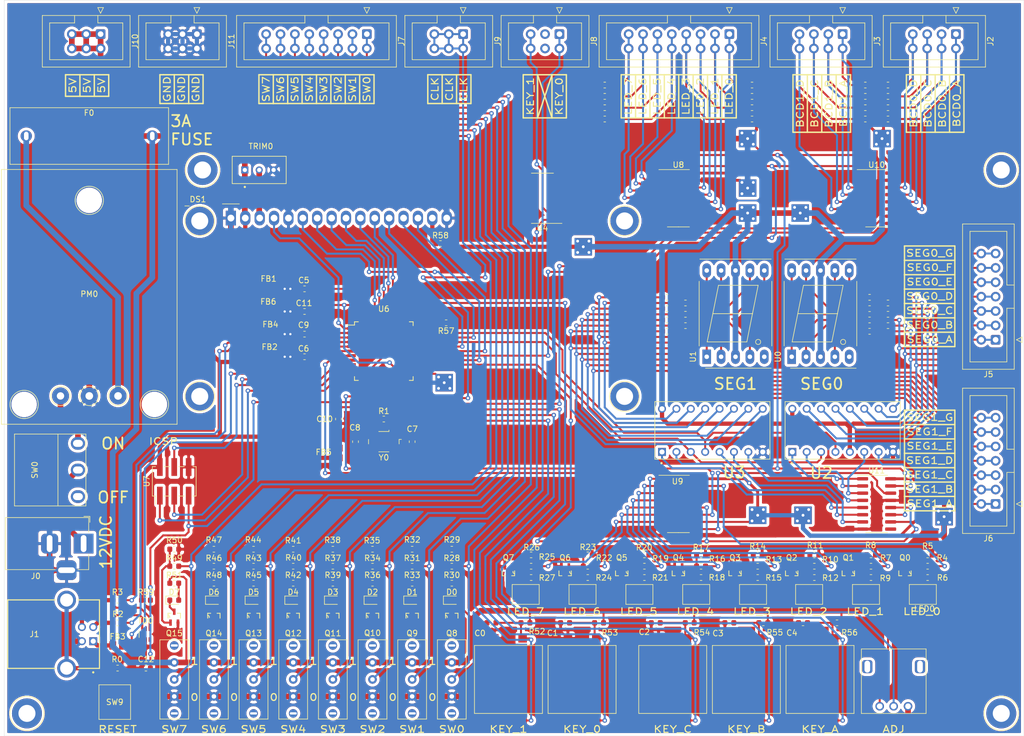
<source format=kicad_pcb>
(kicad_pcb (version 20171130) (host pcbnew "(5.1.5)-3")
  (layers (0 F.Cu signal) (31 B.Cu signal) (34 B.Paste user) (35 F.Paste user) (36 B.SilkS user) (37 F.SilkS user) (38 B.Mask user) (39 F.Mask user) (44 Edge.Cuts user))
  (net 0 "")
  (net 1 GND)
  (net 2 "Net-(C6-Pad1)")
  (net 3 "Net-(D2-Pad2)")
  (net 4 "Net-(D2-Pad1)")
  (net 5 "Net-(D3-Pad2)")
  (net 6 "Net-(D3-Pad1)")
  (net 7 "Net-(D4-Pad2)")
  (net 8 "Net-(D4-Pad1)")
  (net 9 "Net-(D5-Pad2)")
  (net 10 "Net-(D5-Pad1)")
  (net 11 "Net-(D6-Pad2)")
  (net 12 "Net-(D6-Pad1)")
  (net 13 "Net-(D7-Pad2)")
  (net 14 "Net-(D7-Pad1)")
  (net 15 /CLK_OUT)
  (net 16 "Net-(Q2-Pad1)")
  (net 17 "Net-(Q3-Pad1)")
  (net 18 "Net-(Q4-Pad1)")
  (net 19 "Net-(Q5-Pad1)")
  (net 20 "Net-(Q6-Pad1)")
  (net 21 "Net-(Q7-Pad1)")
  (net 22 "Net-(Q8-Pad1)")
  (net 23 "Net-(Q9-Pad1)")
  (net 24 "Net-(Q10-Pad1)")
  (net 25 "Net-(Q11-Pad1)")
  (net 26 "Net-(Q12-Pad1)")
  (net 27 "Net-(Q13-Pad1)")
  (net 28 "Net-(Q14-Pad1)")
  (net 29 "Net-(Q15-Pad1)")
  (net 30 /KEY0)
  (net 31 /UP_CLOCK)
  (net 32 /DOWN_CLOCK)
  (net 33 /CHANGE_CLK_SRC)
  (net 34 /MCU/RESET)
  (net 35 "Net-(C11-Pad1)")
  (net 36 /MCU/VBUS)
  (net 37 /VCC5V)
  (net 38 /MCU/LCD_7)
  (net 39 /MCU/LCD_6)
  (net 40 /MCU/LCD_5)
  (net 41 /MCU/LCD_4)
  (net 42 /MCU/LCD_3)
  (net 43 /MCU/LCD_2)
  (net 44 /MCU/LCD_1)
  (net 45 /MCU/LCD_0)
  (net 46 /MCU/LCD_ENABLE)
  (net 47 /MCU/LCD_RS)
  (net 48 /GPIO_BCD_A_0)
  (net 49 /GPIO_BCD_B_0)
  (net 50 /GPIO_BCD_C_0)
  (net 51 /GPIO_BCD_D_0)
  (net 52 /SEG_G_0)
  (net 53 /SEG_F_0)
  (net 54 /SEG_E_0)
  (net 55 /SEG_D_0)
  (net 56 /SEG_C_0)
  (net 57 /SEG_B_0)
  (net 58 /SEG_A_0)
  (net 59 /GPIO_BCD_A_1)
  (net 60 /GPIO_BCD_B_1)
  (net 61 /GPIO_BCD_C_1)
  (net 62 /GPIO_BCD_D_1)
  (net 63 /SEG_G_1)
  (net 64 /SEG_F_1)
  (net 65 /SEG_E_1)
  (net 66 /SEG_D_1)
  (net 67 /SEG_C_1)
  (net 68 /SEG_B_1)
  (net 69 /SEG_A_1)
  (net 70 /GPIO_LED_8)
  (net 71 /GPIO_LED_7)
  (net 72 /GPIO_LED_1)
  (net 73 /GPIO_LED_2)
  (net 74 /GPIO_LED_3)
  (net 75 /GPIO_LED_5)
  (net 76 /GPIO_LED_6)
  (net 77 /GPIO_LED_4)
  (net 78 /SW8)
  (net 79 /SW7)
  (net 80 /SW1)
  (net 81 /SW2)
  (net 82 /SW3)
  (net 83 /SW5)
  (net 84 /SW6)
  (net 85 /SW4)
  (net 86 /KEY1)
  (net 87 "Net-(LED1-Pad2)")
  (net 88 "Net-(LED1-Pad1)")
  (net 89 "Net-(LED2-Pad2)")
  (net 90 "Net-(LED2-Pad1)")
  (net 91 "Net-(LED3-Pad2)")
  (net 92 "Net-(LED3-Pad1)")
  (net 93 "Net-(LED4-Pad2)")
  (net 94 "Net-(LED4-Pad1)")
  (net 95 "Net-(LED5-Pad2)")
  (net 96 "Net-(LED5-Pad1)")
  (net 97 "Net-(LED6-Pad2)")
  (net 98 "Net-(LED6-Pad1)")
  (net 99 "Net-(LED7-Pad2)")
  (net 100 "Net-(LED7-Pad1)")
  (net 101 /LED1)
  (net 102 /LED2)
  (net 103 /LED3)
  (net 104 /LED5)
  (net 105 /LED4)
  (net 106 /LED6)
  (net 107 /LED7)
  (net 108 /LED8)
  (net 109 /MCU/D+)
  (net 110 /MCU/D-)
  (net 111 /BCD_A_0)
  (net 112 /BCD_C_0)
  (net 113 /7SEGLED_TEST_OFF)
  (net 114 /7SEGLED_TEST_ON)
  (net 115 /BCD_D_0)
  (net 116 /BCD_B_0)
  (net 117 /BCD_A_1)
  (net 118 /BCD_D_1)
  (net 119 /BCD_C_1)
  (net 120 /BCD_B_1)
  (net 121 /ADJ_CLOCK)
  (net 122 /MCU/IC_165_CTRL)
  (net 123 /MCU/IC_165_TO_MCU)
  (net 124 /MCU/IC_CLOCK)
  (net 125 /MCU/MISO)
  (net 126 /MCU/MOSI)
  (net 127 /MCU/SCK)
  (net 128 "Net-(R63-Pad1)")
  (net 129 "Net-(R64-Pad1)")
  (net 130 "Net-(R65-Pad1)")
  (net 131 "Net-(R66-Pad1)")
  (net 132 "Net-(R67-Pad1)")
  (net 133 "Net-(R68-Pad1)")
  (net 134 "Net-(R69-Pad1)")
  (net 135 "Net-(R70-Pad1)")
  (net 136 "Net-(R71-Pad1)")
  (net 137 "Net-(R72-Pad1)")
  (net 138 "Net-(R73-Pad1)")
  (net 139 /MCU/IC_595_CTRL)
  (net 140 /MCU/MCU_TO_IC_595)
  (net 141 "Net-(SW9-Pad2)")
  (net 142 "Net-(SW9-Pad4)")
  (net 143 "Net-(C0-Pad1)")
  (net 144 "Net-(C7-Pad1)")
  (net 145 "Net-(C8-Pad1)")
  (net 146 "Net-(C9-Pad1)")
  (net 147 "Net-(C10-Pad1)")
  (net 148 "Net-(D0-Pad2)")
  (net 149 "Net-(D0-Pad1)")
  (net 150 "Net-(D1-Pad2)")
  (net 151 "Net-(D1-Pad1)")
  (net 152 "Net-(F0-Pad2)")
  (net 153 "Net-(J0-Pad1)")
  (net 154 "Net-(J1-Pad2)")
  (net 155 "Net-(J1-Pad3)")
  (net 156 "Net-(J1-PadS1)")
  (net 157 "Net-(J8-Pad4)")
  (net 158 "Net-(J8-Pad3)")
  (net 159 "Net-(LED0-Pad2)")
  (net 160 "Net-(LED0-Pad1)")
  (net 161 "Net-(PM0-Pad1)")
  (net 162 "Net-(Q0-Pad1)")
  (net 163 "Net-(Q1-Pad1)")
  (net 164 "Net-(R60-Pad1)")
  (net 165 "Net-(R61-Pad1)")
  (net 166 "Net-(R62-Pad1)")
  (net 167 "Net-(SW0-Pad3)")
  (net 168 "Net-(TD0-Pad5)")
  (net 169 "Net-(TD0-Pad3)")
  (net 170 "Net-(U0-Pad5)")
  (net 171 "Net-(U1-Pad5)")
  (net 172 "Net-(U10-Pad10)")
  (net 173 "Net-(U8-Pad7)")
  (net 174 "Net-(U11-Pad14)")
  (net 175 "Net-(U10-Pad7)")
  (net 176 "Net-(U11-Pad9)")
  (net 177 "Net-(C5-Pad1)")
  (net 178 "Net-(DS1-Pad15)")
  (net 179 "Net-(DS1-Pad3)")
  (net 180 "Net-(FB3-Pad2)")
  (net 181 "Net-(R57-Pad2)")
  (module digitalSystemBoard:LED_3528 (layer F.Cu) (at 212.433 134.981)
    (fp_text reference LED0 (at 0 2.54) (layer F.SilkS))
    (fp_text value LED)
    (pad 2 smd rect (at 1.249909 0) (size 1.399997 2.599995) (layers F.Cu F.Paste F.Mask) (net 159 "Net-(LED0-Pad2)"))
    (pad 1 smd rect (at -1.249959 0) (size 2.399995 2.599995) (layers F.Cu F.Paste F.Mask) (net 160 "Net-(LED0-Pad1)"))
  )
  (module digitalSystemBoard:LED_3528 (layer F.Cu) (at 202.4 134.981)
    (fp_text reference LED1 hide)
    (fp_text value LED)
    (pad 2 smd rect (at 1.249909 0) (size 1.399997 2.599995) (layers F.Cu F.Paste F.Mask) (net 87 "Net-(LED1-Pad2)"))
    (pad 1 smd rect (at -1.249959 0) (size 2.399995 2.599995) (layers F.Cu F.Paste F.Mask) (net 88 "Net-(LED1-Pad1)"))
  )
  (module digitalSystemBoard:LED_3528 (layer F.Cu) (at 192.367 134.981)
    (fp_text reference LED2 hide)
    (fp_text value LED)
    (pad 2 smd rect (at 1.249909 0) (size 1.399997 2.599995) (layers F.Cu F.Paste F.Mask) (net 89 "Net-(LED2-Pad2)"))
    (pad 1 smd rect (at -1.249959 0) (size 2.399995 2.599995) (layers F.Cu F.Paste F.Mask) (net 90 "Net-(LED2-Pad1)"))
  )
  (module digitalSystemBoard:LED_3528 (layer F.Cu) (at 182.461 134.981)
    (fp_text reference LED3 hide)
    (fp_text value LED)
    (pad 2 smd rect (at 1.249909 0) (size 1.399997 2.599995) (layers F.Cu F.Paste F.Mask) (net 91 "Net-(LED3-Pad2)"))
    (pad 1 smd rect (at -1.249959 0) (size 2.399995 2.599995) (layers F.Cu F.Paste F.Mask) (net 92 "Net-(LED3-Pad1)"))
  )
  (module digitalSystemBoard:LED_3528 (layer F.Cu) (at 172.428 134.981)
    (fp_text reference LED4 hide)
    (fp_text value LED)
    (pad 2 smd rect (at 1.249909 0) (size 1.399997 2.599995) (layers F.Cu F.Paste F.Mask) (net 93 "Net-(LED4-Pad2)"))
    (pad 1 smd rect (at -1.249959 0) (size 2.399995 2.599995) (layers F.Cu F.Paste F.Mask) (net 94 "Net-(LED4-Pad1)"))
  )
  (module digitalSystemBoard:LED_3528 (layer F.Cu) (at 162.395 134.981)
    (fp_text reference LED5 hide)
    (fp_text value LED)
    (pad 2 smd rect (at 1.249909 0) (size 1.399997 2.599995) (layers F.Cu F.Paste F.Mask) (net 95 "Net-(LED5-Pad2)"))
    (pad 1 smd rect (at -1.249959 0) (size 2.399995 2.599995) (layers F.Cu F.Paste F.Mask) (net 96 "Net-(LED5-Pad1)"))
  )
  (module digitalSystemBoard:LED_3528 (layer F.Cu) (at 152.362 134.981)
    (fp_text reference LED6 hide)
    (fp_text value LED)
    (pad 2 smd rect (at 1.249909 0) (size 1.399997 2.599995) (layers F.Cu F.Paste F.Mask) (net 97 "Net-(LED6-Pad2)"))
    (pad 1 smd rect (at -1.249959 0) (size 2.399995 2.599995) (layers F.Cu F.Paste F.Mask) (net 98 "Net-(LED6-Pad1)"))
  )
  (module digitalSystemBoard:Button_CLOCK (layer F.Cu) (at 69.5 154)
    (fp_text reference SW9 (at 0 0) (layer F.SilkS))
    (fp_text value ButtonFirst)
    (pad 1 smd rect (at -4.15 -2.25) (size 2 1.5) (layers F.Cu F.Paste F.Mask) (net 34 /MCU/RESET))
    (pad 2 smd rect (at -4.15 2.25) (size 2 1.5) (layers F.Cu F.Paste F.Mask) (net 141 "Net-(SW9-Pad2)"))
    (pad 4 smd rect (at 4.15 -2.25) (size 2 1.5) (layers F.Cu F.Paste F.Mask) (net 142 "Net-(SW9-Pad4)"))
    (pad 3 smd rect (at 4.15 2.25) (size 2 1.5) (layers F.Cu F.Paste F.Mask) (net 1 GND))
  )
  (module digitalSystemBoard:LED_3528 (layer F.Cu) (at 142.329 134.981)
    (fp_text reference LED7 hide)
    (fp_text value LED)
    (pad 2 smd rect (at 1.249909 0) (size 1.399997 2.599995) (layers F.Cu F.Paste F.Mask) (net 99 "Net-(LED7-Pad2)"))
    (pad 1 smd rect (at -1.249959 0) (size 2.399995 2.599995) (layers F.Cu F.Paste F.Mask) (net 100 "Net-(LED7-Pad1)"))
  )
  (module digitalSystemBoard:Power_Module (layer F.Cu) (at 65 82.42 180)
    (fp_text reference PM0 (at 0 0.5) (layer F.SilkS))
    (fp_text value Power_Module)
    (pad 3 thru_hole circle (at -5.08 -17.5 180) (size 3 3) (drill 1.35) (layers *.Cu *.Mask) (net 152 "Net-(F0-Pad2)"))
    (pad 1 thru_hole circle (at 5.08 -17.5 180) (size 3 3) (drill 1.3) (layers *.Cu *.Mask) (net 161 "Net-(PM0-Pad1)"))
    (pad 2 thru_hole circle (at 0 -17.5 180) (size 3 3) (drill 1.35) (layers *.Cu *.Mask) (net 1 GND))
    (pad "" np_thru_hole circle (at -11.5 -19 180) (size 3.5 3.5) (drill 3.5) (layers *.Cu *.Mask))
    (pad "" np_thru_hole circle (at 11.5 -19 180) (size 3.5 3.5) (drill 3.5) (layers *.Cu *.Mask))
    (pad "" np_thru_hole circle (at 0 17.05 180) (size 3.5 3.5) (drill 3.5) (layers *.Cu *.Mask))
  )
  (module digitalSystemBoard:POWER_VIA (layer F.Cu) (at 183 121)
    (fp_text reference REF** hide)
    (fp_text value POWER_VIA)
    (fp_poly (pts (xy 1.5 1.5) (xy -1.5 1.5) (xy -1.5 -1.5) (xy 1.5 -1.5)) (layer F.Cu) (width 0.1))
    (fp_poly (pts (xy 1.5 1.5) (xy -1.5 1.5) (xy -1.5 -1.5) (xy 1.5 -1.5)) (layer B.Cu) (width 0.1))
    (pad 1 thru_hole circle (at 1 1) (size 0.75 0.75) (drill 0.5) (layers *.Cu *.Mask) (net 37 /VCC5V))
    (pad 1 thru_hole circle (at -1 1) (size 0.75 0.75) (drill 0.5) (layers *.Cu *.Mask) (net 37 /VCC5V))
    (pad 1 thru_hole circle (at -1 -1) (size 0.75 0.75) (drill 0.5) (layers *.Cu *.Mask) (net 37 /VCC5V))
    (pad 1 thru_hole circle (at 1 -1) (size 0.75 0.75) (drill 0.5) (layers *.Cu *.Mask) (net 37 /VCC5V))
    (pad 1 thru_hole circle (at 0 0) (size 0.75 0.75) (drill 0.5) (layers *.Cu *.Mask) (net 37 /VCC5V))
  )
  (module digitalSystemBoard:POWER_VIA (layer F.Cu) (at 191 121)
    (fp_text reference REF** hide)
    (fp_text value POWER_VIA)
    (fp_poly (pts (xy 1.5 1.5) (xy -1.5 1.5) (xy -1.5 -1.5) (xy 1.5 -1.5)) (layer F.Cu) (width 0.1))
    (fp_poly (pts (xy 1.5 1.5) (xy -1.5 1.5) (xy -1.5 -1.5) (xy 1.5 -1.5)) (layer B.Cu) (width 0.1))
    (pad 1 thru_hole circle (at 0 0) (size 0.75 0.75) (drill 0.5) (layers *.Cu *.Mask) (net 37 /VCC5V))
    (pad 1 thru_hole circle (at 1 -1) (size 0.75 0.75) (drill 0.5) (layers *.Cu *.Mask) (net 37 /VCC5V))
    (pad 1 thru_hole circle (at -1 -1) (size 0.75 0.75) (drill 0.5) (layers *.Cu *.Mask) (net 37 /VCC5V))
    (pad 1 thru_hole circle (at -1 1) (size 0.75 0.75) (drill 0.5) (layers *.Cu *.Mask) (net 37 /VCC5V))
    (pad 1 thru_hole circle (at 1 1) (size 0.75 0.75) (drill 0.5) (layers *.Cu *.Mask) (net 37 /VCC5V))
  )
  (module digitalSystemBoard:POWER_VIA (layer F.Cu) (at 215.91 121.25)
    (fp_text reference REF** hide)
    (fp_text value POWER_VIA)
    (fp_poly (pts (xy 1.5 1.5) (xy -1.5 1.5) (xy -1.5 -1.5) (xy 1.5 -1.5)) (layer B.Cu) (width 0.1))
    (fp_poly (pts (xy 1.5 1.5) (xy -1.5 1.5) (xy -1.5 -1.5) (xy 1.5 -1.5)) (layer F.Cu) (width 0.1))
    (pad 1 thru_hole circle (at 1 1) (size 0.75 0.75) (drill 0.5) (layers *.Cu *.Mask) (net 37 /VCC5V))
    (pad 1 thru_hole circle (at -1 1) (size 0.75 0.75) (drill 0.5) (layers *.Cu *.Mask) (net 37 /VCC5V))
    (pad 1 thru_hole circle (at -1 -1) (size 0.75 0.75) (drill 0.5) (layers *.Cu *.Mask) (net 37 /VCC5V))
    (pad 1 thru_hole circle (at 1 -1) (size 0.75 0.75) (drill 0.5) (layers *.Cu *.Mask) (net 37 /VCC5V))
    (pad 1 thru_hole circle (at 0 0) (size 0.75 0.75) (drill 0.5) (layers *.Cu *.Mask) (net 37 /VCC5V))
  )
  (module digitalSystemBoard:POWER_VIA (layer F.Cu) (at 127.66 97.58)
    (fp_text reference REF** hide)
    (fp_text value POWER_VIA)
    (fp_poly (pts (xy 1.5 1.5) (xy -1.5 1.5) (xy -1.5 -1.5) (xy 1.5 -1.5)) (layer F.Cu) (width 0.1))
    (fp_poly (pts (xy 1.5 1.5) (xy -1.5 1.5) (xy -1.5 -1.5) (xy 1.5 -1.5)) (layer B.Cu) (width 0.1))
    (pad 1 thru_hole circle (at 1 1) (size 0.75 0.75) (drill 0.5) (layers *.Cu *.Mask) (net 1 GND))
    (pad 1 thru_hole circle (at -1 1) (size 0.75 0.75) (drill 0.5) (layers *.Cu *.Mask) (net 1 GND))
    (pad 1 thru_hole circle (at -1 -1) (size 0.75 0.75) (drill 0.5) (layers *.Cu *.Mask) (net 1 GND))
    (pad 1 thru_hole circle (at 1 -1) (size 0.75 0.75) (drill 0.5) (layers *.Cu *.Mask) (net 1 GND))
    (pad 1 thru_hole circle (at 0 0) (size 0.75 0.75) (drill 0.5) (layers *.Cu *.Mask) (net 1 GND))
  )
  (module digitalSystemBoard:POWER_VIA (layer F.Cu) (at 181.22 54.46)
    (fp_text reference REF** hide)
    (fp_text value POWER_VIA)
    (fp_poly (pts (xy 1.5 1.5) (xy -1.5 1.5) (xy -1.5 -1.5) (xy 1.5 -1.5)) (layer B.Cu) (width 0.1))
    (fp_poly (pts (xy 1.5 1.5) (xy -1.5 1.5) (xy -1.5 -1.5) (xy 1.5 -1.5)) (layer F.Cu) (width 0.1))
    (pad 1 thru_hole circle (at 0 0) (size 0.75 0.75) (drill 0.5) (layers *.Cu *.Mask) (net 1 GND))
    (pad 1 thru_hole circle (at 1 -1) (size 0.75 0.75) (drill 0.5) (layers *.Cu *.Mask) (net 1 GND))
    (pad 1 thru_hole circle (at -1 -1) (size 0.75 0.75) (drill 0.5) (layers *.Cu *.Mask) (net 1 GND))
    (pad 1 thru_hole circle (at -1 1) (size 0.75 0.75) (drill 0.5) (layers *.Cu *.Mask) (net 1 GND))
    (pad 1 thru_hole circle (at 1 1) (size 0.75 0.75) (drill 0.5) (layers *.Cu *.Mask) (net 1 GND))
  )
  (module digitalSystemBoard:POWER_VIA (layer F.Cu) (at 181.22 63.2)
    (fp_text reference REF** hide)
    (fp_text value POWER_VIA)
    (fp_poly (pts (xy 1.5 1.5) (xy -1.5 1.5) (xy -1.5 -1.5) (xy 1.5 -1.5)) (layer F.Cu) (width 0.1))
    (fp_poly (pts (xy 1.5 1.5) (xy -1.5 1.5) (xy -1.5 -1.5) (xy 1.5 -1.5)) (layer B.Cu) (width 0.1))
    (pad 1 thru_hole circle (at 1 1) (size 0.75 0.75) (drill 0.5) (layers *.Cu *.Mask) (net 1 GND))
    (pad 1 thru_hole circle (at -1 1) (size 0.75 0.75) (drill 0.5) (layers *.Cu *.Mask) (net 1 GND))
    (pad 1 thru_hole circle (at -1 -1) (size 0.75 0.75) (drill 0.5) (layers *.Cu *.Mask) (net 1 GND))
    (pad 1 thru_hole circle (at 1 -1) (size 0.75 0.75) (drill 0.5) (layers *.Cu *.Mask) (net 1 GND))
    (pad 1 thru_hole circle (at 0 0) (size 0.75 0.75) (drill 0.5) (layers *.Cu *.Mask) (net 1 GND))
  )
  (module digitalSystemBoard:POWER_VIA (layer F.Cu) (at 190.51 67.61)
    (fp_text reference REF** hide)
    (fp_text value POWER_VIA)
    (fp_poly (pts (xy 1.5 1.5) (xy -1.5 1.5) (xy -1.5 -1.5) (xy 1.5 -1.5)) (layer F.Cu) (width 0.1))
    (fp_poly (pts (xy 1.5 1.5) (xy -1.5 1.5) (xy -1.5 -1.5) (xy 1.5 -1.5)) (layer B.Cu) (width 0.1))
    (pad 1 thru_hole circle (at 0 0) (size 0.75 0.75) (drill 0.5) (layers *.Cu *.Mask) (net 37 /VCC5V))
    (pad 1 thru_hole circle (at 1 -1) (size 0.75 0.75) (drill 0.5) (layers *.Cu *.Mask) (net 37 /VCC5V))
    (pad 1 thru_hole circle (at -1 -1) (size 0.75 0.75) (drill 0.5) (layers *.Cu *.Mask) (net 37 /VCC5V))
    (pad 1 thru_hole circle (at -1 1) (size 0.75 0.75) (drill 0.5) (layers *.Cu *.Mask) (net 37 /VCC5V))
    (pad 1 thru_hole circle (at 1 1) (size 0.75 0.75) (drill 0.5) (layers *.Cu *.Mask) (net 37 /VCC5V))
  )
  (module digitalSystemBoard:POWER_VIA (layer F.Cu) (at 204.95 54.46)
    (fp_text reference REF** hide)
    (fp_text value POWER_VIA)
    (fp_poly (pts (xy 1.5 1.5) (xy -1.5 1.5) (xy -1.5 -1.5) (xy 1.5 -1.5)) (layer B.Cu) (width 0.1))
    (fp_poly (pts (xy 1.5 1.5) (xy -1.5 1.5) (xy -1.5 -1.5) (xy 1.5 -1.5)) (layer F.Cu) (width 0.1))
    (pad 1 thru_hole circle (at 1 1) (size 0.75 0.75) (drill 0.5) (layers *.Cu *.Mask) (net 37 /VCC5V))
    (pad 1 thru_hole circle (at -1 1) (size 0.75 0.75) (drill 0.5) (layers *.Cu *.Mask) (net 37 /VCC5V))
    (pad 1 thru_hole circle (at -1 -1) (size 0.75 0.75) (drill 0.5) (layers *.Cu *.Mask) (net 37 /VCC5V))
    (pad 1 thru_hole circle (at 1 -1) (size 0.75 0.75) (drill 0.5) (layers *.Cu *.Mask) (net 37 /VCC5V))
    (pad 1 thru_hole circle (at 0 0) (size 0.75 0.75) (drill 0.5) (layers *.Cu *.Mask) (net 37 /VCC5V))
  )
  (module digitalSystemBoard:POWER_VIA (layer F.Cu) (at 181.22 67.61)
    (fp_text reference REF** hide)
    (fp_text value POWER_VIA)
    (fp_poly (pts (xy 1.5 1.5) (xy -1.5 1.5) (xy -1.5 -1.5) (xy 1.5 -1.5)) (layer B.Cu) (width 0.1))
    (fp_poly (pts (xy 1.5 1.5) (xy -1.5 1.5) (xy -1.5 -1.5) (xy 1.5 -1.5)) (layer F.Cu) (width 0.1))
    (pad 1 thru_hole circle (at 1 1) (size 0.75 0.75) (drill 0.5) (layers *.Cu *.Mask) (net 37 /VCC5V))
    (pad 1 thru_hole circle (at -1 1) (size 0.75 0.75) (drill 0.5) (layers *.Cu *.Mask) (net 37 /VCC5V))
    (pad 1 thru_hole circle (at -1 -1) (size 0.75 0.75) (drill 0.5) (layers *.Cu *.Mask) (net 37 /VCC5V))
    (pad 1 thru_hole circle (at 1 -1) (size 0.75 0.75) (drill 0.5) (layers *.Cu *.Mask) (net 37 /VCC5V))
    (pad 1 thru_hole circle (at 0 0) (size 0.75 0.75) (drill 0.5) (layers *.Cu *.Mask) (net 37 /VCC5V))
  )
  (module digitalSystemBoard:POWER_VIA (layer F.Cu) (at 152.21 73.57)
    (fp_text reference REF** hide)
    (fp_text value POWER_VIA)
    (fp_poly (pts (xy 1.5 1.5) (xy -1.5 1.5) (xy -1.5 -1.5) (xy 1.5 -1.5)) (layer B.Cu) (width 0.1))
    (fp_poly (pts (xy 1.5 1.5) (xy -1.5 1.5) (xy -1.5 -1.5) (xy 1.5 -1.5)) (layer F.Cu) (width 0.1))
    (pad 1 thru_hole circle (at 1 1) (size 0.75 0.75) (drill 0.5) (layers *.Cu *.Mask) (net 37 /VCC5V))
    (pad 1 thru_hole circle (at -1 1) (size 0.75 0.75) (drill 0.5) (layers *.Cu *.Mask) (net 37 /VCC5V))
    (pad 1 thru_hole circle (at -1 -1) (size 0.75 0.75) (drill 0.5) (layers *.Cu *.Mask) (net 37 /VCC5V))
    (pad 1 thru_hole circle (at 1 -1) (size 0.75 0.75) (drill 0.5) (layers *.Cu *.Mask) (net 37 /VCC5V))
    (pad 1 thru_hole circle (at 0 0) (size 0.75 0.75) (drill 0.5) (layers *.Cu *.Mask) (net 37 /VCC5V))
  )
  (module Package_SO:SOIC-16_3.9x9.9mm_P1.27mm (layer F.Cu) (at 204 119)
    (fp_text reference U11 (at 0 -5.9) (layer F.SilkS))
    (fp_text value 74HC595)
    (pad 16 smd roundrect (at 2.475 -4.445) (size 1.95 0.6) (layers F.Cu F.Paste F.Mask) (net 37 /VCC5V))
    (pad 15 smd roundrect (at 2.475 -3.175) (size 1.95 0.6) (layers F.Cu F.Paste F.Mask) (net 111 /BCD_A_0))
    (pad 14 smd roundrect (at 2.475 -1.905) (size 1.95 0.6) (layers F.Cu F.Paste F.Mask) (net 174 "Net-(U11-Pad14)"))
    (pad 13 smd roundrect (at 2.475 -0.635) (size 1.95 0.6) (layers F.Cu F.Paste F.Mask) (net 1 GND))
    (pad 12 smd roundrect (at 2.475 0.635) (size 1.95 0.6) (layers F.Cu F.Paste F.Mask) (net 139 /MCU/IC_595_CTRL))
    (pad 11 smd roundrect (at 2.475 1.905) (size 1.95 0.6) (layers F.Cu F.Paste F.Mask) (net 124 /MCU/IC_CLOCK))
    (pad 10 smd roundrect (at 2.475 3.175) (size 1.95 0.6) (layers F.Cu F.Paste F.Mask) (net 37 /VCC5V))
    (pad 9 smd roundrect (at 2.475 4.445) (size 1.95 0.6) (layers F.Cu F.Paste F.Mask) (net 176 "Net-(U11-Pad9)"))
    (pad 8 smd roundrect (at -2.475 4.445) (size 1.95 0.6) (layers F.Cu F.Paste F.Mask) (net 1 GND))
    (pad 7 smd roundrect (at -2.475 3.175) (size 1.95 0.6) (layers F.Cu F.Paste F.Mask) (net 118 /BCD_D_1))
    (pad 6 smd roundrect (at -2.475 1.905) (size 1.95 0.6) (layers F.Cu F.Paste F.Mask) (net 119 /BCD_C_1))
    (pad 5 smd roundrect (at -2.475 0.635) (size 1.95 0.6) (layers F.Cu F.Paste F.Mask) (net 120 /BCD_B_1))
    (pad 4 smd roundrect (at -2.475 -0.635) (size 1.95 0.6) (layers F.Cu F.Paste F.Mask) (net 117 /BCD_A_1))
    (pad 3 smd roundrect (at -2.475 -1.905) (size 1.95 0.6) (layers F.Cu F.Paste F.Mask) (net 115 /BCD_D_0))
    (pad 2 smd roundrect (at -2.475 -3.175) (size 1.95 0.6) (layers F.Cu F.Paste F.Mask) (net 112 /BCD_C_0))
    (pad 1 smd roundrect (at -2.475 -4.445) (size 1.95 0.6) (layers F.Cu F.Paste F.Mask) (net 116 /BCD_B_0))
  )
  (module Package_SO:SOIC-16_3.9x9.9mm_P1.27mm (layer F.Cu) (at 169 119)
    (fp_text reference U9 (at -0.14 -3.98) (layer F.SilkS))
    (fp_text value 74HC595)
    (pad 16 smd roundrect (at 2.475 -4.445) (size 1.95 0.6) (layers F.Cu F.Paste F.Mask) (net 37 /VCC5V))
    (pad 15 smd roundrect (at 2.475 -3.175) (size 1.95 0.6) (layers F.Cu F.Paste F.Mask) (net 101 /LED1))
    (pad 14 smd roundrect (at 2.475 -1.905) (size 1.95 0.6) (layers F.Cu F.Paste F.Mask) (net 140 /MCU/MCU_TO_IC_595))
    (pad 13 smd roundrect (at 2.475 -0.635) (size 1.95 0.6) (layers F.Cu F.Paste F.Mask) (net 1 GND))
    (pad 12 smd roundrect (at 2.475 0.635) (size 1.95 0.6) (layers F.Cu F.Paste F.Mask) (net 139 /MCU/IC_595_CTRL))
    (pad 11 smd roundrect (at 2.475 1.905) (size 1.95 0.6) (layers F.Cu F.Paste F.Mask) (net 124 /MCU/IC_CLOCK))
    (pad 10 smd roundrect (at 2.475 3.175) (size 1.95 0.6) (layers F.Cu F.Paste F.Mask) (net 37 /VCC5V))
    (pad 9 smd roundrect (at 2.475 4.445) (size 1.95 0.6) (layers F.Cu F.Paste F.Mask) (net 174 "Net-(U11-Pad14)"))
    (pad 8 smd roundrect (at -2.475 4.445) (size 1.95 0.6) (layers F.Cu F.Paste F.Mask) (net 1 GND))
    (pad 7 smd roundrect (at -2.475 3.175) (size 1.95 0.6) (layers F.Cu F.Paste F.Mask) (net 108 /LED8))
    (pad 6 smd roundrect (at -2.475 1.905) (size 1.95 0.6) (layers F.Cu F.Paste F.Mask) (net 107 /LED7))
    (pad 5 smd roundrect (at -2.475 0.635) (size 1.95 0.6) (layers F.Cu F.Paste F.Mask) (net 106 /LED6))
    (pad 4 smd roundrect (at -2.475 -0.635) (size 1.95 0.6) (layers F.Cu F.Paste F.Mask) (net 104 /LED5))
    (pad 3 smd roundrect (at -2.475 -1.905) (size 1.95 0.6) (layers F.Cu F.Paste F.Mask) (net 105 /LED4))
    (pad 2 smd roundrect (at -2.475 -3.175) (size 1.95 0.6) (layers F.Cu F.Paste F.Mask) (net 103 /LED3))
    (pad 1 smd roundrect (at -2.475 -4.445) (size 1.95 0.6) (layers F.Cu F.Paste F.Mask) (net 102 /LED2))
  )
  (module Resistor_SMD:R_0603_1608Metric (layer F.Cu) (at 202 51 180)
    (fp_text reference R89 hide)
    (fp_text value 10k)
    (pad 2 smd roundrect (at 0.7875 0 180) (size 0.875 0.95) (layers F.Cu F.Paste F.Mask) (net 62 /GPIO_BCD_D_1))
    (pad 1 smd roundrect (at -0.7875 0 180) (size 0.875 0.95) (layers F.Cu F.Paste F.Mask) (net 37 /VCC5V))
  )
  (module Resistor_SMD:R_0603_1608Metric (layer F.Cu) (at 202 49 180)
    (fp_text reference R88 hide)
    (fp_text value 10k)
    (pad 2 smd roundrect (at 0.7875 0 180) (size 0.875 0.95) (layers F.Cu F.Paste F.Mask) (net 61 /GPIO_BCD_C_1))
    (pad 1 smd roundrect (at -0.7875 0 180) (size 0.875 0.95) (layers F.Cu F.Paste F.Mask) (net 37 /VCC5V))
  )
  (module Resistor_SMD:R_0603_1608Metric (layer F.Cu) (at 202 47 180)
    (fp_text reference R87 hide)
    (fp_text value 10k)
    (pad 2 smd roundrect (at 0.7875 0 180) (size 0.875 0.95) (layers F.Cu F.Paste F.Mask) (net 60 /GPIO_BCD_B_1))
    (pad 1 smd roundrect (at -0.7875 0 180) (size 0.875 0.95) (layers F.Cu F.Paste F.Mask) (net 37 /VCC5V))
  )
  (module Resistor_SMD:R_0603_1608Metric (layer F.Cu) (at 202 45 180)
    (fp_text reference R86 hide)
    (fp_text value 10k)
    (pad 2 smd roundrect (at 0.7875 0 180) (size 0.875 0.95) (layers F.Cu F.Paste F.Mask) (net 59 /GPIO_BCD_A_1))
    (pad 1 smd roundrect (at -0.7875 0 180) (size 0.875 0.95) (layers F.Cu F.Paste F.Mask) (net 37 /VCC5V))
  )
  (module Resistor_SMD:R_0603_1608Metric (layer F.Cu) (at 206 45)
    (fp_text reference R85 hide)
    (fp_text value 10k)
    (pad 2 smd roundrect (at 0.7875 0) (size 0.875 0.95) (layers F.Cu F.Paste F.Mask) (net 51 /GPIO_BCD_D_0))
    (pad 1 smd roundrect (at -0.7875 0) (size 0.875 0.95) (layers F.Cu F.Paste F.Mask) (net 37 /VCC5V))
  )
  (module Resistor_SMD:R_0603_1608Metric (layer F.Cu) (at 206 47)
    (fp_text reference R84 hide)
    (fp_text value 10k)
    (pad 2 smd roundrect (at 0.7875 0) (size 0.875 0.95) (layers F.Cu F.Paste F.Mask) (net 50 /GPIO_BCD_C_0))
    (pad 1 smd roundrect (at -0.7875 0) (size 0.875 0.95) (layers F.Cu F.Paste F.Mask) (net 37 /VCC5V))
  )
  (module Resistor_SMD:R_0603_1608Metric (layer F.Cu) (at 206 49)
    (fp_text reference R83 hide)
    (fp_text value 10k)
    (pad 2 smd roundrect (at 0.7875 0) (size 0.875 0.95) (layers F.Cu F.Paste F.Mask) (net 49 /GPIO_BCD_B_0))
    (pad 1 smd roundrect (at -0.7875 0) (size 0.875 0.95) (layers F.Cu F.Paste F.Mask) (net 37 /VCC5V))
  )
  (module Resistor_SMD:R_0603_1608Metric (layer F.Cu) (at 206 51)
    (fp_text reference R82 hide)
    (fp_text value 10k)
    (pad 2 smd roundrect (at 0.7875 0) (size 0.875 0.95) (layers F.Cu F.Paste F.Mask) (net 48 /GPIO_BCD_A_0))
    (pad 1 smd roundrect (at -0.7875 0) (size 0.875 0.95) (layers F.Cu F.Paste F.Mask) (net 37 /VCC5V))
  )
  (module Resistor_SMD:R_0603_1608Metric (layer F.Cu) (at 156 45)
    (fp_text reference R81 hide)
    (fp_text value 10k)
    (pad 2 smd roundrect (at 0.7875 0) (size 0.875 0.95) (layers F.Cu F.Paste F.Mask) (net 70 /GPIO_LED_8))
    (pad 1 smd roundrect (at -0.7875 0) (size 0.875 0.95) (layers F.Cu F.Paste F.Mask) (net 1 GND))
  )
  (module Resistor_SMD:R_0603_1608Metric (layer F.Cu) (at 156 47)
    (fp_text reference R80 hide)
    (fp_text value 10k)
    (pad 2 smd roundrect (at 0.7875 0) (size 0.875 0.95) (layers F.Cu F.Paste F.Mask) (net 71 /GPIO_LED_7))
    (pad 1 smd roundrect (at -0.7875 0) (size 0.875 0.95) (layers F.Cu F.Paste F.Mask) (net 1 GND))
  )
  (module Resistor_SMD:R_0603_1608Metric (layer F.Cu) (at 156 49)
    (fp_text reference R79 hide)
    (fp_text value 10k)
    (pad 2 smd roundrect (at 0.7875 0) (size 0.875 0.95) (layers F.Cu F.Paste F.Mask) (net 76 /GPIO_LED_6))
    (pad 1 smd roundrect (at -0.7875 0) (size 0.875 0.95) (layers F.Cu F.Paste F.Mask) (net 1 GND))
  )
  (module Resistor_SMD:R_0603_1608Metric (layer F.Cu) (at 156 51)
    (fp_text reference R78 hide)
    (fp_text value 10k)
    (pad 2 smd roundrect (at 0.7875 0) (size 0.875 0.95) (layers F.Cu F.Paste F.Mask) (net 75 /GPIO_LED_5))
    (pad 1 smd roundrect (at -0.7875 0) (size 0.875 0.95) (layers F.Cu F.Paste F.Mask) (net 1 GND))
  )
  (module Resistor_SMD:R_0603_1608Metric (layer F.Cu) (at 182 51 180)
    (fp_text reference R77 hide)
    (fp_text value 10k)
    (pad 2 smd roundrect (at 0.7875 0 180) (size 0.875 0.95) (layers F.Cu F.Paste F.Mask) (net 77 /GPIO_LED_4))
    (pad 1 smd roundrect (at -0.7875 0 180) (size 0.875 0.95) (layers F.Cu F.Paste F.Mask) (net 1 GND))
  )
  (module Resistor_SMD:R_0603_1608Metric (layer F.Cu) (at 182 49 180)
    (fp_text reference R76 hide)
    (fp_text value 10k)
    (pad 2 smd roundrect (at 0.7875 0 180) (size 0.875 0.95) (layers F.Cu F.Paste F.Mask) (net 74 /GPIO_LED_3))
    (pad 1 smd roundrect (at -0.7875 0 180) (size 0.875 0.95) (layers F.Cu F.Paste F.Mask) (net 1 GND))
  )
  (module Resistor_SMD:R_0603_1608Metric (layer F.Cu) (at 182 47 180)
    (fp_text reference R75 hide)
    (fp_text value 10k)
    (pad 2 smd roundrect (at 0.7875 0 180) (size 0.875 0.95) (layers F.Cu F.Paste F.Mask) (net 73 /GPIO_LED_2))
    (pad 1 smd roundrect (at -0.7875 0 180) (size 0.875 0.95) (layers F.Cu F.Paste F.Mask) (net 1 GND))
  )
  (module Resistor_SMD:R_0603_1608Metric (layer F.Cu) (at 182 45 180)
    (fp_text reference R74 hide)
    (fp_text value 10k)
    (pad 2 smd roundrect (at 0.7875 0 180) (size 0.875 0.95) (layers F.Cu F.Paste F.Mask) (net 72 /GPIO_LED_1))
    (pad 1 smd roundrect (at -0.7875 0 180) (size 0.875 0.95) (layers F.Cu F.Paste F.Mask) (net 1 GND))
  )
  (module digitalSystemBoard:TRIM_3296W-1-501 (layer F.Cu) (at 95 60 90)
    (fp_text reference TRIM0 (at 4.18 0.29 180) (layer F.SilkS))
    (fp_text value Potentiometer)
    (pad 3 thru_hole circle (at 0 2.54 90) (size 1.248 1.248) (drill 0.74) (layers *.Cu *.Mask) (net 1 GND))
    (pad 2 thru_hole circle (at 0 0 90) (size 1.248 1.248) (drill 0.74) (layers *.Cu *.Mask) (net 179 "Net-(DS1-Pad3)"))
    (pad 1 thru_hole rect (at 0 -2.54 90) (size 1.248 1.248) (drill 0.74) (layers *.Cu *.Mask) (net 37 /VCC5V))
  )
  (module Resistor_SMD:R_0603_1608Metric (layer F.Cu) (at 127 73)
    (fp_text reference R58 (at 0 -1.43) (layer F.SilkS))
    (fp_text value 220)
    (pad 2 smd roundrect (at 0.7875 0) (size 0.875 0.95) (layers F.Cu F.Paste F.Mask) (net 37 /VCC5V))
    (pad 1 smd roundrect (at -0.7875 0) (size 0.875 0.95) (layers F.Cu F.Paste F.Mask) (net 178 "Net-(DS1-Pad15)"))
  )
  (module digitalSystemBoard:Fuse (layer F.Cu) (at 65 54 180)
    (fp_text reference F0 (at 0.04 4.09) (layer F.SilkS))
    (fp_text value 3A)
    (pad 1 thru_hole circle (at -11.125 0 180) (size 2 2) (drill oval 0.8 1.5) (layers *.Cu *.Mask) (net 37 /VCC5V))
    (pad 2 thru_hole circle (at 11.125 0 180) (size 2 2) (drill oval 0.8 1.5) (layers *.Cu *.Mask) (net 152 "Net-(F0-Pad2)"))
  )
  (module digitalSystemBoard:SS-12D11 (layer F.Cu) (at 63 113 270)
    (fp_text reference SW0 (at 0 7.62 90) (layer F.SilkS))
    (fp_text value SW_SPDT)
    (pad 3 thru_hole oval (at 4.7 0 270) (size 2.25 2.5) (drill oval 1.25 1.75) (layers *.Cu *.Mask) (net 167 "Net-(SW0-Pad3)"))
    (pad 1 thru_hole oval (at -4.7 0 270) (size 2.25 2.5) (drill oval 1.25 1.75) (layers *.Cu *.Mask) (net 161 "Net-(PM0-Pad1)"))
    (pad 2 thru_hole oval (at 0 0 270) (size 2.25 2.5) (drill oval 1.25 1.75) (layers *.Cu *.Mask) (net 153 "Net-(J0-Pad1)"))
  )
  (module digitalSystemBoard:Button (layer F.Cu) (at 194 150 90)
    (fp_text reference KEY4 hide)
    (fp_text value ButtonFirst)
    (pad 2 smd rect (at -7.25 2.5 90) (size 1.5 1.5) (layers F.Cu F.Paste F.Mask) (net 33 /CHANGE_CLK_SRC))
    (pad 3 smd rect (at 7.25 2.5 90) (size 1.5 1.5) (layers F.Cu F.Paste F.Mask) (net 33 /CHANGE_CLK_SRC))
    (pad 4 smd rect (at 7.25 -2.5 90) (size 1.5 1.5) (layers F.Cu F.Paste F.Mask) (net 1 GND))
    (pad 1 smd rect (at -7.25 -2.5 90) (size 1.5 1.5) (layers F.Cu F.Paste F.Mask) (net 1 GND))
  )
  (module digitalSystemBoard:Button (layer F.Cu) (at 181 150 90)
    (fp_text reference KEY3 hide)
    (fp_text value ButtonFirst)
    (pad 2 smd rect (at -7.25 2.5 90) (size 1.5 1.5) (layers F.Cu F.Paste F.Mask) (net 32 /DOWN_CLOCK))
    (pad 3 smd rect (at 7.25 2.5 90) (size 1.5 1.5) (layers F.Cu F.Paste F.Mask) (net 32 /DOWN_CLOCK))
    (pad 4 smd rect (at 7.25 -2.5 90) (size 1.5 1.5) (layers F.Cu F.Paste F.Mask) (net 1 GND))
    (pad 1 smd rect (at -7.25 -2.5 90) (size 1.5 1.5) (layers F.Cu F.Paste F.Mask) (net 1 GND))
  )
  (module digitalSystemBoard:Button (layer F.Cu) (at 168 150 90)
    (fp_text reference KEY2 hide)
    (fp_text value ButtonFirst)
    (pad 2 smd rect (at -7.25 2.5 90) (size 1.5 1.5) (layers F.Cu F.Paste F.Mask) (net 31 /UP_CLOCK))
    (pad 3 smd rect (at 7.25 2.5 90) (size 1.5 1.5) (layers F.Cu F.Paste F.Mask) (net 31 /UP_CLOCK))
    (pad 4 smd rect (at 7.25 -2.5 90) (size 1.5 1.5) (layers F.Cu F.Paste F.Mask) (net 1 GND))
    (pad 1 smd rect (at -7.25 -2.5 90) (size 1.5 1.5) (layers F.Cu F.Paste F.Mask) (net 1 GND))
  )
  (module digitalSystemBoard:Button (layer F.Cu) (at 152 150 90)
    (fp_text reference KEY0 hide)
    (fp_text value ButtonFirst)
    (pad 2 smd rect (at -7.25 2.5 90) (size 1.5 1.5) (layers F.Cu F.Paste F.Mask) (net 30 /KEY0))
    (pad 3 smd rect (at 7.25 2.5 90) (size 1.5 1.5) (layers F.Cu F.Paste F.Mask) (net 30 /KEY0))
    (pad 4 smd rect (at 7.25 -2.5 90) (size 1.5 1.5) (layers F.Cu F.Paste F.Mask) (net 1 GND))
    (pad 1 smd rect (at -7.25 -2.5 90) (size 1.5 1.5) (layers F.Cu F.Paste F.Mask) (net 1 GND))
  )
  (module digitalSystemBoard:Button (layer F.Cu) (at 139 150 90)
    (fp_text reference KEY1 hide)
    (fp_text value ButtonFirst)
    (pad 2 smd rect (at -7.25 2.5 90) (size 1.5 1.5) (layers F.Cu F.Paste F.Mask) (net 143 "Net-(C0-Pad1)"))
    (pad 3 smd rect (at 7.25 2.5 90) (size 1.5 1.5) (layers F.Cu F.Paste F.Mask) (net 143 "Net-(C0-Pad1)"))
    (pad 4 smd rect (at 7.25 -2.5 90) (size 1.5 1.5) (layers F.Cu F.Paste F.Mask) (net 1 GND))
    (pad 1 smd rect (at -7.25 -2.5 90) (size 1.5 1.5) (layers F.Cu F.Paste F.Mask) (net 1 GND))
  )
  (module digitalSystemBoard:SO65P210X100-3N (layer F.Cu) (at 80 139 90)
    (fp_text reference Q15 (at -2.85 0) (layer F.SilkS))
    (fp_text value BC847)
    (pad 1 smd rect (at -0.9652 -0.6604 90) (size 1.1176 0.4572) (layers F.Cu F.Paste F.Mask) (net 29 "Net-(Q15-Pad1)"))
    (pad 2 smd rect (at -0.9652 0.6604 90) (size 1.1176 0.4572) (layers F.Cu F.Paste F.Mask) (net 1 GND))
    (pad 3 smd rect (at 0.9652 0 90) (size 1.1176 0.4572) (layers F.Cu F.Paste F.Mask) (net 14 "Net-(D7-Pad1)"))
  )
  (module digitalSystemBoard:SO65P210X100-3N (layer F.Cu) (at 87 139 90)
    (fp_text reference Q14 (at -2.85 0 180) (layer F.SilkS))
    (fp_text value BC847)
    (pad 1 smd rect (at -0.9652 -0.6604 90) (size 1.1176 0.4572) (layers F.Cu F.Paste F.Mask) (net 28 "Net-(Q14-Pad1)"))
    (pad 2 smd rect (at -0.9652 0.6604 90) (size 1.1176 0.4572) (layers F.Cu F.Paste F.Mask) (net 1 GND))
    (pad 3 smd rect (at 0.9652 0 90) (size 1.1176 0.4572) (layers F.Cu F.Paste F.Mask) (net 12 "Net-(D6-Pad1)"))
  )
  (module digitalSystemBoard:SO65P210X100-3N (layer F.Cu) (at 94 139 90)
    (fp_text reference Q13 (at -2.85 0 180) (layer F.SilkS))
    (fp_text value BC847)
    (pad 1 smd rect (at -0.9652 -0.6604 90) (size 1.1176 0.4572) (layers F.Cu F.Paste F.Mask) (net 27 "Net-(Q13-Pad1)"))
    (pad 2 smd rect (at -0.9652 0.6604 90) (size 1.1176 0.4572) (layers F.Cu F.Paste F.Mask) (net 1 GND))
    (pad 3 smd rect (at 0.9652 0 90) (size 1.1176 0.4572) (layers F.Cu F.Paste F.Mask) (net 10 "Net-(D5-Pad1)"))
  )
  (module digitalSystemBoard:SO65P210X100-3N (layer F.Cu) (at 101 139 90)
    (fp_text reference Q12 (at -2.85 0 180) (layer F.SilkS))
    (fp_text value BC847)
    (pad 1 smd rect (at -0.9652 -0.6604 90) (size 1.1176 0.4572) (layers F.Cu F.Paste F.Mask) (net 26 "Net-(Q12-Pad1)"))
    (pad 2 smd rect (at -0.9652 0.6604 90) (size 1.1176 0.4572) (layers F.Cu F.Paste F.Mask) (net 1 GND))
    (pad 3 smd rect (at 0.9652 0 90) (size 1.1176 0.4572) (layers F.Cu F.Paste F.Mask) (net 8 "Net-(D4-Pad1)"))
  )
  (module digitalSystemBoard:SO65P210X100-3N (layer F.Cu) (at 108 139 90)
    (fp_text reference Q11 (at -2.85 0 180) (layer F.SilkS))
    (fp_text value BC847)
    (pad 1 smd rect (at -0.9652 -0.6604 90) (size 1.1176 0.4572) (layers F.Cu F.Paste F.Mask) (net 25 "Net-(Q11-Pad1)"))
    (pad 2 smd rect (at -0.9652 0.6604 90) (size 1.1176 0.4572) (layers F.Cu F.Paste F.Mask) (net 1 GND))
    (pad 3 smd rect (at 0.9652 0 90) (size 1.1176 0.4572) (layers F.Cu F.Paste F.Mask) (net 6 "Net-(D3-Pad1)"))
  )
  (module digitalSystemBoard:SO65P210X100-3N (layer F.Cu) (at 115 139 90)
    (fp_text reference Q10 (at -2.8 0 180) (layer F.SilkS))
    (fp_text value BC847)
    (pad 1 smd rect (at -0.9652 -0.6604 90) (size 1.1176 0.4572) (layers F.Cu F.Paste F.Mask) (net 24 "Net-(Q10-Pad1)"))
    (pad 2 smd rect (at -0.9652 0.6604 90) (size 1.1176 0.4572) (layers F.Cu F.Paste F.Mask) (net 1 GND))
    (pad 3 smd rect (at 0.9652 0 90) (size 1.1176 0.4572) (layers F.Cu F.Paste F.Mask) (net 4 "Net-(D2-Pad1)"))
  )
  (module digitalSystemBoard:SO65P210X100-3N (layer F.Cu) (at 122 139 90)
    (fp_text reference Q9 (at -2.85 0 180) (layer F.SilkS))
    (fp_text value BC847)
    (pad 1 smd rect (at -0.9652 -0.6604 90) (size 1.1176 0.4572) (layers F.Cu F.Paste F.Mask) (net 23 "Net-(Q9-Pad1)"))
    (pad 2 smd rect (at -0.9652 0.6604 90) (size 1.1176 0.4572) (layers F.Cu F.Paste F.Mask) (net 1 GND))
    (pad 3 smd rect (at 0.9652 0 90) (size 1.1176 0.4572) (layers F.Cu F.Paste F.Mask) (net 151 "Net-(D1-Pad1)"))
  )
  (module digitalSystemBoard:SO65P210X100-3N (layer F.Cu) (at 129 139 90)
    (fp_text reference Q8 (at -2.85 0 180) (layer F.SilkS))
    (fp_text value BC847)
    (pad 1 smd rect (at -0.9652 -0.6604 90) (size 1.1176 0.4572) (layers F.Cu F.Paste F.Mask) (net 22 "Net-(Q8-Pad1)"))
    (pad 2 smd rect (at -0.9652 0.6604 90) (size 1.1176 0.4572) (layers F.Cu F.Paste F.Mask) (net 1 GND))
    (pad 3 smd rect (at 0.9652 0 90) (size 1.1176 0.4572) (layers F.Cu F.Paste F.Mask) (net 149 "Net-(D0-Pad1)"))
  )
  (module digitalSystemBoard:SO65P210X100-3N (layer F.Cu) (at 139 131 270)
    (fp_text reference Q7 (at -2.5 0) (layer F.SilkS))
    (fp_text value BC847)
    (pad 1 smd rect (at -0.9652 -0.6604 270) (size 1.1176 0.4572) (layers F.Cu F.Paste F.Mask) (net 21 "Net-(Q7-Pad1)"))
    (pad 2 smd rect (at -0.9652 0.6604 270) (size 1.1176 0.4572) (layers F.Cu F.Paste F.Mask) (net 1 GND))
    (pad 3 smd rect (at 0.9652 0 270) (size 1.1176 0.4572) (layers F.Cu F.Paste F.Mask) (net 100 "Net-(LED7-Pad1)"))
  )
  (module digitalSystemBoard:SO65P210X100-3N (layer F.Cu) (at 149 131 270)
    (fp_text reference Q6 (at -2.5 0 180) (layer F.SilkS))
    (fp_text value BC847)
    (pad 1 smd rect (at -0.9652 -0.6604 270) (size 1.1176 0.4572) (layers F.Cu F.Paste F.Mask) (net 20 "Net-(Q6-Pad1)"))
    (pad 2 smd rect (at -0.9652 0.6604 270) (size 1.1176 0.4572) (layers F.Cu F.Paste F.Mask) (net 1 GND))
    (pad 3 smd rect (at 0.9652 0 270) (size 1.1176 0.4572) (layers F.Cu F.Paste F.Mask) (net 98 "Net-(LED6-Pad1)"))
  )
  (module digitalSystemBoard:SO65P210X100-3N (layer F.Cu) (at 159 131 270)
    (fp_text reference Q5 (at -2.5 0 180) (layer F.SilkS))
    (fp_text value BC847)
    (pad 1 smd rect (at -0.9652 -0.6604 270) (size 1.1176 0.4572) (layers F.Cu F.Paste F.Mask) (net 19 "Net-(Q5-Pad1)"))
    (pad 2 smd rect (at -0.9652 0.6604 270) (size 1.1176 0.4572) (layers F.Cu F.Paste F.Mask) (net 1 GND))
    (pad 3 smd rect (at 0.9652 0 270) (size 1.1176 0.4572) (layers F.Cu F.Paste F.Mask) (net 96 "Net-(LED5-Pad1)"))
  )
  (module digitalSystemBoard:SO65P210X100-3N (layer F.Cu) (at 169 131 270)
    (fp_text reference Q4 (at -2.5 0 180) (layer F.SilkS))
    (fp_text value BC847)
    (pad 1 smd rect (at -0.9652 -0.6604 270) (size 1.1176 0.4572) (layers F.Cu F.Paste F.Mask) (net 18 "Net-(Q4-Pad1)"))
    (pad 2 smd rect (at -0.9652 0.6604 270) (size 1.1176 0.4572) (layers F.Cu F.Paste F.Mask) (net 1 GND))
    (pad 3 smd rect (at 0.9652 0 270) (size 1.1176 0.4572) (layers F.Cu F.Paste F.Mask) (net 94 "Net-(LED4-Pad1)"))
  )
  (module digitalSystemBoard:SO65P210X100-3N (layer F.Cu) (at 179 131 270)
    (fp_text reference Q3 (at -2.5 0 180) (layer F.SilkS))
    (fp_text value BC847)
    (pad 1 smd rect (at -0.9652 -0.6604 270) (size 1.1176 0.4572) (layers F.Cu F.Paste F.Mask) (net 17 "Net-(Q3-Pad1)"))
    (pad 2 smd rect (at -0.9652 0.6604 270) (size 1.1176 0.4572) (layers F.Cu F.Paste F.Mask) (net 1 GND))
    (pad 3 smd rect (at 0.9652 0 270) (size 1.1176 0.4572) (layers F.Cu F.Paste F.Mask) (net 92 "Net-(LED3-Pad1)"))
  )
  (module digitalSystemBoard:SO65P210X100-3N (layer F.Cu) (at 189 131 270)
    (fp_text reference Q2 (at -2.5 0 180) (layer F.SilkS))
    (fp_text value BC847)
    (pad 1 smd rect (at -0.9652 -0.6604 270) (size 1.1176 0.4572) (layers F.Cu F.Paste F.Mask) (net 16 "Net-(Q2-Pad1)"))
    (pad 2 smd rect (at -0.9652 0.6604 270) (size 1.1176 0.4572) (layers F.Cu F.Paste F.Mask) (net 1 GND))
    (pad 3 smd rect (at 0.9652 0 270) (size 1.1176 0.4572) (layers F.Cu F.Paste F.Mask) (net 90 "Net-(LED2-Pad1)"))
  )
  (module digitalSystemBoard:SO65P210X100-3N (layer F.Cu) (at 199 131 270)
    (fp_text reference Q1 (at -2.5 0 180) (layer F.SilkS))
    (fp_text value BC847)
    (pad 1 smd rect (at -0.9652 -0.6604 270) (size 1.1176 0.4572) (layers F.Cu F.Paste F.Mask) (net 163 "Net-(Q1-Pad1)"))
    (pad 2 smd rect (at -0.9652 0.6604 270) (size 1.1176 0.4572) (layers F.Cu F.Paste F.Mask) (net 1 GND))
    (pad 3 smd rect (at 0.9652 0 270) (size 1.1176 0.4572) (layers F.Cu F.Paste F.Mask) (net 88 "Net-(LED1-Pad1)"))
  )
  (module digitalSystemBoard:SO65P210X100-3N (layer F.Cu) (at 209 131 270)
    (fp_text reference Q0 (at -2.5 0 180) (layer F.SilkS))
    (fp_text value BC847)
    (pad 1 smd rect (at -0.9652 -0.6604 270) (size 1.1176 0.4572) (layers F.Cu F.Paste F.Mask) (net 162 "Net-(Q0-Pad1)"))
    (pad 2 smd rect (at -0.9652 0.6604 270) (size 1.1176 0.4572) (layers F.Cu F.Paste F.Mask) (net 1 GND))
    (pad 3 smd rect (at 0.9652 0 270) (size 1.1176 0.4572) (layers F.Cu F.Paste F.Mask) (net 160 "Net-(LED0-Pad1)"))
  )
  (module digitalSystemBoard:WC1602A (layer F.Cu) (at 90 69)
    (fp_text reference DS1 (at -5.82 -3.81) (layer F.SilkS))
    (fp_text value WC1602A)
    (pad "" np_thru_hole circle (at 69.5 0) (size 5 5) (drill 3) (layers *.Cu *.Mask))
    (pad "" np_thru_hole circle (at 69.5 31) (size 5 5) (drill 3) (layers *.Cu *.Mask))
    (pad "" np_thru_hole circle (at -5.5 31) (size 5 5) (drill 3) (layers *.Cu *.Mask))
    (pad "" np_thru_hole circle (at -5.5 0) (size 5 5) (drill 3) (layers *.Cu *.Mask))
    (pad 16 thru_hole oval (at 38.1 -0.5) (size 1.8 2.6) (drill 1.2) (layers *.Cu *.Mask) (net 1 GND))
    (pad 15 thru_hole oval (at 35.56 -0.5) (size 1.8 2.6) (drill 1.2) (layers *.Cu *.Mask) (net 178 "Net-(DS1-Pad15)"))
    (pad 14 thru_hole oval (at 33.02 -0.5) (size 1.8 2.6) (drill 1.2) (layers *.Cu *.Mask) (net 38 /MCU/LCD_7))
    (pad 13 thru_hole oval (at 30.48 -0.5) (size 1.8 2.6) (drill 1.2) (layers *.Cu *.Mask) (net 39 /MCU/LCD_6))
    (pad 12 thru_hole oval (at 27.94 -0.5) (size 1.8 2.6) (drill 1.2) (layers *.Cu *.Mask) (net 40 /MCU/LCD_5))
    (pad 11 thru_hole oval (at 25.4 -0.5) (size 1.8 2.6) (drill 1.2) (layers *.Cu *.Mask) (net 41 /MCU/LCD_4))
    (pad 10 thru_hole oval (at 22.86 -0.5) (size 1.8 2.6) (drill 1.2) (layers *.Cu *.Mask) (net 42 /MCU/LCD_3))
    (pad 9 thru_hole oval (at 20.32 -0.5) (size 1.8 2.6) (drill 1.2) (layers *.Cu *.Mask) (net 43 /MCU/LCD_2))
    (pad 8 thru_hole oval (at 17.78 -0.5) (size 1.8 2.6) (drill 1.2) (layers *.Cu *.Mask) (net 44 /MCU/LCD_1))
    (pad 7 thru_hole oval (at 15.24 -0.5) (size 1.8 2.6) (drill 1.2) (layers *.Cu *.Mask) (net 45 /MCU/LCD_0))
    (pad 6 thru_hole oval (at 12.7 -0.5) (size 1.8 2.6) (drill 1.2) (layers *.Cu *.Mask) (net 46 /MCU/LCD_ENABLE))
    (pad 5 thru_hole oval (at 10.16 -0.5) (size 1.8 2.6) (drill 1.2) (layers *.Cu *.Mask) (net 1 GND))
    (pad 4 thru_hole oval (at 7.62 -0.5) (size 1.8 2.6) (drill 1.2) (layers *.Cu *.Mask) (net 47 /MCU/LCD_RS))
    (pad 3 thru_hole oval (at 5.08 -0.5) (size 1.8 2.6) (drill 1.2) (layers *.Cu *.Mask) (net 179 "Net-(DS1-Pad3)"))
    (pad 2 thru_hole oval (at 2.54 -0.5) (size 1.8 2.6) (drill 1.2) (layers *.Cu *.Mask) (net 37 /VCC5V))
    (pad 1 thru_hole rect (at 0 -0.5) (size 1.8 2.6) (drill 1.2) (layers *.Cu *.Mask) (net 1 GND))
  )
  (module Resistor_SMD:R_0603_1608Metric (layer F.Cu) (at 167 82.5 180)
    (fp_text reference R73 hide)
    (fp_text value 330)
    (pad 2 smd roundrect (at 0.7875 0 180) (size 0.875 0.95) (layers F.Cu F.Paste F.Mask) (net 63 /SEG_G_1))
    (pad 1 smd roundrect (at -0.7875 0 180) (size 0.875 0.95) (layers F.Cu F.Paste F.Mask) (net 138 "Net-(R73-Pad1)"))
  )
  (module Resistor_SMD:R_0603_1608Metric (layer F.Cu) (at 170.25 83.5 180)
    (fp_text reference R72 hide)
    (fp_text value 330)
    (pad 2 smd roundrect (at 0.7875 0 180) (size 0.875 0.95) (layers F.Cu F.Paste F.Mask) (net 64 /SEG_F_1))
    (pad 1 smd roundrect (at -0.7875 0 180) (size 0.875 0.95) (layers F.Cu F.Paste F.Mask) (net 137 "Net-(R72-Pad1)"))
  )
  (module Resistor_SMD:R_0603_1608Metric (layer F.Cu) (at 167 88.5 180)
    (fp_text reference R71 hide)
    (fp_text value 330)
    (pad 2 smd roundrect (at 0.7875 0 180) (size 0.875 0.95) (layers F.Cu F.Paste F.Mask) (net 65 /SEG_E_1))
    (pad 1 smd roundrect (at -0.7875 0 180) (size 0.875 0.95) (layers F.Cu F.Paste F.Mask) (net 136 "Net-(R71-Pad1)"))
  )
  (module Resistor_SMD:R_0603_1608Metric (layer F.Cu) (at 170.25 87.5 180)
    (fp_text reference R70 hide)
    (fp_text value 330)
    (pad 2 smd roundrect (at 0.7875 0 180) (size 0.875 0.95) (layers F.Cu F.Paste F.Mask) (net 66 /SEG_D_1))
    (pad 1 smd roundrect (at -0.7875 0 180) (size 0.875 0.95) (layers F.Cu F.Paste F.Mask) (net 135 "Net-(R70-Pad1)"))
  )
  (module Resistor_SMD:R_0603_1608Metric (layer F.Cu) (at 167 86.5 180)
    (fp_text reference R69 hide)
    (fp_text value 330)
    (pad 2 smd roundrect (at 0.7875 0 180) (size 0.875 0.95) (layers F.Cu F.Paste F.Mask) (net 67 /SEG_C_1))
    (pad 1 smd roundrect (at -0.7875 0 180) (size 0.875 0.95) (layers F.Cu F.Paste F.Mask) (net 134 "Net-(R69-Pad1)"))
  )
  (module Resistor_SMD:R_0603_1608Metric (layer F.Cu) (at 170.25 85.5 180)
    (fp_text reference R68 hide)
    (fp_text value 330)
    (pad 2 smd roundrect (at 0.7875 0 180) (size 0.875 0.95) (layers F.Cu F.Paste F.Mask) (net 68 /SEG_B_1))
    (pad 1 smd roundrect (at -0.7875 0 180) (size 0.875 0.95) (layers F.Cu F.Paste F.Mask) (net 133 "Net-(R68-Pad1)"))
  )
  (module Resistor_SMD:R_0603_1608Metric (layer F.Cu) (at 167 84.5 180)
    (fp_text reference R67 hide)
    (fp_text value 330)
    (pad 2 smd roundrect (at 0.7875 0 180) (size 0.875 0.95) (layers F.Cu F.Paste F.Mask) (net 69 /SEG_A_1))
    (pad 1 smd roundrect (at -0.7875 0 180) (size 0.875 0.95) (layers F.Cu F.Paste F.Mask) (net 132 "Net-(R67-Pad1)"))
  )
  (module Resistor_SMD:R_0603_1608Metric (layer F.Cu) (at 206 85.5)
    (fp_text reference R66 hide)
    (fp_text value 330)
    (pad 2 smd roundrect (at 0.7875 0) (size 0.875 0.95) (layers F.Cu F.Paste F.Mask) (net 52 /SEG_G_0))
    (pad 1 smd roundrect (at -0.7875 0) (size 0.875 0.95) (layers F.Cu F.Paste F.Mask) (net 131 "Net-(R66-Pad1)"))
  )
  (module Resistor_SMD:R_0603_1608Metric (layer F.Cu) (at 202.75 84.5)
    (fp_text reference R65 hide)
    (fp_text value 330)
    (pad 2 smd roundrect (at 0.7875 0) (size 0.875 0.95) (layers F.Cu F.Paste F.Mask) (net 53 /SEG_F_0))
    (pad 1 smd roundrect (at -0.7875 0) (size 0.875 0.95) (layers F.Cu F.Paste F.Mask) (net 130 "Net-(R65-Pad1)"))
  )
  (module Resistor_SMD:R_0603_1608Metric (layer F.Cu) (at 202.75 86.5)
    (fp_text reference R64 hide)
    (fp_text value 330)
    (pad 2 smd roundrect (at 0.7875 0) (size 0.875 0.95) (layers F.Cu F.Paste F.Mask) (net 54 /SEG_E_0))
    (pad 1 smd roundrect (at -0.7875 0) (size 0.875 0.95) (layers F.Cu F.Paste F.Mask) (net 129 "Net-(R64-Pad1)"))
  )
  (module Resistor_SMD:R_0603_1608Metric (layer F.Cu) (at 206 87.5)
    (fp_text reference R63 hide)
    (fp_text value 330)
    (pad 2 smd roundrect (at 0.7875 0) (size 0.875 0.95) (layers F.Cu F.Paste F.Mask) (net 55 /SEG_D_0))
    (pad 1 smd roundrect (at -0.7875 0) (size 0.875 0.95) (layers F.Cu F.Paste F.Mask) (net 128 "Net-(R63-Pad1)"))
  )
  (module Resistor_SMD:R_0603_1608Metric (layer F.Cu) (at 202.75 88.5)
    (fp_text reference R62 hide)
    (fp_text value 330)
    (pad 2 smd roundrect (at 0.7875 0) (size 0.875 0.95) (layers F.Cu F.Paste F.Mask) (net 56 /SEG_C_0))
    (pad 1 smd roundrect (at -0.7875 0) (size 0.875 0.95) (layers F.Cu F.Paste F.Mask) (net 166 "Net-(R62-Pad1)"))
  )
  (module Resistor_SMD:R_0603_1608Metric (layer F.Cu) (at 202.75 82.5)
    (fp_text reference R61 hide)
    (fp_text value 330)
    (pad 2 smd roundrect (at 0.7875 0) (size 0.875 0.95) (layers F.Cu F.Paste F.Mask) (net 57 /SEG_B_0))
    (pad 1 smd roundrect (at -0.7875 0) (size 0.875 0.95) (layers F.Cu F.Paste F.Mask) (net 165 "Net-(R61-Pad1)"))
  )
  (module Resistor_SMD:R_0603_1608Metric (layer F.Cu) (at 206 83.5)
    (fp_text reference R60 hide)
    (fp_text value 330)
    (pad 2 smd roundrect (at 0.7875 0) (size 0.875 0.95) (layers F.Cu F.Paste F.Mask) (net 58 /SEG_A_0))
    (pad 1 smd roundrect (at -0.7875 0) (size 0.875 0.95) (layers F.Cu F.Paste F.Mask) (net 164 "Net-(R60-Pad1)"))
  )
  (module Display_7Segment:7SegmentLED_LTS6760_LTS6780 (layer F.Cu) (at 174 93 90)
    (fp_text reference U1 (at 0 -2.42 90) (layer F.SilkS))
    (fp_text value KCSA02-105)
    (pad 1 thru_hole rect (at 0 0) (size 1.524 2.524) (drill 0.8) (layers *.Cu *.Mask) (net 136 "Net-(R71-Pad1)"))
    (pad 2 thru_hole oval (at 0 2.54) (size 1.524 2.524) (drill 0.8) (layers *.Cu *.Mask) (net 135 "Net-(R70-Pad1)"))
    (pad 3 thru_hole oval (at 0 5.08) (size 1.524 2.524) (drill 0.8) (layers *.Cu *.Mask) (net 37 /VCC5V))
    (pad 4 thru_hole oval (at 0 7.62) (size 1.524 2.524) (drill 0.8) (layers *.Cu *.Mask) (net 134 "Net-(R69-Pad1)"))
    (pad 5 thru_hole oval (at 0 10.16) (size 1.524 2.524) (drill 0.8) (layers *.Cu *.Mask) (net 171 "Net-(U1-Pad5)"))
    (pad 6 thru_hole oval (at 15.24 10.16) (size 1.524 2.524) (drill 0.8) (layers *.Cu *.Mask) (net 133 "Net-(R68-Pad1)"))
    (pad 7 thru_hole oval (at 15.24 7.62) (size 1.524 2.524) (drill 0.8) (layers *.Cu *.Mask) (net 132 "Net-(R67-Pad1)"))
    (pad 8 thru_hole oval (at 15.24 5.08) (size 1.524 2.524) (drill 0.8) (layers *.Cu *.Mask) (net 37 /VCC5V))
    (pad 9 thru_hole oval (at 15.24 2.54) (size 1.524 2.524) (drill 0.8) (layers *.Cu *.Mask) (net 137 "Net-(R72-Pad1)"))
    (pad 10 thru_hole oval (at 15.24 0) (size 1.524 2.524) (drill 0.8) (layers *.Cu *.Mask) (net 138 "Net-(R73-Pad1)"))
  )
  (module Connector_IDC:IDC-Header_2x03_P2.54mm_Vertical (layer F.Cu) (at 148 36 270)
    (fp_text reference J8 (at 1.27 -6.1 90) (layer F.SilkS))
    (fp_text value Conn_02x03_Odd_Even)
    (pad 6 thru_hole circle (at 2.54 5.08 270) (size 1.7 1.7) (drill 1) (layers *.Cu *.Mask) (net 86 /KEY1))
    (pad 4 thru_hole circle (at 2.54 2.54 270) (size 1.7 1.7) (drill 1) (layers *.Cu *.Mask) (net 157 "Net-(J8-Pad4)"))
    (pad 2 thru_hole circle (at 2.54 0 270) (size 1.7 1.7) (drill 1) (layers *.Cu *.Mask) (net 30 /KEY0))
    (pad 5 thru_hole circle (at 0 5.08 270) (size 1.7 1.7) (drill 1) (layers *.Cu *.Mask) (net 86 /KEY1))
    (pad 3 thru_hole circle (at 0 2.54 270) (size 1.7 1.7) (drill 1) (layers *.Cu *.Mask) (net 158 "Net-(J8-Pad3)"))
    (pad 1 thru_hole roundrect (at 0 0 270) (size 1.7 1.7) (drill 1) (layers *.Cu *.Mask) (roundrect_rratio 0.1470588235294118) (net 30 /KEY0))
  )
  (module digitalSystemBoard:DIP_16_PIN_SOCKET (layer F.Cu) (at 175 106 90)
    (fp_text reference U3 (at -7.44 3.84 180) (layer F.SilkS) (effects (font (size 2 2) (thickness 0.3))))
    (fp_text value 74LS47)
    (pad 16 thru_hole circle (at 3.81 -8.89 90) (size 1.397 1.397) (drill 0.889) (layers *.Cu *.Mask) (net 37 /VCC5V))
    (pad 15 thru_hole circle (at 3.81 -6.35 90) (size 1.397 1.397) (drill 0.889) (layers *.Cu *.Mask) (net 64 /SEG_F_1))
    (pad 8 thru_hole circle (at -3.81 8.89 90) (size 1.397 1.397) (drill 0.889) (layers *.Cu *.Mask) (net 1 GND))
    (pad 13 thru_hole circle (at 3.81 -1.27 90) (size 1.397 1.397) (drill 0.889) (layers *.Cu *.Mask) (net 69 /SEG_A_1))
    (pad 12 thru_hole circle (at 3.81 1.27 90) (size 1.397 1.397) (drill 0.889) (layers *.Cu *.Mask) (net 68 /SEG_B_1))
    (pad 11 thru_hole circle (at 3.81 3.81 90) (size 1.397 1.397) (drill 0.889) (layers *.Cu *.Mask) (net 67 /SEG_C_1))
    (pad 10 thru_hole circle (at 3.81 6.35 90) (size 1.397 1.397) (drill 0.889) (layers *.Cu *.Mask) (net 66 /SEG_D_1))
    (pad 9 thru_hole circle (at 3.81 8.89 90) (size 1.397 1.397) (drill 0.889) (layers *.Cu *.Mask) (net 65 /SEG_E_1))
    (pad 7 thru_hole circle (at -3.81 6.35 90) (size 1.397 1.397) (drill 0.889) (layers *.Cu *.Mask) (net 117 /BCD_A_1))
    (pad 6 thru_hole circle (at -3.81 3.81 90) (size 1.397 1.397) (drill 0.889) (layers *.Cu *.Mask) (net 118 /BCD_D_1))
    (pad 5 thru_hole circle (at -3.81 1.27 90) (size 1.397 1.397) (drill 0.889) (layers *.Cu *.Mask) (net 37 /VCC5V))
    (pad 14 thru_hole circle (at 3.81 -3.81 90) (size 1.397 1.397) (drill 0.889) (layers *.Cu *.Mask) (net 63 /SEG_G_1))
    (pad 4 thru_hole circle (at -3.81 -1.27 90) (size 1.397 1.397) (drill 0.889) (layers *.Cu *.Mask) (net 113 /7SEGLED_TEST_OFF))
    (pad 3 thru_hole circle (at -3.81 -3.81 90) (size 1.397 1.397) (drill 0.889) (layers *.Cu *.Mask) (net 114 /7SEGLED_TEST_ON))
    (pad 2 thru_hole circle (at -3.81 -6.35 90) (size 1.397 1.397) (drill 0.889) (layers *.Cu *.Mask) (net 119 /BCD_C_1))
    (pad 1 thru_hole rect (at -3.81 -8.89 90) (size 1.397 1.397) (drill 0.889) (layers *.Cu *.Mask) (net 120 /BCD_B_1))
  )
  (module Resistor_SMD:R_0603_1608Metric (layer F.Cu) (at 183 130)
    (fp_text reference R13 (at 2.85672 -1.18392) (layer F.SilkS))
    (fp_text value 15k)
    (pad 2 smd roundrect (at 0.7875 0) (size 0.875 0.95) (layers F.Cu F.Paste F.Mask) (net 105 /LED4))
    (pad 1 smd roundrect (at -0.7875 0) (size 0.875 0.95) (layers F.Cu F.Paste F.Mask) (net 17 "Net-(Q3-Pad1)"))
  )
  (module Resistor_SMD:R_0603_1608Metric (layer F.Cu) (at 183 132 180)
    (fp_text reference R15 (at -2.81672 -0.02608) (layer F.SilkS))
    (fp_text value 2.49k)
    (pad 2 smd roundrect (at 0.7875 0 180) (size 0.875 0.95) (layers F.Cu F.Paste F.Mask) (net 91 "Net-(LED3-Pad2)"))
    (pad 1 smd roundrect (at -0.7875 0 180) (size 0.875 0.95) (layers F.Cu F.Paste F.Mask) (net 37 /VCC5V))
  )
  (module Resistor_SMD:R_0603_1608Metric (layer F.Cu) (at 183 128 180)
    (fp_text reference R14 (at 0.01328 1.52392) (layer F.SilkS))
    (fp_text value 2.49k)
    (pad 2 smd roundrect (at 0.7875 0 180) (size 0.875 0.95) (layers F.Cu F.Paste F.Mask) (net 17 "Net-(Q3-Pad1)"))
    (pad 1 smd roundrect (at -0.7875 0 180) (size 0.875 0.95) (layers F.Cu F.Paste F.Mask) (net 1 GND))
  )
  (module digitalSystemBoard:SS-12F44G5 (layer F.Cu) (at 129 150 270)
    (fp_text reference SW1 hide)
    (fp_text value IO_Switch)
    (pad "" np_thru_hole circle (at -6 0 270) (size 1.524 1.524) (drill oval 0.41 1.21) (layers *.Cu *.Mask))
    (pad "" np_thru_hole circle (at 6 0 270) (size 1.524 1.524) (drill oval 0.41 1.21) (layers *.Cu *.Mask))
    (pad 1 thru_hole circle (at -3 0 270) (size 1.524 1.524) (drill 0.8) (layers *.Cu *.Mask) (net 37 /VCC5V))
    (pad 3 thru_hole circle (at 3 0 270) (size 1.524 1.524) (drill 0.8) (layers *.Cu *.Mask) (net 1 GND))
    (pad 2 thru_hole circle (at 0 0 270) (size 1.524 1.524) (drill 0.8) (layers *.Cu *.Mask) (net 80 /SW1))
  )
  (module LED_SMD:LED_0603_1608Metric (layer F.Cu) (at 101 136)
    (fp_text reference D4 (at 0 -1.43) (layer F.SilkS))
    (fp_text value LED)
    (pad 2 smd roundrect (at 0.7875 0) (size 0.875 0.95) (layers F.Cu F.Paste F.Mask) (net 7 "Net-(D4-Pad2)"))
    (pad 1 smd roundrect (at -0.7875 0) (size 0.875 0.95) (layers F.Cu F.Paste F.Mask) (net 8 "Net-(D4-Pad1)"))
  )
  (module Resistor_SMD:R_0603_1608Metric (layer F.Cu) (at 101 133)
    (fp_text reference R42 (at 0 -1.43) (layer F.SilkS))
    (fp_text value 1.8k)
    (pad 2 smd roundrect (at 0.7875 0) (size 0.875 0.95) (layers F.Cu F.Paste F.Mask) (net 7 "Net-(D4-Pad2)"))
    (pad 1 smd roundrect (at -0.7875 0) (size 0.875 0.95) (layers F.Cu F.Paste F.Mask) (net 37 /VCC5V))
  )
  (module Resistor_SMD:R_0603_1608Metric (layer F.Cu) (at 101 130)
    (fp_text reference R40 (at 0.05672 -1.5) (layer F.SilkS))
    (fp_text value 27k)
    (pad 2 smd roundrect (at 0.7875 0) (size 0.875 0.95) (layers F.Cu F.Paste F.Mask) (net 83 /SW5))
    (pad 1 smd roundrect (at -0.7875 0) (size 0.875 0.95) (layers F.Cu F.Paste F.Mask) (net 26 "Net-(Q12-Pad1)"))
  )
  (module Resistor_SMD:R_0603_1608Metric (layer F.Cu) (at 101 127 180)
    (fp_text reference R41 (at 0 1.55) (layer F.SilkS))
    (fp_text value 4.7k)
    (pad 2 smd roundrect (at 0.7875 0 180) (size 0.875 0.95) (layers F.Cu F.Paste F.Mask) (net 26 "Net-(Q12-Pad1)"))
    (pad 1 smd roundrect (at -0.7875 0 180) (size 0.875 0.95) (layers F.Cu F.Paste F.Mask) (net 1 GND))
  )
  (module digitalSystemBoard:SS-12F44G5 (layer F.Cu) (at 80 150 270)
    (fp_text reference SW8 hide)
    (fp_text value IO_Switch)
    (pad "" np_thru_hole circle (at -6 0 270) (size 1.524 1.524) (drill oval 0.41 1.21) (layers *.Cu *.Mask))
    (pad "" np_thru_hole circle (at 6 0 270) (size 1.524 1.524) (drill oval 0.41 1.21) (layers *.Cu *.Mask))
    (pad 1 thru_hole circle (at -3 0 270) (size 1.524 1.524) (drill 0.8) (layers *.Cu *.Mask) (net 37 /VCC5V))
    (pad 3 thru_hole circle (at 3 0 270) (size 1.524 1.524) (drill 0.8) (layers *.Cu *.Mask) (net 1 GND))
    (pad 2 thru_hole circle (at 0 0 270) (size 1.524 1.524) (drill 0.8) (layers *.Cu *.Mask) (net 78 /SW8))
  )
  (module Connector_IDC:IDC-Header_2x03_P2.54mm_Vertical (layer F.Cu) (at 84 36 270)
    (fp_text reference J11 (at 1.27 -6.1 90) (layer F.SilkS))
    (fp_text value Conn_02x03_Odd_Even)
    (pad 6 thru_hole circle (at 2.54 5.08 270) (size 1.7 1.7) (drill 1) (layers *.Cu *.Mask) (net 1 GND))
    (pad 4 thru_hole circle (at 2.54 2.54 270) (size 1.7 1.7) (drill 1) (layers *.Cu *.Mask) (net 1 GND))
    (pad 2 thru_hole circle (at 2.54 0 270) (size 1.7 1.7) (drill 1) (layers *.Cu *.Mask) (net 1 GND))
    (pad 5 thru_hole circle (at 0 5.08 270) (size 1.7 1.7) (drill 1) (layers *.Cu *.Mask) (net 1 GND))
    (pad 3 thru_hole circle (at 0 2.54 270) (size 1.7 1.7) (drill 1) (layers *.Cu *.Mask) (net 1 GND))
    (pad 1 thru_hole roundrect (at 0 0 270) (size 1.7 1.7) (drill 1) (layers *.Cu *.Mask) (roundrect_rratio 0.1470588235294118) (net 1 GND))
  )
  (module Connector_IDC:IDC-Header_2x03_P2.54mm_Vertical (layer F.Cu) (at 67 36 270)
    (fp_text reference J10 (at 1.27 -6.1 90) (layer F.SilkS))
    (fp_text value Conn_02x03_Odd_Even)
    (pad 6 thru_hole circle (at 2.54 5.08 270) (size 1.7 1.7) (drill 1) (layers *.Cu *.Mask) (net 37 /VCC5V))
    (pad 4 thru_hole circle (at 2.54 2.54 270) (size 1.7 1.7) (drill 1) (layers *.Cu *.Mask) (net 37 /VCC5V))
    (pad 2 thru_hole circle (at 2.54 0 270) (size 1.7 1.7) (drill 1) (layers *.Cu *.Mask) (net 37 /VCC5V))
    (pad 5 thru_hole circle (at 0 5.08 270) (size 1.7 1.7) (drill 1) (layers *.Cu *.Mask) (net 37 /VCC5V))
    (pad 3 thru_hole circle (at 0 2.54 270) (size 1.7 1.7) (drill 1) (layers *.Cu *.Mask) (net 37 /VCC5V))
    (pad 1 thru_hole roundrect (at 0 0 270) (size 1.7 1.7) (drill 1) (layers *.Cu *.Mask) (roundrect_rratio 0.1470588235294118) (net 37 /VCC5V))
  )
  (module Connector_IDC:IDC-Header_2x03_P2.54mm_Vertical (layer F.Cu) (at 131 36 270)
    (fp_text reference J9 (at 1.27 -6.1 90) (layer F.SilkS))
    (fp_text value Conn_02x03_Odd_Even)
    (pad 6 thru_hole circle (at 2.54 5.08 270) (size 1.7 1.7) (drill 1) (layers *.Cu *.Mask) (net 15 /CLK_OUT))
    (pad 4 thru_hole circle (at 2.54 2.54 270) (size 1.7 1.7) (drill 1) (layers *.Cu *.Mask) (net 15 /CLK_OUT))
    (pad 2 thru_hole circle (at 2.54 0 270) (size 1.7 1.7) (drill 1) (layers *.Cu *.Mask) (net 15 /CLK_OUT))
    (pad 5 thru_hole circle (at 0 5.08 270) (size 1.7 1.7) (drill 1) (layers *.Cu *.Mask) (net 15 /CLK_OUT))
    (pad 3 thru_hole circle (at 0 2.54 270) (size 1.7 1.7) (drill 1) (layers *.Cu *.Mask) (net 15 /CLK_OUT))
    (pad 1 thru_hole roundrect (at 0 0 270) (size 1.7 1.7) (drill 1) (layers *.Cu *.Mask) (roundrect_rratio 0.1470588235294118) (net 15 /CLK_OUT))
  )
  (module Connector_IDC:IDC-Header_2x08_P2.54mm_Vertical (layer F.Cu) (at 114 36 270)
    (fp_text reference J7 (at 1.27 -6.1 90) (layer F.SilkS))
    (fp_text value Conn_02x08_Odd_Even)
    (pad 16 thru_hole circle (at 2.54 17.78 270) (size 1.7 1.7) (drill 1) (layers *.Cu *.Mask) (net 78 /SW8))
    (pad 14 thru_hole circle (at 2.54 15.24 270) (size 1.7 1.7) (drill 1) (layers *.Cu *.Mask) (net 79 /SW7))
    (pad 12 thru_hole circle (at 2.54 12.7 270) (size 1.7 1.7) (drill 1) (layers *.Cu *.Mask) (net 84 /SW6))
    (pad 10 thru_hole circle (at 2.54 10.16 270) (size 1.7 1.7) (drill 1) (layers *.Cu *.Mask) (net 83 /SW5))
    (pad 8 thru_hole circle (at 2.54 7.62 270) (size 1.7 1.7) (drill 1) (layers *.Cu *.Mask) (net 85 /SW4))
    (pad 6 thru_hole circle (at 2.54 5.08 270) (size 1.7 1.7) (drill 1) (layers *.Cu *.Mask) (net 82 /SW3))
    (pad 4 thru_hole circle (at 2.54 2.54 270) (size 1.7 1.7) (drill 1) (layers *.Cu *.Mask) (net 81 /SW2))
    (pad 2 thru_hole circle (at 2.54 0 270) (size 1.7 1.7) (drill 1) (layers *.Cu *.Mask) (net 80 /SW1))
    (pad 15 thru_hole circle (at 0 17.78 270) (size 1.7 1.7) (drill 1) (layers *.Cu *.Mask) (net 78 /SW8))
    (pad 13 thru_hole circle (at 0 15.24 270) (size 1.7 1.7) (drill 1) (layers *.Cu *.Mask) (net 79 /SW7))
    (pad 11 thru_hole circle (at 0 12.7 270) (size 1.7 1.7) (drill 1) (layers *.Cu *.Mask) (net 84 /SW6))
    (pad 9 thru_hole circle (at 0 10.16 270) (size 1.7 1.7) (drill 1) (layers *.Cu *.Mask) (net 83 /SW5))
    (pad 7 thru_hole circle (at 0 7.62 270) (size 1.7 1.7) (drill 1) (layers *.Cu *.Mask) (net 85 /SW4))
    (pad 5 thru_hole circle (at 0 5.08 270) (size 1.7 1.7) (drill 1) (layers *.Cu *.Mask) (net 82 /SW3))
    (pad 3 thru_hole circle (at 0 2.54 270) (size 1.7 1.7) (drill 1) (layers *.Cu *.Mask) (net 81 /SW2))
    (pad 1 thru_hole roundrect (at 0 0 270) (size 1.7 1.7) (drill 1) (layers *.Cu *.Mask) (roundrect_rratio 0.1470588235294118) (net 80 /SW1))
  )
  (module Connector_IDC:IDC-Header_2x07_P2.54mm_Vertical (layer F.Cu) (at 225 119 180)
    (fp_text reference J6 (at 1.27 -6.1) (layer F.SilkS))
    (fp_text value Conn_02x07_Odd_Even)
    (pad 14 thru_hole circle (at 2.54 15.24 180) (size 1.7 1.7) (drill 1) (layers *.Cu *.Mask) (net 63 /SEG_G_1))
    (pad 12 thru_hole circle (at 2.54 12.7 180) (size 1.7 1.7) (drill 1) (layers *.Cu *.Mask) (net 64 /SEG_F_1))
    (pad 10 thru_hole circle (at 2.54 10.16 180) (size 1.7 1.7) (drill 1) (layers *.Cu *.Mask) (net 65 /SEG_E_1))
    (pad 8 thru_hole circle (at 2.54 7.62 180) (size 1.7 1.7) (drill 1) (layers *.Cu *.Mask) (net 66 /SEG_D_1))
    (pad 6 thru_hole circle (at 2.54 5.08 180) (size 1.7 1.7) (drill 1) (layers *.Cu *.Mask) (net 67 /SEG_C_1))
    (pad 4 thru_hole circle (at 2.54 2.54 180) (size 1.7 1.7) (drill 1) (layers *.Cu *.Mask) (net 68 /SEG_B_1))
    (pad 2 thru_hole circle (at 2.54 0 180) (size 1.7 1.7) (drill 1) (layers *.Cu *.Mask) (net 69 /SEG_A_1))
    (pad 13 thru_hole circle (at 0 15.24 180) (size 1.7 1.7) (drill 1) (layers *.Cu *.Mask) (net 63 /SEG_G_1))
    (pad 11 thru_hole circle (at 0 12.7 180) (size 1.7 1.7) (drill 1) (layers *.Cu *.Mask) (net 64 /SEG_F_1))
    (pad 9 thru_hole circle (at 0 10.16 180) (size 1.7 1.7) (drill 1) (layers *.Cu *.Mask) (net 65 /SEG_E_1))
    (pad 7 thru_hole circle (at 0 7.62 180) (size 1.7 1.7) (drill 1) (layers *.Cu *.Mask) (net 66 /SEG_D_1))
    (pad 5 thru_hole circle (at 0 5.08 180) (size 1.7 1.7) (drill 1) (layers *.Cu *.Mask) (net 67 /SEG_C_1))
    (pad 3 thru_hole circle (at 0 2.54 180) (size 1.7 1.7) (drill 1) (layers *.Cu *.Mask) (net 68 /SEG_B_1))
    (pad 1 thru_hole roundrect (at 0 0 180) (size 1.7 1.7) (drill 1) (layers *.Cu *.Mask) (roundrect_rratio 0.1470588235294118) (net 69 /SEG_A_1))
  )
  (module Connector_IDC:IDC-Header_2x07_P2.54mm_Vertical (layer F.Cu) (at 225 90 180)
    (fp_text reference J5 (at 1.27 -6.1) (layer F.SilkS))
    (fp_text value Conn_02x07_Odd_Even)
    (pad 14 thru_hole circle (at 2.54 15.24 180) (size 1.7 1.7) (drill 1) (layers *.Cu *.Mask) (net 52 /SEG_G_0))
    (pad 12 thru_hole circle (at 2.54 12.7 180) (size 1.7 1.7) (drill 1) (layers *.Cu *.Mask) (net 53 /SEG_F_0))
    (pad 10 thru_hole circle (at 2.54 10.16 180) (size 1.7 1.7) (drill 1) (layers *.Cu *.Mask) (net 54 /SEG_E_0))
    (pad 8 thru_hole circle (at 2.54 7.62 180) (size 1.7 1.7) (drill 1) (layers *.Cu *.Mask) (net 55 /SEG_D_0))
    (pad 6 thru_hole circle (at 2.54 5.08 180) (size 1.7 1.7) (drill 1) (layers *.Cu *.Mask) (net 56 /SEG_C_0))
    (pad 4 thru_hole circle (at 2.54 2.54 180) (size 1.7 1.7) (drill 1) (layers *.Cu *.Mask) (net 57 /SEG_B_0))
    (pad 2 thru_hole circle (at 2.54 0 180) (size 1.7 1.7) (drill 1) (layers *.Cu *.Mask) (net 58 /SEG_A_0))
    (pad 13 thru_hole circle (at 0 15.24 180) (size 1.7 1.7) (drill 1) (layers *.Cu *.Mask) (net 52 /SEG_G_0))
    (pad 11 thru_hole circle (at 0 12.7 180) (size 1.7 1.7) (drill 1) (layers *.Cu *.Mask) (net 53 /SEG_F_0))
    (pad 9 thru_hole circle (at 0 10.16 180) (size 1.7 1.7) (drill 1) (layers *.Cu *.Mask) (net 54 /SEG_E_0))
    (pad 7 thru_hole circle (at 0 7.62 180) (size 1.7 1.7) (drill 1) (layers *.Cu *.Mask) (net 55 /SEG_D_0))
    (pad 5 thru_hole circle (at 0 5.08 180) (size 1.7 1.7) (drill 1) (layers *.Cu *.Mask) (net 56 /SEG_C_0))
    (pad 3 thru_hole circle (at 0 2.54 180) (size 1.7 1.7) (drill 1) (layers *.Cu *.Mask) (net 57 /SEG_B_0))
    (pad 1 thru_hole roundrect (at 0 0 180) (size 1.7 1.7) (drill 1) (layers *.Cu *.Mask) (roundrect_rratio 0.1470588235294118) (net 58 /SEG_A_0))
  )
  (module Connector_IDC:IDC-Header_2x08_P2.54mm_Vertical (layer F.Cu) (at 178 36 270)
    (fp_text reference J4 (at 1.27 -6.1 90) (layer F.SilkS))
    (fp_text value Conn_02x08_Odd_Even)
    (pad 16 thru_hole circle (at 2.54 17.78 270) (size 1.7 1.7) (drill 1) (layers *.Cu *.Mask) (net 70 /GPIO_LED_8))
    (pad 14 thru_hole circle (at 2.54 15.24 270) (size 1.7 1.7) (drill 1) (layers *.Cu *.Mask) (net 71 /GPIO_LED_7))
    (pad 12 thru_hole circle (at 2.54 12.7 270) (size 1.7 1.7) (drill 1) (layers *.Cu *.Mask) (net 76 /GPIO_LED_6))
    (pad 10 thru_hole circle (at 2.54 10.16 270) (size 1.7 1.7) (drill 1) (layers *.Cu *.Mask) (net 75 /GPIO_LED_5))
    (pad 8 thru_hole circle (at 2.54 7.62 270) (size 1.7 1.7) (drill 1) (layers *.Cu *.Mask) (net 77 /GPIO_LED_4))
    (pad 6 thru_hole circle (at 2.54 5.08 270) (size 1.7 1.7) (drill 1) (layers *.Cu *.Mask) (net 74 /GPIO_LED_3))
    (pad 4 thru_hole circle (at 2.54 2.54 270) (size 1.7 1.7) (drill 1) (layers *.Cu *.Mask) (net 73 /GPIO_LED_2))
    (pad 2 thru_hole circle (at 2.54 0 270) (size 1.7 1.7) (drill 1) (layers *.Cu *.Mask) (net 72 /GPIO_LED_1))
    (pad 15 thru_hole circle (at 0 17.78 270) (size 1.7 1.7) (drill 1) (layers *.Cu *.Mask) (net 70 /GPIO_LED_8))
    (pad 13 thru_hole circle (at 0 15.24 270) (size 1.7 1.7) (drill 1) (layers *.Cu *.Mask) (net 71 /GPIO_LED_7))
    (pad 11 thru_hole circle (at 0 12.7 270) (size 1.7 1.7) (drill 1) (layers *.Cu *.Mask) (net 76 /GPIO_LED_6))
    (pad 9 thru_hole circle (at 0 10.16 270) (size 1.7 1.7) (drill 1) (layers *.Cu *.Mask) (net 75 /GPIO_LED_5))
    (pad 7 thru_hole circle (at 0 7.62 270) (size 1.7 1.7) (drill 1) (layers *.Cu *.Mask) (net 77 /GPIO_LED_4))
    (pad 5 thru_hole circle (at 0 5.08 270) (size 1.7 1.7) (drill 1) (layers *.Cu *.Mask) (net 74 /GPIO_LED_3))
    (pad 3 thru_hole circle (at 0 2.54 270) (size 1.7 1.7) (drill 1) (layers *.Cu *.Mask) (net 73 /GPIO_LED_2))
    (pad 1 thru_hole roundrect (at 0 0 270) (size 1.7 1.7) (drill 1) (layers *.Cu *.Mask) (roundrect_rratio 0.1470588235294118) (net 72 /GPIO_LED_1))
  )
  (module Connector_IDC:IDC-Header_2x04_P2.54mm_Vertical (layer F.Cu) (at 198 36 270)
    (fp_text reference J3 (at 1.27 -6.1 90) (layer F.SilkS))
    (fp_text value Conn_02x04_Odd_Even)
    (pad 8 thru_hole circle (at 2.54 7.62 270) (size 1.7 1.7) (drill 1) (layers *.Cu *.Mask) (net 62 /GPIO_BCD_D_1))
    (pad 6 thru_hole circle (at 2.54 5.08 270) (size 1.7 1.7) (drill 1) (layers *.Cu *.Mask) (net 61 /GPIO_BCD_C_1))
    (pad 4 thru_hole circle (at 2.54 2.54 270) (size 1.7 1.7) (drill 1) (layers *.Cu *.Mask) (net 60 /GPIO_BCD_B_1))
    (pad 2 thru_hole circle (at 2.54 0 270) (size 1.7 1.7) (drill 1) (layers *.Cu *.Mask) (net 59 /GPIO_BCD_A_1))
    (pad 7 thru_hole circle (at 0 7.62 270) (size 1.7 1.7) (drill 1) (layers *.Cu *.Mask) (net 62 /GPIO_BCD_D_1))
    (pad 5 thru_hole circle (at 0 5.08 270) (size 1.7 1.7) (drill 1) (layers *.Cu *.Mask) (net 61 /GPIO_BCD_C_1))
    (pad 3 thru_hole circle (at 0 2.54 270) (size 1.7 1.7) (drill 1) (layers *.Cu *.Mask) (net 60 /GPIO_BCD_B_1))
    (pad 1 thru_hole roundrect (at 0 0 270) (size 1.7 1.7) (drill 1) (layers *.Cu *.Mask) (roundrect_rratio 0.1470588235294118) (net 59 /GPIO_BCD_A_1))
  )
  (module Connector_IDC:IDC-Header_2x04_P2.54mm_Vertical (layer F.Cu) (at 218 36 270)
    (fp_text reference J2 (at 1.27 -6.1 90) (layer F.SilkS))
    (fp_text value Conn_02x04_Odd_Even)
    (pad 8 thru_hole circle (at 2.54 7.62 270) (size 1.7 1.7) (drill 1) (layers *.Cu *.Mask) (net 51 /GPIO_BCD_D_0))
    (pad 6 thru_hole circle (at 2.54 5.08 270) (size 1.7 1.7) (drill 1) (layers *.Cu *.Mask) (net 50 /GPIO_BCD_C_0))
    (pad 4 thru_hole circle (at 2.54 2.54 270) (size 1.7 1.7) (drill 1) (layers *.Cu *.Mask) (net 49 /GPIO_BCD_B_0))
    (pad 2 thru_hole circle (at 2.54 0 270) (size 1.7 1.7) (drill 1) (layers *.Cu *.Mask) (net 48 /GPIO_BCD_A_0))
    (pad 7 thru_hole circle (at 0 7.62 270) (size 1.7 1.7) (drill 1) (layers *.Cu *.Mask) (net 51 /GPIO_BCD_D_0))
    (pad 5 thru_hole circle (at 0 5.08 270) (size 1.7 1.7) (drill 1) (layers *.Cu *.Mask) (net 50 /GPIO_BCD_C_0))
    (pad 3 thru_hole circle (at 0 2.54 270) (size 1.7 1.7) (drill 1) (layers *.Cu *.Mask) (net 49 /GPIO_BCD_B_0))
    (pad 1 thru_hole roundrect (at 0 0 270) (size 1.7 1.7) (drill 1) (layers *.Cu *.Mask) (roundrect_rratio 0.1470588235294118) (net 48 /GPIO_BCD_A_0))
  )
  (module Connector_BarrelJack:BarrelJack_Horizontal (layer F.Cu) (at 64 126)
    (fp_text reference J0 (at -8.45 5.75) (layer F.SilkS))
    (fp_text value Barrel_Jack)
    (pad 3 thru_hole roundrect (at -3 4.7) (size 3.5 3.5) (drill oval 3 1) (layers *.Cu *.Mask) (net 1 GND))
    (pad 2 thru_hole roundrect (at -6 0) (size 3 3.5) (drill oval 1 3) (layers *.Cu *.Mask) (net 1 GND))
    (pad 1 thru_hole rect (at 0 0) (size 3.5 3.5) (drill oval 1 3) (layers *.Cu *.Mask) (net 153 "Net-(J0-Pad1)"))
  )
  (module Connector_PinHeader_2.54mm:PinHeader_2x03_P2.54mm_Vertical_SMD (layer F.Cu) (at 80 115 90)
    (fp_text reference U7 (at 0 -4.87 90) (layer F.SilkS))
    (fp_text value ICSP)
    (pad 6 smd rect (at 2.525 2.54 90) (size 3.15 1) (layers F.Cu F.Paste F.Mask) (net 1 GND))
    (pad 5 smd rect (at -2.525 2.54 90) (size 3.15 1) (layers F.Cu F.Paste F.Mask) (net 34 /MCU/RESET))
    (pad 4 smd rect (at 2.525 0 90) (size 3.15 1) (layers F.Cu F.Paste F.Mask) (net 126 /MCU/MOSI))
    (pad 3 smd rect (at -2.525 0 90) (size 3.15 1) (layers F.Cu F.Paste F.Mask) (net 127 /MCU/SCK))
    (pad 2 smd rect (at 2.525 -2.54 90) (size 3.15 1) (layers F.Cu F.Paste F.Mask) (net 37 /VCC5V))
    (pad 1 smd rect (at -2.525 -2.54 90) (size 3.15 1) (layers F.Cu F.Paste F.Mask) (net 125 /MCU/MISO))
  )
  (module digitalSystemBoard:SS-12F44G5 (layer F.Cu) (at 87 150 270)
    (fp_text reference SW7 hide)
    (fp_text value IO_Switch)
    (pad "" np_thru_hole circle (at -6 0 270) (size 1.524 1.524) (drill oval 0.41 1.21) (layers *.Cu *.Mask))
    (pad "" np_thru_hole circle (at 6 0 270) (size 1.524 1.524) (drill oval 0.41 1.21) (layers *.Cu *.Mask))
    (pad 1 thru_hole circle (at -3 0 270) (size 1.524 1.524) (drill 0.8) (layers *.Cu *.Mask) (net 37 /VCC5V))
    (pad 3 thru_hole circle (at 3 0 270) (size 1.524 1.524) (drill 0.8) (layers *.Cu *.Mask) (net 1 GND))
    (pad 2 thru_hole circle (at 0 0 270) (size 1.524 1.524) (drill 0.8) (layers *.Cu *.Mask) (net 79 /SW7))
  )
  (module digitalSystemBoard:SS-12F44G5 (layer F.Cu) (at 94 150 270)
    (fp_text reference SW6 hide)
    (fp_text value IO_Switch)
    (pad "" np_thru_hole circle (at -6 0 270) (size 1.524 1.524) (drill oval 0.41 1.21) (layers *.Cu *.Mask))
    (pad "" np_thru_hole circle (at 6 0 270) (size 1.524 1.524) (drill oval 0.41 1.21) (layers *.Cu *.Mask))
    (pad 1 thru_hole circle (at -3 0 270) (size 1.524 1.524) (drill 0.8) (layers *.Cu *.Mask) (net 37 /VCC5V))
    (pad 3 thru_hole circle (at 3 0 270) (size 1.524 1.524) (drill 0.8) (layers *.Cu *.Mask) (net 1 GND))
    (pad 2 thru_hole circle (at 0 0 270) (size 1.524 1.524) (drill 0.8) (layers *.Cu *.Mask) (net 84 /SW6))
  )
  (module digitalSystemBoard:SS-12F44G5 (layer F.Cu) (at 101 150 270)
    (fp_text reference SW5 hide)
    (fp_text value IO_Switch)
    (pad "" np_thru_hole circle (at -6 0 270) (size 1.524 1.524) (drill oval 0.41 1.21) (layers *.Cu *.Mask))
    (pad "" np_thru_hole circle (at 6 0 270) (size 1.524 1.524) (drill oval 0.41 1.21) (layers *.Cu *.Mask))
    (pad 1 thru_hole circle (at -3 0 270) (size 1.524 1.524) (drill 0.8) (layers *.Cu *.Mask) (net 37 /VCC5V))
    (pad 3 thru_hole circle (at 3 0 270) (size 1.524 1.524) (drill 0.8) (layers *.Cu *.Mask) (net 1 GND))
    (pad 2 thru_hole circle (at 0 0 270) (size 1.524 1.524) (drill 0.8) (layers *.Cu *.Mask) (net 83 /SW5))
  )
  (module digitalSystemBoard:SS-12F44G5 (layer F.Cu) (at 108 150 270)
    (fp_text reference SW4 hide)
    (fp_text value IO_Switch)
    (pad "" np_thru_hole circle (at -6 0 270) (size 1.524 1.524) (drill oval 0.41 1.21) (layers *.Cu *.Mask))
    (pad "" np_thru_hole circle (at 6 0 270) (size 1.524 1.524) (drill oval 0.41 1.21) (layers *.Cu *.Mask))
    (pad 1 thru_hole circle (at -3 0 270) (size 1.524 1.524) (drill 0.8) (layers *.Cu *.Mask) (net 37 /VCC5V))
    (pad 3 thru_hole circle (at 3 0 270) (size 1.524 1.524) (drill 0.8) (layers *.Cu *.Mask) (net 1 GND))
    (pad 2 thru_hole circle (at 0 0 270) (size 1.524 1.524) (drill 0.8) (layers *.Cu *.Mask) (net 85 /SW4))
  )
  (module digitalSystemBoard:SS-12F44G5 (layer F.Cu) (at 115 150 270)
    (fp_text reference SW3 hide)
    (fp_text value IO_Switch)
    (pad "" np_thru_hole circle (at -6 0 270) (size 1.524 1.524) (drill oval 0.41 1.21) (layers *.Cu *.Mask))
    (pad "" np_thru_hole circle (at 6 0 270) (size 1.524 1.524) (drill oval 0.41 1.21) (layers *.Cu *.Mask))
    (pad 1 thru_hole circle (at -3 0 270) (size 1.524 1.524) (drill 0.8) (layers *.Cu *.Mask) (net 37 /VCC5V))
    (pad 3 thru_hole circle (at 3 0 270) (size 1.524 1.524) (drill 0.8) (layers *.Cu *.Mask) (net 1 GND))
    (pad 2 thru_hole circle (at 0 0 270) (size 1.524 1.524) (drill 0.8) (layers *.Cu *.Mask) (net 82 /SW3))
  )
  (module digitalSystemBoard:SS-12F44G5 (layer F.Cu) (at 122 150 270)
    (fp_text reference SW2 hide)
    (fp_text value IO_Switch)
    (pad "" np_thru_hole circle (at -6 0 270) (size 1.524 1.524) (drill oval 0.41 1.21) (layers *.Cu *.Mask))
    (pad "" np_thru_hole circle (at 6 0 270) (size 1.524 1.524) (drill oval 0.41 1.21) (layers *.Cu *.Mask))
    (pad 1 thru_hole circle (at -3 0 270) (size 1.524 1.524) (drill 0.8) (layers *.Cu *.Mask) (net 37 /VCC5V))
    (pad 3 thru_hole circle (at 3 0 270) (size 1.524 1.524) (drill 0.8) (layers *.Cu *.Mask) (net 1 GND))
    (pad 2 thru_hole circle (at 0 0 270) (size 1.524 1.524) (drill 0.8) (layers *.Cu *.Mask) (net 81 /SW2))
  )
  (module LED_SMD:LED_0603_1608Metric (layer F.Cu) (at 80 136)
    (fp_text reference D7 (at 0 -1.43) (layer F.SilkS))
    (fp_text value LED)
    (pad 2 smd roundrect (at 0.7875 0) (size 0.875 0.95) (layers F.Cu F.Paste F.Mask) (net 13 "Net-(D7-Pad2)"))
    (pad 1 smd roundrect (at -0.7875 0) (size 0.875 0.95) (layers F.Cu F.Paste F.Mask) (net 14 "Net-(D7-Pad1)"))
  )
  (module LED_SMD:LED_0603_1608Metric (layer F.Cu) (at 87 136)
    (fp_text reference D6 (at 0 -1.43) (layer F.SilkS))
    (fp_text value LED)
    (pad 2 smd roundrect (at 0.7875 0) (size 0.875 0.95) (layers F.Cu F.Paste F.Mask) (net 11 "Net-(D6-Pad2)"))
    (pad 1 smd roundrect (at -0.7875 0) (size 0.875 0.95) (layers F.Cu F.Paste F.Mask) (net 12 "Net-(D6-Pad1)"))
  )
  (module LED_SMD:LED_0603_1608Metric (layer F.Cu) (at 94 136)
    (fp_text reference D5 (at 0 -1.43) (layer F.SilkS))
    (fp_text value LED)
    (pad 2 smd roundrect (at 0.7875 0) (size 0.875 0.95) (layers F.Cu F.Paste F.Mask) (net 9 "Net-(D5-Pad2)"))
    (pad 1 smd roundrect (at -0.7875 0) (size 0.875 0.95) (layers F.Cu F.Paste F.Mask) (net 10 "Net-(D5-Pad1)"))
  )
  (module LED_SMD:LED_0603_1608Metric (layer F.Cu) (at 108 136)
    (fp_text reference D3 (at 0 -1.43) (layer F.SilkS))
    (fp_text value LED)
    (pad 2 smd roundrect (at 0.7875 0) (size 0.875 0.95) (layers F.Cu F.Paste F.Mask) (net 5 "Net-(D3-Pad2)"))
    (pad 1 smd roundrect (at -0.7875 0) (size 0.875 0.95) (layers F.Cu F.Paste F.Mask) (net 6 "Net-(D3-Pad1)"))
  )
  (module LED_SMD:LED_0603_1608Metric (layer F.Cu) (at 115 136)
    (fp_text reference D2 (at 0 -1.43) (layer F.SilkS))
    (fp_text value LED)
    (pad 2 smd roundrect (at 0.7875 0) (size 0.875 0.95) (layers F.Cu F.Paste F.Mask) (net 3 "Net-(D2-Pad2)"))
    (pad 1 smd roundrect (at -0.7875 0) (size 0.875 0.95) (layers F.Cu F.Paste F.Mask) (net 4 "Net-(D2-Pad1)"))
  )
  (module LED_SMD:LED_0603_1608Metric (layer F.Cu) (at 122 136)
    (fp_text reference D1 (at 0 -1.43) (layer F.SilkS))
    (fp_text value LED)
    (pad 2 smd roundrect (at 0.7875 0) (size 0.875 0.95) (layers F.Cu F.Paste F.Mask) (net 150 "Net-(D1-Pad2)"))
    (pad 1 smd roundrect (at -0.7875 0) (size 0.875 0.95) (layers F.Cu F.Paste F.Mask) (net 151 "Net-(D1-Pad1)"))
  )
  (module LED_SMD:LED_0603_1608Metric (layer F.Cu) (at 129 136)
    (fp_text reference D0 (at 0 -1.43) (layer F.SilkS))
    (fp_text value LED)
    (pad 2 smd roundrect (at 0.7875 0) (size 0.875 0.95) (layers F.Cu F.Paste F.Mask) (net 148 "Net-(D0-Pad2)"))
    (pad 1 smd roundrect (at -0.7875 0) (size 0.875 0.95) (layers F.Cu F.Paste F.Mask) (net 149 "Net-(D0-Pad1)"))
  )
  (module digitalSystemBoard:RV09S (layer F.Cu) (at 207 150.93 180)
    (fp_text reference U5 hide)
    (fp_text value Potentiometer)
    (pad "" np_thru_hole roundrect (at -4.65 3.19 180) (size 1.8 2.3) (drill oval 1 2.1) (layers *.Cu *.Mask))
    (pad "" np_thru_hole roundrect (at 4.65 3.19 180) (size 1.8 2.3) (drill oval 1 2.1) (layers *.Cu *.Mask))
    (pad 2 thru_hole circle (at 0 -3.81 180) (size 1.524 1.524) (drill 1) (layers *.Cu *.Mask) (net 121 /ADJ_CLOCK))
    (pad 1 thru_hole circle (at 2.46 -3.81 180) (size 1.524 1.524) (drill 1) (layers *.Cu *.Mask) (net 37 /VCC5V))
    (pad 3 thru_hole circle (at -2.54 -3.81 180) (size 1.524 1.524) (drill 1) (layers *.Cu *.Mask) (net 1 GND))
  )
  (module digitalSystemBoard:Mountinghole_M3 (layer F.Cu) (at 226 60)
    (fp_text reference H3 (at 0 0) (layer F.SilkS))
    (fp_text value MountingHole)
    (pad "" np_thru_hole circle (at 0 0) (size 5.3 5.3) (drill 3) (layers *.Cu *.Mask))
  )
  (module digitalSystemBoard:Mountinghole_M3 (layer F.Cu) (at 85 60)
    (fp_text reference H2 (at 0 0) (layer F.SilkS))
    (fp_text value MountingHole)
    (pad "" np_thru_hole circle (at 0 0) (size 5.3 5.3) (drill 3) (layers *.Cu *.Mask))
  )
  (module digitalSystemBoard:Mountinghole_M3 (layer F.Cu) (at 226 156)
    (fp_text reference H1 (at 0 0) (layer F.SilkS))
    (fp_text value MountingHole)
    (pad "" np_thru_hole circle (at 0 0) (size 5.3 5.3) (drill 3) (layers *.Cu *.Mask))
  )
  (module digitalSystemBoard:Mountinghole_M3 (layer F.Cu) (at 54 156)
    (fp_text reference H0 (at 0 0) (layer F.SilkS))
    (fp_text value MountingHole)
    (pad "" np_thru_hole circle (at 0 0) (size 5.3 5.3) (drill 3) (layers *.Cu *.Mask))
  )
  (module Crystal:Crystal_SMD_Abracon_ABM3B-4Pin_5.0x3.2mm (layer F.Cu) (at 117 108 180)
    (fp_text reference Y0 (at 0 -2.8) (layer F.SilkS))
    (fp_text value 16MHz)
    (pad 4 smd rect (at -2 -1.2 180) (size 1.8 1.2) (layers F.Cu F.Paste F.Mask) (net 1 GND))
    (pad 3 smd rect (at 2 -1.2 180) (size 1.8 1.2) (layers F.Cu F.Paste F.Mask) (net 145 "Net-(C8-Pad1)"))
    (pad 2 smd rect (at 2 1.2 180) (size 1.8 1.2) (layers F.Cu F.Paste F.Mask) (net 1 GND))
    (pad 1 smd rect (at -2 1.2 180) (size 1.8 1.2) (layers F.Cu F.Paste F.Mask) (net 144 "Net-(C7-Pad1)"))
  )
  (module Package_SO:SOIC-16_3.9x9.9mm_P1.27mm (layer F.Cu) (at 204 65)
    (fp_text reference U10 (at 0 -5.9) (layer F.SilkS))
    (fp_text value 74HC165)
    (pad 16 smd roundrect (at 2.475 -4.445) (size 1.95 0.6) (layers F.Cu F.Paste F.Mask) (net 37 /VCC5V))
    (pad 15 smd roundrect (at 2.475 -3.175) (size 1.95 0.6) (layers F.Cu F.Paste F.Mask) (net 1 GND))
    (pad 14 smd roundrect (at 2.475 -1.905) (size 1.95 0.6) (layers F.Cu F.Paste F.Mask) (net 51 /GPIO_BCD_D_0))
    (pad 13 smd roundrect (at 2.475 -0.635) (size 1.95 0.6) (layers F.Cu F.Paste F.Mask) (net 50 /GPIO_BCD_C_0))
    (pad 12 smd roundrect (at 2.475 0.635) (size 1.95 0.6) (layers F.Cu F.Paste F.Mask) (net 49 /GPIO_BCD_B_0))
    (pad 11 smd roundrect (at 2.475 1.905) (size 1.95 0.6) (layers F.Cu F.Paste F.Mask) (net 48 /GPIO_BCD_A_0))
    (pad 10 smd roundrect (at 2.475 3.175) (size 1.95 0.6) (layers F.Cu F.Paste F.Mask) (net 172 "Net-(U10-Pad10)"))
    (pad 9 smd roundrect (at 2.475 4.445) (size 1.95 0.6) (layers F.Cu F.Paste F.Mask) (net 123 /MCU/IC_165_TO_MCU))
    (pad 8 smd roundrect (at -2.475 4.445) (size 1.95 0.6) (layers F.Cu F.Paste F.Mask) (net 1 GND))
    (pad 7 smd roundrect (at -2.475 3.175) (size 1.95 0.6) (layers F.Cu F.Paste F.Mask) (net 175 "Net-(U10-Pad7)"))
    (pad 6 smd roundrect (at -2.475 1.905) (size 1.95 0.6) (layers F.Cu F.Paste F.Mask) (net 62 /GPIO_BCD_D_1))
    (pad 5 smd roundrect (at -2.475 0.635) (size 1.95 0.6) (layers F.Cu F.Paste F.Mask) (net 61 /GPIO_BCD_C_1))
    (pad 4 smd roundrect (at -2.475 -0.635) (size 1.95 0.6) (layers F.Cu F.Paste F.Mask) (net 60 /GPIO_BCD_B_1))
    (pad 3 smd roundrect (at -2.475 -1.905) (size 1.95 0.6) (layers F.Cu F.Paste F.Mask) (net 59 /GPIO_BCD_A_1))
    (pad 2 smd roundrect (at -2.475 -3.175) (size 1.95 0.6) (layers F.Cu F.Paste F.Mask) (net 124 /MCU/IC_CLOCK))
    (pad 1 smd roundrect (at -2.475 -4.445) (size 1.95 0.6) (layers F.Cu F.Paste F.Mask) (net 122 /MCU/IC_165_CTRL))
  )
  (module Package_SO:SOIC-16_3.9x9.9mm_P1.27mm (layer F.Cu) (at 169 65)
    (fp_text reference U8 (at 0 -5.9) (layer F.SilkS))
    (fp_text value 74HC165)
    (pad 16 smd roundrect (at 2.475 -4.445) (size 1.95 0.6) (layers F.Cu F.Paste F.Mask) (net 37 /VCC5V))
    (pad 15 smd roundrect (at 2.475 -3.175) (size 1.95 0.6) (layers F.Cu F.Paste F.Mask) (net 1 GND))
    (pad 14 smd roundrect (at 2.475 -1.905) (size 1.95 0.6) (layers F.Cu F.Paste F.Mask) (net 77 /GPIO_LED_4))
    (pad 13 smd roundrect (at 2.475 -0.635) (size 1.95 0.6) (layers F.Cu F.Paste F.Mask) (net 74 /GPIO_LED_3))
    (pad 12 smd roundrect (at 2.475 0.635) (size 1.95 0.6) (layers F.Cu F.Paste F.Mask) (net 73 /GPIO_LED_2))
    (pad 11 smd roundrect (at 2.475 1.905) (size 1.95 0.6) (layers F.Cu F.Paste F.Mask) (net 72 /GPIO_LED_1))
    (pad 10 smd roundrect (at 2.475 3.175) (size 1.95 0.6) (layers F.Cu F.Paste F.Mask) (net 1 GND))
    (pad 9 smd roundrect (at 2.475 4.445) (size 1.95 0.6) (layers F.Cu F.Paste F.Mask) (net 172 "Net-(U10-Pad10)"))
    (pad 8 smd roundrect (at -2.475 4.445) (size 1.95 0.6) (layers F.Cu F.Paste F.Mask) (net 1 GND))
    (pad 7 smd roundrect (at -2.475 3.175) (size 1.95 0.6) (layers F.Cu F.Paste F.Mask) (net 173 "Net-(U8-Pad7)"))
    (pad 6 smd roundrect (at -2.475 1.905) (size 1.95 0.6) (layers F.Cu F.Paste F.Mask) (net 70 /GPIO_LED_8))
    (pad 5 smd roundrect (at -2.475 0.635) (size 1.95 0.6) (layers F.Cu F.Paste F.Mask) (net 71 /GPIO_LED_7))
    (pad 4 smd roundrect (at -2.475 -0.635) (size 1.95 0.6) (layers F.Cu F.Paste F.Mask) (net 76 /GPIO_LED_6))
    (pad 3 smd roundrect (at -2.475 -1.905) (size 1.95 0.6) (layers F.Cu F.Paste F.Mask) (net 75 /GPIO_LED_5))
    (pad 2 smd roundrect (at -2.475 -3.175) (size 1.95 0.6) (layers F.Cu F.Paste F.Mask) (net 124 /MCU/IC_CLOCK))
    (pad 1 smd roundrect (at -2.475 -4.445) (size 1.95 0.6) (layers F.Cu F.Paste F.Mask) (net 122 /MCU/IC_165_CTRL))
  )
  (module Package_QFP:TQFP-44_10x10mm_P0.8mm (layer F.Cu) (at 117 92)
    (fp_text reference U6 (at 0 -7.45) (layer F.SilkS))
    (fp_text value ATmega32U4-AU)
    (pad 44 smd rect (at -4 -5.7 90) (size 1.5 0.55) (layers F.Cu F.Paste F.Mask) (net 35 "Net-(C11-Pad1)"))
    (pad 43 smd rect (at -3.2 -5.7 90) (size 1.5 0.55) (layers F.Cu F.Paste F.Mask) (net 1 GND))
    (pad 42 smd rect (at -2.4 -5.7 90) (size 1.5 0.55) (layers F.Cu F.Paste F.Mask) (net 177 "Net-(C5-Pad1)"))
    (pad 41 smd rect (at -1.6 -5.7 90) (size 1.5 0.55) (layers F.Cu F.Paste F.Mask) (net 45 /MCU/LCD_0))
    (pad 40 smd rect (at -0.8 -5.7 90) (size 1.5 0.55) (layers F.Cu F.Paste F.Mask) (net 44 /MCU/LCD_1))
    (pad 39 smd rect (at 0 -5.7 90) (size 1.5 0.55) (layers F.Cu F.Paste F.Mask) (net 43 /MCU/LCD_2))
    (pad 38 smd rect (at 0.8 -5.7 90) (size 1.5 0.55) (layers F.Cu F.Paste F.Mask) (net 42 /MCU/LCD_3))
    (pad 37 smd rect (at 1.6 -5.7 90) (size 1.5 0.55) (layers F.Cu F.Paste F.Mask) (net 41 /MCU/LCD_4))
    (pad 36 smd rect (at 2.4 -5.7 90) (size 1.5 0.55) (layers F.Cu F.Paste F.Mask) (net 121 /ADJ_CLOCK))
    (pad 35 smd rect (at 3.2 -5.7 90) (size 1.5 0.55) (layers F.Cu F.Paste F.Mask) (net 1 GND))
    (pad 34 smd rect (at 4 -5.7 90) (size 1.5 0.55) (layers F.Cu F.Paste F.Mask) (net 147 "Net-(C10-Pad1)"))
    (pad 33 smd rect (at 5.7 -4) (size 1.5 0.55) (layers F.Cu F.Paste F.Mask) (net 181 "Net-(R57-Pad2)"))
    (pad 32 smd rect (at 5.7 -3.2) (size 1.5 0.55) (layers F.Cu F.Paste F.Mask) (net 113 /7SEGLED_TEST_OFF))
    (pad 31 smd rect (at 5.7 -2.4) (size 1.5 0.55) (layers F.Cu F.Paste F.Mask) (net 46 /MCU/LCD_ENABLE))
    (pad 30 smd rect (at 5.7 -1.6) (size 1.5 0.55) (layers F.Cu F.Paste F.Mask) (net 114 /7SEGLED_TEST_ON))
    (pad 29 smd rect (at 5.7 -0.8) (size 1.5 0.55) (layers F.Cu F.Paste F.Mask) (net 15 /CLK_OUT))
    (pad 28 smd rect (at 5.7 0) (size 1.5 0.55) (layers F.Cu F.Paste F.Mask) (net 38 /MCU/LCD_7))
    (pad 27 smd rect (at 5.7 0.8) (size 1.5 0.55) (layers F.Cu F.Paste F.Mask) (net 122 /MCU/IC_165_CTRL))
    (pad 26 smd rect (at 5.7 1.6) (size 1.5 0.55) (layers F.Cu F.Paste F.Mask) (net 39 /MCU/LCD_6))
    (pad 25 smd rect (at 5.7 2.4) (size 1.5 0.55) (layers F.Cu F.Paste F.Mask) (net 139 /MCU/IC_595_CTRL))
    (pad 24 smd rect (at 5.7 3.2) (size 1.5 0.55) (layers F.Cu F.Paste F.Mask) (net 35 "Net-(C11-Pad1)"))
    (pad 23 smd rect (at 5.7 4) (size 1.5 0.55) (layers F.Cu F.Paste F.Mask) (net 1 GND))
    (pad 22 smd rect (at 4 5.7 90) (size 1.5 0.55) (layers F.Cu F.Paste F.Mask) (net 40 /MCU/LCD_5))
    (pad 21 smd rect (at 3.2 5.7 90) (size 1.5 0.55) (layers F.Cu F.Paste F.Mask) (net 123 /MCU/IC_165_TO_MCU))
    (pad 20 smd rect (at 2.4 5.7 90) (size 1.5 0.55) (layers F.Cu F.Paste F.Mask) (net 33 /CHANGE_CLK_SRC))
    (pad 19 smd rect (at 1.6 5.7 90) (size 1.5 0.55) (layers F.Cu F.Paste F.Mask) (net 32 /DOWN_CLOCK))
    (pad 18 smd rect (at 0.8 5.7 90) (size 1.5 0.55) (layers F.Cu F.Paste F.Mask) (net 31 /UP_CLOCK))
    (pad 17 smd rect (at 0 5.7 90) (size 1.5 0.55) (layers F.Cu F.Paste F.Mask) (net 144 "Net-(C7-Pad1)"))
    (pad 16 smd rect (at -0.8 5.7 90) (size 1.5 0.55) (layers F.Cu F.Paste F.Mask) (net 145 "Net-(C8-Pad1)"))
    (pad 15 smd rect (at -1.6 5.7 90) (size 1.5 0.55) (layers F.Cu F.Paste F.Mask) (net 1 GND))
    (pad 14 smd rect (at -2.4 5.7 90) (size 1.5 0.55) (layers F.Cu F.Paste F.Mask) (net 147 "Net-(C10-Pad1)"))
    (pad 13 smd rect (at -3.2 5.7 90) (size 1.5 0.55) (layers F.Cu F.Paste F.Mask) (net 34 /MCU/RESET))
    (pad 12 smd rect (at -4 5.7 90) (size 1.5 0.55) (layers F.Cu F.Paste F.Mask) (net 124 /MCU/IC_CLOCK))
    (pad 11 smd rect (at -5.7 4) (size 1.5 0.55) (layers F.Cu F.Paste F.Mask) (net 125 /MCU/MISO))
    (pad 10 smd rect (at -5.7 3.2) (size 1.5 0.55) (layers F.Cu F.Paste F.Mask) (net 126 /MCU/MOSI))
    (pad 9 smd rect (at -5.7 2.4) (size 1.5 0.55) (layers F.Cu F.Paste F.Mask) (net 127 /MCU/SCK))
    (pad 8 smd rect (at -5.7 1.6) (size 1.5 0.55) (layers F.Cu F.Paste F.Mask) (net 140 /MCU/MCU_TO_IC_595))
    (pad 7 smd rect (at -5.7 0.8) (size 1.5 0.55) (layers F.Cu F.Paste F.Mask) (net 36 /MCU/VBUS))
    (pad 6 smd rect (at -5.7 0) (size 1.5 0.55) (layers F.Cu F.Paste F.Mask) (net 2 "Net-(C6-Pad1)"))
    (pad 5 smd rect (at -5.7 -0.8) (size 1.5 0.55) (layers F.Cu F.Paste F.Mask) (net 1 GND))
    (pad 4 smd rect (at -5.7 -1.6) (size 1.5 0.55) (layers F.Cu F.Paste F.Mask) (net 109 /MCU/D+))
    (pad 3 smd rect (at -5.7 -2.4) (size 1.5 0.55) (layers F.Cu F.Paste F.Mask) (net 110 /MCU/D-))
    (pad 2 smd rect (at -5.7 -3.2) (size 1.5 0.55) (layers F.Cu F.Paste F.Mask) (net 146 "Net-(C9-Pad1)"))
    (pad 1 smd rect (at -5.7 -4) (size 1.5 0.55) (layers F.Cu F.Paste F.Mask) (net 47 /MCU/LCD_RS))
  )
  (module Package_SO:SOIC-14_3.9x8.7mm_P1.27mm (layer F.Cu) (at 145 65 180)
    (fp_text reference U4 (at 0 -5.28) (layer F.SilkS))
    (fp_text value 74LS04)
    (pad 14 smd roundrect (at 2.475 -3.81 180) (size 1.95 0.6) (layers F.Cu F.Paste F.Mask) (net 37 /VCC5V))
    (pad 13 smd roundrect (at 2.475 -2.54 180) (size 1.95 0.6) (layers F.Cu F.Paste F.Mask))
    (pad 12 smd roundrect (at 2.475 -1.27 180) (size 1.95 0.6) (layers F.Cu F.Paste F.Mask))
    (pad 11 smd roundrect (at 2.475 0 180) (size 1.95 0.6) (layers F.Cu F.Paste F.Mask))
    (pad 10 smd roundrect (at 2.475 1.27 180) (size 1.95 0.6) (layers F.Cu F.Paste F.Mask))
    (pad 9 smd roundrect (at 2.475 2.54 180) (size 1.95 0.6) (layers F.Cu F.Paste F.Mask))
    (pad 8 smd roundrect (at 2.475 3.81 180) (size 1.95 0.6) (layers F.Cu F.Paste F.Mask))
    (pad 7 smd roundrect (at -2.475 3.81 180) (size 1.95 0.6) (layers F.Cu F.Paste F.Mask) (net 1 GND))
    (pad 6 smd roundrect (at -2.475 2.54 180) (size 1.95 0.6) (layers F.Cu F.Paste F.Mask))
    (pad 5 smd roundrect (at -2.475 1.27 180) (size 1.95 0.6) (layers F.Cu F.Paste F.Mask))
    (pad 4 smd roundrect (at -2.475 0 180) (size 1.95 0.6) (layers F.Cu F.Paste F.Mask))
    (pad 3 smd roundrect (at -2.475 -1.27 180) (size 1.95 0.6) (layers F.Cu F.Paste F.Mask))
    (pad 2 smd roundrect (at -2.475 -2.54 180) (size 1.95 0.6) (layers F.Cu F.Paste F.Mask) (net 86 /KEY1))
    (pad 1 smd roundrect (at -2.475 -3.81 180) (size 1.95 0.6) (layers F.Cu F.Paste F.Mask) (net 143 "Net-(C0-Pad1)"))
  )
  (module digitalSystemBoard:DIP_16_PIN_SOCKET (layer F.Cu) (at 198 106 90)
    (fp_text reference U2 (at -7.51 -3.75 180) (layer F.SilkS) (effects (font (size 2 2) (thickness 0.3))))
    (fp_text value 74LS47)
    (pad 16 thru_hole circle (at 3.81 -8.89 90) (size 1.397 1.397) (drill 0.889) (layers *.Cu *.Mask) (net 37 /VCC5V))
    (pad 15 thru_hole circle (at 3.81 -6.35 90) (size 1.397 1.397) (drill 0.889) (layers *.Cu *.Mask) (net 53 /SEG_F_0))
    (pad 8 thru_hole circle (at -3.81 8.89 90) (size 1.397 1.397) (drill 0.889) (layers *.Cu *.Mask) (net 1 GND))
    (pad 13 thru_hole circle (at 3.81 -1.27 90) (size 1.397 1.397) (drill 0.889) (layers *.Cu *.Mask) (net 58 /SEG_A_0))
    (pad 12 thru_hole circle (at 3.81 1.27 90) (size 1.397 1.397) (drill 0.889) (layers *.Cu *.Mask) (net 57 /SEG_B_0))
    (pad 11 thru_hole circle (at 3.81 3.81 90) (size 1.397 1.397) (drill 0.889) (layers *.Cu *.Mask) (net 56 /SEG_C_0))
    (pad 10 thru_hole circle (at 3.81 6.35 90) (size 1.397 1.397) (drill 0.889) (layers *.Cu *.Mask) (net 55 /SEG_D_0))
    (pad 9 thru_hole circle (at 3.81 8.89 90) (size 1.397 1.397) (drill 0.889) (layers *.Cu *.Mask) (net 54 /SEG_E_0))
    (pad 7 thru_hole circle (at -3.81 6.35 90) (size 1.397 1.397) (drill 0.889) (layers *.Cu *.Mask) (net 111 /BCD_A_0))
    (pad 6 thru_hole circle (at -3.81 3.81 90) (size 1.397 1.397) (drill 0.889) (layers *.Cu *.Mask) (net 115 /BCD_D_0))
    (pad 5 thru_hole circle (at -3.81 1.27 90) (size 1.397 1.397) (drill 0.889) (layers *.Cu *.Mask) (net 37 /VCC5V))
    (pad 14 thru_hole circle (at 3.81 -3.81 90) (size 1.397 1.397) (drill 0.889) (layers *.Cu *.Mask) (net 52 /SEG_G_0))
    (pad 4 thru_hole circle (at -3.81 -1.27 90) (size 1.397 1.397) (drill 0.889) (layers *.Cu *.Mask) (net 113 /7SEGLED_TEST_OFF))
    (pad 3 thru_hole circle (at -3.81 -3.81 90) (size 1.397 1.397) (drill 0.889) (layers *.Cu *.Mask) (net 114 /7SEGLED_TEST_ON))
    (pad 2 thru_hole circle (at -3.81 -6.35 90) (size 1.397 1.397) (drill 0.889) (layers *.Cu *.Mask) (net 112 /BCD_C_0))
    (pad 1 thru_hole rect (at -3.81 -8.89 90) (size 1.397 1.397) (drill 0.889) (layers *.Cu *.Mask) (net 116 /BCD_B_0))
  )
  (module Display_7Segment:7SegmentLED_LTS6760_LTS6780 (layer F.Cu) (at 189 93 90)
    (fp_text reference U0 (at 0 -2.42 90) (layer F.SilkS))
    (fp_text value KCSA02-105)
    (pad 1 thru_hole rect (at 0 0) (size 1.524 2.524) (drill 0.8) (layers *.Cu *.Mask) (net 129 "Net-(R64-Pad1)"))
    (pad 2 thru_hole oval (at 0 2.54) (size 1.524 2.524) (drill 0.8) (layers *.Cu *.Mask) (net 128 "Net-(R63-Pad1)"))
    (pad 3 thru_hole oval (at 0 5.08) (size 1.524 2.524) (drill 0.8) (layers *.Cu *.Mask) (net 37 /VCC5V))
    (pad 4 thru_hole oval (at 0 7.62) (size 1.524 2.524) (drill 0.8) (layers *.Cu *.Mask) (net 166 "Net-(R62-Pad1)"))
    (pad 5 thru_hole oval (at 0 10.16) (size 1.524 2.524) (drill 0.8) (layers *.Cu *.Mask) (net 170 "Net-(U0-Pad5)"))
    (pad 6 thru_hole oval (at 15.24 10.16) (size 1.524 2.524) (drill 0.8) (layers *.Cu *.Mask) (net 165 "Net-(R61-Pad1)"))
    (pad 7 thru_hole oval (at 15.24 7.62) (size 1.524 2.524) (drill 0.8) (layers *.Cu *.Mask) (net 164 "Net-(R60-Pad1)"))
    (pad 8 thru_hole oval (at 15.24 5.08) (size 1.524 2.524) (drill 0.8) (layers *.Cu *.Mask) (net 37 /VCC5V))
    (pad 9 thru_hole oval (at 15.24 2.54) (size 1.524 2.524) (drill 0.8) (layers *.Cu *.Mask) (net 130 "Net-(R65-Pad1)"))
    (pad 10 thru_hole oval (at 15.24 0) (size 1.524 2.524) (drill 0.8) (layers *.Cu *.Mask) (net 131 "Net-(R66-Pad1)"))
  )
  (module Resistor_SMD:R_0603_1608Metric (layer F.Cu) (at 117 104 180)
    (fp_text reference R1 (at -0.01 1.4) (layer F.SilkS))
    (fp_text value 1M)
    (pad 2 smd roundrect (at 0.7875 0 180) (size 0.875 0.95) (layers F.Cu F.Paste F.Mask) (net 145 "Net-(C8-Pad1)"))
    (pad 1 smd roundrect (at -0.7875 0 180) (size 0.875 0.95) (layers F.Cu F.Paste F.Mask) (net 144 "Net-(C7-Pad1)"))
  )
  (module Resistor_SMD:R_0603_1608Metric (layer F.Cu) (at 128 87 180)
    (fp_text reference R57 (at 0 -1.43) (layer F.SilkS))
    (fp_text value 10k)
    (pad 2 smd roundrect (at 0.7875 0 180) (size 0.875 0.95) (layers F.Cu F.Paste F.Mask) (net 181 "Net-(R57-Pad2)"))
    (pad 1 smd roundrect (at -0.7875 0 180) (size 0.875 0.95) (layers F.Cu F.Paste F.Mask) (net 1 GND))
  )
  (module Resistor_SMD:R_0603_1608Metric (layer F.Cu) (at 75 136)
    (fp_text reference R59 (at 0 -1.43) (layer F.SilkS))
    (fp_text value 10k)
    (pad 2 smd roundrect (at 0.7875 0) (size 0.875 0.95) (layers F.Cu F.Paste F.Mask) (net 34 /MCU/RESET))
    (pad 1 smd roundrect (at -0.7875 0) (size 0.875 0.95) (layers F.Cu F.Paste F.Mask) (net 37 /VCC5V))
  )
  (module Resistor_SMD:R_0603_1608Metric (layer F.Cu) (at 70 140 180)
    (fp_text reference R2 (at -0.05672 1.54392) (layer F.SilkS))
    (fp_text value 22)
    (pad 2 smd roundrect (at 0.7875 0 180) (size 0.875 0.95) (layers F.Cu F.Paste F.Mask) (net 154 "Net-(J1-Pad2)"))
    (pad 1 smd roundrect (at -0.7875 0 180) (size 0.875 0.95) (layers F.Cu F.Paste F.Mask) (net 110 /MCU/D-))
  )
  (module Resistor_SMD:R_0603_1608Metric (layer F.Cu) (at 70 136 180)
    (fp_text reference R3 (at 0.02328 1.43392) (layer F.SilkS))
    (fp_text value 22)
    (pad 2 smd roundrect (at 0.7875 0 180) (size 0.875 0.95) (layers F.Cu F.Paste F.Mask) (net 155 "Net-(J1-Pad3)"))
    (pad 1 smd roundrect (at -0.7875 0 180) (size 0.875 0.95) (layers F.Cu F.Paste F.Mask) (net 109 /MCU/D+))
  )
  (module Resistor_SMD:R_0603_1608Metric (layer F.Cu) (at 70 148 180)
    (fp_text reference R0 (at 0.08328 1.55392) (layer F.SilkS))
    (fp_text value 22)
    (pad 2 smd roundrect (at 0.7875 0 180) (size 0.875 0.95) (layers F.Cu F.Paste F.Mask) (net 156 "Net-(J1-PadS1)"))
    (pad 1 smd roundrect (at -0.7875 0 180) (size 0.875 0.95) (layers F.Cu F.Paste F.Mask) (net 1 GND))
  )
  (module Resistor_SMD:R_0603_1608Metric (layer F.Cu) (at 197 140)
    (fp_text reference R56 (at 2.21672 1.71608) (layer F.SilkS))
    (fp_text value 10k)
    (pad 2 smd roundrect (at 0.7875 0) (size 0.875 0.95) (layers F.Cu F.Paste F.Mask) (net 37 /VCC5V))
    (pad 1 smd roundrect (at -0.7875 0) (size 0.875 0.95) (layers F.Cu F.Paste F.Mask) (net 33 /CHANGE_CLK_SRC))
  )
  (module Resistor_SMD:R_0603_1608Metric (layer F.Cu) (at 184 140)
    (fp_text reference R55 (at 2.02672 1.70608) (layer F.SilkS))
    (fp_text value 10k)
    (pad 2 smd roundrect (at 0.7875 0) (size 0.875 0.95) (layers F.Cu F.Paste F.Mask) (net 37 /VCC5V))
    (pad 1 smd roundrect (at -0.7875 0) (size 0.875 0.95) (layers F.Cu F.Paste F.Mask) (net 32 /DOWN_CLOCK))
  )
  (module Resistor_SMD:R_0603_1608Metric (layer F.Cu) (at 171 140)
    (fp_text reference R54 (at 2.16672 1.71608) (layer F.SilkS))
    (fp_text value 10k)
    (pad 2 smd roundrect (at 0.7875 0) (size 0.875 0.95) (layers F.Cu F.Paste F.Mask) (net 37 /VCC5V))
    (pad 1 smd roundrect (at -0.7875 0) (size 0.875 0.95) (layers F.Cu F.Paste F.Mask) (net 31 /UP_CLOCK))
  )
  (module Resistor_SMD:R_0603_1608Metric (layer F.Cu) (at 142 140)
    (fp_text reference R52 (at 2.03672 1.52608) (layer F.SilkS))
    (fp_text value 10k)
    (pad 2 smd roundrect (at 0.7875 0) (size 0.875 0.95) (layers F.Cu F.Paste F.Mask) (net 37 /VCC5V))
    (pad 1 smd roundrect (at -0.7875 0) (size 0.875 0.95) (layers F.Cu F.Paste F.Mask) (net 143 "Net-(C0-Pad1)"))
  )
  (module Resistor_SMD:R_0603_1608Metric (layer F.Cu) (at 155 140)
    (fp_text reference R53 (at 1.89672 1.72608) (layer F.SilkS))
    (fp_text value 10k)
    (pad 2 smd roundrect (at 0.7875 0) (size 0.875 0.95) (layers F.Cu F.Paste F.Mask) (net 37 /VCC5V))
    (pad 1 smd roundrect (at -0.7875 0) (size 0.875 0.95) (layers F.Cu F.Paste F.Mask) (net 30 /KEY0))
  )
  (module Resistor_SMD:R_0603_1608Metric (layer F.Cu) (at 80 133)
    (fp_text reference R51 (at 0 -1.43) (layer F.SilkS))
    (fp_text value 1.8k)
    (pad 2 smd roundrect (at 0.7875 0) (size 0.875 0.95) (layers F.Cu F.Paste F.Mask) (net 13 "Net-(D7-Pad2)"))
    (pad 1 smd roundrect (at -0.7875 0) (size 0.875 0.95) (layers F.Cu F.Paste F.Mask) (net 37 /VCC5V))
  )
  (module Resistor_SMD:R_0603_1608Metric (layer F.Cu) (at 80 127 180)
    (fp_text reference R50 (at -0.02672 1.61392) (layer F.SilkS))
    (fp_text value 4.7k)
    (pad 2 smd roundrect (at 0.7875 0 180) (size 0.875 0.95) (layers F.Cu F.Paste F.Mask) (net 29 "Net-(Q15-Pad1)"))
    (pad 1 smd roundrect (at -0.7875 0 180) (size 0.875 0.95) (layers F.Cu F.Paste F.Mask) (net 1 GND))
  )
  (module Resistor_SMD:R_0603_1608Metric (layer F.Cu) (at 80 130)
    (fp_text reference R49 (at 0 -1.43) (layer F.SilkS))
    (fp_text value 27k)
    (pad 2 smd roundrect (at 0.7875 0) (size 0.875 0.95) (layers F.Cu F.Paste F.Mask) (net 78 /SW8))
    (pad 1 smd roundrect (at -0.7875 0) (size 0.875 0.95) (layers F.Cu F.Paste F.Mask) (net 29 "Net-(Q15-Pad1)"))
  )
  (module Resistor_SMD:R_0603_1608Metric (layer F.Cu) (at 87 133)
    (fp_text reference R48 (at 0 -1.43) (layer F.SilkS))
    (fp_text value 1.8k)
    (pad 2 smd roundrect (at 0.7875 0) (size 0.875 0.95) (layers F.Cu F.Paste F.Mask) (net 11 "Net-(D6-Pad2)"))
    (pad 1 smd roundrect (at -0.7875 0) (size 0.875 0.95) (layers F.Cu F.Paste F.Mask) (net 37 /VCC5V))
  )
  (module Resistor_SMD:R_0603_1608Metric (layer F.Cu) (at 87 127 180)
    (fp_text reference R47 (at 0.01328 1.63392) (layer F.SilkS))
    (fp_text value 4.7k)
    (pad 2 smd roundrect (at 0.7875 0 180) (size 0.875 0.95) (layers F.Cu F.Paste F.Mask) (net 28 "Net-(Q14-Pad1)"))
    (pad 1 smd roundrect (at -0.7875 0 180) (size 0.875 0.95) (layers F.Cu F.Paste F.Mask) (net 1 GND))
  )
  (module Resistor_SMD:R_0603_1608Metric (layer F.Cu) (at 87 130)
    (fp_text reference R46 (at 0 -1.43) (layer F.SilkS))
    (fp_text value 27k)
    (pad 2 smd roundrect (at 0.7875 0) (size 0.875 0.95) (layers F.Cu F.Paste F.Mask) (net 79 /SW7))
    (pad 1 smd roundrect (at -0.7875 0) (size 0.875 0.95) (layers F.Cu F.Paste F.Mask) (net 28 "Net-(Q14-Pad1)"))
  )
  (module Resistor_SMD:R_0603_1608Metric (layer F.Cu) (at 94 133)
    (fp_text reference R45 (at 0 -1.43) (layer F.SilkS))
    (fp_text value 1.8k)
    (pad 2 smd roundrect (at 0.7875 0) (size 0.875 0.95) (layers F.Cu F.Paste F.Mask) (net 9 "Net-(D5-Pad2)"))
    (pad 1 smd roundrect (at -0.7875 0) (size 0.875 0.95) (layers F.Cu F.Paste F.Mask) (net 37 /VCC5V))
  )
  (module Resistor_SMD:R_0603_1608Metric (layer F.Cu) (at 94 127 180)
    (fp_text reference R44 (at 0.05328 1.66392) (layer F.SilkS))
    (fp_text value 4.7k)
    (pad 2 smd roundrect (at 0.7875 0 180) (size 0.875 0.95) (layers F.Cu F.Paste F.Mask) (net 27 "Net-(Q13-Pad1)"))
    (pad 1 smd roundrect (at -0.7875 0 180) (size 0.875 0.95) (layers F.Cu F.Paste F.Mask) (net 1 GND))
  )
  (module Resistor_SMD:R_0603_1608Metric (layer F.Cu) (at 94 130)
    (fp_text reference R43 (at 0 -1.43) (layer F.SilkS))
    (fp_text value 27k)
    (pad 2 smd roundrect (at 0.7875 0) (size 0.875 0.95) (layers F.Cu F.Paste F.Mask) (net 84 /SW6))
    (pad 1 smd roundrect (at -0.7875 0) (size 0.875 0.95) (layers F.Cu F.Paste F.Mask) (net 27 "Net-(Q13-Pad1)"))
  )
  (module Resistor_SMD:R_0603_1608Metric (layer F.Cu) (at 108 133)
    (fp_text reference R39 (at 0 -1.43) (layer F.SilkS))
    (fp_text value 1.8k)
    (pad 2 smd roundrect (at 0.7875 0) (size 0.875 0.95) (layers F.Cu F.Paste F.Mask) (net 5 "Net-(D3-Pad2)"))
    (pad 1 smd roundrect (at -0.7875 0) (size 0.875 0.95) (layers F.Cu F.Paste F.Mask) (net 37 /VCC5V))
  )
  (module Resistor_SMD:R_0603_1608Metric (layer F.Cu) (at 108 127 180)
    (fp_text reference R38 (at 0.05328 1.61392) (layer F.SilkS))
    (fp_text value 4.7k)
    (pad 2 smd roundrect (at 0.7875 0 180) (size 0.875 0.95) (layers F.Cu F.Paste F.Mask) (net 25 "Net-(Q11-Pad1)"))
    (pad 1 smd roundrect (at -0.7875 0 180) (size 0.875 0.95) (layers F.Cu F.Paste F.Mask) (net 1 GND))
  )
  (module Resistor_SMD:R_0603_1608Metric (layer F.Cu) (at 108 130)
    (fp_text reference R37 (at 0 -1.43) (layer F.SilkS))
    (fp_text value 27k)
    (pad 2 smd roundrect (at 0.7875 0) (size 0.875 0.95) (layers F.Cu F.Paste F.Mask) (net 85 /SW4))
    (pad 1 smd roundrect (at -0.7875 0) (size 0.875 0.95) (layers F.Cu F.Paste F.Mask) (net 25 "Net-(Q11-Pad1)"))
  )
  (module Resistor_SMD:R_0603_1608Metric (layer F.Cu) (at 115 133)
    (fp_text reference R36 (at 0 -1.43) (layer F.SilkS))
    (fp_text value 1.8k)
    (pad 2 smd roundrect (at 0.7875 0) (size 0.875 0.95) (layers F.Cu F.Paste F.Mask) (net 3 "Net-(D2-Pad2)"))
    (pad 1 smd roundrect (at -0.7875 0) (size 0.875 0.95) (layers F.Cu F.Paste F.Mask) (net 37 /VCC5V))
  )
  (module Resistor_SMD:R_0603_1608Metric (layer F.Cu) (at 115 127 180)
    (fp_text reference R35 (at 0.08328 1.54392) (layer F.SilkS))
    (fp_text value 4.7k)
    (pad 2 smd roundrect (at 0.7875 0 180) (size 0.875 0.95) (layers F.Cu F.Paste F.Mask) (net 24 "Net-(Q10-Pad1)"))
    (pad 1 smd roundrect (at -0.7875 0 180) (size 0.875 0.95) (layers F.Cu F.Paste F.Mask) (net 1 GND))
  )
  (module Resistor_SMD:R_0603_1608Metric (layer F.Cu) (at 115 130)
    (fp_text reference R34 (at 0 -1.43) (layer F.SilkS))
    (fp_text value 27k)
    (pad 2 smd roundrect (at 0.7875 0) (size 0.875 0.95) (layers F.Cu F.Paste F.Mask) (net 82 /SW3))
    (pad 1 smd roundrect (at -0.7875 0) (size 0.875 0.95) (layers F.Cu F.Paste F.Mask) (net 24 "Net-(Q10-Pad1)"))
  )
  (module Resistor_SMD:R_0603_1608Metric (layer F.Cu) (at 122 133)
    (fp_text reference R33 (at 0 -1.43) (layer F.SilkS))
    (fp_text value 1.8k)
    (pad 2 smd roundrect (at 0.7875 0) (size 0.875 0.95) (layers F.Cu F.Paste F.Mask) (net 150 "Net-(D1-Pad2)"))
    (pad 1 smd roundrect (at -0.7875 0) (size 0.875 0.95) (layers F.Cu F.Paste F.Mask) (net 37 /VCC5V))
  )
  (module Resistor_SMD:R_0603_1608Metric (layer F.Cu) (at 122 127 180)
    (fp_text reference R32 (at -0.01672 1.67392) (layer F.SilkS))
    (fp_text value 4.7k)
    (pad 2 smd roundrect (at 0.7875 0 180) (size 0.875 0.95) (layers F.Cu F.Paste F.Mask) (net 23 "Net-(Q9-Pad1)"))
    (pad 1 smd roundrect (at -0.7875 0 180) (size 0.875 0.95) (layers F.Cu F.Paste F.Mask) (net 1 GND))
  )
  (module Resistor_SMD:R_0603_1608Metric (layer F.Cu) (at 122 130)
    (fp_text reference R31 (at 0 -1.43) (layer F.SilkS))
    (fp_text value 27k)
    (pad 2 smd roundrect (at 0.7875 0) (size 0.875 0.95) (layers F.Cu F.Paste F.Mask) (net 81 /SW2))
    (pad 1 smd roundrect (at -0.7875 0) (size 0.875 0.95) (layers F.Cu F.Paste F.Mask) (net 23 "Net-(Q9-Pad1)"))
  )
  (module Resistor_SMD:R_0603_1608Metric (layer F.Cu) (at 129 133)
    (fp_text reference R30 (at 0 -1.43) (layer F.SilkS))
    (fp_text value 1.8k)
    (pad 2 smd roundrect (at 0.7875 0) (size 0.875 0.95) (layers F.Cu F.Paste F.Mask) (net 148 "Net-(D0-Pad2)"))
    (pad 1 smd roundrect (at -0.7875 0) (size 0.875 0.95) (layers F.Cu F.Paste F.Mask) (net 37 /VCC5V))
  )
  (module Resistor_SMD:R_0603_1608Metric (layer F.Cu) (at 129 127 180)
    (fp_text reference R29 (at -0.03672 1.68392) (layer F.SilkS))
    (fp_text value 4.7k)
    (pad 2 smd roundrect (at 0.7875 0 180) (size 0.875 0.95) (layers F.Cu F.Paste F.Mask) (net 22 "Net-(Q8-Pad1)"))
    (pad 1 smd roundrect (at -0.7875 0 180) (size 0.875 0.95) (layers F.Cu F.Paste F.Mask) (net 1 GND))
  )
  (module Resistor_SMD:R_0603_1608Metric (layer F.Cu) (at 129 130)
    (fp_text reference R28 (at 0 -1.43) (layer F.SilkS))
    (fp_text value 27k)
    (pad 2 smd roundrect (at 0.7875 0) (size 0.875 0.95) (layers F.Cu F.Paste F.Mask) (net 80 /SW1))
    (pad 1 smd roundrect (at -0.7875 0) (size 0.875 0.95) (layers F.Cu F.Paste F.Mask) (net 22 "Net-(Q8-Pad1)"))
  )
  (module Resistor_SMD:R_0603_1608Metric (layer F.Cu) (at 143 132 180)
    (fp_text reference R27 (at -2.81672 -0.04608) (layer F.SilkS))
    (fp_text value 2.49k)
    (pad 2 smd roundrect (at 0.7875 0 180) (size 0.875 0.95) (layers F.Cu F.Paste F.Mask) (net 99 "Net-(LED7-Pad2)"))
    (pad 1 smd roundrect (at -0.7875 0 180) (size 0.875 0.95) (layers F.Cu F.Paste F.Mask) (net 37 /VCC5V))
  )
  (module Resistor_SMD:R_0603_1608Metric (layer F.Cu) (at 143 128 180)
    (fp_text reference R26 (at -0.09672 1.32392) (layer F.SilkS))
    (fp_text value 2.49k)
    (pad 2 smd roundrect (at 0.7875 0 180) (size 0.875 0.95) (layers F.Cu F.Paste F.Mask) (net 21 "Net-(Q7-Pad1)"))
    (pad 1 smd roundrect (at -0.7875 0 180) (size 0.875 0.95) (layers F.Cu F.Paste F.Mask) (net 1 GND))
  )
  (module Resistor_SMD:R_0603_1608Metric (layer F.Cu) (at 143 130)
    (fp_text reference R25 (at 2.80672 -1.64392) (layer F.SilkS))
    (fp_text value 15k)
    (pad 2 smd roundrect (at 0.7875 0) (size 0.875 0.95) (layers F.Cu F.Paste F.Mask) (net 108 /LED8))
    (pad 1 smd roundrect (at -0.7875 0) (size 0.875 0.95) (layers F.Cu F.Paste F.Mask) (net 21 "Net-(Q7-Pad1)"))
  )
  (module Resistor_SMD:R_0603_1608Metric (layer F.Cu) (at 153 132 180)
    (fp_text reference R24 (at -2.83672 -0.02608) (layer F.SilkS))
    (fp_text value 2.49k)
    (pad 2 smd roundrect (at 0.7875 0 180) (size 0.875 0.95) (layers F.Cu F.Paste F.Mask) (net 97 "Net-(LED6-Pad2)"))
    (pad 1 smd roundrect (at -0.7875 0 180) (size 0.875 0.95) (layers F.Cu F.Paste F.Mask) (net 37 /VCC5V))
  )
  (module Resistor_SMD:R_0603_1608Metric (layer F.Cu) (at 153 128 180)
    (fp_text reference R23 (at -0.03672 1.36392) (layer F.SilkS))
    (fp_text value 2.49k)
    (pad 2 smd roundrect (at 0.7875 0 180) (size 0.875 0.95) (layers F.Cu F.Paste F.Mask) (net 20 "Net-(Q6-Pad1)"))
    (pad 1 smd roundrect (at -0.7875 0 180) (size 0.875 0.95) (layers F.Cu F.Paste F.Mask) (net 1 GND))
  )
  (module Resistor_SMD:R_0603_1608Metric (layer F.Cu) (at 153 130)
    (fp_text reference R22 (at 2.89672 -1.46392) (layer F.SilkS))
    (fp_text value 15k)
    (pad 2 smd roundrect (at 0.7875 0) (size 0.875 0.95) (layers F.Cu F.Paste F.Mask) (net 107 /LED7))
    (pad 1 smd roundrect (at -0.7875 0) (size 0.875 0.95) (layers F.Cu F.Paste F.Mask) (net 20 "Net-(Q6-Pad1)"))
  )
  (module Resistor_SMD:R_0603_1608Metric (layer F.Cu) (at 163 132 180)
    (fp_text reference R21 (at -2.79672 -0.01608) (layer F.SilkS))
    (fp_text value 2.49k)
    (pad 2 smd roundrect (at 0.7875 0 180) (size 0.875 0.95) (layers F.Cu F.Paste F.Mask) (net 95 "Net-(LED5-Pad2)"))
    (pad 1 smd roundrect (at -0.7875 0 180) (size 0.875 0.95) (layers F.Cu F.Paste F.Mask) (net 37 /VCC5V))
  )
  (module Resistor_SMD:R_0603_1608Metric (layer F.Cu) (at 163 128 180)
    (fp_text reference R20 (at 0.03328 1.30392) (layer F.SilkS))
    (fp_text value 2.49k)
    (pad 2 smd roundrect (at 0.7875 0 180) (size 0.875 0.95) (layers F.Cu F.Paste F.Mask) (net 19 "Net-(Q5-Pad1)"))
    (pad 1 smd roundrect (at -0.7875 0 180) (size 0.875 0.95) (layers F.Cu F.Paste F.Mask) (net 1 GND))
  )
  (module Resistor_SMD:R_0603_1608Metric (layer F.Cu) (at 163 130)
    (fp_text reference R19 (at 2.85 -1.36) (layer F.SilkS))
    (fp_text value 15k)
    (pad 2 smd roundrect (at 0.7875 0) (size 0.875 0.95) (layers F.Cu F.Paste F.Mask) (net 106 /LED6))
    (pad 1 smd roundrect (at -0.7875 0) (size 0.875 0.95) (layers F.Cu F.Paste F.Mask) (net 19 "Net-(Q5-Pad1)"))
  )
  (module Resistor_SMD:R_0603_1608Metric (layer F.Cu) (at 173 132 180)
    (fp_text reference R18 (at -2.80672 0.00392) (layer F.SilkS))
    (fp_text value 2.49k)
    (pad 2 smd roundrect (at 0.7875 0 180) (size 0.875 0.95) (layers F.Cu F.Paste F.Mask) (net 93 "Net-(LED4-Pad2)"))
    (pad 1 smd roundrect (at -0.7875 0 180) (size 0.875 0.95) (layers F.Cu F.Paste F.Mask) (net 37 /VCC5V))
  )
  (module Resistor_SMD:R_0603_1608Metric (layer F.Cu) (at 173 128 180)
    (fp_text reference R17 (at -0.00672 1.33392) (layer F.SilkS))
    (fp_text value 2.49k)
    (pad 2 smd roundrect (at 0.7875 0 180) (size 0.875 0.95) (layers F.Cu F.Paste F.Mask) (net 18 "Net-(Q4-Pad1)"))
    (pad 1 smd roundrect (at -0.7875 0 180) (size 0.875 0.95) (layers F.Cu F.Paste F.Mask) (net 1 GND))
  )
  (module Resistor_SMD:R_0603_1608Metric (layer F.Cu) (at 173 130)
    (fp_text reference R16 (at 2.86 -1.29) (layer F.SilkS))
    (fp_text value 15k)
    (pad 2 smd roundrect (at 0.7875 0) (size 0.875 0.95) (layers F.Cu F.Paste F.Mask) (net 104 /LED5))
    (pad 1 smd roundrect (at -0.7875 0) (size 0.875 0.95) (layers F.Cu F.Paste F.Mask) (net 18 "Net-(Q4-Pad1)"))
  )
  (module Resistor_SMD:R_0603_1608Metric (layer F.Cu) (at 193 132 180)
    (fp_text reference R12 (at -2.83672 -0.05608) (layer F.SilkS))
    (fp_text value 2.49k)
    (pad 2 smd roundrect (at 0.7875 0 180) (size 0.875 0.95) (layers F.Cu F.Paste F.Mask) (net 89 "Net-(LED2-Pad2)"))
    (pad 1 smd roundrect (at -0.7875 0 180) (size 0.875 0.95) (layers F.Cu F.Paste F.Mask) (net 37 /VCC5V))
  )
  (module Resistor_SMD:R_0603_1608Metric (layer F.Cu) (at 193 128 180)
    (fp_text reference R11 (at -0.14672 1.69392) (layer F.SilkS))
    (fp_text value 2.49k)
    (pad 2 smd roundrect (at 0.7875 0 180) (size 0.875 0.95) (layers F.Cu F.Paste F.Mask) (net 16 "Net-(Q2-Pad1)"))
    (pad 1 smd roundrect (at -0.7875 0 180) (size 0.875 0.95) (layers F.Cu F.Paste F.Mask) (net 1 GND))
  )
  (module Resistor_SMD:R_0603_1608Metric (layer F.Cu) (at 193 130)
    (fp_text reference R10 (at 2.82672 -1.19392) (layer F.SilkS))
    (fp_text value 15k)
    (pad 2 smd roundrect (at 0.7875 0) (size 0.875 0.95) (layers F.Cu F.Paste F.Mask) (net 103 /LED3))
    (pad 1 smd roundrect (at -0.7875 0) (size 0.875 0.95) (layers F.Cu F.Paste F.Mask) (net 16 "Net-(Q2-Pad1)"))
  )
  (module Resistor_SMD:R_0603_1608Metric (layer F.Cu) (at 203 132 180)
    (fp_text reference R9 (at -2.52672 -0.11608) (layer F.SilkS))
    (fp_text value 2.49k)
    (pad 2 smd roundrect (at 0.7875 0 180) (size 0.875 0.95) (layers F.Cu F.Paste F.Mask) (net 87 "Net-(LED1-Pad2)"))
    (pad 1 smd roundrect (at -0.7875 0 180) (size 0.875 0.95) (layers F.Cu F.Paste F.Mask) (net 37 /VCC5V))
  )
  (module Resistor_SMD:R_0603_1608Metric (layer F.Cu) (at 203 128 180)
    (fp_text reference R8 (at 0.05328 1.70392) (layer F.SilkS))
    (fp_text value 2.49k)
    (pad 2 smd roundrect (at 0.7875 0 180) (size 0.875 0.95) (layers F.Cu F.Paste F.Mask) (net 163 "Net-(Q1-Pad1)"))
    (pad 1 smd roundrect (at -0.7875 0 180) (size 0.875 0.95) (layers F.Cu F.Paste F.Mask) (net 1 GND))
  )
  (module Resistor_SMD:R_0603_1608Metric (layer F.Cu) (at 203 130)
    (fp_text reference R7 (at 2.60672 -1.46392) (layer F.SilkS))
    (fp_text value 15k)
    (pad 2 smd roundrect (at 0.7875 0) (size 0.875 0.95) (layers F.Cu F.Paste F.Mask) (net 102 /LED2))
    (pad 1 smd roundrect (at -0.7875 0) (size 0.875 0.95) (layers F.Cu F.Paste F.Mask) (net 163 "Net-(Q1-Pad1)"))
  )
  (module Resistor_SMD:R_0603_1608Metric (layer F.Cu) (at 213 132 180)
    (fp_text reference R6 (at -2.62672 -0.03608) (layer F.SilkS))
    (fp_text value 2.49k)
    (pad 2 smd roundrect (at 0.7875 0 180) (size 0.875 0.95) (layers F.Cu F.Paste F.Mask) (net 159 "Net-(LED0-Pad2)"))
    (pad 1 smd roundrect (at -0.7875 0 180) (size 0.875 0.95) (layers F.Cu F.Paste F.Mask) (net 37 /VCC5V))
  )
  (module Resistor_SMD:R_0603_1608Metric (layer F.Cu) (at 213 128 180)
    (fp_text reference R5 (at -0.01672 1.56392) (layer F.SilkS))
    (fp_text value 2.49k)
    (pad 2 smd roundrect (at 0.7875 0 180) (size 0.875 0.95) (layers F.Cu F.Paste F.Mask) (net 162 "Net-(Q0-Pad1)"))
    (pad 1 smd roundrect (at -0.7875 0 180) (size 0.875 0.95) (layers F.Cu F.Paste F.Mask) (net 1 GND))
  )
  (module Resistor_SMD:R_0603_1608Metric (layer F.Cu) (at 213 130)
    (fp_text reference R4 (at 2.59672 -1.48392) (layer F.SilkS))
    (fp_text value 15k)
    (pad 2 smd roundrect (at 0.7875 0) (size 0.875 0.95) (layers F.Cu F.Paste F.Mask) (net 101 /LED1))
    (pad 1 smd roundrect (at -0.7875 0) (size 0.875 0.95) (layers F.Cu F.Paste F.Mask) (net 162 "Net-(Q0-Pad1)"))
  )
  (module digitalSystemBoard:SAMTEC_USB-B-S-X-X-TH-TR (layer F.Cu) (at 61 142 270)
    (fp_text reference J1 (at 0.00608 5.68328 180) (layer F.SilkS))
    (fp_text value USB-B)
    (pad 1 thru_hole rect (at 1.25 -4.7 270) (size 1.408 1.408) (drill 0.9) (layers *.Cu *.Mask) (net 180 "Net-(FB3-Pad2)"))
    (pad 2 thru_hole circle (at -1.25 -4.7 270) (size 1.408 1.408) (drill 0.9) (layers *.Cu *.Mask) (net 154 "Net-(J1-Pad2)"))
    (pad 3 thru_hole circle (at -1.25 -2.7 270) (size 1.408 1.408) (drill 0.9) (layers *.Cu *.Mask) (net 155 "Net-(J1-Pad3)"))
    (pad 4 thru_hole circle (at 1.25 -2.7 270) (size 1.408 1.408) (drill 0.9) (layers *.Cu *.Mask) (net 1 GND))
    (pad S1 thru_hole circle (at -6.02 0 270) (size 3.316 3.316) (drill 2.3) (layers *.Cu *.Mask) (net 156 "Net-(J1-PadS1)"))
    (pad S2 thru_hole circle (at 6.02 0 270) (size 3.316 3.316) (drill 2.3) (layers *.Cu *.Mask) (net 156 "Net-(J1-PadS1)"))
  )
  (module digitalSystemBoard:FerriteBead (layer F.Cu) (at 97 93)
    (fp_text reference FB2 (at -0.16328 -1.73392) (layer F.SilkS))
    (fp_text value 80Ohm)
    (pad 1 smd rect (at -0.86 0) (size 1.2 1.47) (layers F.Cu F.Paste F.Mask) (net 37 /VCC5V))
    (pad 2 smd rect (at 0.86 0) (size 1.2 1.47) (layers F.Cu F.Paste F.Mask) (net 2 "Net-(C6-Pad1)"))
  )
  (module digitalSystemBoard:FerriteBead (layer F.Cu) (at 97 81)
    (fp_text reference FB1 (at -0.34392 -1.77672) (layer F.SilkS))
    (fp_text value 80Ohm)
    (pad 1 smd rect (at -0.86 0) (size 1.2 1.47) (layers F.Cu F.Paste F.Mask) (net 37 /VCC5V))
    (pad 2 smd rect (at 0.86 0) (size 1.2 1.47) (layers F.Cu F.Paste F.Mask) (net 177 "Net-(C5-Pad1)"))
  )
  (module digitalSystemBoard:FerriteBead (layer F.Cu) (at 97 85)
    (fp_text reference FB6 (at -0.39392 -1.73672) (layer F.SilkS))
    (fp_text value 80Ohm)
    (pad 1 smd rect (at -0.86 0) (size 1.2 1.47) (layers F.Cu F.Paste F.Mask) (net 37 /VCC5V))
    (pad 2 smd rect (at 0.86 0) (size 1.2 1.47) (layers F.Cu F.Paste F.Mask) (net 35 "Net-(C11-Pad1)"))
  )
  (module digitalSystemBoard:FerriteBead (layer F.Cu) (at 109 110 90)
    (fp_text reference FB5 (at 0.15 -2.62 180) (layer F.SilkS))
    (fp_text value 80Ohm)
    (pad 1 smd rect (at -0.86 0 90) (size 1.2 1.47) (layers F.Cu F.Paste F.Mask) (net 37 /VCC5V))
    (pad 2 smd rect (at 0.86 0 90) (size 1.2 1.47) (layers F.Cu F.Paste F.Mask) (net 147 "Net-(C10-Pad1)"))
  )
  (module digitalSystemBoard:FerriteBead (layer F.Cu) (at 97 89)
    (fp_text reference FB4 (at -0.02328 -1.71392) (layer F.SilkS))
    (fp_text value 80Ohm)
    (pad 1 smd rect (at -0.86 0) (size 1.2 1.47) (layers F.Cu F.Paste F.Mask) (net 37 /VCC5V))
    (pad 2 smd rect (at 0.86 0) (size 1.2 1.47) (layers F.Cu F.Paste F.Mask) (net 146 "Net-(C9-Pad1)"))
  )
  (module digitalSystemBoard:FerriteBead (layer F.Cu) (at 70 144 180)
    (fp_text reference FB3 (at 0.00328 1.57392) (layer F.SilkS))
    (fp_text value 80Ohm)
    (pad 1 smd rect (at -0.86 0 180) (size 1.2 1.47) (layers F.Cu F.Paste F.Mask) (net 36 /MCU/VBUS))
    (pad 2 smd rect (at 0.86 0 180) (size 1.2 1.47) (layers F.Cu F.Paste F.Mask) (net 180 "Net-(FB3-Pad2)"))
  )
  (module digitalSystemBoard:SC70-6 (layer F.Cu) (at 75 142)
    (fp_text reference TD0 (at -0.08328 -2.37392) (layer F.SilkS) (effects (font (size 1.001709 1.001709))))
    (fp_text value SMF05C.TCT)
    (pad 6 smd rect (at -0.65 -0.95) (size 0.35 0.8) (layers F.Cu) (net 154 "Net-(J1-Pad2)"))
    (pad 5 smd rect (at 0 -0.95) (size 0.35 0.8) (layers F.Cu) (net 168 "Net-(TD0-Pad5)"))
    (pad 4 smd rect (at 0.65 -0.95) (size 0.35 0.8) (layers F.Cu) (net 155 "Net-(J1-Pad3)"))
    (pad 3 smd rect (at 0.65 0.95) (size 0.35 0.8) (layers F.Cu) (net 169 "Net-(TD0-Pad3)"))
    (pad 2 smd rect (at 0 0.95) (size 0.35 0.8) (layers F.Cu) (net 1 GND))
    (pad 1 smd rect (at -0.65 0.95) (size 0.35 0.8) (layers F.Cu) (net 36 /MCU/VBUS))
  )
  (module Capacitor_SMD:C_0603_1608Metric (layer F.Cu) (at 103 85 180)
    (fp_text reference C11 (at 0.08392 1.47672) (layer F.SilkS))
    (fp_text value 0.1uF)
    (pad 2 smd roundrect (at 0.7875 0 180) (size 0.875 0.95) (layers F.Cu F.Paste F.Mask) (net 1 GND))
    (pad 1 smd roundrect (at -0.7875 0 180) (size 0.875 0.95) (layers F.Cu F.Paste F.Mask) (net 35 "Net-(C11-Pad1)"))
  )
  (module Capacitor_SMD:C_0603_1608Metric (layer F.Cu) (at 109 104 270)
    (fp_text reference C10 (at -0.00392 2.45328 180) (layer F.SilkS))
    (fp_text value 0.1uF)
    (pad 2 smd roundrect (at 0.7875 0 270) (size 0.875 0.95) (layers F.Cu F.Paste F.Mask) (net 1 GND))
    (pad 1 smd roundrect (at -0.7875 0 270) (size 0.875 0.95) (layers F.Cu F.Paste F.Mask) (net 147 "Net-(C10-Pad1)"))
  )
  (module Capacitor_SMD:C_0603_1608Metric (layer F.Cu) (at 103 89 180)
    (fp_text reference C9 (at 0.16328 1.60392) (layer F.SilkS))
    (fp_text value 0.1uF)
    (pad 2 smd roundrect (at 0.7875 0 180) (size 0.875 0.95) (layers F.Cu F.Paste F.Mask) (net 1 GND))
    (pad 1 smd roundrect (at -0.7875 0 180) (size 0.875 0.95) (layers F.Cu F.Paste F.Mask) (net 146 "Net-(C9-Pad1)"))
  )
  (module Capacitor_SMD:C_0603_1608Metric (layer F.Cu) (at 103 93 180)
    (fp_text reference C6 (at 0.16328 1.44392) (layer F.SilkS))
    (fp_text value 0.1uF)
    (pad 2 smd roundrect (at 0.7875 0 180) (size 0.875 0.95) (layers F.Cu F.Paste F.Mask) (net 1 GND))
    (pad 1 smd roundrect (at -0.7875 0 180) (size 0.875 0.95) (layers F.Cu F.Paste F.Mask) (net 2 "Net-(C6-Pad1)"))
  )
  (module Capacitor_SMD:C_0603_1608Metric (layer F.Cu) (at 103 81 180)
    (fp_text reference C5 (at 0.12392 1.51672) (layer F.SilkS))
    (fp_text value 0.1uF)
    (pad 2 smd roundrect (at 0.7875 0 180) (size 0.875 0.95) (layers F.Cu F.Paste F.Mask) (net 1 GND))
    (pad 1 smd roundrect (at -0.7875 0 180) (size 0.875 0.95) (layers F.Cu F.Paste F.Mask) (net 177 "Net-(C5-Pad1)"))
  )
  (module Capacitor_SMD:C_0603_1608Metric (layer F.Cu) (at 112 108 90)
    (fp_text reference C8 (at 2.49 -0.1 180) (layer F.SilkS))
    (fp_text value 22pF)
    (pad 2 smd roundrect (at 0.7875 0 90) (size 0.875 0.95) (layers F.Cu F.Paste F.Mask) (net 1 GND))
    (pad 1 smd roundrect (at -0.7875 0 90) (size 0.875 0.95) (layers F.Cu F.Paste F.Mask) (net 145 "Net-(C8-Pad1)"))
  )
  (module Capacitor_SMD:C_0603_1608Metric (layer F.Cu) (at 122 108 270)
    (fp_text reference C7 (at -2.23392 -0.01672 180) (layer F.SilkS))
    (fp_text value 22pF)
    (pad 2 smd roundrect (at 0.7875 0 270) (size 0.875 0.95) (layers F.Cu F.Paste F.Mask) (net 1 GND))
    (pad 1 smd roundrect (at -0.7875 0 270) (size 0.875 0.95) (layers F.Cu F.Paste F.Mask) (net 144 "Net-(C7-Pad1)"))
  )
  (module Capacitor_SMD:C_0603_1608Metric (layer F.Cu) (at 75 148 180)
    (fp_text reference C12 (at -0.01672 1.56392) (layer F.SilkS))
    (fp_text value 0.1uF)
    (pad 2 smd roundrect (at 0.7875 0 180) (size 0.875 0.95) (layers F.Cu F.Paste F.Mask) (net 1 GND))
    (pad 1 smd roundrect (at -0.7875 0 180) (size 0.875 0.95) (layers F.Cu F.Paste F.Mask) (net 34 /MCU/RESET))
  )
  (module Capacitor_SMD:C_0603_1608Metric (layer F.Cu) (at 191 140 180)
    (fp_text reference C4 (at 1.96328 -1.77608) (layer F.SilkS))
    (fp_text value 0.1uF)
    (pad 2 smd roundrect (at 0.7875 0 180) (size 0.875 0.95) (layers F.Cu F.Paste F.Mask) (net 1 GND))
    (pad 1 smd roundrect (at -0.7875 0 180) (size 0.875 0.95) (layers F.Cu F.Paste F.Mask) (net 33 /CHANGE_CLK_SRC))
  )
  (module Capacitor_SMD:C_0603_1608Metric (layer F.Cu) (at 178 140)
    (fp_text reference C3 (at -2.00328 1.85608) (layer F.SilkS))
    (fp_text value 0.1uF)
    (pad 2 smd roundrect (at 0.7875 0) (size 0.875 0.95) (layers F.Cu F.Paste F.Mask) (net 32 /DOWN_CLOCK))
    (pad 1 smd roundrect (at -0.7875 0) (size 0.875 0.95) (layers F.Cu F.Paste F.Mask) (net 1 GND))
  )
  (module Capacitor_SMD:C_0603_1608Metric (layer F.Cu) (at 165 140 180)
    (fp_text reference C2 (at 2.02328 -1.62608) (layer F.SilkS))
    (fp_text value 0.1uF)
    (pad 2 smd roundrect (at 0.7875 0 180) (size 0.875 0.95) (layers F.Cu F.Paste F.Mask) (net 1 GND))
    (pad 1 smd roundrect (at -0.7875 0 180) (size 0.875 0.95) (layers F.Cu F.Paste F.Mask) (net 31 /UP_CLOCK))
  )
  (module Capacitor_SMD:C_0603_1608Metric (layer F.Cu) (at 136 140 180)
    (fp_text reference C0 (at 2.02328 -1.83608) (layer F.SilkS))
    (fp_text value 0.1uF)
    (pad 2 smd roundrect (at 0.7875 0 180) (size 0.875 0.95) (layers F.Cu F.Paste F.Mask) (net 1 GND))
    (pad 1 smd roundrect (at -0.7875 0 180) (size 0.875 0.95) (layers F.Cu F.Paste F.Mask) (net 143 "Net-(C0-Pad1)"))
  )
  (module Capacitor_SMD:C_0603_1608Metric (layer F.Cu) (at 149 140 180)
    (fp_text reference C1 (at 2.20328 -1.81608) (layer F.SilkS))
    (fp_text value 0.1uF)
    (pad 2 smd roundrect (at 0.7875 0 180) (size 0.875 0.95) (layers F.Cu F.Paste F.Mask) (net 1 GND))
    (pad 1 smd roundrect (at -0.7875 0 180) (size 0.875 0.95) (layers F.Cu F.Paste F.Mask) (net 30 /KEY0))
  )
  (gr_text LED_7 (at 142 138) (layer F.SilkS) (effects (font (size 1.2 1.5) (thickness 0.2))))
  (gr_text ON (at 69.215 108.33) (layer F.SilkS) (effects (font (size 2 2) (thickness 0.3))))
  (gr_line (start 73.8 141.4) (end 73.8 142.6) (layer F.SilkS) (width 0.12))
  (gr_line (start 230 160) (end 50 160) (layer Edge.Cuts) (width 0.05))
  (gr_line (start 230 30) (end 230 160) (layer Edge.Cuts) (width 0.05))
  (gr_line (start 50 30) (end 230 30) (layer Edge.Cuts) (width 0.05))
  (gr_line (start 50 160) (end 50 30) (layer Edge.Cuts) (width 0.05))
  (gr_text 0 (at 125.566 153.162) (layer F.SilkS) (effects (font (size 1.2 1.5) (thickness 0.2))))
  (gr_text 0 (at 118.566 153.162) (layer F.SilkS) (effects (font (size 1.2 1.5) (thickness 0.2))))
  (gr_text 0 (at 111.566 153.162) (layer F.SilkS) (effects (font (size 1.2 1.5) (thickness 0.2))))
  (gr_text 0 (at 104.566 153.162) (layer F.SilkS) (effects (font (size 1.2 1.5) (thickness 0.2))))
  (gr_text 0 (at 97.566 153.162) (layer F.SilkS) (effects (font (size 1.2 1.5) (thickness 0.2))))
  (gr_text 0 (at 90.566 153.162) (layer F.SilkS) (effects (font (size 1.2 1.5) (thickness 0.2))))
  (gr_text 1 (at 125.566 146.812) (layer F.SilkS) (effects (font (size 1.2 1.5) (thickness 0.2))))
  (gr_text 1 (at 118.566 146.812) (layer F.SilkS) (effects (font (size 1.2 1.5) (thickness 0.2))))
  (gr_text 1 (at 111.566 146.812) (layer F.SilkS) (effects (font (size 1.2 1.5) (thickness 0.2))))
  (gr_text 1 (at 104.566 146.812) (layer F.SilkS) (effects (font (size 1.2 1.5) (thickness 0.2))))
  (gr_text 1 (at 97.566 146.812) (layer F.SilkS) (effects (font (size 1.2 1.5) (thickness 0.2))))
  (gr_text 1 (at 90.566 146.812) (layer F.SilkS) (effects (font (size 1.2 1.5) (thickness 0.2))))
  (gr_text 0 (at 83.566 153.162) (layer F.SilkS) (effects (font (size 1.2 1.5) (thickness 0.2))))
  (gr_text 1 (at 83.566 146.812) (layer F.SilkS) (effects (font (size 1.2 1.5) (thickness 0.2))))
  (gr_text "3A\nFUSE" (at 79.16 52.99) (layer F.SilkS) (effects (font (size 2 2) (thickness 0.3)) (justify left)))
  (gr_text OFF (at 69.215 117.855) (layer F.SilkS) (effects (font (size 2 2) (thickness 0.3))))
  (gr_text ICSP (at 78.105 107.95) (layer F.SilkS) (effects (font (size 1.2 1.5) (thickness 0.2))))
  (gr_text 12VDC (at 67.945 125.73 90) (layer F.SilkS) (effects (font (size 2 2) (thickness 0.3))))
  (gr_line (start 217.805 86.125) (end 217.805 83.585) (layer F.SilkS) (width 0.25))
  (gr_line (start 208.915 81.045) (end 217.805 81.045) (layer F.SilkS) (width 0.25))
  (gr_line (start 208.915 88.665) (end 208.915 91.205) (layer F.SilkS) (width 0.25))
  (gr_line (start 217.805 88.665) (end 217.805 86.125) (layer F.SilkS) (width 0.25))
  (gr_line (start 208.915 83.585) (end 208.915 86.125) (layer F.SilkS) (width 0.25))
  (gr_line (start 208.915 78.505) (end 208.915 81.045) (layer F.SilkS) (width 0.25))
  (gr_line (start 217.805 81.045) (end 217.805 78.505) (layer F.SilkS) (width 0.25))
  (gr_line (start 217.805 78.505) (end 217.805 75.965) (layer F.SilkS) (width 0.25))
  (gr_line (start 208.915 83.585) (end 217.805 83.585) (layer F.SilkS) (width 0.25))
  (gr_line (start 208.915 78.505) (end 217.805 78.505) (layer F.SilkS) (width 0.25))
  (gr_line (start 208.915 88.665) (end 217.805 88.665) (layer F.SilkS) (width 0.25))
  (gr_line (start 208.915 81.045) (end 208.915 83.585) (layer F.SilkS) (width 0.25))
  (gr_line (start 217.805 91.205) (end 217.805 88.665) (layer F.SilkS) (width 0.25))
  (gr_line (start 208.915 75.965) (end 217.805 75.965) (layer F.SilkS) (width 0.25))
  (gr_line (start 208.915 86.125) (end 208.915 88.665) (layer F.SilkS) (width 0.25))
  (gr_line (start 208.915 86.125) (end 217.805 86.125) (layer F.SilkS) (width 0.25))
  (gr_line (start 208.915 75.965) (end 208.915 78.505) (layer F.SilkS) (width 0.25))
  (gr_line (start 217.805 83.585) (end 217.805 81.045) (layer F.SilkS) (width 0.25))
  (gr_line (start 208.915 91.205) (end 217.805 91.205) (layer F.SilkS) (width 0.25))
  (gr_text SEG0_B (at 213.36 87.395) (layer F.SilkS) (effects (font (size 1.2 1.5) (thickness 0.2))))
  (gr_text SEG0_A (at 213.36 89.935) (layer F.SilkS) (effects (font (size 1.2 1.5) (thickness 0.2))))
  (gr_text SEG0_D (at 213.36 82.315) (layer F.SilkS) (effects (font (size 1.2 1.5) (thickness 0.2))))
  (gr_text SEG0_F (at 213.36 77.235) (layer F.SilkS) (effects (font (size 1.2 1.5) (thickness 0.2))))
  (gr_text SEG0_E (at 213.36 79.775) (layer F.SilkS) (effects (font (size 1.2 1.5) (thickness 0.2))))
  (gr_text SEG0_G (at 213.36 74.695) (layer F.SilkS) (effects (font (size 1.2 1.5) (thickness 0.2))))
  (gr_text SEG0_C (at 213.36 84.855) (layer F.SilkS) (effects (font (size 1.2 1.5) (thickness 0.2))))
  (gr_line (start 208.915 73.425) (end 208.915 75.965) (layer F.SilkS) (width 0.25))
  (gr_line (start 217.805 75.965) (end 217.805 73.425) (layer F.SilkS) (width 0.25))
  (gr_line (start 208.915 73.425) (end 217.805 73.425) (layer F.SilkS) (width 0.25))
  (gr_line (start 208.915 120.215) (end 217.805 120.215) (layer F.SilkS) (width 0.25))
  (gr_text SEG1_A (at 213.36 118.945) (layer F.SilkS) (effects (font (size 1.2 1.5) (thickness 0.2))))
  (gr_text SEG1_B (at 213.36 116.405) (layer F.SilkS) (effects (font (size 1.2 1.5) (thickness 0.2))))
  (gr_text SEG1_C (at 213.36 113.865) (layer F.SilkS) (effects (font (size 1.2 1.5) (thickness 0.2))))
  (gr_text SEG1_D (at 213.36 111.325) (layer F.SilkS) (effects (font (size 1.2 1.5) (thickness 0.2))))
  (gr_text SEG1_E (at 213.36 108.785) (layer F.SilkS) (effects (font (size 1.2 1.5) (thickness 0.2))))
  (gr_text SEG1_F (at 213.36 106.245) (layer F.SilkS) (effects (font (size 1.2 1.5) (thickness 0.2))))
  (gr_line (start 208.915 117.675) (end 208.915 120.215) (layer F.SilkS) (width 0.25))
  (gr_line (start 208.915 115.135) (end 208.915 117.675) (layer F.SilkS) (width 0.25))
  (gr_line (start 208.915 112.595) (end 208.915 115.135) (layer F.SilkS) (width 0.25))
  (gr_line (start 208.915 110.055) (end 208.915 112.595) (layer F.SilkS) (width 0.25))
  (gr_line (start 208.915 107.515) (end 208.915 110.055) (layer F.SilkS) (width 0.25))
  (gr_line (start 208.915 104.975) (end 208.915 107.515) (layer F.SilkS) (width 0.25))
  (gr_line (start 217.805 120.215) (end 217.805 117.675) (layer F.SilkS) (width 0.25))
  (gr_line (start 217.805 117.675) (end 217.805 115.135) (layer F.SilkS) (width 0.25))
  (gr_line (start 217.805 115.135) (end 217.805 112.595) (layer F.SilkS) (width 0.25))
  (gr_line (start 217.805 112.595) (end 217.805 110.055) (layer F.SilkS) (width 0.25))
  (gr_line (start 217.805 110.055) (end 217.805 107.515) (layer F.SilkS) (width 0.25))
  (gr_line (start 217.805 107.515) (end 217.805 104.975) (layer F.SilkS) (width 0.25))
  (gr_line (start 208.915 117.675) (end 217.805 117.675) (layer F.SilkS) (width 0.25))
  (gr_line (start 208.915 115.135) (end 217.805 115.135) (layer F.SilkS) (width 0.25))
  (gr_line (start 208.915 112.595) (end 217.805 112.595) (layer F.SilkS) (width 0.25))
  (gr_line (start 208.915 110.055) (end 217.805 110.055) (layer F.SilkS) (width 0.25))
  (gr_line (start 208.915 107.515) (end 217.805 107.515) (layer F.SilkS) (width 0.25))
  (gr_line (start 208.915 104.975) (end 217.805 104.975) (layer F.SilkS) (width 0.25))
  (gr_line (start 217.805 104.975) (end 217.805 102.435) (layer F.SilkS) (width 0.25))
  (gr_line (start 208.915 102.435) (end 217.805 102.435) (layer F.SilkS) (width 0.25))
  (gr_line (start 208.915 102.435) (end 208.915 104.975) (layer F.SilkS) (width 0.25))
  (gr_text SEG1_G (at 213.36 103.705) (layer F.SilkS) (effects (font (size 1.2 1.5) (thickness 0.2))))
  (gr_text RESET (at 70 158.8) (layer F.SilkS) (effects (font (size 1.2 1.5) (thickness 0.2))))
  (gr_text SEG0 (at 194.31 97.79) (layer F.SilkS) (effects (font (size 2 2) (thickness 0.3))))
  (gr_text SEG1 (at 179.07 97.79) (layer F.SilkS) (effects (font (size 2 2) (thickness 0.3))))
  (gr_text BCD0_D (at 210.52 48.26 90) (layer F.SilkS) (effects (font (size 1.2 1.5) (thickness 0.2))))
  (gr_text BCD0_B (at 215.6 48.26 90) (layer F.SilkS) (effects (font (size 1.2 1.5) (thickness 0.2))))
  (gr_text BCD0_A (at 218.14 48.26 90) (layer F.SilkS) (effects (font (size 1.2 1.5) (thickness 0.2))))
  (gr_text BCD0_C (at 213.06 48.26 90) (layer F.SilkS) (effects (font (size 1.2 1.5) (thickness 0.2))))
  (gr_line (start 211.79 43.18) (end 214.33 43.18) (layer F.SilkS) (width 0.25))
  (gr_line (start 219.41 53.34) (end 219.41 43.18) (layer F.SilkS) (width 0.25))
  (gr_line (start 214.33 53.34) (end 216.87 53.34) (layer F.SilkS) (width 0.25))
  (gr_line (start 214.33 43.18) (end 214.33 53.34) (layer F.SilkS) (width 0.25))
  (gr_line (start 216.87 43.18) (end 216.87 53.34) (layer F.SilkS) (width 0.25))
  (gr_line (start 216.87 53.34) (end 219.41 53.34) (layer F.SilkS) (width 0.25))
  (gr_line (start 211.79 43.18) (end 211.79 53.34) (layer F.SilkS) (width 0.25))
  (gr_line (start 209.25 53.34) (end 211.79 53.34) (layer F.SilkS) (width 0.25))
  (gr_line (start 209.25 43.18) (end 211.79 43.18) (layer F.SilkS) (width 0.25))
  (gr_line (start 211.79 53.34) (end 214.33 53.34) (layer F.SilkS) (width 0.25))
  (gr_line (start 214.33 43.18) (end 216.87 43.18) (layer F.SilkS) (width 0.25))
  (gr_line (start 209.25 43.18) (end 209.25 53.34) (layer F.SilkS) (width 0.25))
  (gr_line (start 216.87 43.18) (end 219.41 43.18) (layer F.SilkS) (width 0.25))
  (gr_line (start 199.39 53.34) (end 199.39 43.18) (layer F.SilkS) (width 0.25))
  (gr_text BCD1_A (at 198.12 48.26 90) (layer F.SilkS) (effects (font (size 1.2 1.5) (thickness 0.2))))
  (gr_text BCD1_B (at 195.58 48.26 90) (layer F.SilkS) (effects (font (size 1.2 1.5) (thickness 0.2))))
  (gr_text BCD1_C (at 193.04 48.26 90) (layer F.SilkS) (effects (font (size 1.2 1.5) (thickness 0.2))))
  (gr_line (start 196.85 53.34) (end 199.39 53.34) (layer F.SilkS) (width 0.25))
  (gr_line (start 194.31 53.34) (end 196.85 53.34) (layer F.SilkS) (width 0.25))
  (gr_line (start 191.77 53.34) (end 194.31 53.34) (layer F.SilkS) (width 0.25))
  (gr_line (start 196.85 43.18) (end 199.39 43.18) (layer F.SilkS) (width 0.25))
  (gr_line (start 194.31 43.18) (end 196.85 43.18) (layer F.SilkS) (width 0.25))
  (gr_line (start 191.77 43.18) (end 194.31 43.18) (layer F.SilkS) (width 0.25))
  (gr_line (start 196.85 43.18) (end 196.85 53.34) (layer F.SilkS) (width 0.25))
  (gr_line (start 194.31 43.18) (end 194.31 53.34) (layer F.SilkS) (width 0.25))
  (gr_line (start 191.77 43.18) (end 191.77 53.34) (layer F.SilkS) (width 0.25))
  (gr_text BCD1_D (at 190.5 48.26 90) (layer F.SilkS) (effects (font (size 1.2 1.5) (thickness 0.2))))
  (gr_line (start 189.23 43.18) (end 191.77 43.18) (layer F.SilkS) (width 0.25))
  (gr_line (start 189.23 53.34) (end 191.77 53.34) (layer F.SilkS) (width 0.25))
  (gr_line (start 189.23 43.18) (end 189.23 53.34) (layer F.SilkS) (width 0.25))
  (gr_text LED_0 (at 212 138) (layer F.SilkS) (effects (font (size 1.2 1.5) (thickness 0.2))))
  (gr_text LED_1 (at 202 138) (layer F.SilkS) (effects (font (size 1.2 1.5) (thickness 0.2))))
  (gr_text LED_2 (at 192 138) (layer F.SilkS) (effects (font (size 1.2 1.5) (thickness 0.2))))
  (gr_text LED_3 (at 182 138) (layer F.SilkS) (effects (font (size 1.2 1.5) (thickness 0.2))))
  (gr_text LED_4 (at 172 138) (layer F.SilkS) (effects (font (size 1.2 1.5) (thickness 0.2))))
  (gr_text LED_5 (at 162 138) (layer F.SilkS) (effects (font (size 1.2 1.5) (thickness 0.2))))
  (gr_text LED_6 (at 152 138) (layer F.SilkS) (effects (font (size 1.2 1.5) (thickness 0.2))))
  (gr_line (start 179.22 43.18) (end 179.22 50.8) (layer F.SilkS) (width 0.25))
  (gr_text LED_0 (at 177.95 46.99 90) (layer F.SilkS) (effects (font (size 1.2 1.5) (thickness 0.2))))
  (gr_text LED_1 (at 175.41 46.99 90) (layer F.SilkS) (effects (font (size 1.2 1.5) (thickness 0.2))))
  (gr_text LED_2 (at 172.87 46.99 90) (layer F.SilkS) (effects (font (size 1.2 1.5) (thickness 0.2))))
  (gr_text LED_3 (at 170.33 46.99 90) (layer F.SilkS) (effects (font (size 1.2 1.5) (thickness 0.2))))
  (gr_text LED_4 (at 167.79 46.99 90) (layer F.SilkS) (effects (font (size 1.2 1.5) (thickness 0.2))))
  (gr_text LED_5 (at 165.25 46.99 90) (layer F.SilkS) (effects (font (size 1.2 1.5) (thickness 0.2))))
  (gr_text LED_6 (at 162.71 46.99 90) (layer F.SilkS) (effects (font (size 1.2 1.5) (thickness 0.2))))
  (gr_line (start 176.68 43.18) (end 176.68 50.8) (layer F.SilkS) (width 0.25))
  (gr_line (start 174.14 43.18) (end 174.14 50.8) (layer F.SilkS) (width 0.25))
  (gr_line (start 171.6 43.18) (end 171.6 50.8) (layer F.SilkS) (width 0.25))
  (gr_line (start 169.06 43.18) (end 169.06 50.8) (layer F.SilkS) (width 0.25))
  (gr_line (start 166.52 43.18) (end 166.52 50.8) (layer F.SilkS) (width 0.25))
  (gr_line (start 163.98 43.18) (end 163.98 50.8) (layer F.SilkS) (width 0.25))
  (gr_line (start 161.44 43.18) (end 161.44 50.8) (layer F.SilkS) (width 0.25))
  (gr_line (start 176.68 50.8) (end 179.22 50.8) (layer F.SilkS) (width 0.25))
  (gr_line (start 174.14 50.8) (end 176.68 50.8) (layer F.SilkS) (width 0.25))
  (gr_line (start 171.6 50.8) (end 174.14 50.8) (layer F.SilkS) (width 0.25))
  (gr_line (start 169.06 50.8) (end 171.6 50.8) (layer F.SilkS) (width 0.25))
  (gr_line (start 166.52 50.8) (end 169.06 50.8) (layer F.SilkS) (width 0.25))
  (gr_line (start 163.98 50.8) (end 166.52 50.8) (layer F.SilkS) (width 0.25))
  (gr_line (start 161.44 50.8) (end 163.98 50.8) (layer F.SilkS) (width 0.25))
  (gr_line (start 179.22 43.18) (end 176.68 43.18) (layer F.SilkS) (width 0.25))
  (gr_line (start 176.68 43.18) (end 174.14 43.18) (layer F.SilkS) (width 0.25))
  (gr_line (start 174.14 43.18) (end 171.6 43.18) (layer F.SilkS) (width 0.25))
  (gr_line (start 171.6 43.18) (end 169.06 43.18) (layer F.SilkS) (width 0.25))
  (gr_line (start 169.06 43.18) (end 166.52 43.18) (layer F.SilkS) (width 0.25))
  (gr_line (start 166.52 43.18) (end 163.98 43.18) (layer F.SilkS) (width 0.25))
  (gr_line (start 163.98 43.18) (end 161.44 43.18) (layer F.SilkS) (width 0.25))
  (gr_text LED_7 (at 160.17 46.99 90) (layer F.SilkS) (effects (font (size 1.2 1.5) (thickness 0.2))))
  (gr_line (start 161.44 43.18) (end 158.9 43.18) (layer F.SilkS) (width 0.25))
  (gr_line (start 158.9 50.8) (end 161.44 50.8) (layer F.SilkS) (width 0.25))
  (gr_line (start 158.9 43.18) (end 158.9 50.8) (layer F.SilkS) (width 0.25))
  (gr_line (start 146.685 43.18) (end 144.145 50.8) (layer F.SilkS) (width 0.25))
  (gr_line (start 144.145 43.18) (end 146.685 50.8) (layer F.SilkS) (width 0.25))
  (gr_text KEY_0 (at 147.955 46.99 90) (layer F.SilkS) (effects (font (size 1.2 1.5) (thickness 0.2))))
  (gr_text KEY_1 (at 142.875 46.99 90) (layer F.SilkS) (effects (font (size 1.2 1.5) (thickness 0.2))))
  (gr_line (start 146.685 43.18) (end 146.685 50.8) (layer F.SilkS) (width 0.25))
  (gr_line (start 144.145 43.18) (end 144.145 50.8) (layer F.SilkS) (width 0.25))
  (gr_line (start 141.605 50.8) (end 141.605 43.18) (layer F.SilkS) (width 0.25))
  (gr_line (start 149.225 50.8) (end 141.605 50.8) (layer F.SilkS) (width 0.25))
  (gr_line (start 149.225 43.18) (end 149.225 50.8) (layer F.SilkS) (width 0.25))
  (gr_line (start 141.605 43.18) (end 149.225 43.18) (layer F.SilkS) (width 0.25))
  (gr_text CLK (at 131.11 45.72 90) (layer F.SilkS) (effects (font (size 1.2 1.5) (thickness 0.2))))
  (gr_text CLK (at 128.57 45.72 90) (layer F.SilkS) (effects (font (size 1.2 1.5) (thickness 0.2))))
  (gr_text CLK (at 126.03 45.72 90) (layer F.SilkS) (effects (font (size 1.2 1.5) (thickness 0.2))))
  (gr_line (start 129.84 43.18) (end 129.84 48.26) (layer F.SilkS) (width 0.25))
  (gr_line (start 127.3 43.18) (end 127.3 48.26) (layer F.SilkS) (width 0.25))
  (gr_line (start 124.76 48.26) (end 124.76 43.18) (layer F.SilkS) (width 0.25))
  (gr_line (start 132.38 48.26) (end 124.76 48.26) (layer F.SilkS) (width 0.25))
  (gr_line (start 132.38 43.18) (end 132.38 48.26) (layer F.SilkS) (width 0.25))
  (gr_line (start 124.76 43.18) (end 132.38 43.18) (layer F.SilkS) (width 0.25))
  (gr_text SW0 (at 114 45.72 90) (layer F.SilkS) (effects (font (size 1.2 1.5) (thickness 0.2))))
  (gr_text SW1 (at 111.46 45.72 90) (layer F.SilkS) (effects (font (size 1.2 1.5) (thickness 0.2))))
  (gr_text SW2 (at 108.92 45.72 90) (layer F.SilkS) (effects (font (size 1.2 1.5) (thickness 0.2))))
  (gr_text SW3 (at 106.38 45.72 90) (layer F.SilkS) (effects (font (size 1.2 1.5) (thickness 0.2))))
  (gr_text SW4 (at 103.84 45.72 90) (layer F.SilkS) (effects (font (size 1.2 1.5) (thickness 0.2))))
  (gr_text SW5 (at 101.3 45.72 90) (layer F.SilkS) (effects (font (size 1.2 1.5) (thickness 0.2))))
  (gr_text SW6 (at 98.76 45.72 90) (layer F.SilkS) (effects (font (size 1.2 1.5) (thickness 0.2))))
  (gr_text SW7 (at 96.22 45.72 90) (layer F.SilkS) (effects (font (size 1.2 1.5) (thickness 0.2))))
  (gr_line (start 112.73 43.18) (end 112.73 48.26) (layer F.SilkS) (width 0.25))
  (gr_line (start 110.19 43.18) (end 110.19 48.26) (layer F.SilkS) (width 0.25))
  (gr_line (start 107.65 43.18) (end 107.65 48.26) (layer F.SilkS) (width 0.25))
  (gr_line (start 105.11 43.18) (end 105.11 48.26) (layer F.SilkS) (width 0.25))
  (gr_line (start 102.57 43.18) (end 102.57 48.26) (layer F.SilkS) (width 0.25))
  (gr_line (start 115.27 48.26) (end 100.03 48.26) (layer F.SilkS) (width 0.25))
  (gr_line (start 115.27 43.18) (end 115.27 48.26) (layer F.SilkS) (width 0.25))
  (gr_line (start 100.03 43.18) (end 115.27 43.18) (layer F.SilkS) (width 0.25))
  (gr_line (start 100.03 48.26) (end 97.49 48.26) (layer F.SilkS) (width 0.25))
  (gr_line (start 100.03 43.18) (end 100.03 48.26) (layer F.SilkS) (width 0.25))
  (gr_line (start 97.49 43.18) (end 100.03 43.18) (layer F.SilkS) (width 0.25))
  (gr_line (start 97.49 43.18) (end 94.95 43.18) (layer F.SilkS) (width 0.25))
  (gr_line (start 97.49 48.26) (end 97.49 43.18) (layer F.SilkS) (width 0.25))
  (gr_line (start 94.95 48.26) (end 97.49 48.26) (layer F.SilkS) (width 0.25))
  (gr_line (start 94.95 43.18) (end 94.95 48.26) (layer F.SilkS) (width 0.25))
  (gr_text GND (at 83.82 45.72 90) (layer F.SilkS) (effects (font (size 1.2 1.5) (thickness 0.2))))
  (gr_text GND (at 81.28 45.72 90) (layer F.SilkS) (effects (font (size 1.2 1.5) (thickness 0.2))))
  (gr_line (start 85.09 48.26) (end 82.55 48.26) (layer F.SilkS) (width 0.25))
  (gr_line (start 85.09 43.18) (end 85.09 48.26) (layer F.SilkS) (width 0.25))
  (gr_line (start 82.55 43.18) (end 85.09 43.18) (layer F.SilkS) (width 0.25))
  (gr_line (start 82.55 48.26) (end 80.01 48.26) (layer F.SilkS) (width 0.25))
  (gr_line (start 82.55 43.18) (end 82.55 48.26) (layer F.SilkS) (width 0.25))
  (gr_line (start 80.01 43.18) (end 82.55 43.18) (layer F.SilkS) (width 0.25))
  (gr_line (start 77.47 43.18) (end 78.105 43.18) (layer F.SilkS) (width 0.25))
  (gr_line (start 77.47 48.26) (end 77.47 43.18) (layer F.SilkS) (width 0.25))
  (gr_line (start 80.01 48.26) (end 77.47 48.26) (layer F.SilkS) (width 0.25))
  (gr_line (start 80.01 43.18) (end 80.01 48.26) (layer F.SilkS) (width 0.25))
  (gr_line (start 78.105 43.18) (end 80.01 43.18) (layer F.SilkS) (width 0.25))
  (gr_text GND (at 78.74 45.72 90) (layer F.SilkS) (effects (font (size 1.2 1.5) (thickness 0.2))))
  (gr_text 5V (at 67.16 45.085 90) (layer F.SilkS) (effects (font (size 1.2 1.5) (thickness 0.2))))
  (gr_text 5V (at 64.62 45.085 90) (layer F.SilkS) (effects (font (size 1.2 1.5) (thickness 0.2))))
  (gr_text 5V (at 62.08 45.085 90) (layer F.SilkS) (effects (font (size 1.2 1.5) (thickness 0.2))))
  (gr_line (start 68.43 46.99) (end 65.89 46.99) (layer F.SilkS) (width 0.25))
  (gr_line (start 68.43 43.18) (end 68.43 46.99) (layer F.SilkS) (width 0.25))
  (gr_line (start 65.89 43.18) (end 68.43 43.18) (layer F.SilkS) (width 0.25))
  (gr_line (start 65.89 46.99) (end 63.35 46.99) (layer F.SilkS) (width 0.25))
  (gr_line (start 65.89 43.18) (end 65.89 46.99) (layer F.SilkS) (width 0.25))
  (gr_line (start 63.35 43.18) (end 65.89 43.18) (layer F.SilkS) (width 0.25))
  (gr_line (start 63.35 43.18) (end 60.81 43.18) (layer F.SilkS) (width 0.25))
  (gr_line (start 63.35 46.99) (end 63.35 43.18) (layer F.SilkS) (width 0.25))
  (gr_line (start 60.81 46.99) (end 63.35 46.99) (layer F.SilkS) (width 0.25))
  (gr_line (start 60.81 43.18) (end 60.81 46.99) (layer F.SilkS) (width 0.25))
  (gr_text ADJ (at 207 158.8) (layer F.SilkS) (effects (font (size 1.2 1.5) (thickness 0.2))))
  (gr_text KEY_A (at 194 158.8) (layer F.SilkS) (effects (font (size 1.2 1.5) (thickness 0.2))))
  (gr_text KEY_B (at 181 158.8) (layer F.SilkS) (effects (font (size 1.2 1.5) (thickness 0.2))))
  (gr_text KEY_C (at 168 158.8) (layer F.SilkS) (effects (font (size 1.2 1.5) (thickness 0.2))))
  (gr_text KEY_0 (at 152 158.8) (layer F.SilkS) (effects (font (size 1.2 1.5) (thickness 0.2))))
  (gr_text KEY_1 (at 139 158.8) (layer F.SilkS) (effects (font (size 1.2 1.5) (thickness 0.2))))
  (gr_text SW0 (at 129 158.8) (layer F.SilkS) (effects (font (size 1.2 1.5) (thickness 0.2))))
  (gr_text SW1 (at 122 158.8) (layer F.SilkS) (effects (font (size 1.2 1.5) (thickness 0.2))))
  (gr_text SW2 (at 115 158.8) (layer F.SilkS) (effects (font (size 1.2 1.5) (thickness 0.2))))
  (gr_text SW3 (at 108 158.8) (layer F.SilkS) (effects (font (size 1.2 1.5) (thickness 0.2))))
  (gr_text SW4 (at 101 158.8) (layer F.SilkS) (effects (font (size 1.2 1.5) (thickness 0.2))))
  (gr_text SW5 (at 94 158.8) (layer F.SilkS) (effects (font (size 1.2 1.5) (thickness 0.2))))
  (gr_text SW6 (at 87 158.8) (layer F.SilkS) (effects (font (size 1.2 1.5) (thickness 0.2))))
  (gr_text SW7 (at 80 158.8) (layer F.SilkS) (effects (font (size 1.2 1.5) (thickness 0.2))))
  (via (at 100.5 81) (size 0.8) (drill 0.4) (layers F.Cu B.Cu) (net 1))
  (via (at 100.5 85) (size 0.8) (drill 0.4) (layers F.Cu B.Cu) (net 1))
  (via (at 100.5 89) (size 0.8) (drill 0.4) (layers F.Cu B.Cu) (net 1))
  (via (at 100.5 93) (size 0.8) (drill 0.4) (layers F.Cu B.Cu) (net 1))
  (segment (start 92.316046 141.10608) (end 91.10671 139.896744) (width 0.35) (layer F.Cu) (net 1))
  (segment (start 99.356046 141.09608) (end 98.086711 139.826745) (width 0.35) (layer F.Cu) (net 1))
  (segment (start 106.358206 141.10608) (end 105.05671 139.804584) (width 0.35) (layer F.Cu) (net 1))
  (segment (start 113.406046 141.10608) (end 112.11671 139.816744) (width 0.35) (layer F.Cu) (net 1))
  (segment (start 120.298206 141.09608) (end 119.026711 139.824585) (width 0.35) (layer F.Cu) (net 1))
  (segment (start 127.316046 141.10608) (end 126.06671 139.856744) (width 0.35) (layer F.Cu) (net 1))
  (segment (start 171.475 61.825) (end 170.0978 61.825) (width 0.35) (layer F.Cu) (net 1))
  (segment (start 169.5378 62.385) (end 169.5378 68.175) (width 0.35) (layer F.Cu) (net 1))
  (segment (start 170.0978 61.825) (end 169.5378 62.385) (width 0.35) (layer F.Cu) (net 1))
  (segment (start 206.475 61.825) (end 205.0978 61.825) (width 0.35) (layer F.Cu) (net 1))
  (segment (start 205.0978 61.825) (end 204.00672 62.91608) (width 0.35) (layer F.Cu) (net 1))
  (segment (start 201.525 69.445) (end 202.85564 69.445) (width 0.35) (layer F.Cu) (net 1))
  (segment (start 204.00672 68.29392) (end 204.00672 62.91608) (width 0.35) (layer F.Cu) (net 1))
  (segment (start 202.85564 69.445) (end 204.00672 68.29392) (width 0.35) (layer F.Cu) (net 1))
  (segment (start 78.92 36) (end 81.46 36) (width 0.75) (layer B.Cu) (net 1))
  (segment (start 84 36) (end 81.46 36) (width 0.75) (layer B.Cu) (net 1))
  (segment (start 78.92 36) (end 78.92 38.54) (width 0.75) (layer B.Cu) (net 1))
  (segment (start 78.92 38.54) (end 81.46 38.54) (width 0.75) (layer B.Cu) (net 1))
  (segment (start 81.46 36) (end 81.46 38.54) (width 0.75) (layer B.Cu) (net 1))
  (segment (start 84 36) (end 84 38.54) (width 0.75) (layer B.Cu) (net 1))
  (segment (start 81.46 38.54) (end 84 38.54) (width 0.75) (layer B.Cu) (net 1))
  (segment (start 74.90001 147.31249) (end 74.2125 148) (width 0.35) (layer F.Cu) (net 1))
  (segment (start 75 142.95) (end 75 142.9928) (width 0.35) (layer F.Cu) (net 1))
  (segment (start 70.7875 148) (end 74.2125 148) (width 0.5) (layer F.Cu) (net 1))
  (segment (start 115 103.2328) (end 115 105.91936) (width 0.35) (layer F.Cu) (net 1))
  (segment (start 115.4 97.7) (end 115.4 102.8328) (width 0.35) (layer F.Cu) (net 1))
  (segment (start 115 105.91936) (end 115 106.8) (width 0.35) (layer F.Cu) (net 1))
  (segment (start 115.4 102.8328) (end 115 103.2328) (width 0.35) (layer F.Cu) (net 1))
  (segment (start 114.5875 107.2125) (end 115 106.8) (width 0.35) (layer F.Cu) (net 1))
  (segment (start 112 107.2125) (end 114.5875 107.2125) (width 0.35) (layer F.Cu) (net 1))
  (segment (start 119.4125 108.7875) (end 119 109.2) (width 0.35) (layer F.Cu) (net 1))
  (segment (start 122 108.7875) (end 119.4125 108.7875) (width 0.35) (layer F.Cu) (net 1))
  (segment (start 75 147.2125) (end 74.2125 148) (width 0.35) (layer F.Cu) (net 1))
  (segment (start 75 142.95) (end 75 147.2125) (width 0.35) (layer F.Cu) (net 1))
  (segment (start 113.8 86.3) (end 113.8 90.15) (width 0.35) (layer F.Cu) (net 1))
  (segment (start 112.75 91.2) (end 111.3 91.2) (width 0.35) (layer F.Cu) (net 1))
  (segment (start 113.8 90.15) (end 112.75 91.2) (width 0.35) (layer F.Cu) (net 1))
  (segment (start 116 96) (end 122.7 96) (width 0.35) (layer F.Cu) (net 1))
  (segment (start 115.4 96.6) (end 116 96) (width 0.35) (layer F.Cu) (net 1))
  (segment (start 115.4 97.7) (end 115.4 96.6) (width 0.35) (layer F.Cu) (net 1))
  (segment (start 90 44.54) (end 84 38.54) (width 1) (layer B.Cu) (net 1))
  (via (at 99.5 93) (size 0.8) (drill 0.4) (layers F.Cu B.Cu) (net 1))
  (via (at 99.5 81) (size 0.8) (drill 0.4) (layers F.Cu B.Cu) (net 1))
  (via (at 99.5 85) (size 0.8) (drill 0.4) (layers F.Cu B.Cu) (net 1))
  (via (at 99.5 89) (size 0.8) (drill 0.4) (layers F.Cu B.Cu) (net 1))
  (segment (start 99.5 81) (end 99.5 85) (width 0.75) (layer B.Cu) (net 1))
  (segment (start 99.5 85) (end 99.5 89) (width 0.75) (layer B.Cu) (net 1))
  (segment (start 99.5 89) (end 99.5 93.04) (width 0.75) (layer B.Cu) (net 1))
  (segment (start 99.5 81) (end 100.5 81) (width 0.75) (layer B.Cu) (net 1))
  (segment (start 99.5 85) (end 100.5 85) (width 0.75) (layer B.Cu) (net 1))
  (segment (start 99.5 89) (end 100.5 89) (width 0.75) (layer B.Cu) (net 1))
  (segment (start 100.46 93.04) (end 100.5 93) (width 0.75) (layer B.Cu) (net 1))
  (segment (start 99.5 93.04) (end 100.46 93.04) (width 0.75) (layer B.Cu) (net 1))
  (segment (start 100.5 81) (end 100.5 85) (width 0.75) (layer B.Cu) (net 1))
  (segment (start 100.5 89) (end 100.5 85) (width 0.75) (layer B.Cu) (net 1))
  (segment (start 100.5 93) (end 100.5 89) (width 0.75) (layer B.Cu) (net 1))
  (segment (start 100.5 93) (end 102.2125 93) (width 0.5) (layer F.Cu) (net 1))
  (segment (start 100.5 89) (end 102.2125 89) (width 0.5) (layer F.Cu) (net 1))
  (segment (start 100.5 85) (end 102.2125 85) (width 0.5) (layer F.Cu) (net 1))
  (segment (start 100.5 81) (end 102.2125 81) (width 0.5) (layer F.Cu) (net 1))
  (segment (start 92.07 74.62) (end 90 72.55) (width 0.75) (layer B.Cu) (net 1))
  (segment (start 99.5 81) (end 99.5 76.88) (width 0.75) (layer B.Cu) (net 1))
  (segment (start 97.24 74.62) (end 92.07 74.62) (width 0.75) (layer B.Cu) (net 1))
  (segment (start 99.5 76.88) (end 97.24 74.62) (width 0.75) (layer B.Cu) (net 1))
  (segment (start 80 153) (end 87 153) (width 1) (layer F.Cu) (net 1))
  (segment (start 87 153) (end 94 153) (width 1) (layer F.Cu) (net 1))
  (segment (start 94 153) (end 101 153) (width 1) (layer F.Cu) (net 1))
  (segment (start 101 153) (end 108 153) (width 1) (layer F.Cu) (net 1))
  (segment (start 108 153) (end 115 153) (width 1) (layer F.Cu) (net 1))
  (segment (start 122 153) (end 115 153) (width 1) (layer F.Cu) (net 1))
  (segment (start 122 153) (end 129 153) (width 1) (layer F.Cu) (net 1))
  (segment (start 77.11671 155.95329) (end 74.94 158.13) (width 1) (layer F.Cu) (net 1))
  (segment (start 77.11671 155.95329) (end 77.11671 153.92329) (width 1) (layer F.Cu) (net 1))
  (segment (start 78.04 153) (end 80 153) (width 1) (layer F.Cu) (net 1))
  (segment (start 77.11671 153.92329) (end 78.04 153) (width 1) (layer F.Cu) (net 1))
  (segment (start 82.54 112.475) (end 86.085 112.475) (width 0.35) (layer F.Cu) (net 1))
  (segment (start 171.475 68.175) (end 169.5378 68.175) (width 0.35) (layer F.Cu) (net 1))
  (segment (start 168.2678 69.445) (end 167.86564 69.445) (width 0.35) (layer F.Cu) (net 1))
  (segment (start 169.5378 68.175) (end 168.2678 69.445) (width 0.35) (layer F.Cu) (net 1))
  (segment (start 167.86564 69.445) (end 166.525 69.445) (width 0.35) (layer F.Cu) (net 1))
  (segment (start 119 109.2) (end 119 110.35) (width 0.35) (layer F.Cu) (net 1))
  (segment (start 119 110.35) (end 118.36 110.99) (width 0.35) (layer F.Cu) (net 1))
  (segment (start 118.36 110.99) (end 111.53 110.99) (width 0.35) (layer F.Cu) (net 1))
  (segment (start 110.3525 107.2125) (end 112 107.2125) (width 0.35) (layer F.Cu) (net 1))
  (segment (start 109 104.7875) (end 109 105.86) (width 0.35) (layer F.Cu) (net 1))
  (segment (start 109 105.86) (end 110.3525 107.2125) (width 0.35) (layer F.Cu) (net 1))
  (segment (start 110.3525 109.8125) (end 111.53 110.99) (width 0.35) (layer F.Cu) (net 1))
  (segment (start 110.3525 107.2125) (end 110.3525 109.8125) (width 0.35) (layer F.Cu) (net 1))
  (segment (start 102.2125 93) (end 102.2125 92.4275) (width 0.35) (layer F.Cu) (net 1))
  (segment (start 102.2125 92.4275) (end 102.7 91.94) (width 0.35) (layer F.Cu) (net 1))
  (segment (start 102.7 91.94) (end 105.49 91.94) (width 0.35) (layer F.Cu) (net 1))
  (segment (start 106.23 91.2) (end 111.3 91.2) (width 0.35) (layer F.Cu) (net 1))
  (segment (start 105.49 91.94) (end 106.23 91.2) (width 0.35) (layer F.Cu) (net 1))
  (segment (start 118.48 90.15) (end 113.8 90.15) (width 0.35) (layer F.Cu) (net 1))
  (segment (start 120.2 86.3) (end 120.2 88.43) (width 0.35) (layer F.Cu) (net 1))
  (segment (start 120.2 88.43) (end 118.48 90.15) (width 0.35) (layer F.Cu) (net 1))
  (segment (start 128.31 84.44) (end 128.7875 84.9175) (width 0.35) (layer F.Cu) (net 1))
  (segment (start 128.7875 84.9175) (end 128.7875 87) (width 0.35) (layer F.Cu) (net 1))
  (segment (start 120.73 84.44) (end 128.31 84.44) (width 0.35) (layer F.Cu) (net 1))
  (segment (start 120.2 86.3) (end 120.2 84.97) (width 0.35) (layer F.Cu) (net 1))
  (segment (start 120.2 84.97) (end 120.73 84.44) (width 0.35) (layer F.Cu) (net 1))
  (segment (start 136.64 54.46) (end 128.1 63) (width 1) (layer F.Cu) (net 1))
  (segment (start 147.475 54.495) (end 147.51 54.46) (width 0.5) (layer F.Cu) (net 1))
  (segment (start 147.475 61.19) (end 147.475 54.495) (width 0.5) (layer F.Cu) (net 1))
  (segment (start 147.51 54.46) (end 136.64 54.46) (width 1) (layer F.Cu) (net 1))
  (segment (start 181.22 54.46) (end 181.22 63.2) (width 1) (layer B.Cu) (net 1))
  (segment (start 181.22 54.46) (end 180.22 53.46) (width 1) (layer B.Cu) (net 1))
  (segment (start 181.22 54.46) (end 182.22 53.46) (width 1) (layer B.Cu) (net 1))
  (segment (start 181.22 54.46) (end 182.22 55.46) (width 1) (layer B.Cu) (net 1))
  (segment (start 181.22 54.46) (end 180.22 55.46) (width 1) (layer B.Cu) (net 1))
  (segment (start 181.22 63.2) (end 180.22 62.2) (width 1) (layer B.Cu) (net 1))
  (segment (start 181.22 63.2) (end 182.24 62.18) (width 1) (layer B.Cu) (net 1))
  (segment (start 181.22 63.2) (end 182.22 64.2) (width 1) (layer B.Cu) (net 1))
  (segment (start 181.22 63.2) (end 180.22 64.2) (width 1) (layer B.Cu) (net 1))
  (segment (start 179.845 61.825) (end 181.22 63.2) (width 0.5) (layer F.Cu) (net 1))
  (segment (start 171.475 61.825) (end 179.845 61.825) (width 0.5) (layer F.Cu) (net 1))
  (segment (start 127.66 97.58) (end 126.66 96.58) (width 0.5) (layer F.Cu) (net 1))
  (segment (start 127.66 97.58) (end 128.66 96.58) (width 0.5) (layer F.Cu) (net 1))
  (segment (start 127.66 97.58) (end 128.66 98.58) (width 0.5) (layer F.Cu) (net 1))
  (segment (start 127.66 97.58) (end 126.66 98.58) (width 0.5) (layer F.Cu) (net 1))
  (segment (start 126.08 96) (end 127.66 97.58) (width 0.35) (layer F.Cu) (net 1))
  (segment (start 122.7 96) (end 126.08 96) (width 0.35) (layer F.Cu) (net 1))
  (segment (start 104.43 89) (end 100.5 89) (width 0.75) (layer B.Cu) (net 1))
  (segment (start 113.01 97.58) (end 104.43 89) (width 0.75) (layer B.Cu) (net 1))
  (segment (start 183.89 109.81) (end 185.49 108.21) (width 0.35) (layer F.Cu) (net 1))
  (segment (start 185.49 108.21) (end 194.76 108.21) (width 0.35) (layer F.Cu) (net 1))
  (segment (start 194.76 108.21) (end 195.47 108.92) (width 0.35) (layer F.Cu) (net 1))
  (segment (start 195.47 108.92) (end 195.47 110.71) (width 0.35) (layer F.Cu) (net 1))
  (segment (start 206.89 109.81) (end 206.89 111.63) (width 0.75) (layer F.Cu) (net 1))
  (segment (start 196.39 111.63) (end 206.89 111.63) (width 0.35) (layer F.Cu) (net 1))
  (segment (start 195.47 110.71) (end 196.39 111.63) (width 0.35) (layer F.Cu) (net 1))
  (segment (start 90 65.8) (end 90 68.5) (width 1) (layer B.Cu) (net 1))
  (segment (start 100.16 66.95) (end 99.01 65.8) (width 1) (layer B.Cu) (net 1))
  (segment (start 100.16 68.5) (end 100.16 66.95) (width 1) (layer B.Cu) (net 1))
  (segment (start 128.1 63) (end 128.1 68.5) (width 1) (layer F.Cu) (net 1))
  (segment (start 90 68.5) (end 90 72.55) (width 0.75) (layer B.Cu) (net 1))
  (segment (start 58 152.06) (end 64.07 158.13) (width 1) (layer F.Cu) (net 1))
  (segment (start 58.05 143.25) (end 58 143.2) (width 1) (layer F.Cu) (net 1))
  (segment (start 63.7 143.25) (end 58.05 143.25) (width 1) (layer F.Cu) (net 1))
  (segment (start 58 143.2) (end 58 152.06) (width 1) (layer F.Cu) (net 1))
  (segment (start 78.04 153) (end 77 151.96) (width 0.75) (layer F.Cu) (net 1))
  (segment (start 77 126.95) (end 78.5 125.45) (width 0.75) (layer F.Cu) (net 1))
  (segment (start 131.25 125.45) (end 132.486079 126.686079) (width 0.75) (layer F.Cu) (net 1))
  (segment (start 77.00392 141.09608) (end 77 141.1) (width 0.35) (layer F.Cu) (net 1))
  (segment (start 77 141.1) (end 77 126.95) (width 0.75) (layer F.Cu) (net 1))
  (segment (start 77 151.96) (end 77 141.1) (width 0.75) (layer F.Cu) (net 1))
  (segment (start 74.94 158.13) (end 64.07 158.13) (width 1) (layer F.Cu) (net 1))
  (segment (start 80.7875 125.4625) (end 80.8 125.45) (width 0.35) (layer F.Cu) (net 1))
  (segment (start 80.7875 127) (end 80.7875 125.4625) (width 0.35) (layer F.Cu) (net 1))
  (segment (start 78.5 125.45) (end 80.8 125.45) (width 0.75) (layer F.Cu) (net 1))
  (segment (start 87.7875 125.4625) (end 87.8 125.45) (width 0.35) (layer F.Cu) (net 1))
  (segment (start 87.8 125.45) (end 131.25 125.45) (width 0.75) (layer F.Cu) (net 1))
  (segment (start 80.8 125.45) (end 87.8 125.45) (width 0.75) (layer F.Cu) (net 1))
  (segment (start 87.7875 127) (end 87.7875 125.4625) (width 0.35) (layer F.Cu) (net 1))
  (segment (start 87.8 114.19) (end 86.085 112.475) (width 0.35) (layer F.Cu) (net 1))
  (segment (start 87.8 125.45) (end 87.8 114.19) (width 0.35) (layer F.Cu) (net 1))
  (segment (start 84.07672 139.886754) (end 84.07672 125.45) (width 0.35) (layer F.Cu) (net 1))
  (segment (start 91.10671 139.896744) (end 91.10671 125.45) (width 0.35) (layer F.Cu) (net 1))
  (segment (start 98.086711 139.826745) (end 98.086711 125.45) (width 0.35) (layer F.Cu) (net 1))
  (segment (start 105.05671 139.804584) (end 105.05671 125.45) (width 0.35) (layer F.Cu) (net 1))
  (segment (start 112.11671 139.816744) (end 112.11671 125.45) (width 0.35) (layer F.Cu) (net 1))
  (segment (start 119.026711 139.824585) (end 119.026711 125.45) (width 0.35) (layer F.Cu) (net 1))
  (segment (start 126.06671 139.856744) (end 126.06671 125.45) (width 0.35) (layer F.Cu) (net 1))
  (segment (start 94.7875 127) (end 94.7875 125.45) (width 0.35) (layer F.Cu) (net 1))
  (segment (start 101.7875 127) (end 101.7875 125.45) (width 0.35) (layer F.Cu) (net 1))
  (segment (start 108.7875 127) (end 108.7875 125.45) (width 0.35) (layer F.Cu) (net 1))
  (segment (start 115.7875 127) (end 115.7875 125.45) (width 0.35) (layer F.Cu) (net 1))
  (segment (start 122.7875 127) (end 122.7875 125.45) (width 0.35) (layer F.Cu) (net 1))
  (segment (start 129.7875 127) (end 129.7875 125.45) (width 0.35) (layer F.Cu) (net 1))
  (segment (start 143.7875 128) (end 143.7875 126.686079) (width 0.35) (layer F.Cu) (net 1))
  (segment (start 153.7875 128) (end 153.7875 126.686079) (width 0.35) (layer F.Cu) (net 1))
  (segment (start 163.7875 128) (end 163.7875 126.686079) (width 0.35) (layer F.Cu) (net 1))
  (segment (start 173.7875 128) (end 173.7875 126.686079) (width 0.35) (layer F.Cu) (net 1))
  (segment (start 183.7875 128) (end 183.7875 126.686079) (width 0.35) (layer F.Cu) (net 1))
  (segment (start 193.7875 128) (end 193.7875 126.686079) (width 0.35) (layer F.Cu) (net 1))
  (segment (start 203.7875 128) (end 203.7875 126.686079) (width 0.35) (layer F.Cu) (net 1))
  (segment (start 80.6604 139.9652) (end 80.6604 140.7896) (width 0.35) (layer F.Cu) (net 1))
  (segment (start 80.35 141.1) (end 77 141.1) (width 0.35) (layer F.Cu) (net 1))
  (segment (start 80.6604 140.7896) (end 80.35 141.1) (width 0.35) (layer F.Cu) (net 1))
  (segment (start 84.07672 139.886754) (end 84.086754 139.886754) (width 0.35) (layer F.Cu) (net 1))
  (segment (start 84.086754 139.886754) (end 85.6 141.4) (width 0.35) (layer F.Cu) (net 1))
  (segment (start 85.6 141.4) (end 87.3 141.4) (width 0.35) (layer F.Cu) (net 1))
  (segment (start 87.6604 141.0396) (end 87.6604 139.9652) (width 0.35) (layer F.Cu) (net 1))
  (segment (start 87.3 141.4) (end 87.6604 141.0396) (width 0.35) (layer F.Cu) (net 1))
  (segment (start 92.316046 141.10608) (end 94.34392 141.10608) (width 0.35) (layer F.Cu) (net 1))
  (segment (start 94.6604 140.7896) (end 94.6604 139.9652) (width 0.35) (layer F.Cu) (net 1))
  (segment (start 94.34392 141.10608) (end 94.6604 140.7896) (width 0.35) (layer F.Cu) (net 1))
  (segment (start 99.356046 141.09608) (end 101.20392 141.09608) (width 0.35) (layer F.Cu) (net 1))
  (segment (start 101.6604 140.6396) (end 101.6604 139.9652) (width 0.35) (layer F.Cu) (net 1))
  (segment (start 101.20392 141.09608) (end 101.6604 140.6396) (width 0.35) (layer F.Cu) (net 1))
  (segment (start 106.358206 141.10608) (end 108.19392 141.10608) (width 0.35) (layer F.Cu) (net 1))
  (segment (start 108.6604 140.6396) (end 108.6604 139.9652) (width 0.35) (layer F.Cu) (net 1))
  (segment (start 108.19392 141.10608) (end 108.6604 140.6396) (width 0.35) (layer F.Cu) (net 1))
  (segment (start 113.406046 141.10608) (end 115.29392 141.10608) (width 0.35) (layer F.Cu) (net 1))
  (segment (start 115.6604 140.7396) (end 115.6604 139.9652) (width 0.35) (layer F.Cu) (net 1))
  (segment (start 115.29392 141.10608) (end 115.6604 140.7396) (width 0.35) (layer F.Cu) (net 1))
  (segment (start 120.298206 141.09608) (end 122.15392 141.09608) (width 0.35) (layer F.Cu) (net 1))
  (segment (start 122.6604 140.5896) (end 122.6604 139.9652) (width 0.35) (layer F.Cu) (net 1))
  (segment (start 122.15392 141.09608) (end 122.6604 140.5896) (width 0.35) (layer F.Cu) (net 1))
  (segment (start 127.316046 141.10608) (end 129.19392 141.10608) (width 0.35) (layer F.Cu) (net 1))
  (segment (start 129.6604 140.6396) (end 129.6604 139.9652) (width 0.35) (layer F.Cu) (net 1))
  (segment (start 129.19392 141.10608) (end 129.6604 140.6396) (width 0.35) (layer F.Cu) (net 1))
  (segment (start 138.3396 126.7104) (end 138.363921 126.686079) (width 0.35) (layer F.Cu) (net 1))
  (segment (start 132.486079 126.686079) (end 138.363921 126.686079) (width 0.75) (layer F.Cu) (net 1))
  (segment (start 138.3396 130.0348) (end 138.3396 126.7104) (width 0.35) (layer F.Cu) (net 1))
  (segment (start 148.3396 126.6896) (end 148.336079 126.686079) (width 0.35) (layer F.Cu) (net 1))
  (segment (start 138.363921 126.686079) (end 148.336079 126.686079) (width 0.75) (layer F.Cu) (net 1))
  (segment (start 148.3396 130.0348) (end 148.3396 126.6896) (width 0.35) (layer F.Cu) (net 1))
  (segment (start 158.3396 126.7104) (end 158.363921 126.686079) (width 0.35) (layer F.Cu) (net 1))
  (segment (start 158.3396 130.0348) (end 158.3396 126.7104) (width 0.35) (layer F.Cu) (net 1))
  (segment (start 148.336079 126.686079) (end 158.363921 126.686079) (width 0.75) (layer F.Cu) (net 1))
  (segment (start 158.363921 126.686079) (end 167.313921 126.686079) (width 0.75) (layer F.Cu) (net 1))
  (segment (start 168.3396 126.6896) (end 168.336079 126.686079) (width 0.35) (layer F.Cu) (net 1))
  (segment (start 168.3396 130.0348) (end 168.3396 126.6896) (width 0.35) (layer F.Cu) (net 1))
  (segment (start 167.313921 126.686079) (end 168.336079 126.686079) (width 0.75) (layer F.Cu) (net 1))
  (segment (start 178.3396 126.7604) (end 178.413921 126.686079) (width 0.35) (layer F.Cu) (net 1))
  (segment (start 178.3396 130.0348) (end 178.3396 126.7604) (width 0.35) (layer F.Cu) (net 1))
  (segment (start 188.3396 126.6896) (end 188.336079 126.686079) (width 0.35) (layer F.Cu) (net 1))
  (segment (start 188.3396 130.0348) (end 188.3396 126.6896) (width 0.35) (layer F.Cu) (net 1))
  (segment (start 178.413921 126.686079) (end 188.336079 126.686079) (width 0.75) (layer F.Cu) (net 1))
  (segment (start 198.3396 126.6896) (end 198.336079 126.686079) (width 0.35) (layer F.Cu) (net 1))
  (segment (start 198.3396 130.0348) (end 198.3396 126.6896) (width 0.35) (layer F.Cu) (net 1))
  (segment (start 188.336079 126.686079) (end 198.336079 126.686079) (width 0.75) (layer F.Cu) (net 1))
  (segment (start 208.3396 126.711758) (end 208.313921 126.686079) (width 0.35) (layer F.Cu) (net 1))
  (segment (start 208.3396 130.0348) (end 208.3396 126.711758) (width 0.35) (layer F.Cu) (net 1))
  (segment (start 198.336079 126.686079) (end 208.313921 126.686079) (width 0.75) (layer F.Cu) (net 1))
  (segment (start 208.313921 126.686079) (end 213.17672 126.686079) (width 0.75) (layer F.Cu) (net 1))
  (segment (start 129 153) (end 132.25 153) (width 1) (layer F.Cu) (net 1))
  (segment (start 132.25 153) (end 145.25 153) (width 1) (layer F.Cu) (net 1))
  (segment (start 145.25 153) (end 161.25 153) (width 1) (layer F.Cu) (net 1))
  (segment (start 174.25 153) (end 161.25 153) (width 1) (layer F.Cu) (net 1))
  (segment (start 174.25 153) (end 187.25 153) (width 1) (layer F.Cu) (net 1))
  (segment (start 187.25 153) (end 197.1 153) (width 1) (layer F.Cu) (net 1))
  (segment (start 197.1 153) (end 201.45 157.35) (width 1) (layer F.Cu) (net 1))
  (segment (start 201.45 157.35) (end 208.6 157.35) (width 1) (layer F.Cu) (net 1))
  (segment (start 209.54 156.41) (end 209.54 154.74) (width 1) (layer F.Cu) (net 1))
  (segment (start 208.6 157.35) (end 209.54 156.41) (width 1) (layer F.Cu) (net 1))
  (segment (start 135.2125 141.4625) (end 136.5 142.75) (width 0.35) (layer F.Cu) (net 1))
  (segment (start 135.2125 140) (end 135.2125 141.4625) (width 0.35) (layer F.Cu) (net 1))
  (segment (start 148.2125 141.4625) (end 149.5 142.75) (width 0.35) (layer F.Cu) (net 1))
  (segment (start 148.2125 140) (end 148.2125 141.4625) (width 0.35) (layer F.Cu) (net 1))
  (segment (start 164.2125 141.4625) (end 165.5 142.75) (width 0.35) (layer F.Cu) (net 1))
  (segment (start 164.2125 140) (end 164.2125 141.4625) (width 0.35) (layer F.Cu) (net 1))
  (segment (start 177.2125 141.4625) (end 178.5 142.75) (width 0.35) (layer F.Cu) (net 1))
  (segment (start 177.2125 140) (end 177.2125 141.4625) (width 0.35) (layer F.Cu) (net 1))
  (segment (start 190.2125 141.4625) (end 191.5 142.75) (width 0.35) (layer F.Cu) (net 1))
  (segment (start 190.2125 140) (end 190.2125 141.4625) (width 0.35) (layer F.Cu) (net 1))
  (segment (start 136.5 153) (end 136.5 157.25) (width 1) (layer F.Cu) (net 1))
  (segment (start 132.25 153) (end 136.5 153) (width 1) (layer F.Cu) (net 1))
  (segment (start 136.5 142.75) (end 136.5 153) (width 1) (layer F.Cu) (net 1))
  (segment (start 149.5 153) (end 149.5 157.25) (width 1) (layer F.Cu) (net 1))
  (segment (start 145.25 153) (end 149.5 153) (width 1) (layer F.Cu) (net 1))
  (segment (start 149.5 153) (end 149.5 142.75) (width 1) (layer F.Cu) (net 1))
  (segment (start 165.5 153) (end 165.5 157.25) (width 1) (layer F.Cu) (net 1))
  (segment (start 161.25 153) (end 165.5 153) (width 1) (layer F.Cu) (net 1))
  (segment (start 165.5 153) (end 165.5 142.75) (width 1) (layer F.Cu) (net 1))
  (segment (start 178.5 153) (end 174.25 153) (width 1) (layer F.Cu) (net 1))
  (segment (start 178.5 157.25) (end 178.5 153) (width 1) (layer F.Cu) (net 1))
  (segment (start 178.5 153) (end 178.5 142.75) (width 1) (layer F.Cu) (net 1))
  (segment (start 191.5 153) (end 191.5 157.25) (width 1) (layer F.Cu) (net 1))
  (segment (start 187.25 153) (end 191.5 153) (width 1) (layer F.Cu) (net 1))
  (segment (start 191.5 142.75) (end 191.5 153) (width 1) (layer F.Cu) (net 1))
  (segment (start 66.1 158.13) (end 64.07 158.13) (width 1) (layer F.Cu) (net 1))
  (segment (start 70.7875 148) (end 70.7875 158.13) (width 0.5) (layer F.Cu) (net 1))
  (segment (start 66.1 151.75) (end 70.7875 151.75) (width 0.35) (layer F.Cu) (net 1))
  (segment (start 126.95 65.8) (end 128.1 66.95) (width 1) (layer B.Cu) (net 1))
  (segment (start 128.1 66.95) (end 128.1 68.5) (width 1) (layer B.Cu) (net 1))
  (segment (start 126.95 65.8) (end 101.31 65.8) (width 1) (layer B.Cu) (net 1))
  (segment (start 100.16 66.95) (end 101.31 65.8) (width 1) (layer B.Cu) (net 1))
  (segment (start 90 65.8) (end 90 44.54) (width 1) (layer B.Cu) (net 1))
  (segment (start 90 65.8) (end 99.01 65.8) (width 1) (layer B.Cu) (net 1))
  (segment (start 99.01 61.47) (end 97.54 60) (width 1) (layer B.Cu) (net 1))
  (segment (start 99.01 65.8) (end 99.01 61.47) (width 1) (layer B.Cu) (net 1))
  (segment (start 183.24 56.48) (end 182.22 55.46) (width 0.35) (layer F.Cu) (net 1))
  (segment (start 204.795 61.825) (end 204.28 61.31) (width 0.35) (layer F.Cu) (net 1))
  (segment (start 205.0978 61.825) (end 204.795 61.825) (width 0.35) (layer F.Cu) (net 1))
  (segment (start 204.28 61.31) (end 204.28 59.15) (width 0.35) (layer F.Cu) (net 1))
  (segment (start 204.28 59.15) (end 201.61 56.48) (width 0.35) (layer F.Cu) (net 1))
  (segment (start 201.61 56.48) (end 183.24 56.48) (width 0.35) (layer F.Cu) (net 1))
  (segment (start 182.7875 45) (end 182.7875 47) (width 0.5) (layer F.Cu) (net 1))
  (segment (start 182.7875 47) (end 182.7875 49) (width 0.5) (layer F.Cu) (net 1))
  (segment (start 182.7875 49) (end 182.7875 51) (width 0.5) (layer F.Cu) (net 1))
  (segment (start 182.7875 52.8925) (end 182.22 53.46) (width 0.5) (layer F.Cu) (net 1))
  (segment (start 182.7875 51) (end 182.7875 52.8925) (width 0.5) (layer F.Cu) (net 1))
  (segment (start 155.2125 45) (end 155.2125 47) (width 0.5) (layer F.Cu) (net 1))
  (segment (start 155.2125 47) (end 155.2125 49) (width 0.5) (layer F.Cu) (net 1))
  (segment (start 155.2125 49) (end 155.2125 51) (width 0.5) (layer F.Cu) (net 1))
  (segment (start 155.2125 51) (end 155.2125 54.4375) (width 0.5) (layer F.Cu) (net 1))
  (segment (start 181.22 54.46) (end 155.19 54.46) (width 1) (layer F.Cu) (net 1))
  (segment (start 155.2125 54.4375) (end 155.19 54.46) (width 0.5) (layer F.Cu) (net 1))
  (segment (start 155.19 54.46) (end 147.51 54.46) (width 1) (layer F.Cu) (net 1))
  (segment (start 127.66 97.58) (end 113.01 97.58) (width 0.75) (layer B.Cu) (net 1))
  (segment (start 166.525 123.445) (end 167.945 123.445) (width 0.35) (layer F.Cu) (net 1))
  (segment (start 167.945 123.445) (end 169.01 122.38) (width 0.35) (layer F.Cu) (net 1))
  (segment (start 171.475 118.365) (end 170.315 118.365) (width 0.35) (layer F.Cu) (net 1))
  (segment (start 169.01 119.67) (end 169.01 122.38) (width 0.35) (layer F.Cu) (net 1))
  (segment (start 170.315 118.365) (end 169.01 119.67) (width 0.35) (layer F.Cu) (net 1))
  (segment (start 201.525 123.445) (end 202.735 123.445) (width 0.35) (layer F.Cu) (net 1))
  (segment (start 202.735 123.445) (end 204.09 122.09) (width 0.35) (layer F.Cu) (net 1))
  (segment (start 206.475 118.365) (end 205.335 118.365) (width 0.35) (layer F.Cu) (net 1))
  (segment (start 204.09 119.61) (end 204.09 122.09) (width 0.35) (layer F.Cu) (net 1))
  (segment (start 205.335 118.365) (end 204.09 119.61) (width 0.35) (layer F.Cu) (net 1))
  (segment (start 209.42 111.63) (end 206.89 111.63) (width 0.75) (layer F.Cu) (net 1))
  (segment (start 213.7875 128) (end 213.7875 127.29686) (width 0.75) (layer F.Cu) (net 1))
  (segment (start 213.17672 115.38672) (end 209.42 111.63) (width 0.75) (layer F.Cu) (net 1))
  (segment (start 213.7875 127.29686) (end 213.17672 126.68608) (width 0.75) (layer F.Cu) (net 1))
  (segment (start 166.525 123.445) (end 166.525 124.145) (width 0.5) (layer F.Cu) (net 1))
  (segment (start 166.525 124.145) (end 167.03 124.65) (width 0.5) (layer F.Cu) (net 1))
  (segment (start 172.02 124.65) (end 167.03 124.65) (width 0.5) (layer F.Cu) (net 1))
  (segment (start 168.336079 126.686079) (end 171.946079 126.686079) (width 0.75) (layer F.Cu) (net 1))
  (segment (start 171.946079 126.686079) (end 178.413921 126.686079) (width 0.75) (layer F.Cu) (net 1))
  (segment (start 213.17672 126.68608) (end 213.17672 115.38672) (width 0.75) (layer F.Cu) (net 1))
  (segment (start 195.085 123.445) (end 201.525 123.445) (width 0.5) (layer F.Cu) (net 1))
  (segment (start 187 123.83) (end 187 119.54) (width 0.5) (layer F.Cu) (net 1))
  (segment (start 186.18 124.65) (end 187 123.83) (width 0.5) (layer F.Cu) (net 1))
  (segment (start 192.84 118.75) (end 193.57 119.48) (width 0.5) (layer F.Cu) (net 1))
  (segment (start 172 124.65) (end 186.18 124.65) (width 0.5) (layer F.Cu) (net 1))
  (segment (start 194.625 123.445) (end 195.085 123.445) (width 0.5) (layer F.Cu) (net 1))
  (segment (start 171.946079 126.686079) (end 172 126.632158) (width 0.5) (layer F.Cu) (net 1))
  (segment (start 187 119.54) (end 187.79 118.75) (width 0.5) (layer F.Cu) (net 1))
  (segment (start 193.57 119.48) (end 193.57 122.39) (width 0.5) (layer F.Cu) (net 1))
  (segment (start 193.57 122.39) (end 194.625 123.445) (width 0.5) (layer F.Cu) (net 1))
  (segment (start 187.79 118.75) (end 192.84 118.75) (width 0.5) (layer F.Cu) (net 1))
  (segment (start 132.05 124.65) (end 131.25 125.45) (width 0.5) (layer F.Cu) (net 1))
  (segment (start 167.03 124.65) (end 132.05 124.65) (width 0.5) (layer F.Cu) (net 1))
  (segment (start 90 72.55) (end 89.97 72.55) (width 0.75) (layer B.Cu) (net 1))
  (segment (start 65 99.92) (end 65 97.16) (width 1) (layer F.Cu) (net 1))
  (segment (start 90 72.16) (end 90 68.5) (width 1) (layer F.Cu) (net 1))
  (segment (start 65 97.16) (end 90 72.16) (width 1) (layer F.Cu) (net 1))
  (segment (start 65 101.47) (end 65 99.92) (width 1) (layer B.Cu) (net 1))
  (segment (start 58 108.47) (end 65 101.47) (width 1) (layer B.Cu) (net 1))
  (segment (start 58 126) (end 58 108.47) (width 1) (layer B.Cu) (net 1))
  (segment (start 58 130) (end 58.7 130.7) (width 1) (layer F.Cu) (net 1))
  (segment (start 58 126) (end 58 130) (width 1) (layer F.Cu) (net 1))
  (segment (start 61 130.7) (end 58.7 130.7) (width 1) (layer F.Cu) (net 1))
  (segment (start 58 131.4) (end 58.7 130.7) (width 1) (layer F.Cu) (net 1))
  (segment (start 58 143.2) (end 58 131.4) (width 1) (layer F.Cu) (net 1))
  (segment (start 111.3 92) (end 109.5728 92) (width 0.35) (layer F.Cu) (net 2))
  (segment (start 97.86 93) (end 97.86 94.21) (width 0.35) (layer F.Cu) (net 2))
  (segment (start 97.86 94.21) (end 98.1 94.45) (width 0.35) (layer F.Cu) (net 2))
  (segment (start 98.1 94.45) (end 103.4 94.45) (width 0.35) (layer F.Cu) (net 2))
  (segment (start 103.7875 94.0625) (end 103.7875 93) (width 0.35) (layer F.Cu) (net 2))
  (segment (start 103.4 94.45) (end 103.7875 94.0625) (width 0.35) (layer F.Cu) (net 2))
  (segment (start 103.7875 93) (end 105.546324 93) (width 0.35) (layer F.Cu) (net 2))
  (segment (start 106.546324 92) (end 109.5728 92) (width 0.35) (layer F.Cu) (net 2))
  (segment (start 105.546324 93) (end 106.546324 92) (width 0.35) (layer F.Cu) (net 2))
  (segment (start 115.7875 133) (end 115.7875 136) (width 0.35) (layer F.Cu) (net 3))
  (segment (start 114.2125 136) (end 114.2125 137.2125) (width 0.35) (layer F.Cu) (net 4))
  (segment (start 114.2125 137.2125) (end 115 138) (width 0.35) (layer F.Cu) (net 4))
  (segment (start 108.7875 133) (end 108.7875 136) (width 0.35) (layer F.Cu) (net 5))
  (segment (start 107.2125 137.2125) (end 108 138) (width 0.35) (layer F.Cu) (net 6))
  (segment (start 107.2125 136) (end 107.2125 137.2125) (width 0.35) (layer F.Cu) (net 6))
  (segment (start 101.7875 133) (end 101.7875 136) (width 0.35) (layer F.Cu) (net 7))
  (segment (start 100.2125 136) (end 100.2125 137.2125) (width 0.35) (layer F.Cu) (net 8))
  (segment (start 100.2125 137.2125) (end 101 138) (width 0.35) (layer F.Cu) (net 8))
  (segment (start 94.7875 136) (end 94.7875 133) (width 0.35) (layer F.Cu) (net 9))
  (segment (start 93.2125 136) (end 93.2125 137.2125) (width 0.35) (layer F.Cu) (net 10))
  (segment (start 93.2125 137.2125) (end 94 138) (width 0.35) (layer F.Cu) (net 10))
  (segment (start 87.7875 133) (end 87.7875 136) (width 0.35) (layer F.Cu) (net 11))
  (segment (start 86.2125 136) (end 86.2125 137.2125) (width 0.35) (layer F.Cu) (net 12))
  (segment (start 86.2125 137.2125) (end 87 138) (width 0.35) (layer F.Cu) (net 12))
  (segment (start 80.7875 136) (end 80.7875 133) (width 0.35) (layer F.Cu) (net 13))
  (segment (start 79.2125 136) (end 79.2125 137.2125) (width 0.35) (layer F.Cu) (net 14))
  (segment (start 79.2125 137.2125) (end 80 138) (width 0.35) (layer F.Cu) (net 14))
  (via (at 123.94 79) (size 0.8) (drill 0.4) (layers F.Cu B.Cu) (net 15))
  (via (at 134.9 78.97) (size 0.8) (drill 0.4) (layers F.Cu B.Cu) (net 15))
  (via (at 130.85 91.2) (size 0.8) (drill 0.4) (layers F.Cu B.Cu) (net 15))
  (segment (start 131 36) (end 131 38.54) (width 0.35) (layer B.Cu) (net 15))
  (segment (start 128.46 36) (end 128.46 38.54) (width 0.35) (layer B.Cu) (net 15))
  (segment (start 125.92 36) (end 125.92 38.54) (width 0.35) (layer B.Cu) (net 15))
  (segment (start 125.92 36) (end 128.46 36) (width 0.35) (layer B.Cu) (net 15))
  (segment (start 131 36) (end 128.46 36) (width 0.35) (layer B.Cu) (net 15))
  (segment (start 125.92 38.54) (end 128.46 38.54) (width 0.35) (layer B.Cu) (net 15))
  (segment (start 131 38.54) (end 128.46 38.54) (width 0.35) (layer B.Cu) (net 15))
  (segment (start 122.7 91.2) (end 124.32064 91.2) (width 0.35) (layer F.Cu) (net 15))
  (segment (start 124.32064 91.2) (end 130.85 91.2) (width 0.35) (layer F.Cu) (net 15))
  (segment (start 130.85 85.91) (end 123.94 79) (width 0.35) (layer B.Cu) (net 15))
  (segment (start 130.85 91.2) (end 130.85 85.91) (width 0.35) (layer B.Cu) (net 15))
  (segment (start 123.97 78.97) (end 123.94 79) (width 0.35) (layer F.Cu) (net 15))
  (segment (start 134.9 78.97) (end 123.97 78.97) (width 0.35) (layer F.Cu) (net 15))
  (segment (start 130.99 38.55) (end 131 38.54) (width 0.35) (layer B.Cu) (net 15))
  (segment (start 134.9 78.97) (end 134.9 76.78) (width 0.35) (layer B.Cu) (net 15))
  (segment (start 130.99 72.87) (end 130.99 38.55) (width 0.35) (layer B.Cu) (net 15))
  (segment (start 134.9 76.78) (end 130.99 72.87) (width 0.35) (layer B.Cu) (net 15))
  (segment (start 192.2125 128) (end 192.2125 130) (width 0.35) (layer F.Cu) (net 16))
  (segment (start 192.1777 130.0348) (end 192.2125 130) (width 0.35) (layer F.Cu) (net 16))
  (segment (start 189.6604 130.0348) (end 192.1777 130.0348) (width 0.35) (layer F.Cu) (net 16))
  (segment (start 182.2125 128) (end 182.2125 130) (width 0.35) (layer F.Cu) (net 17))
  (segment (start 182.1777 130.0348) (end 182.2125 130) (width 0.35) (layer F.Cu) (net 17))
  (segment (start 179.6604 130.0348) (end 182.1777 130.0348) (width 0.35) (layer F.Cu) (net 17))
  (segment (start 172.2125 128) (end 172.2125 130) (width 0.35) (layer F.Cu) (net 18))
  (segment (start 172.1777 130.0348) (end 172.2125 130) (width 0.35) (layer F.Cu) (net 18))
  (segment (start 169.6604 130.0348) (end 172.1777 130.0348) (width 0.35) (layer F.Cu) (net 18))
  (segment (start 162.2125 128) (end 162.2125 130) (width 0.35) (layer F.Cu) (net 19))
  (segment (start 162.1777 130.0348) (end 162.2125 130) (width 0.35) (layer F.Cu) (net 19))
  (segment (start 159.6604 130.0348) (end 162.1777 130.0348) (width 0.35) (layer F.Cu) (net 19))
  (segment (start 152.2125 128) (end 152.2125 130) (width 0.35) (layer F.Cu) (net 20))
  (segment (start 152.1777 130.0348) (end 152.2125 130) (width 0.35) (layer F.Cu) (net 20))
  (segment (start 149.6604 130.0348) (end 152.1777 130.0348) (width 0.35) (layer F.Cu) (net 20))
  (segment (start 142.2125 128) (end 142.2125 130) (width 0.35) (layer F.Cu) (net 21))
  (segment (start 139.6952 130) (end 139.6604 130.0348) (width 0.35) (layer F.Cu) (net 21))
  (segment (start 142.2125 130) (end 139.6952 130) (width 0.35) (layer F.Cu) (net 21))
  (segment (start 128.2125 130) (end 128.2125 127) (width 0.35) (layer F.Cu) (net 22))
  (segment (start 127.54064 130) (end 126.81672 130.72392) (width 0.35) (layer F.Cu) (net 22))
  (segment (start 126.81672 130.72392) (end 126.81672 139.54608) (width 0.35) (layer F.Cu) (net 22))
  (segment (start 128.2125 130) (end 127.54064 130) (width 0.35) (layer F.Cu) (net 22))
  (segment (start 127.23584 139.9652) (end 126.81672 139.54608) (width 0.35) (layer F.Cu) (net 22))
  (segment (start 128.3396 139.9652) (end 127.23584 139.9652) (width 0.35) (layer F.Cu) (net 22))
  (segment (start 120.5228 130) (end 119.77672 130.74608) (width 0.35) (layer F.Cu) (net 23))
  (segment (start 121.2125 127) (end 121.2125 130) (width 0.35) (layer F.Cu) (net 23))
  (segment (start 121.2125 130) (end 120.5228 130) (width 0.35) (layer F.Cu) (net 23))
  (segment (start 119.77672 130.74608) (end 119.77672 139.51392) (width 0.35) (layer F.Cu) (net 23))
  (segment (start 120.228 139.9652) (end 119.77672 139.51392) (width 0.35) (layer F.Cu) (net 23))
  (segment (start 121.3396 139.9652) (end 120.228 139.9652) (width 0.35) (layer F.Cu) (net 23))
  (segment (start 114.2125 130) (end 114.2125 127) (width 0.35) (layer F.Cu) (net 24))
  (segment (start 114.2125 130) (end 113.5628 130) (width 0.35) (layer F.Cu) (net 24))
  (segment (start 113.5628 130) (end 112.86672 130.69608) (width 0.35) (layer F.Cu) (net 24))
  (segment (start 112.86672 139.50608) (end 112.86672 130.69608) (width 0.35) (layer F.Cu) (net 24))
  (segment (start 113.32584 139.9652) (end 112.86672 139.50608) (width 0.35) (layer F.Cu) (net 24))
  (segment (start 114.3396 139.9652) (end 113.32584 139.9652) (width 0.35) (layer F.Cu) (net 24))
  (segment (start 106.54064 130) (end 105.80672 130.73392) (width 0.35) (layer F.Cu) (net 25))
  (segment (start 105.80672 130.73392) (end 105.80672 139.49392) (width 0.35) (layer F.Cu) (net 25))
  (segment (start 107.2125 130) (end 107.2125 127) (width 0.35) (layer F.Cu) (net 25))
  (segment (start 107.2125 130) (end 106.54064 130) (width 0.35) (layer F.Cu) (net 25))
  (segment (start 106.278 139.9652) (end 105.80672 139.49392) (width 0.35) (layer F.Cu) (net 25))
  (segment (start 107.3396 139.9652) (end 106.278 139.9652) (width 0.35) (layer F.Cu) (net 25))
  (segment (start 99.5428 130) (end 98.83672 130.70608) (width 0.35) (layer F.Cu) (net 26))
  (segment (start 100.2125 130) (end 100.2125 127) (width 0.35) (layer F.Cu) (net 26))
  (segment (start 100.2125 130) (end 99.5428 130) (width 0.35) (layer F.Cu) (net 26))
  (segment (start 98.83672 130.70608) (end 98.83672 139.51608) (width 0.35) (layer F.Cu) (net 26))
  (segment (start 99.28584 139.9652) (end 98.83672 139.51608) (width 0.35) (layer F.Cu) (net 26))
  (segment (start 100.3396 139.9652) (end 99.28584 139.9652) (width 0.35) (layer F.Cu) (net 26))
  (segment (start 92.54064 130) (end 91.86672 130.67392) (width 0.35) (layer F.Cu) (net 27))
  (segment (start 93.2125 130) (end 93.2125 127) (width 0.35) (layer F.Cu) (net 27))
  (segment (start 91.86672 130.67392) (end 91.85672 130.67392) (width 0.35) (layer F.Cu) (net 27))
  (segment (start 93.2125 130) (end 92.54064 130) (width 0.35) (layer F.Cu) (net 27))
  (segment (start 91.85672 130.67392) (end 91.85672 139.58608) (width 0.35) (layer F.Cu) (net 27))
  (segment (start 92.23584 139.9652) (end 91.85672 139.58608) (width 0.35) (layer F.Cu) (net 27))
  (segment (start 93.3396 139.9652) (end 92.23584 139.9652) (width 0.35) (layer F.Cu) (net 27))
  (segment (start 86.2125 130) (end 85.5728 130) (width 0.35) (layer F.Cu) (net 28))
  (segment (start 84.83888 130.73392) (end 84.83672 130.73392) (width 0.35) (layer F.Cu) (net 28))
  (segment (start 84.83672 139.58608) (end 84.83672 130.73392) (width 0.35) (layer F.Cu) (net 28))
  (segment (start 86.2125 130) (end 86.2125 127) (width 0.35) (layer F.Cu) (net 28))
  (segment (start 85.5728 130) (end 84.83888 130.73392) (width 0.35) (layer F.Cu) (net 28))
  (segment (start 85.21584 139.9652) (end 84.83672 139.58608) (width 0.35) (layer F.Cu) (net 28))
  (segment (start 86.3396 139.9652) (end 85.21584 139.9652) (width 0.35) (layer F.Cu) (net 28))
  (segment (start 79.2125 130) (end 79.2125 127) (width 0.35) (layer F.Cu) (net 29))
  (segment (start 79.2125 130) (end 78.55064 130) (width 0.35) (layer F.Cu) (net 29))
  (segment (start 78.55064 130) (end 77.86672 130.68392) (width 0.35) (layer F.Cu) (net 29))
  (segment (start 77.86672 130.68392) (end 77.86672 139.56608) (width 0.35) (layer F.Cu) (net 29))
  (segment (start 78.26584 139.9652) (end 77.86672 139.56608) (width 0.35) (layer F.Cu) (net 29))
  (segment (start 79.3396 139.9652) (end 78.26584 139.9652) (width 0.35) (layer F.Cu) (net 29))
  (via (at 156 157.25) (size 0.8) (drill 0.4) (layers F.Cu B.Cu) (net 30))
  (segment (start 149.7875 140) (end 154.2125 140) (width 0.35) (layer F.Cu) (net 30))
  (segment (start 154.2125 142.4625) (end 154.5 142.75) (width 0.35) (layer F.Cu) (net 30))
  (segment (start 154.2125 140) (end 154.2125 142.4625) (width 0.35) (layer F.Cu) (net 30))
  (segment (start 155.75 142.75) (end 156 143) (width 0.35) (layer F.Cu) (net 30))
  (segment (start 154.5 142.75) (end 155.75 142.75) (width 0.35) (layer F.Cu) (net 30))
  (segment (start 156 143) (end 155.024999 142.024999) (width 0.35) (layer B.Cu) (net 30))
  (segment (start 133.950002 130.442798) (end 133.950002 130.332798) (width 0.35) (layer B.Cu) (net 30))
  (segment (start 155.024999 142.024999) (end 145.647801 142.024999) (width 0.35) (layer B.Cu) (net 30))
  (segment (start 133.950002 136.659362) (end 133.950002 133.492798) (width 0.35) (layer B.Cu) (net 30))
  (segment (start 139.315639 142.024999) (end 134.70672 137.41608) (width 0.35) (layer B.Cu) (net 30))
  (segment (start 133.950002 133.492798) (end 133.950002 130.442798) (width 0.35) (layer B.Cu) (net 30))
  (segment (start 134.70672 137.41608) (end 133.950002 136.659362) (width 0.35) (layer B.Cu) (net 30))
  (segment (start 145.647801 142.024999) (end 139.315639 142.024999) (width 0.35) (layer B.Cu) (net 30))
  (segment (start 133.950002 129.592798) (end 133.950002 129.592798) (width 0.35) (layer B.Cu) (net 30))
  (via (at 156 143) (size 0.8) (drill 0.4) (layers F.Cu B.Cu) (net 30))
  (segment (start 148 36) (end 148 38.54) (width 0.35) (layer B.Cu) (net 30))
  (segment (start 145.024999 44.605001) (end 148 41.63) (width 0.35) (layer B.Cu) (net 30))
  (segment (start 145.024999 116.575001) (end 145.024999 44.605001) (width 0.35) (layer B.Cu) (net 30))
  (segment (start 148 41.63) (end 148 38.54) (width 0.35) (layer B.Cu) (net 30))
  (segment (start 133.950002 130.442798) (end 133.950002 127.649998) (width 0.35) (layer B.Cu) (net 30))
  (segment (start 133.950002 127.649998) (end 145.024999 116.575001) (width 0.35) (layer B.Cu) (net 30))
  (segment (start 154.5 157.25) (end 156 157.25) (width 0.35) (layer F.Cu) (net 30))
  (segment (start 156 157.25) (end 156 143) (width 0.35) (layer B.Cu) (net 30))
  (via (at 172 157.25) (size 0.8) (drill 0.4) (layers F.Cu B.Cu) (net 31))
  (via (at 146 104.3) (size 0.8) (drill 0.4) (layers F.Cu B.Cu) (net 31))
  (via (at 172 143) (size 0.8) (drill 0.4) (layers F.Cu B.Cu) (net 31))
  (segment (start 165.7875 140) (end 170.2125 140) (width 0.35) (layer F.Cu) (net 31))
  (segment (start 134.925003 129.624363) (end 134.925003 129.624363) (width 0.35) (layer B.Cu) (net 31))
  (segment (start 117.8 97.7) (end 117.8 99.19936) (width 0.35) (layer F.Cu) (net 31))
  (segment (start 146 104.3) (end 120.45 104.3) (width 0.35) (layer F.Cu) (net 31))
  (segment (start 117.8 101.65) (end 117.8 99.19936) (width 0.35) (layer F.Cu) (net 31))
  (segment (start 120.45 104.3) (end 117.8 101.65) (width 0.35) (layer F.Cu) (net 31))
  (segment (start 146 117.2) (end 134.925003 128.274997) (width 0.35) (layer B.Cu) (net 31))
  (segment (start 134.925003 136.191361) (end 139.78364 141.049998) (width 0.35) (layer B.Cu) (net 31))
  (segment (start 170.049998 141.049998) (end 172 143) (width 0.35) (layer B.Cu) (net 31))
  (segment (start 146 104.3) (end 146 117.2) (width 0.35) (layer B.Cu) (net 31))
  (segment (start 134.925003 128.274997) (end 134.925003 136.191361) (width 0.35) (layer B.Cu) (net 31))
  (segment (start 139.78364 141.049998) (end 170.049998 141.049998) (width 0.35) (layer B.Cu) (net 31))
  (segment (start 170.2125 140) (end 170.2125 142.4625) (width 0.35) (layer F.Cu) (net 31))
  (segment (start 170.75 143) (end 170.5 142.75) (width 0.35) (layer F.Cu) (net 31))
  (segment (start 171.75 142.75) (end 172 143) (width 0.35) (layer F.Cu) (net 31))
  (segment (start 170.5 142.75) (end 171.75 142.75) (width 0.35) (layer F.Cu) (net 31))
  (segment (start 170.5 157.25) (end 172 157.25) (width 0.35) (layer F.Cu) (net 31))
  (segment (start 172 157.25) (end 172 143) (width 0.35) (layer B.Cu) (net 31))
  (via (at 185 157.25) (size 0.8) (drill 0.4) (layers F.Cu B.Cu) (net 32))
  (via (at 147 103.3) (size 0.8) (drill 0.4) (layers F.Cu B.Cu) (net 32))
  (via (at 185 143) (size 0.8) (drill 0.4) (layers F.Cu B.Cu) (net 32))
  (segment (start 183.2125 140) (end 183.2125 142.4625) (width 0.35) (layer F.Cu) (net 32))
  (segment (start 183.2125 142.4625) (end 183.5 142.75) (width 0.35) (layer F.Cu) (net 32))
  (segment (start 178.7875 140) (end 183.2125 140) (width 0.35) (layer F.Cu) (net 32))
  (segment (start 184.75 142.75) (end 185 143) (width 0.35) (layer F.Cu) (net 32))
  (segment (start 183.5 142.75) (end 184.75 142.75) (width 0.35) (layer F.Cu) (net 32))
  (segment (start 135.900004 131.685798) (end 135.900004 131.685798) (width 0.35) (layer B.Cu) (net 32))
  (segment (start 135.900004 129.642796) (end 135.900004 129.642796) (width 0.35) (layer B.Cu) (net 32))
  (segment (start 135.900004 129.642796) (end 135.900004 129.642796) (width 0.35) (layer B.Cu) (net 32))
  (segment (start 135.900004 129.642796) (end 135.900004 129.642796) (width 0.35) (layer B.Cu) (net 32))
  (segment (start 158.737803 140.074997) (end 158.737803 140.074997) (width 0.35) (layer B.Cu) (net 32))
  (segment (start 182.074997 140.074997) (end 185 143) (width 0.35) (layer B.Cu) (net 32))
  (segment (start 147 117.75) (end 135.900004 128.849996) (width 0.35) (layer B.Cu) (net 32))
  (segment (start 140.195637 140.074997) (end 182.074997 140.074997) (width 0.35) (layer B.Cu) (net 32))
  (segment (start 147 103.3) (end 147 117.75) (width 0.35) (layer B.Cu) (net 32))
  (segment (start 135.900004 128.849996) (end 135.900004 135.779364) (width 0.35) (layer B.Cu) (net 32))
  (segment (start 135.900004 135.779364) (end 140.195637 140.074997) (width 0.35) (layer B.Cu) (net 32))
  (segment (start 118.6 99.19936) (end 118.6 97.7) (width 0.35) (layer F.Cu) (net 32))
  (segment (start 118.6 101.07) (end 118.6 99.19936) (width 0.35) (layer F.Cu) (net 32))
  (segment (start 147 103.3) (end 120.83 103.3) (width 0.35) (layer F.Cu) (net 32))
  (segment (start 120.83 103.3) (end 118.6 101.07) (width 0.35) (layer F.Cu) (net 32))
  (segment (start 183.5 157.25) (end 185 157.25) (width 0.35) (layer F.Cu) (net 32))
  (segment (start 185 157.25) (end 185 143) (width 0.35) (layer B.Cu) (net 32))
  (via (at 198 157.25) (size 0.8) (drill 0.4) (layers F.Cu B.Cu) (net 33))
  (via (at 148 102.3) (size 0.8) (drill 0.4) (layers F.Cu B.Cu) (net 33))
  (via (at 198 143) (size 0.8) (drill 0.4) (layers F.Cu B.Cu) (net 33))
  (segment (start 196.2125 140) (end 196.2125 142.4625) (width 0.35) (layer F.Cu) (net 33))
  (segment (start 196.2125 142.4625) (end 196.5 142.75) (width 0.35) (layer F.Cu) (net 33))
  (segment (start 191.7875 140) (end 196.2125 140) (width 0.35) (layer F.Cu) (net 33))
  (segment (start 197.75 142.75) (end 198 143) (width 0.35) (layer F.Cu) (net 33))
  (segment (start 196.5 142.75) (end 197.75 142.75) (width 0.35) (layer F.Cu) (net 33))
  (segment (start 194.099996 139.099996) (end 187.242804 139.099996) (width 0.35) (layer B.Cu) (net 33))
  (segment (start 198 143) (end 194.099996 139.099996) (width 0.35) (layer B.Cu) (net 33))
  (segment (start 172.762804 139.099996) (end 160.922804 139.099996) (width 0.35) (layer B.Cu) (net 33))
  (segment (start 142.312804 139.099996) (end 140.610636 139.099996) (width 0.35) (layer B.Cu) (net 33))
  (segment (start 136.875005 135.364365) (end 136.875005 132.217795) (width 0.35) (layer B.Cu) (net 33))
  (segment (start 140.610636 139.099996) (end 138.70172 137.19108) (width 0.35) (layer B.Cu) (net 33))
  (segment (start 136.875005 130.110797) (end 136.875005 129.667795) (width 0.35) (layer B.Cu) (net 33))
  (segment (start 136.875005 129.667795) (end 136.875005 129.62608) (width 0.35) (layer B.Cu) (net 33))
  (segment (start 187.242804 139.099996) (end 172.762804 139.099996) (width 0.35) (layer B.Cu) (net 33))
  (segment (start 160.922804 139.099996) (end 145.122804 139.099996) (width 0.35) (layer B.Cu) (net 33))
  (segment (start 145.122804 139.099996) (end 142.312804 139.099996) (width 0.35) (layer B.Cu) (net 33))
  (segment (start 138.70172 137.19108) (end 136.875005 135.364365) (width 0.35) (layer B.Cu) (net 33))
  (segment (start 136.875005 132.217795) (end 136.875005 130.110797) (width 0.35) (layer B.Cu) (net 33))
  (segment (start 136.875005 129.497701) (end 136.875005 129.667795) (width 0.35) (layer B.Cu) (net 33))
  (segment (start 148 102.3) (end 148 118.372706) (width 0.35) (layer B.Cu) (net 33))
  (segment (start 148 118.372706) (end 140.916353 125.456353) (width 0.35) (layer B.Cu) (net 33))
  (segment (start 119.4 100.49) (end 119.4 99.19936) (width 0.35) (layer F.Cu) (net 33))
  (segment (start 148 102.3) (end 121.21 102.3) (width 0.35) (layer F.Cu) (net 33))
  (segment (start 119.4 99.19936) (end 119.4 97.7) (width 0.35) (layer F.Cu) (net 33))
  (segment (start 121.21 102.3) (end 119.4 100.49) (width 0.35) (layer F.Cu) (net 33))
  (segment (start 196.5 157.25) (end 198 157.25) (width 0.35) (layer F.Cu) (net 33))
  (segment (start 198 143) (end 198 157.25) (width 0.35) (layer B.Cu) (net 33))
  (segment (start 140.916353 125.456353) (end 136.875005 129.497701) (width 0.35) (layer B.Cu) (net 33))
  (via (at 94 101.01607) (size 0.8) (drill 0.4) (layers F.Cu B.Cu) (net 34))
  (via (at 82.54 122.9) (size 0.8) (drill 0.4) (layers F.Cu B.Cu) (net 34))
  (via (at 75.7875 133.75) (size 0.8) (drill 0.4) (layers F.Cu B.Cu) (net 34))
  (via (at 75.7875 145.475) (size 0.8) (drill 0.4) (layers F.Cu B.Cu) (net 34))
  (segment (start 75.7875 148) (end 75.7875 145.475) (width 0.35) (layer F.Cu) (net 34))
  (segment (start 75.7875 145.475) (end 75.7875 133.75) (width 0.35) (layer B.Cu) (net 34))
  (segment (start 75.7875 136) (end 75.7875 133.75) (width 0.35) (layer F.Cu) (net 34))
  (segment (start 82.54 122.9) (end 82.54 117.525) (width 0.35) (layer F.Cu) (net 34))
  (segment (start 82.54 122.9) (end 85.8 122.9) (width 0.35) (layer B.Cu) (net 34))
  (segment (start 94 114.7) (end 94 101.01607) (width 0.35) (layer B.Cu) (net 34))
  (segment (start 85.8 122.9) (end 94 114.7) (width 0.35) (layer B.Cu) (net 34))
  (segment (start 113.8 99.2128) (end 113.8 97.7) (width 0.35) (layer F.Cu) (net 34))
  (segment (start 113.8 99.95) (end 113.8 99.2128) (width 0.35) (layer F.Cu) (net 34))
  (segment (start 94 101.01607) (end 112.73393 101.01607) (width 0.35) (layer F.Cu) (net 34))
  (segment (start 112.73393 101.01607) (end 113.8 99.95) (width 0.35) (layer F.Cu) (net 34))
  (segment (start 75.7875 126.8125) (end 75.7875 133.75) (width 0.35) (layer F.Cu) (net 34))
  (segment (start 81.95 124.55) (end 78.05 124.55) (width 0.35) (layer F.Cu) (net 34))
  (segment (start 82.54 123.96) (end 81.95 124.55) (width 0.35) (layer F.Cu) (net 34))
  (segment (start 78.05 124.55) (end 75.7875 126.8125) (width 0.35) (layer F.Cu) (net 34))
  (segment (start 82.54 122.9) (end 82.54 123.96) (width 0.35) (layer F.Cu) (net 34))
  (segment (start 74.95 156.25) (end 73.9 156.25) (width 0.35) (layer F.Cu) (net 34))
  (segment (start 75.7875 148) (end 75.7875 155.4125) (width 0.35) (layer F.Cu) (net 34))
  (segment (start 75.7875 155.4125) (end 74.95 156.25) (width 0.35) (layer F.Cu) (net 34))
  (via (at 110 83.85608) (size 0.8) (drill 0.4) (layers F.Cu B.Cu) (net 35))
  (via (at 118.01 94.04) (size 0.8) (drill 0.4) (layers F.Cu B.Cu) (net 35))
  (segment (start 113 86.3) (end 113 84.6228) (width 0.35) (layer F.Cu) (net 35))
  (segment (start 103.7875 85) (end 103.7875 84.25686) (width 0.35) (layer F.Cu) (net 35))
  (segment (start 97.86 85) (end 97.86 84.01936) (width 0.35) (layer F.Cu) (net 35))
  (segment (start 103.7875 84.25686) (end 103.38672 83.85608) (width 0.35) (layer F.Cu) (net 35))
  (segment (start 98.02328 83.85608) (end 97.86 84.01936) (width 0.35) (layer F.Cu) (net 35))
  (segment (start 103.38672 83.85608) (end 98.02328 83.85608) (width 0.35) (layer F.Cu) (net 35))
  (segment (start 112.23328 83.85608) (end 112.325 83.9478) (width 0.35) (layer F.Cu) (net 35))
  (segment (start 112.325 83.9478) (end 113 84.6228) (width 0.35) (layer F.Cu) (net 35))
  (segment (start 103.38672 83.85608) (end 110.00392 83.85608) (width 0.35) (layer F.Cu) (net 35))
  (segment (start 110.00392 83.85608) (end 112.23328 83.85608) (width 0.35) (layer F.Cu) (net 35))
  (segment (start 119.17 95.2) (end 118.01 94.04) (width 0.35) (layer F.Cu) (net 35))
  (segment (start 122.7 95.2) (end 119.17 95.2) (width 0.35) (layer F.Cu) (net 35))
  (segment (start 110 83.86) (end 110.00392 83.85608) (width 0.35) (layer F.Cu) (net 35))
  (segment (start 112.52 94.04) (end 118.01 94.04) (width 0.35) (layer B.Cu) (net 35))
  (segment (start 110 83.85608) (end 110 91.52) (width 0.35) (layer B.Cu) (net 35))
  (segment (start 110 91.52) (end 112.52 94.04) (width 0.35) (layer B.Cu) (net 35))
  (via (at 90 96) (size 0.8) (drill 0.4) (layers F.Cu B.Cu) (net 36))
  (via (at 72.5 142) (size 0.8) (drill 0.4) (layers F.Cu B.Cu) (net 36))
  (segment (start 74.35 142.95) (end 74.35 143.56936) (width 0.35) (layer F.Cu) (net 36))
  (segment (start 74.35 143.56936) (end 73.91936 144) (width 0.35) (layer F.Cu) (net 36))
  (segment (start 111.3 92.8) (end 109.51064 92.8) (width 0.35) (layer F.Cu) (net 36))
  (segment (start 73.91936 144) (end 72.5 144) (width 0.35) (layer F.Cu) (net 36))
  (segment (start 72.5 142) (end 72.5 144) (width 0.35) (layer F.Cu) (net 36))
  (segment (start 72.5 144) (end 70.86 144) (width 0.35) (layer F.Cu) (net 36))
  (segment (start 74.812499 139.687501) (end 74.812499 112.737501) (width 0.35) (layer B.Cu) (net 36))
  (segment (start 72.5 142) (end 74.812499 139.687501) (width 0.35) (layer B.Cu) (net 36))
  (segment (start 79.425001 108.124999) (end 88.375001 108.124999) (width 0.35) (layer B.Cu) (net 36))
  (segment (start 74.812499 112.737501) (end 79.425001 108.124999) (width 0.35) (layer B.Cu) (net 36))
  (segment (start 109.51064 92.8) (end 106.806998 92.8) (width 0.35) (layer F.Cu) (net 36))
  (segment (start 103.606998 96) (end 106.806998 92.8) (width 0.35) (layer F.Cu) (net 36))
  (segment (start 90 96) (end 103.606998 96) (width 0.35) (layer F.Cu) (net 36))
  (segment (start 90 106.5) (end 88.375001 108.124999) (width 0.35) (layer B.Cu) (net 36))
  (segment (start 90 96) (end 90 106.5) (width 0.35) (layer B.Cu) (net 36))
  (segment (start 89.16672 146.98608) (end 89.18064 147) (width 0.35) (layer F.Cu) (net 37))
  (segment (start 88.68672 131.90608) (end 89.16672 132.38608) (width 0.35) (layer F.Cu) (net 37))
  (segment (start 93.63672 131.85608) (end 95.65672 131.85608) (width 0.35) (layer F.Cu) (net 37))
  (segment (start 93.2125 132.2803) (end 93.63672 131.85608) (width 0.35) (layer F.Cu) (net 37))
  (segment (start 86.2125 133) (end 86.2125 132.2603) (width 0.35) (layer F.Cu) (net 37))
  (segment (start 79.63672 131.87608) (end 81.65672 131.87608) (width 0.35) (layer F.Cu) (net 37))
  (segment (start 86.2125 132.2603) (end 86.56672 131.90608) (width 0.35) (layer F.Cu) (net 37))
  (segment (start 96.15672 132.35608) (end 96.15672 146.88392) (width 0.35) (layer F.Cu) (net 37))
  (segment (start 93.2125 133) (end 93.2125 132.2803) (width 0.35) (layer F.Cu) (net 37))
  (segment (start 89.16672 132.38608) (end 89.16672 146.98608) (width 0.35) (layer F.Cu) (net 37))
  (segment (start 81.65672 131.87608) (end 82.1428 132.36216) (width 0.35) (layer F.Cu) (net 37))
  (segment (start 79.2125 132.3003) (end 79.63672 131.87608) (width 0.35) (layer F.Cu) (net 37))
  (segment (start 79.2125 133) (end 79.2125 132.3003) (width 0.35) (layer F.Cu) (net 37))
  (segment (start 82.1428 132.36216) (end 82.1428 147) (width 0.35) (layer F.Cu) (net 37))
  (segment (start 95.65672 131.85608) (end 96.15672 132.35608) (width 0.35) (layer F.Cu) (net 37))
  (segment (start 103.12672 132.40608) (end 103.12672 146.96392) (width 0.35) (layer F.Cu) (net 37))
  (segment (start 100.2125 133) (end 100.2125 132.2703) (width 0.35) (layer F.Cu) (net 37))
  (segment (start 102.62672 131.90608) (end 103.12672 132.40608) (width 0.35) (layer F.Cu) (net 37))
  (segment (start 100.57672 131.90608) (end 102.62672 131.90608) (width 0.35) (layer F.Cu) (net 37))
  (segment (start 100.2125 132.2703) (end 100.57672 131.90608) (width 0.35) (layer F.Cu) (net 37))
  (segment (start 110.10672 132.38608) (end 110.10672 146.93608) (width 0.35) (layer F.Cu) (net 37))
  (segment (start 109.62672 131.90608) (end 110.10672 132.38608) (width 0.35) (layer F.Cu) (net 37))
  (segment (start 107.2125 133) (end 107.2125 132.26186) (width 0.35) (layer F.Cu) (net 37))
  (segment (start 107.2125 132.26186) (end 107.56828 131.90608) (width 0.35) (layer F.Cu) (net 37))
  (segment (start 107.56828 131.90608) (end 109.62672 131.90608) (width 0.35) (layer F.Cu) (net 37))
  (segment (start 114.2125 133) (end 114.2125 132.27186) (width 0.35) (layer F.Cu) (net 37))
  (segment (start 114.2125 132.27186) (end 114.56828 131.91608) (width 0.35) (layer F.Cu) (net 37))
  (segment (start 114.56828 131.91608) (end 116.62672 131.91608) (width 0.35) (layer F.Cu) (net 37))
  (segment (start 116.62672 131.91608) (end 117.11672 132.40608) (width 0.35) (layer F.Cu) (net 37))
  (segment (start 117.11672 146.96608) (end 117.0828 147) (width 0.35) (layer F.Cu) (net 37))
  (segment (start 117.11672 132.40608) (end 117.11672 146.96608) (width 0.35) (layer F.Cu) (net 37))
  (segment (start 121.2125 133) (end 121.2125 132.27186) (width 0.35) (layer F.Cu) (net 37))
  (segment (start 121.2125 132.27186) (end 121.58828 131.89608) (width 0.35) (layer F.Cu) (net 37))
  (segment (start 121.58828 131.89608) (end 123.61672 131.89608) (width 0.35) (layer F.Cu) (net 37))
  (segment (start 123.61672 131.89608) (end 124.10672 132.38608) (width 0.35) (layer F.Cu) (net 37))
  (segment (start 124.10672 132.38608) (end 124.10672 146.92608) (width 0.35) (layer F.Cu) (net 37))
  (segment (start 86.56672 131.90608) (end 88.68672 131.90608) (width 0.35) (layer F.Cu) (net 37))
  (segment (start 61.92 38.54) (end 61.92 36) (width 1) (layer F.Cu) (net 37))
  (segment (start 61.92 38.54) (end 64.46 38.54) (width 1) (layer F.Cu) (net 37))
  (segment (start 64.46 38.54) (end 64.46 36) (width 1) (layer F.Cu) (net 37))
  (segment (start 64.46 38.54) (end 67 38.54) (width 1) (layer F.Cu) (net 37))
  (segment (start 67 38.54) (end 67 36) (width 1) (layer F.Cu) (net 37))
  (segment (start 94.25 93) (end 93.33 93.92) (width 0.75) (layer F.Cu) (net 37))
  (segment (start 88.04 93.92) (end 86.824999 92.704999) (width 0.75) (layer F.Cu) (net 37))
  (segment (start 96.14 93) (end 94.25 93) (width 0.75) (layer F.Cu) (net 37))
  (segment (start 93.33 93.92) (end 88.04 93.92) (width 0.75) (layer F.Cu) (net 37))
  (segment (start 75.765 112.475) (end 77.46 112.475) (width 0.75) (layer F.Cu) (net 37))
  (segment (start 74.2125 136) (end 74.2125 114.0275) (width 0.75) (layer F.Cu) (net 37))
  (segment (start 74.2125 114.0275) (end 75.765 112.475) (width 0.75) (layer F.Cu) (net 37))
  (segment (start 189.11 102.19) (end 189.11 104.21) (width 0.75) (layer F.Cu) (net 37))
  (segment (start 189.11 104.21) (end 189.71 104.81) (width 0.75) (layer F.Cu) (net 37))
  (segment (start 189.71 104.81) (end 198.6 104.81) (width 0.75) (layer F.Cu) (net 37))
  (segment (start 198.6 104.81) (end 199.27 105.48) (width 0.75) (layer F.Cu) (net 37))
  (segment (start 109 110.86) (end 103.11 110.86) (width 0.75) (layer F.Cu) (net 37))
  (segment (start 103.11 110.86) (end 99.37 107.12) (width 0.75) (layer F.Cu) (net 37))
  (segment (start 151.21 74.57) (end 152.21 73.57) (width 1) (layer B.Cu) (net 37))
  (segment (start 153.21 72.57) (end 152.21 73.57) (width 1) (layer B.Cu) (net 37))
  (segment (start 151.21 72.57) (end 152.21 73.57) (width 1) (layer B.Cu) (net 37))
  (segment (start 153.21 74.57) (end 152.21 73.57) (width 1) (layer B.Cu) (net 37))
  (segment (start 166.11 73.58) (end 166.1 73.57) (width 1) (layer B.Cu) (net 37))
  (segment (start 166.11 102.19) (end 166.11 73.58) (width 1) (layer B.Cu) (net 37))
  (segment (start 152.21 73.57) (end 166.1 73.57) (width 1) (layer B.Cu) (net 37))
  (segment (start 142.525 68.81) (end 142.525 73.485) (width 0.5) (layer F.Cu) (net 37))
  (segment (start 142.525 73.485) (end 142.61 73.57) (width 0.5) (layer F.Cu) (net 37))
  (segment (start 181.22 67.61) (end 180.22 66.61) (width 1) (layer F.Cu) (net 37))
  (segment (start 181.22 67.61) (end 182.22 66.61) (width 1) (layer F.Cu) (net 37))
  (segment (start 181.22 67.61) (end 182.22 68.61) (width 1) (layer F.Cu) (net 37))
  (segment (start 181.22 67.61) (end 180.22 68.61) (width 1) (layer F.Cu) (net 37))
  (segment (start 171.475 60.555) (end 183.405 60.555) (width 0.5) (layer F.Cu) (net 37))
  (segment (start 183.405 60.555) (end 184.07 61.22) (width 0.5) (layer F.Cu) (net 37))
  (segment (start 184.07 67.57) (end 184.03 67.61) (width 0.5) (layer F.Cu) (net 37))
  (segment (start 184.07 61.22) (end 184.07 67.57) (width 0.5) (layer F.Cu) (net 37))
  (segment (start 181.22 67.61) (end 184.03 67.61) (width 1) (layer F.Cu) (net 37))
  (segment (start 184.03 67.61) (end 190.51 67.61) (width 1) (layer F.Cu) (net 37))
  (segment (start 166.1 73.57) (end 172.54 73.57) (width 1) (layer B.Cu) (net 37))
  (segment (start 178.5 67.61) (end 181.22 67.61) (width 1) (layer B.Cu) (net 37))
  (segment (start 172.54 73.57) (end 178.5 67.61) (width 1) (layer B.Cu) (net 37))
  (segment (start 203.27 72.21) (end 204.95 70.53) (width 1) (layer B.Cu) (net 37))
  (segment (start 198.04 72.21) (end 203.27 72.21) (width 1) (layer B.Cu) (net 37))
  (segment (start 190.51 67.61) (end 193.44 67.61) (width 1) (layer B.Cu) (net 37))
  (segment (start 193.44 67.61) (end 198.04 72.21) (width 1) (layer B.Cu) (net 37))
  (segment (start 190.51 67.61) (end 191.51 66.61) (width 1) (layer B.Cu) (net 37))
  (segment (start 190.51 67.61) (end 189.51 66.61) (width 0.75) (layer B.Cu) (net 37))
  (segment (start 190.51 67.61) (end 189.51 68.61) (width 0.75) (layer B.Cu) (net 37))
  (segment (start 190.51 67.61) (end 191.51 68.61) (width 0.75) (layer B.Cu) (net 37))
  (segment (start 166.11 102.19) (end 166.11 103.84) (width 0.75) (layer F.Cu) (net 37))
  (segment (start 166.11 103.84) (end 167.09 104.82) (width 0.75) (layer F.Cu) (net 37))
  (segment (start 188.5 104.82) (end 189.11 104.21) (width 0.75) (layer F.Cu) (net 37))
  (segment (start 167.09 104.82) (end 188.5 104.82) (width 0.75) (layer F.Cu) (net 37))
  (segment (start 199.27 105.48) (end 199.27 109.81) (width 0.75) (layer F.Cu) (net 37))
  (segment (start 215.91 121.25) (end 216.91 120.25) (width 0.75) (layer F.Cu) (net 37))
  (segment (start 215.91 121.25) (end 214.91 120.25) (width 0.75) (layer F.Cu) (net 37))
  (segment (start 215.91 121.25) (end 214.91 122.25) (width 0.75) (layer F.Cu) (net 37))
  (segment (start 215.91 121.25) (end 216.91 122.25) (width 0.75) (layer F.Cu) (net 37))
  (segment (start 215.91 121.25) (end 215.91 123.93) (width 0.75) (layer B.Cu) (net 37))
  (segment (start 215.91 123.93) (end 215.23 124.61) (width 0.75) (layer B.Cu) (net 37))
  (segment (start 128.2125 132.2903) (end 128.58672 131.91608) (width 0.35) (layer F.Cu) (net 37))
  (segment (start 128.2125 133) (end 128.2125 132.2903) (width 0.35) (layer F.Cu) (net 37))
  (segment (start 128.58672 131.91608) (end 130.63672 131.91608) (width 0.35) (layer F.Cu) (net 37))
  (segment (start 130.63672 131.91608) (end 131.08672 132.36608) (width 0.35) (layer F.Cu) (net 37))
  (segment (start 80 147) (end 87 147) (width 1) (layer F.Cu) (net 37))
  (segment (start 87 147) (end 94 147) (width 1) (layer F.Cu) (net 37))
  (segment (start 94 147) (end 101 147) (width 1) (layer F.Cu) (net 37))
  (segment (start 101 147) (end 108 147) (width 1) (layer F.Cu) (net 37))
  (segment (start 108 147) (end 115 147) (width 1) (layer F.Cu) (net 37))
  (segment (start 115 147) (end 122 147) (width 1) (layer F.Cu) (net 37))
  (segment (start 122 147) (end 129 147) (width 1) (layer F.Cu) (net 37))
  (segment (start 218.51 127.56) (end 215.91 124.96) (width 1) (layer F.Cu) (net 37))
  (segment (start 218.51 135.13) (end 218.51 127.56) (width 1) (layer F.Cu) (net 37))
  (segment (start 131.26 147) (end 132.64 145.62) (width 1) (layer F.Cu) (net 37))
  (segment (start 132.64 145.62) (end 132.64 139.29) (width 1) (layer F.Cu) (net 37))
  (segment (start 129 147) (end 131.26 147) (width 1) (layer F.Cu) (net 37))
  (segment (start 132.64 139.29) (end 134.05 137.88) (width 1) (layer F.Cu) (net 37))
  (segment (start 215.91 124.96) (end 215.91 121.25) (width 1) (layer F.Cu) (net 37))
  (segment (start 215.76 137.88) (end 218.51 135.13) (width 1) (layer F.Cu) (net 37))
  (segment (start 131.08672 137.73672) (end 132.64 139.29) (width 0.35) (layer F.Cu) (net 37))
  (segment (start 131.08672 132.36608) (end 131.08672 137.73672) (width 0.35) (layer F.Cu) (net 37))
  (segment (start 142.7875 138.0075) (end 142.66 137.88) (width 0.35) (layer F.Cu) (net 37))
  (segment (start 142.7875 140) (end 142.7875 138.0075) (width 0.35) (layer F.Cu) (net 37))
  (segment (start 134.05 137.88) (end 142.66 137.88) (width 1) (layer F.Cu) (net 37))
  (segment (start 155.7875 137.9175) (end 155.75 137.88) (width 0.35) (layer F.Cu) (net 37))
  (segment (start 155.7875 140) (end 155.7875 137.9175) (width 0.35) (layer F.Cu) (net 37))
  (segment (start 171.7875 137.8875) (end 171.78 137.88) (width 0.35) (layer F.Cu) (net 37))
  (segment (start 171.7875 140) (end 171.7875 137.8875) (width 0.35) (layer F.Cu) (net 37))
  (segment (start 184.7875 137.9025) (end 184.81 137.88) (width 0.35) (layer F.Cu) (net 37))
  (segment (start 184.7875 140) (end 184.7875 137.9025) (width 0.35) (layer F.Cu) (net 37))
  (segment (start 197.7875 137.9125) (end 197.82 137.88) (width 0.35) (layer F.Cu) (net 37))
  (segment (start 184.81 137.88) (end 197.82 137.88) (width 1) (layer F.Cu) (net 37))
  (segment (start 197.7875 140) (end 197.7875 137.9125) (width 0.35) (layer F.Cu) (net 37))
  (segment (start 143.7875 132) (end 144.5 132) (width 0.35) (layer F.Cu) (net 37))
  (segment (start 145.21 132.71) (end 145.21 137.88) (width 0.35) (layer F.Cu) (net 37))
  (segment (start 144.5 132) (end 145.21 132.71) (width 0.35) (layer F.Cu) (net 37))
  (segment (start 142.66 137.88) (end 145.21 137.88) (width 1) (layer F.Cu) (net 37))
  (segment (start 153.7875 132) (end 154.55 132) (width 0.35) (layer F.Cu) (net 37))
  (segment (start 154.55 132) (end 155.27 132.72) (width 0.35) (layer F.Cu) (net 37))
  (segment (start 155.27 132.72) (end 155.27 137.88) (width 0.35) (layer F.Cu) (net 37))
  (segment (start 145.21 137.88) (end 155.27 137.88) (width 1) (layer F.Cu) (net 37))
  (segment (start 155.27 137.88) (end 155.75 137.88) (width 1) (layer F.Cu) (net 37))
  (segment (start 163.7875 132) (end 164.53 132) (width 0.35) (layer F.Cu) (net 37))
  (segment (start 165.29 132.76) (end 165.29 137.88) (width 0.35) (layer F.Cu) (net 37))
  (segment (start 164.53 132) (end 165.29 132.76) (width 0.35) (layer F.Cu) (net 37))
  (segment (start 155.75 137.88) (end 165.29 137.88) (width 1) (layer F.Cu) (net 37))
  (segment (start 165.29 137.88) (end 171.78 137.88) (width 1) (layer F.Cu) (net 37))
  (segment (start 173.7875 132) (end 174.51 132) (width 0.35) (layer F.Cu) (net 37))
  (segment (start 175.14 132.63) (end 175.14 137.88) (width 0.35) (layer F.Cu) (net 37))
  (segment (start 174.51 132) (end 175.14 132.63) (width 0.35) (layer F.Cu) (net 37))
  (segment (start 171.78 137.88) (end 175.14 137.88) (width 1) (layer F.Cu) (net 37))
  (segment (start 175.14 137.88) (end 184.81 137.88) (width 1) (layer F.Cu) (net 37))
  (segment (start 183.7875 132) (end 184.44 132) (width 0.35) (layer F.Cu) (net 37))
  (segment (start 184.44 132) (end 185.07 132.63) (width 0.35) (layer F.Cu) (net 37))
  (segment (start 185.07 137.62) (end 184.81 137.88) (width 0.35) (layer F.Cu) (net 37))
  (segment (start 185.07 132.63) (end 185.07 137.62) (width 0.35) (layer F.Cu) (net 37))
  (segment (start 193.7875 132) (end 194.5 132) (width 0.35) (layer F.Cu) (net 37))
  (segment (start 194.5 132) (end 195.23 132.73) (width 0.35) (layer F.Cu) (net 37))
  (segment (start 195.23 132.73) (end 195.23 137.88) (width 0.35) (layer F.Cu) (net 37))
  (segment (start 203.7875 132) (end 204.43 132) (width 0.35) (layer F.Cu) (net 37))
  (segment (start 204.43 132) (end 205.15 132.72) (width 0.35) (layer F.Cu) (net 37))
  (segment (start 205.15 132.72) (end 205.15 137.88) (width 0.35) (layer F.Cu) (net 37))
  (segment (start 213.7875 132) (end 218.51 132) (width 0.35) (layer F.Cu) (net 37))
  (segment (start 204.54 154.74) (end 204.54 151.88) (width 0.35) (layer F.Cu) (net 37))
  (segment (start 206.01 150.41) (end 206.01 137.88) (width 0.35) (layer F.Cu) (net 37))
  (segment (start 197.82 137.88) (end 206.01 137.88) (width 1) (layer F.Cu) (net 37))
  (segment (start 204.54 151.88) (end 206.01 150.41) (width 0.35) (layer F.Cu) (net 37))
  (segment (start 206.01 137.88) (end 215.76 137.88) (width 1) (layer F.Cu) (net 37))
  (segment (start 92.54 68.5) (end 92.54 69) (width 1) (layer F.Cu) (net 37))
  (segment (start 181.22 67.61) (end 181.22 70.73) (width 1) (layer B.Cu) (net 37))
  (segment (start 179.08 72.87) (end 179.08 77.76) (width 1) (layer B.Cu) (net 37))
  (segment (start 181.22 70.73) (end 179.08 72.87) (width 1) (layer B.Cu) (net 37))
  (segment (start 179.08 77.76) (end 179.08 93) (width 1) (layer B.Cu) (net 37))
  (segment (start 194.08 77.76) (end 194.08 93) (width 1) (layer B.Cu) (net 37))
  (segment (start 194.08 76.17) (end 198.04 72.21) (width 1) (layer B.Cu) (net 37))
  (segment (start 194.08 77.76) (end 194.08 76.17) (width 1) (layer B.Cu) (net 37))
  (segment (start 206.475 60.555) (end 206.475 58.935) (width 0.5) (layer F.Cu) (net 37))
  (segment (start 206.475 58.935) (end 204.95 57.41) (width 0.5) (layer F.Cu) (net 37))
  (segment (start 92.46 68.42) (end 92.54 68.5) (width 1) (layer F.Cu) (net 37))
  (segment (start 92.46 60) (end 92.46 68.42) (width 1) (layer F.Cu) (net 37))
  (segment (start 128.3575 73.57) (end 127.7875 73) (width 0.75) (layer F.Cu) (net 37))
  (segment (start 152.21 73.57) (end 128.3575 73.57) (width 0.75) (layer F.Cu) (net 37))
  (segment (start 205.95 55.46) (end 204.95 54.46) (width 1) (layer B.Cu) (net 37))
  (segment (start 205.95 53.46) (end 204.95 54.46) (width 1) (layer B.Cu) (net 37))
  (segment (start 203.95 53.46) (end 204.95 54.46) (width 1) (layer B.Cu) (net 37))
  (segment (start 203.95 55.46) (end 204.95 54.46) (width 1) (layer B.Cu) (net 37))
  (segment (start 204.95 54.46) (end 204.95 70.53) (width 1) (layer B.Cu) (net 37))
  (segment (start 204.95 57.41) (end 204.95 54.46) (width 0.5) (layer F.Cu) (net 37))
  (segment (start 96.14 89) (end 88.71 89) (width 0.75) (layer F.Cu) (net 37))
  (segment (start 86.824999 90.885001) (end 86.824999 92.704999) (width 0.75) (layer F.Cu) (net 37))
  (segment (start 88.71 89) (end 86.824999 90.885001) (width 0.75) (layer F.Cu) (net 37))
  (segment (start 92.54 68.5) (end 92.54 79.24) (width 0.75) (layer F.Cu) (net 37))
  (segment (start 92.54 79.24) (end 92.54 89) (width 0.75) (layer F.Cu) (net 37))
  (segment (start 96.14 81) (end 92.54 81) (width 0.75) (layer F.Cu) (net 37))
  (segment (start 96.14 85) (end 92.54 85) (width 0.75) (layer F.Cu) (net 37))
  (segment (start 202.7875 45) (end 202.7875 47) (width 0.5) (layer F.Cu) (net 37))
  (segment (start 202.7875 47) (end 202.7875 49) (width 0.5) (layer F.Cu) (net 37))
  (segment (start 202.7875 49) (end 202.7875 51) (width 0.5) (layer F.Cu) (net 37))
  (segment (start 205.2125 45) (end 205.2125 47) (width 0.5) (layer F.Cu) (net 37))
  (segment (start 205.2125 49) (end 205.2125 51) (width 0.5) (layer F.Cu) (net 37))
  (segment (start 205.2125 47) (end 205.2125 49) (width 0.5) (layer F.Cu) (net 37))
  (segment (start 202.7875 52.2975) (end 203.95 53.46) (width 0.5) (layer F.Cu) (net 37))
  (segment (start 202.7875 51) (end 202.7875 52.2975) (width 0.5) (layer F.Cu) (net 37))
  (segment (start 204.95 53.1) (end 204.95 54.46) (width 0.5) (layer F.Cu) (net 37))
  (segment (start 205.2125 51) (end 205.2125 52.8375) (width 0.5) (layer F.Cu) (net 37))
  (segment (start 205.2125 52.8375) (end 204.95 53.1) (width 0.5) (layer F.Cu) (net 37))
  (segment (start 215.91 118.23) (end 215.91 121.25) (width 0.75) (layer F.Cu) (net 37))
  (segment (start 214.62 116.94) (end 215.91 118.23) (width 0.75) (layer F.Cu) (net 37))
  (segment (start 199.27 105.44) (end 199.9 104.81) (width 0.75) (layer F.Cu) (net 37))
  (segment (start 199.27 109.81) (end 199.27 105.44) (width 0.75) (layer F.Cu) (net 37))
  (segment (start 211.47 104.81) (end 214.62 107.96) (width 0.75) (layer F.Cu) (net 37))
  (segment (start 214.62 107.96) (end 214.62 116.94) (width 0.75) (layer F.Cu) (net 37))
  (via (at 181.5 115.3) (size 0.8) (drill 0.4) (layers F.Cu B.Cu) (net 37))
  (segment (start 176.27 109.81) (end 176.27 110.07) (width 0.35) (layer B.Cu) (net 37))
  (segment (start 176.27 110.07) (end 181.5 115.3) (width 0.35) (layer B.Cu) (net 37))
  (segment (start 180.755 114.555) (end 181.5 115.3) (width 0.5) (layer F.Cu) (net 37))
  (segment (start 171.475 114.555) (end 180.755 114.555) (width 0.5) (layer F.Cu) (net 37))
  (segment (start 199.9 104.81) (end 211.47 104.81) (width 0.75) (layer F.Cu) (net 37))
  (segment (start 182 120) (end 183 121) (width 0.75) (layer F.Cu) (net 37))
  (segment (start 184 120) (end 183 121) (width 0.75) (layer F.Cu) (net 37))
  (segment (start 182 122) (end 183 121) (width 0.75) (layer F.Cu) (net 37))
  (segment (start 184 122) (end 183 121) (width 0.75) (layer F.Cu) (net 37))
  (segment (start 190 120) (end 191 121) (width 0.75) (layer F.Cu) (net 37))
  (segment (start 192 120) (end 191 121) (width 0.75) (layer F.Cu) (net 37))
  (segment (start 190 122) (end 191 121) (width 0.75) (layer F.Cu) (net 37))
  (segment (start 192 122) (end 191 121) (width 0.75) (layer F.Cu) (net 37))
  (segment (start 215.23 124.61) (end 192.27 124.61) (width 0.75) (layer B.Cu) (net 37))
  (segment (start 191 123.34) (end 191 121) (width 0.75) (layer B.Cu) (net 37))
  (segment (start 192.27 124.61) (end 191 123.34) (width 0.75) (layer B.Cu) (net 37))
  (segment (start 191 121) (end 187.04 121) (width 0.75) (layer B.Cu) (net 37))
  (segment (start 183 116.8) (end 181.5 115.3) (width 0.5) (layer F.Cu) (net 37))
  (segment (start 183 121) (end 183 116.8) (width 0.5) (layer F.Cu) (net 37))
  (segment (start 191 123.31) (end 191 121) (width 0.5) (layer F.Cu) (net 37))
  (segment (start 192.31 124.62) (end 191 123.31) (width 0.5) (layer F.Cu) (net 37))
  (segment (start 210.405 114.555) (end 211.28 115.43) (width 0.5) (layer F.Cu) (net 37))
  (segment (start 206.475 114.555) (end 210.405 114.555) (width 0.5) (layer F.Cu) (net 37))
  (segment (start 208.19 124.62) (end 192.31 124.62) (width 0.5) (layer F.Cu) (net 37))
  (segment (start 211.28 115.43) (end 211.28 121.53) (width 0.5) (layer F.Cu) (net 37))
  (segment (start 210.525 122.175) (end 210.58 122.23) (width 0.35) (layer F.Cu) (net 37))
  (segment (start 211.28 121.53) (end 210.58 122.23) (width 0.5) (layer F.Cu) (net 37))
  (segment (start 206.475 122.175) (end 210.525 122.175) (width 0.35) (layer F.Cu) (net 37))
  (segment (start 210.58 122.23) (end 208.19 124.62) (width 0.5) (layer F.Cu) (net 37))
  (segment (start 181.825 122.175) (end 182 122) (width 0.35) (layer F.Cu) (net 37))
  (segment (start 171.475 122.175) (end 181.825 122.175) (width 0.35) (layer F.Cu) (net 37))
  (segment (start 187.04 121) (end 183 121) (width 0.75) (layer B.Cu) (net 37))
  (segment (start 61.92 36) (end 64.46 36) (width 1) (layer F.Cu) (net 37))
  (segment (start 64.46 36) (end 67 36) (width 1) (layer F.Cu) (net 37))
  (segment (start 72.4 54) (end 76.125 54) (width 1) (layer F.Cu) (net 37))
  (segment (start 67 38.54) (end 67 48.6) (width 1) (layer F.Cu) (net 37))
  (segment (start 67 48.6) (end 72.4 54) (width 1) (layer F.Cu) (net 37))
  (segment (start 76.125 54) (end 88.95 54) (width 1) (layer F.Cu) (net 37))
  (segment (start 92.46 57.51) (end 92.46 60) (width 1) (layer F.Cu) (net 37))
  (segment (start 88.95 54) (end 92.46 57.51) (width 1) (layer F.Cu) (net 37))
  (segment (start 99.37 107.12) (end 89.74 107.12) (width 0.75) (layer F.Cu) (net 37))
  (segment (start 79.32 107.12) (end 89.74 107.12) (width 0.75) (layer F.Cu) (net 37))
  (segment (start 77.46 112.475) (end 77.46 108.98) (width 0.75) (layer F.Cu) (net 37))
  (segment (start 77.46 108.98) (end 79.32 107.12) (width 0.75) (layer F.Cu) (net 37))
  (segment (start 88.04 107.12) (end 89.74 107.12) (width 0.75) (layer F.Cu) (net 37))
  (segment (start 88.04 93.92) (end 88.04 107.12) (width 0.75) (layer F.Cu) (net 37))
  (segment (start 69.14 109.94) (end 73.31 105.77) (width 1) (layer B.Cu) (net 37))
  (segment (start 73.31 81.82) (end 76.125 79.005) (width 1) (layer B.Cu) (net 37))
  (segment (start 69.14 144.14) (end 69.14 109.94) (width 1) (layer B.Cu) (net 37))
  (segment (start 80 147) (end 72 147) (width 1) (layer B.Cu) (net 37))
  (segment (start 73.31 105.77) (end 73.31 81.82) (width 1) (layer B.Cu) (net 37))
  (segment (start 72 147) (end 69.14 144.14) (width 1) (layer B.Cu) (net 37))
  (segment (start 76.125 79.005) (end 76.125 54) (width 1) (layer B.Cu) (net 37))
  (via (at 134.85 92) (size 0.8) (drill 0.4) (layers F.Cu B.Cu) (net 38))
  (segment (start 134 92) (end 134.85 92) (width 0.35) (layer F.Cu) (net 38))
  (segment (start 122.7 92) (end 134 92) (width 0.35) (layer F.Cu) (net 38))
  (segment (start 134.85 82.48) (end 134.85 92) (width 0.35) (layer B.Cu) (net 38))
  (segment (start 123.02 70.65) (end 134.85 82.48) (width 0.35) (layer B.Cu) (net 38))
  (segment (start 123.02 70.65) (end 123.02 68.5) (width 0.35) (layer B.Cu) (net 38))
  (via (at 133.85 93.6) (size 0.8) (drill 0.4) (layers F.Cu B.Cu) (net 39))
  (segment (start 133 93.6) (end 133.85 93.6) (width 0.35) (layer F.Cu) (net 39))
  (segment (start 122.7 93.6) (end 133 93.6) (width 0.35) (layer F.Cu) (net 39))
  (segment (start 133.85 83.25) (end 133.85 93.6) (width 0.35) (layer B.Cu) (net 39))
  (segment (start 120.48 69.88) (end 133.85 83.25) (width 0.35) (layer B.Cu) (net 39))
  (segment (start 120.48 69.88) (end 120.48 68.5) (width 0.35) (layer B.Cu) (net 39))
  (via (at 131.85 100.3) (size 0.8) (drill 0.4) (layers F.Cu B.Cu) (net 40))
  (segment (start 131.85 85.15) (end 131.85 100.3) (width 0.35) (layer B.Cu) (net 40))
  (segment (start 117.94 71.24) (end 131.85 85.15) (width 0.35) (layer B.Cu) (net 40))
  (segment (start 131.85 100.3) (end 121.96 100.3) (width 0.35) (layer F.Cu) (net 40))
  (segment (start 121 99.34) (end 121 97.7) (width 0.35) (layer F.Cu) (net 40))
  (segment (start 121.96 100.3) (end 121 99.34) (width 0.35) (layer F.Cu) (net 40))
  (segment (start 117.94 71.24) (end 117.94 68.5) (width 0.35) (layer B.Cu) (net 40))
  (via (at 118.6 79) (size 0.8) (drill 0.4) (layers F.Cu B.Cu) (net 41))
  (segment (start 118.6 86.4) (end 118.6 84.8128) (width 0.35) (layer F.Cu) (net 41))
  (segment (start 118.6 79) (end 118.6 84.8128) (width 0.35) (layer F.Cu) (net 41))
  (segment (start 118.6 75.07) (end 118.6 79) (width 0.35) (layer B.Cu) (net 41))
  (segment (start 115.4 71.87) (end 118.6 75.07) (width 0.35) (layer B.Cu) (net 41))
  (segment (start 115.4 71.87) (end 115.4 68.5) (width 0.35) (layer B.Cu) (net 41))
  (via (at 117.8 80) (size 0.8) (drill 0.4) (layers F.Cu B.Cu) (net 42))
  (segment (start 117.8 86.3) (end 117.8 84.8) (width 0.35) (layer F.Cu) (net 42))
  (segment (start 117.8 80) (end 117.8 84.8) (width 0.35) (layer F.Cu) (net 42))
  (segment (start 117.8 80) (end 117.8 75.330674) (width 0.35) (layer B.Cu) (net 42))
  (segment (start 117.8 75.330674) (end 112.86 70.390674) (width 0.35) (layer B.Cu) (net 42))
  (segment (start 112.86 70.390674) (end 112.86 68.5) (width 0.35) (layer B.Cu) (net 42))
  (via (at 117 81) (size 0.8) (drill 0.4) (layers F.Cu B.Cu) (net 43))
  (segment (start 117 86.3) (end 117 84.45) (width 0.35) (layer F.Cu) (net 43))
  (segment (start 117 81) (end 117 84.45) (width 0.35) (layer F.Cu) (net 43))
  (segment (start 110.32 70.71) (end 110.32 68.5) (width 0.35) (layer B.Cu) (net 43))
  (segment (start 112.13 72.52) (end 110.32 70.71) (width 0.35) (layer B.Cu) (net 43))
  (segment (start 113.928652 72.52) (end 112.13 72.52) (width 0.35) (layer B.Cu) (net 43))
  (segment (start 117 81) (end 117 75.591348) (width 0.35) (layer B.Cu) (net 43))
  (segment (start 117 75.591348) (end 113.928652 72.52) (width 0.35) (layer B.Cu) (net 43))
  (via (at 116.2 82) (size 0.8) (drill 0.4) (layers F.Cu B.Cu) (net 44))
  (segment (start 116.2 86.3) (end 116.2 84.45) (width 0.35) (layer F.Cu) (net 44))
  (segment (start 116.2 82) (end 116.2 84.45) (width 0.35) (layer F.Cu) (net 44))
  (segment (start 107.78 70.68) (end 107.78 68.5) (width 0.35) (layer B.Cu) (net 44))
  (segment (start 110.37001 73.27001) (end 107.78 70.68) (width 0.35) (layer B.Cu) (net 44))
  (segment (start 116.2 75.852022) (end 113.627978 73.28) (width 0.35) (layer B.Cu) (net 44))
  (segment (start 116.2 82) (end 116.2 75.852022) (width 0.35) (layer B.Cu) (net 44))
  (segment (start 113.627978 73.28) (end 112.86 73.28) (width 0.35) (layer B.Cu) (net 44))
  (segment (start 112.86 73.28) (end 112.85001 73.27001) (width 0.35) (layer B.Cu) (net 44))
  (segment (start 112.85001 73.27001) (end 110.37001 73.27001) (width 0.35) (layer B.Cu) (net 44))
  (via (at 115.4 83) (size 0.8) (drill 0.4) (layers F.Cu B.Cu) (net 45))
  (segment (start 115.4 86.3) (end 115.4 84.6) (width 0.35) (layer F.Cu) (net 45))
  (segment (start 115.4 83) (end 115.4 84.6) (width 0.35) (layer F.Cu) (net 45))
  (segment (start 115.424999 82.975001) (end 115.4 83) (width 0.35) (layer B.Cu) (net 45))
  (segment (start 105.24 70.65) (end 108.62 74.03) (width 0.35) (layer B.Cu) (net 45))
  (segment (start 108.62 74.03) (end 113.317304 74.03) (width 0.35) (layer B.Cu) (net 45))
  (segment (start 113.317304 74.03) (end 113.317304 74.037304) (width 0.35) (layer B.Cu) (net 45))
  (segment (start 115.4 76.112696) (end 113.317304 74.03) (width 0.35) (layer B.Cu) (net 45))
  (segment (start 115.4 83) (end 115.4 76.112696) (width 0.35) (layer B.Cu) (net 45))
  (segment (start 105.24 70.65) (end 105.24 68.5) (width 0.35) (layer B.Cu) (net 45))
  (via (at 126 78) (size 0.8) (drill 0.4) (layers F.Cu B.Cu) (net 46))
  (via (at 114.4 78) (size 0.8) (drill 0.4) (layers F.Cu B.Cu) (net 46))
  (via (at 132.85 89.6) (size 0.8) (drill 0.4) (layers F.Cu B.Cu) (net 46))
  (segment (start 132 89.6) (end 132.85 89.6) (width 0.35) (layer F.Cu) (net 46))
  (segment (start 122.7 89.6) (end 132 89.6) (width 0.35) (layer F.Cu) (net 46))
  (segment (start 132.85 84.2) (end 132.85 89.6) (width 0.35) (layer B.Cu) (net 46))
  (segment (start 126 78) (end 126.65 78) (width 0.35) (layer B.Cu) (net 46))
  (segment (start 126.65 78) (end 132.85 84.2) (width 0.35) (layer B.Cu) (net 46))
  (segment (start 114.4 78) (end 126 78) (width 0.35) (layer F.Cu) (net 46))
  (segment (start 114.4 76.24) (end 114.4 78) (width 0.35) (layer B.Cu) (net 46))
  (segment (start 112.95 74.79) (end 114.4 76.24) (width 0.35) (layer B.Cu) (net 46))
  (segment (start 106.97 74.79) (end 112.95 74.79) (width 0.35) (layer B.Cu) (net 46))
  (segment (start 102.7 70.52) (end 106.97 74.79) (width 0.35) (layer B.Cu) (net 46))
  (segment (start 102.7 70.52) (end 102.7 68.5) (width 0.35) (layer B.Cu) (net 46))
  (via (at 109 87) (size 0.8) (drill 0.4) (layers F.Cu B.Cu) (net 47))
  (segment (start 110 88) (end 109 87) (width 0.35) (layer F.Cu) (net 47))
  (segment (start 111.3 88) (end 110 88) (width 0.35) (layer F.Cu) (net 47))
  (segment (start 98.73 72.07) (end 97.62 70.96) (width 0.35) (layer B.Cu) (net 47))
  (segment (start 109 87) (end 109 79.03) (width 0.35) (layer B.Cu) (net 47))
  (segment (start 102.04 72.07) (end 98.73 72.07) (width 0.35) (layer B.Cu) (net 47))
  (segment (start 109 79.03) (end 102.04 72.07) (width 0.35) (layer B.Cu) (net 47))
  (segment (start 97.62 70.96) (end 97.62 68.5) (width 0.35) (layer B.Cu) (net 47))
  (via (at 212 66.905) (size 0.8) (drill 0.4) (layers F.Cu B.Cu) (net 48))
  (segment (start 218 36) (end 218 38.54) (width 0.35) (layer B.Cu) (net 48))
  (segment (start 206.475 66.905) (end 212 66.905) (width 0.35) (layer F.Cu) (net 48))
  (segment (start 218 44.06) (end 218 38.54) (width 0.35) (layer B.Cu) (net 48))
  (segment (start 212 66.905) (end 212 50.06) (width 0.35) (layer B.Cu) (net 48))
  (segment (start 212 50.06) (end 218 44.06) (width 0.35) (layer B.Cu) (net 48))
  (segment (start 218 44.85) (end 218 38.54) (width 0.35) (layer F.Cu) (net 48))
  (segment (start 206.7875 51) (end 211.85 51) (width 0.35) (layer F.Cu) (net 48))
  (segment (start 211.85 51) (end 218 44.85) (width 0.35) (layer F.Cu) (net 48))
  (via (at 211 65.635) (size 0.8) (drill 0.4) (layers F.Cu B.Cu) (net 49))
  (segment (start 215.46 36) (end 215.46 38.54) (width 0.35) (layer B.Cu) (net 49))
  (segment (start 206.475 65.635) (end 211 65.635) (width 0.35) (layer F.Cu) (net 49))
  (segment (start 215.46 44.35) (end 215.46 38.54) (width 0.35) (layer B.Cu) (net 49))
  (segment (start 211 65.635) (end 211 48.81) (width 0.35) (layer B.Cu) (net 49))
  (segment (start 211 48.81) (end 215.46 44.35) (width 0.35) (layer B.Cu) (net 49))
  (segment (start 215.46 44.21) (end 215.46 38.54) (width 0.35) (layer F.Cu) (net 49))
  (segment (start 206.7875 49) (end 210.67 49) (width 0.35) (layer F.Cu) (net 49))
  (segment (start 210.67 49) (end 215.46 44.21) (width 0.35) (layer F.Cu) (net 49))
  (via (at 210 64.365) (size 0.8) (drill 0.4) (layers F.Cu B.Cu) (net 50))
  (segment (start 212.92 36) (end 212.92 38.54) (width 0.35) (layer B.Cu) (net 50))
  (segment (start 206.475 64.365) (end 210 64.365) (width 0.35) (layer F.Cu) (net 50))
  (segment (start 210 64.365) (end 210 47.86) (width 0.35) (layer B.Cu) (net 50))
  (segment (start 212.92 44.94) (end 212.92 38.54) (width 0.35) (layer B.Cu) (net 50))
  (segment (start 210 47.86) (end 212.92 44.94) (width 0.35) (layer B.Cu) (net 50))
  (segment (start 206.7875 47) (end 209.91 47) (width 0.35) (layer F.Cu) (net 50))
  (segment (start 212.92 43.99) (end 212.92 38.54) (width 0.35) (layer F.Cu) (net 50))
  (segment (start 209.91 47) (end 212.92 43.99) (width 0.35) (layer F.Cu) (net 50))
  (via (at 209 63.095) (size 0.8) (drill 0.4) (layers F.Cu B.Cu) (net 51))
  (segment (start 210.38 36) (end 210.38 38.54) (width 0.35) (layer B.Cu) (net 51))
  (segment (start 206.475 63.095) (end 209 63.095) (width 0.35) (layer F.Cu) (net 51))
  (segment (start 209 63.095) (end 209 46.68) (width 0.35) (layer B.Cu) (net 51))
  (segment (start 210.38 45.3) (end 210.38 38.54) (width 0.35) (layer B.Cu) (net 51))
  (segment (start 209 46.68) (end 210.38 45.3) (width 0.35) (layer B.Cu) (net 51))
  (segment (start 210.38 43.82) (end 210.38 38.54) (width 0.35) (layer F.Cu) (net 51))
  (segment (start 206.7875 45) (end 209.2 45) (width 0.35) (layer F.Cu) (net 51))
  (segment (start 209.2 45) (end 210.38 43.82) (width 0.35) (layer F.Cu) (net 51))
  (via (at 213 85.5) (size 0.8) (drill 0.4) (layers F.Cu B.Cu) (net 52))
  (segment (start 212.975001 85.524999) (end 213 85.5) (width 0.35) (layer F.Cu) (net 52))
  (segment (start 213 85.5) (end 213 89.4828) (width 0.35) (layer B.Cu) (net 52))
  (via (at 213 89.5) (size 0.8) (drill 0.4) (layers F.Cu B.Cu) (net 52))
  (segment (start 222.46 74.76) (end 225 74.76) (width 0.35) (layer B.Cu) (net 52))
  (segment (start 221.03 74.76) (end 222.46 74.76) (width 0.35) (layer F.Cu) (net 52))
  (segment (start 213 91.4828) (end 213 92.31) (width 0.35) (layer B.Cu) (net 52))
  (segment (start 213 89.5) (end 213 92.31) (width 0.35) (layer B.Cu) (net 52))
  (segment (start 215.52999 80.26001) (end 216.065 79.725) (width 0.35) (layer F.Cu) (net 52))
  (segment (start 216.065 79.725) (end 221.03 74.76) (width 0.35) (layer F.Cu) (net 52))
  (segment (start 215.529991 88.820009) (end 215.529991 80.260009) (width 0.35) (layer F.Cu) (net 52))
  (segment (start 213 89.5) (end 214.85 89.5) (width 0.35) (layer F.Cu) (net 52))
  (segment (start 215.529991 80.260009) (end 216.065 79.725) (width 0.35) (layer F.Cu) (net 52))
  (segment (start 214.85 89.5) (end 215.529991 88.820009) (width 0.35) (layer F.Cu) (net 52))
  (segment (start 208.845085 106.68) (end 198.68 106.68) (width 0.35) (layer B.Cu) (net 52))
  (segment (start 213 92.31) (end 213 102.525085) (width 0.35) (layer B.Cu) (net 52))
  (segment (start 198.68 106.68) (end 194.19 102.19) (width 0.35) (layer B.Cu) (net 52))
  (segment (start 213 102.525085) (end 208.845085 106.68) (width 0.35) (layer B.Cu) (net 52))
  (segment (start 206.7875 85.5) (end 213 85.5) (width 0.35) (layer F.Cu) (net 52))
  (via (at 214 84.5) (size 0.8) (drill 0.4) (layers F.Cu B.Cu) (net 53))
  (via (at 214 90.5) (size 0.8) (drill 0.4) (layers F.Cu B.Cu) (net 53))
  (segment (start 222.46 77.3) (end 225 77.3) (width 0.35) (layer B.Cu) (net 53))
  (segment (start 214 90.5) (end 214 92.46) (width 0.35) (layer B.Cu) (net 53))
  (segment (start 214 91.5628) (end 214 92.46) (width 0.35) (layer B.Cu) (net 53))
  (segment (start 214 90.5) (end 214 88.67) (width 0.35) (layer B.Cu) (net 53))
  (segment (start 214 84.5) (end 214 88.67) (width 0.35) (layer B.Cu) (net 53))
  (segment (start 214 88.67) (end 214 89.5628) (width 0.35) (layer B.Cu) (net 53))
  (segment (start 221 77.3) (end 222.46 77.3) (width 0.35) (layer F.Cu) (net 53))
  (segment (start 216.28 82.02) (end 216.63 81.67) (width 0.35) (layer F.Cu) (net 53))
  (segment (start 216.63 81.67) (end 221 77.3) (width 0.35) (layer F.Cu) (net 53))
  (segment (start 216.30667 89.19333) (end 216.30667 81.99333) (width 0.35) (layer F.Cu) (net 53))
  (segment (start 214 90.5) (end 215 90.5) (width 0.35) (layer F.Cu) (net 53))
  (segment (start 216.30667 81.99333) (end 216.63 81.67) (width 0.35) (layer F.Cu) (net 53))
  (segment (start 215 90.5) (end 216.30667 89.19333) (width 0.35) (layer F.Cu) (net 53))
  (segment (start 196.89 107.43) (end 191.65 102.19) (width 0.35) (layer B.Cu) (net 53))
  (segment (start 209.155758 107.43) (end 196.89 107.43) (width 0.35) (layer B.Cu) (net 53))
  (segment (start 214 92.46) (end 214 102.585758) (width 0.35) (layer B.Cu) (net 53))
  (segment (start 214 102.585758) (end 209.155758 107.43) (width 0.35) (layer B.Cu) (net 53))
  (segment (start 214 84.5) (end 203.5375 84.5) (width 0.35) (layer F.Cu) (net 53))
  (via (at 208 86.5) (size 0.8) (drill 0.4) (layers F.Cu B.Cu) (net 54))
  (segment (start 208 101.08) (end 206.89 102.19) (width 0.35) (layer B.Cu) (net 54))
  (segment (start 208 91.5828) (end 208 101.08) (width 0.35) (layer B.Cu) (net 54))
  (via (at 208 91.5) (size 0.8) (drill 0.4) (layers F.Cu B.Cu) (net 54))
  (segment (start 222.46 79.84) (end 225 79.84) (width 0.35) (layer B.Cu) (net 54))
  (segment (start 208 91.5) (end 208 89.19) (width 0.35) (layer B.Cu) (net 54))
  (segment (start 208 86.5) (end 208 89.19) (width 0.35) (layer B.Cu) (net 54))
  (segment (start 208 89.19) (end 208 89.5828) (width 0.35) (layer B.Cu) (net 54))
  (segment (start 220.99 79.84) (end 222.46 79.84) (width 0.35) (layer F.Cu) (net 54))
  (segment (start 217.056679 83.773321) (end 217.575 83.255) (width 0.35) (layer F.Cu) (net 54))
  (segment (start 217.575 83.255) (end 220.99 79.84) (width 0.35) (layer F.Cu) (net 54))
  (segment (start 208 91.5) (end 215.13 91.5) (width 0.35) (layer F.Cu) (net 54))
  (segment (start 217.05668 83.77332) (end 217.575 83.255) (width 0.35) (layer F.Cu) (net 54))
  (segment (start 217.05668 89.57332) (end 217.05668 83.77332) (width 0.35) (layer F.Cu) (net 54))
  (segment (start 215.13 91.5) (end 217.05668 89.57332) (width 0.35) (layer F.Cu) (net 54))
  (segment (start 208 86.5) (end 203.5375 86.5) (width 0.35) (layer F.Cu) (net 54))
  (via (at 209 87.5) (size 0.8) (drill 0.4) (layers F.Cu B.Cu) (net 55))
  (via (at 209 92.5) (size 0.8) (drill 0.4) (layers F.Cu B.Cu) (net 55))
  (segment (start 222.46 82.38) (end 225 82.38) (width 0.35) (layer B.Cu) (net 55))
  (segment (start 209 87.5) (end 209 89.22) (width 0.35) (layer B.Cu) (net 55))
  (segment (start 209 92.5) (end 209 89.22) (width 0.35) (layer B.Cu) (net 55))
  (segment (start 209 89.22) (end 209 89.5928) (width 0.35) (layer B.Cu) (net 55))
  (segment (start 221.03 82.38) (end 222.46 82.38) (width 0.35) (layer F.Cu) (net 55))
  (segment (start 217.80669 85.60331) (end 221.03 82.38) (width 0.35) (layer F.Cu) (net 55))
  (segment (start 217.80669 89.89331) (end 217.80669 85.60331) (width 0.35) (layer F.Cu) (net 55))
  (segment (start 209 92.5) (end 215.2 92.5) (width 0.35) (layer F.Cu) (net 55))
  (segment (start 215.2 92.5) (end 217.80669 89.89331) (width 0.35) (layer F.Cu) (net 55))
  (segment (start 205.8 103.64) (end 204.35 102.19) (width 0.35) (layer B.Cu) (net 55))
  (segment (start 207.642391 103.64) (end 205.8 103.64) (width 0.35) (layer B.Cu) (net 55))
  (segment (start 209 91.5928) (end 209 102.282391) (width 0.35) (layer B.Cu) (net 55))
  (segment (start 209 102.282391) (end 207.642391 103.64) (width 0.35) (layer B.Cu) (net 55))
  (segment (start 206.7875 87.5) (end 209 87.5) (width 0.35) (layer F.Cu) (net 55))
  (via (at 210 88.5) (size 0.8) (drill 0.4) (layers F.Cu B.Cu) (net 56))
  (via (at 210 93.5) (size 0.8) (drill 0.4) (layers F.Cu B.Cu) (net 56))
  (segment (start 222.46 84.92) (end 225 84.92) (width 0.35) (layer B.Cu) (net 56))
  (segment (start 210 93.5) (end 210 89.27) (width 0.35) (layer B.Cu) (net 56))
  (segment (start 210 88.5) (end 210 89.27) (width 0.35) (layer B.Cu) (net 56))
  (segment (start 210 89.27) (end 210 89.5628) (width 0.35) (layer B.Cu) (net 56))
  (segment (start 221 84.92) (end 222.46 84.92) (width 0.35) (layer F.Cu) (net 56))
  (segment (start 218.556698 87.363302) (end 221 84.92) (width 0.35) (layer F.Cu) (net 56))
  (segment (start 218.556698 90.243302) (end 218.556698 87.363302) (width 0.35) (layer F.Cu) (net 56))
  (segment (start 210 93.5) (end 215.3 93.5) (width 0.35) (layer F.Cu) (net 56))
  (segment (start 215.3 93.5) (end 218.556698 90.243302) (width 0.35) (layer F.Cu) (net 56))
  (segment (start 204.03 104.41) (end 201.81 102.19) (width 0.35) (layer B.Cu) (net 56))
  (segment (start 207.933066 104.41) (end 204.03 104.41) (width 0.35) (layer B.Cu) (net 56))
  (segment (start 210 91.5628) (end 210 102.343066) (width 0.35) (layer B.Cu) (net 56))
  (segment (start 210 102.343066) (end 207.933066 104.41) (width 0.35) (layer B.Cu) (net 56))
  (segment (start 203.5375 88.5) (end 210 88.5) (width 0.35) (layer F.Cu) (net 56))
  (via (at 211 82.5) (size 0.8) (drill 0.4) (layers F.Cu B.Cu) (net 57))
  (via (at 211 94.5) (size 0.8) (drill 0.4) (layers F.Cu B.Cu) (net 57))
  (segment (start 222.46 87.46) (end 225 87.46) (width 0.35) (layer B.Cu) (net 57))
  (segment (start 211 94.5) (end 211 89.04) (width 0.35) (layer B.Cu) (net 57))
  (segment (start 211 89.04) (end 211 89.5528) (width 0.35) (layer B.Cu) (net 57))
  (segment (start 220.97 87.46) (end 222.46 87.46) (width 0.35) (layer F.Cu) (net 57))
  (segment (start 219.306709 90.573291) (end 219.306709 89.123291) (width 0.35) (layer F.Cu) (net 57))
  (segment (start 211 94.5) (end 215.38 94.5) (width 0.35) (layer F.Cu) (net 57))
  (segment (start 219.306709 89.123291) (end 220.97 87.46) (width 0.35) (layer F.Cu) (net 57))
  (segment (start 215.38 94.5) (end 219.306709 90.573291) (width 0.35) (layer F.Cu) (net 57))
  (segment (start 202.25 105.17) (end 199.27 102.19) (width 0.35) (layer B.Cu) (net 57))
  (segment (start 208.233739 105.17) (end 202.25 105.17) (width 0.35) (layer B.Cu) (net 57))
  (segment (start 211 102.403739) (end 208.233739 105.17) (width 0.35) (layer B.Cu) (net 57))
  (segment (start 211 91.5528) (end 211 102.403739) (width 0.35) (layer B.Cu) (net 57))
  (segment (start 211 89.04) (end 211 82.5) (width 0.35) (layer B.Cu) (net 57))
  (segment (start 203.5375 82.5) (end 211 82.5) (width 0.35) (layer F.Cu) (net 57))
  (via (at 212 83.5) (size 0.8) (drill 0.4) (layers F.Cu B.Cu) (net 58))
  (via (at 212 95.5) (size 0.8) (drill 0.4) (layers F.Cu B.Cu) (net 58))
  (segment (start 222.46 90) (end 225 90) (width 0.35) (layer B.Cu) (net 58))
  (segment (start 212 95.5) (end 212 89.07) (width 0.35) (layer B.Cu) (net 58))
  (segment (start 212 83.5) (end 212 89.07) (width 0.35) (layer B.Cu) (net 58))
  (segment (start 212 89.07) (end 212 89.7028) (width 0.35) (layer B.Cu) (net 58))
  (segment (start 212.034666 95.465334) (end 212 95.5) (width 0.35) (layer F.Cu) (net 58))
  (segment (start 215.534666 95.465334) (end 212.034666 95.465334) (width 0.35) (layer F.Cu) (net 58))
  (segment (start 222.44 89.98) (end 221.02 89.98) (width 0.35) (layer F.Cu) (net 58))
  (segment (start 221.02 89.98) (end 215.534666 95.465334) (width 0.35) (layer F.Cu) (net 58))
  (segment (start 208.544403 105.920011) (end 200.460011 105.920011) (width 0.35) (layer B.Cu) (net 58))
  (segment (start 200.460011 105.920011) (end 196.73 102.19) (width 0.35) (layer B.Cu) (net 58))
  (segment (start 212 102.464412) (end 208.544403 105.920011) (width 0.35) (layer B.Cu) (net 58))
  (segment (start 212 91.7028) (end 212 102.464412) (width 0.35) (layer B.Cu) (net 58))
  (segment (start 212 83.5) (end 206.7875 83.5) (width 0.35) (layer F.Cu) (net 58))
  (via (at 199 63.095) (size 0.8) (drill 0.4) (layers F.Cu B.Cu) (net 59))
  (segment (start 198 36) (end 198 38.54) (width 0.35) (layer B.Cu) (net 59))
  (segment (start 201.525 63.095) (end 199 63.095) (width 0.35) (layer F.Cu) (net 59))
  (segment (start 199 63.095) (end 199 41.63) (width 0.35) (layer B.Cu) (net 59))
  (segment (start 198 40.63) (end 198 38.54) (width 0.35) (layer B.Cu) (net 59))
  (segment (start 199 41.63) (end 198 40.63) (width 0.35) (layer B.Cu) (net 59))
  (segment (start 199.44 45) (end 201.2125 45) (width 0.35) (layer F.Cu) (net 59))
  (segment (start 198 38.54) (end 198 43.56) (width 0.35) (layer F.Cu) (net 59))
  (segment (start 198 43.56) (end 199.44 45) (width 0.35) (layer F.Cu) (net 59))
  (via (at 198 64.365) (size 0.8) (drill 0.4) (layers F.Cu B.Cu) (net 60))
  (segment (start 195.46 36) (end 195.46 38.54) (width 0.35) (layer B.Cu) (net 60))
  (segment (start 201.525 64.365) (end 198 64.365) (width 0.35) (layer F.Cu) (net 60))
  (segment (start 198 64.365) (end 198 47.63) (width 0.35) (layer B.Cu) (net 60))
  (segment (start 195.46 45.09) (end 195.46 38.54) (width 0.35) (layer B.Cu) (net 60))
  (segment (start 198 47.63) (end 195.46 45.09) (width 0.35) (layer B.Cu) (net 60))
  (segment (start 195.46 38.54) (end 195.46 44.1) (width 0.35) (layer F.Cu) (net 60))
  (segment (start 198.36 47) (end 201.2125 47) (width 0.35) (layer F.Cu) (net 60))
  (segment (start 195.46 44.1) (end 198.36 47) (width 0.35) (layer F.Cu) (net 60))
  (via (at 197 65.635) (size 0.8) (drill 0.4) (layers F.Cu B.Cu) (net 61))
  (segment (start 192.92 36) (end 192.92 38.54) (width 0.35) (layer B.Cu) (net 61))
  (segment (start 201.525 65.635) (end 197 65.635) (width 0.35) (layer F.Cu) (net 61))
  (segment (start 197 65.635) (end 197 53.88) (width 0.35) (layer B.Cu) (net 61))
  (segment (start 192.92 49.8) (end 192.92 38.54) (width 0.35) (layer B.Cu) (net 61))
  (segment (start 197 53.88) (end 192.92 49.8) (width 0.35) (layer B.Cu) (net 61))
  (segment (start 192.92 38.54) (end 192.92 44.6) (width 0.35) (layer F.Cu) (net 61))
  (segment (start 197.32 49) (end 201.2125 49) (width 0.35) (layer F.Cu) (net 61))
  (segment (start 192.92 44.6) (end 197.32 49) (width 0.35) (layer F.Cu) (net 61))
  (via (at 196 66.905) (size 0.8) (drill 0.4) (layers F.Cu B.Cu) (net 62))
  (segment (start 190.38 38.54) (end 190.38 36) (width 0.35) (layer B.Cu) (net 62))
  (segment (start 201.525 66.905) (end 196 66.905) (width 0.35) (layer F.Cu) (net 62))
  (segment (start 190.38 55.79) (end 190.38 38.54) (width 0.35) (layer B.Cu) (net 62))
  (segment (start 196 66.905) (end 196 61.41) (width 0.35) (layer B.Cu) (net 62))
  (segment (start 196 61.41) (end 190.38 55.79) (width 0.35) (layer B.Cu) (net 62))
  (segment (start 196.11 51) (end 201.2125 51) (width 0.35) (layer F.Cu) (net 62))
  (segment (start 190.38 38.54) (end 190.38 45.27) (width 0.35) (layer F.Cu) (net 62))
  (segment (start 190.38 45.27) (end 196.11 51) (width 0.35) (layer F.Cu) (net 62))
  (via (at 155 82.5) (size 0.8) (drill 0.4) (layers F.Cu B.Cu) (net 63))
  (segment (start 155 82.5) (end 155 85.19) (width 0.35) (layer B.Cu) (net 63))
  (segment (start 155 84.5) (end 155 85.19) (width 0.35) (layer B.Cu) (net 63))
  (via (at 155 89.5) (size 0.8) (drill 0.4) (layers F.Cu B.Cu) (net 63))
  (segment (start 218.816998 103.76) (end 222.46 103.76) (width 0.35) (layer F.Cu) (net 63))
  (segment (start 173.730998 95.79) (end 210.846998 95.79) (width 0.35) (layer F.Cu) (net 63))
  (segment (start 167.440998 89.5) (end 173.730998 95.79) (width 0.35) (layer F.Cu) (net 63))
  (segment (start 210.846998 95.79) (end 218.816998 103.76) (width 0.35) (layer F.Cu) (net 63))
  (segment (start 155 89.5) (end 167.440998 89.5) (width 0.35) (layer F.Cu) (net 63))
  (segment (start 222.46 103.76) (end 225 103.76) (width 0.35) (layer B.Cu) (net 63))
  (segment (start 155 102.00663) (end 157.683381 104.690011) (width 0.35) (layer B.Cu) (net 63))
  (segment (start 168.689989 104.690011) (end 171.19 102.19) (width 0.35) (layer B.Cu) (net 63))
  (segment (start 157.683381 104.690011) (end 168.689989 104.690011) (width 0.35) (layer B.Cu) (net 63))
  (segment (start 155 85.19) (end 155 102.00663) (width 0.35) (layer B.Cu) (net 63))
  (segment (start 166.2125 82.5) (end 155 82.5) (width 0.35) (layer F.Cu) (net 63))
  (via (at 156 83.5) (size 0.8) (drill 0.4) (layers F.Cu B.Cu) (net 64))
  (segment (start 156 83.5) (end 156 86.78) (width 0.35) (layer B.Cu) (net 64))
  (segment (start 156 85.5) (end 156 86.78) (width 0.35) (layer B.Cu) (net 64))
  (via (at 156 90.5) (size 0.8) (drill 0.4) (layers F.Cu B.Cu) (net 64))
  (segment (start 220.296324 106.3) (end 222.46 106.3) (width 0.35) (layer F.Cu) (net 64))
  (segment (start 210.536334 96.54001) (end 220.296324 106.3) (width 0.35) (layer F.Cu) (net 64))
  (segment (start 173.420334 96.540011) (end 210.536334 96.54001) (width 0.35) (layer F.Cu) (net 64))
  (segment (start 167.380324 90.5) (end 173.420334 96.540011) (width 0.35) (layer F.Cu) (net 64))
  (segment (start 156 90.5) (end 167.380324 90.5) (width 0.35) (layer F.Cu) (net 64))
  (segment (start 222.46 106.3) (end 225 106.3) (width 0.35) (layer B.Cu) (net 64))
  (segment (start 166.9 103.94) (end 168.65 102.19) (width 0.35) (layer B.Cu) (net 64))
  (segment (start 156 101.945956) (end 157.994044 103.94) (width 0.35) (layer B.Cu) (net 64))
  (segment (start 156 86.78) (end 156 101.945956) (width 0.35) (layer B.Cu) (net 64))
  (segment (start 157.994044 103.94) (end 166.9 103.94) (width 0.35) (layer B.Cu) (net 64))
  (segment (start 165.897794 83.5) (end 156 83.5) (width 0.35) (layer F.Cu) (net 64))
  (segment (start 169.4625 83.5) (end 165.897794 83.5) (width 0.35) (layer F.Cu) (net 64))
  (via (at 150 88.5) (size 0.8) (drill 0.4) (layers F.Cu B.Cu) (net 65))
  (segment (start 150 88.5) (end 150 89.75) (width 0.35) (layer B.Cu) (net 65))
  (segment (start 150 90.5) (end 150 91.22) (width 0.35) (layer B.Cu) (net 65))
  (segment (start 150 89.75) (end 150 91.22) (width 0.35) (layer B.Cu) (net 65))
  (via (at 150 91.5) (size 0.8) (drill 0.4) (layers F.Cu B.Cu) (net 65))
  (segment (start 222.46 108.84) (end 220.47 108.84) (width 0.35) (layer F.Cu) (net 65))
  (segment (start 220.47 108.84) (end 220.43 108.84) (width 0.35) (layer F.Cu) (net 65))
  (segment (start 167.31965 91.5) (end 150 91.5) (width 0.35) (layer F.Cu) (net 65))
  (segment (start 173.109671 97.290021) (end 167.31965 91.5) (width 0.35) (layer F.Cu) (net 65))
  (segment (start 219.19 107.62) (end 219.19 106.25435) (width 0.35) (layer F.Cu) (net 65))
  (segment (start 210.22567 97.29002) (end 173.109671 97.290021) (width 0.35) (layer F.Cu) (net 65))
  (segment (start 220.41 108.84) (end 219.19 107.62) (width 0.35) (layer F.Cu) (net 65))
  (segment (start 220.47 108.84) (end 220.41 108.84) (width 0.35) (layer F.Cu) (net 65))
  (segment (start 219.19 106.25435) (end 210.22567 97.29002) (width 0.35) (layer F.Cu) (net 65))
  (segment (start 222.46 108.84) (end 225 108.84) (width 0.35) (layer B.Cu) (net 65))
  (segment (start 150 102.31) (end 156.130066 108.440066) (width 0.35) (layer B.Cu) (net 65))
  (segment (start 150 91.22) (end 150 101.5) (width 0.35) (layer B.Cu) (net 65))
  (segment (start 177.639934 108.440066) (end 183.89 102.19) (width 0.35) (layer B.Cu) (net 65))
  (segment (start 156.130066 108.440066) (end 177.639934 108.440066) (width 0.35) (layer B.Cu) (net 65))
  (segment (start 166.2125 88.5) (end 150 88.5) (width 0.35) (layer F.Cu) (net 65))
  (segment (start 150 101.5) (end 150 102.31) (width 0.35) (layer B.Cu) (net 65))
  (via (at 151 87.5) (size 0.8) (drill 0.4) (layers F.Cu B.Cu) (net 66))
  (segment (start 151 87.5) (end 151 89.82) (width 0.35) (layer B.Cu) (net 66))
  (segment (start 151 89.5) (end 151 90.13) (width 0.35) (layer B.Cu) (net 66))
  (segment (start 151 89.82) (end 151 90.13) (width 0.35) (layer B.Cu) (net 66))
  (via (at 151 92.5) (size 0.8) (drill 0.4) (layers F.Cu B.Cu) (net 66))
  (segment (start 220.49 111.38) (end 220.51 111.38) (width 0.35) (layer F.Cu) (net 66))
  (segment (start 218.43999 109.32999) (end 220.49 111.38) (width 0.35) (layer F.Cu) (net 66))
  (segment (start 220.51 111.38) (end 222.46 111.38) (width 0.35) (layer F.Cu) (net 66))
  (segment (start 167.258978 92.5) (end 172.799008 98.04003) (width 0.35) (layer F.Cu) (net 66))
  (segment (start 209.915005 98.040029) (end 218.43999 106.565014) (width 0.35) (layer F.Cu) (net 66))
  (segment (start 218.43999 106.565014) (end 218.43999 109.32999) (width 0.35) (layer F.Cu) (net 66))
  (segment (start 151 92.5) (end 167.258978 92.5) (width 0.35) (layer F.Cu) (net 66))
  (segment (start 172.799008 98.04003) (end 209.915005 98.040029) (width 0.35) (layer F.Cu) (net 66))
  (segment (start 222.46 111.38) (end 225 111.38) (width 0.35) (layer B.Cu) (net 66))
  (segment (start 151 90.13) (end 151 102.249326) (width 0.35) (layer B.Cu) (net 66))
  (segment (start 175.849945 107.690055) (end 181.35 102.19) (width 0.35) (layer B.Cu) (net 66))
  (segment (start 156.440729 107.690055) (end 175.849945 107.690055) (width 0.35) (layer B.Cu) (net 66))
  (segment (start 151 102.249326) (end 156.440729 107.690055) (width 0.35) (layer B.Cu) (net 66))
  (segment (start 169.4625 87.5) (end 151 87.5) (width 0.35) (layer F.Cu) (net 66))
  (via (at 152 86.5) (size 0.8) (drill 0.4) (layers F.Cu B.Cu) (net 67))
  (segment (start 152 86.5) (end 152 89.37) (width 0.35) (layer B.Cu) (net 67))
  (segment (start 152 88.5) (end 152 89.37) (width 0.35) (layer B.Cu) (net 67))
  (via (at 152 93.5) (size 0.8) (drill 0.4) (layers F.Cu B.Cu) (net 67))
  (segment (start 220.48 113.92) (end 222.46 113.92) (width 0.35) (layer F.Cu) (net 67))
  (segment (start 217.68998 111.12998) (end 220.48 113.92) (width 0.35) (layer F.Cu) (net 67))
  (segment (start 217.68998 106.875678) (end 217.68998 111.12998) (width 0.35) (layer F.Cu) (net 67))
  (segment (start 152 93.5) (end 167.198304 93.5) (width 0.35) (layer F.Cu) (net 67))
  (segment (start 167.198304 93.5) (end 172.488345 98.790039) (width 0.35) (layer F.Cu) (net 67))
  (segment (start 172.488345 98.790039) (end 209.60434 98.790038) (width 0.35) (layer F.Cu) (net 67))
  (segment (start 209.60434 98.790038) (end 217.68998 106.875678) (width 0.35) (layer F.Cu) (net 67))
  (segment (start 222.46 113.92) (end 225 113.92) (width 0.35) (layer B.Cu) (net 67))
  (segment (start 174.059956 106.940044) (end 178.81 102.19) (width 0.35) (layer B.Cu) (net 67))
  (segment (start 152 102.188652) (end 156.751392 106.940044) (width 0.35) (layer B.Cu) (net 67))
  (segment (start 152 89.37) (end 152 102.188652) (width 0.35) (layer B.Cu) (net 67))
  (segment (start 156.751392 106.940044) (end 174.059956 106.940044) (width 0.35) (layer B.Cu) (net 67))
  (segment (start 152.852998 86.5) (end 152 86.5) (width 0.35) (layer F.Cu) (net 67))
  (segment (start 166.2125 86.5) (end 152.852998 86.5) (width 0.35) (layer F.Cu) (net 67))
  (via (at 153 85.5) (size 0.8) (drill 0.4) (layers F.Cu B.Cu) (net 68))
  (segment (start 153 87.5) (end 153 88.57) (width 0.35) (layer B.Cu) (net 68))
  (segment (start 153 85.5) (end 153 88.57) (width 0.35) (layer B.Cu) (net 68))
  (via (at 153 94.5) (size 0.8) (drill 0.4) (layers F.Cu B.Cu) (net 68))
  (segment (start 220.48 116.46) (end 222.46 116.46) (width 0.35) (layer F.Cu) (net 68))
  (segment (start 172.177682 99.540048) (end 209.293675 99.540047) (width 0.35) (layer F.Cu) (net 68))
  (segment (start 216.93997 112.91997) (end 220.48 116.46) (width 0.35) (layer F.Cu) (net 68))
  (segment (start 167.137634 94.5) (end 172.177682 99.540048) (width 0.35) (layer F.Cu) (net 68))
  (segment (start 209.293675 99.540047) (end 216.93997 107.186342) (width 0.35) (layer F.Cu) (net 68))
  (segment (start 153 94.5) (end 167.137634 94.5) (width 0.35) (layer F.Cu) (net 68))
  (segment (start 216.93997 107.186342) (end 216.93997 112.91997) (width 0.35) (layer F.Cu) (net 68))
  (segment (start 222.46 116.46) (end 225 116.46) (width 0.35) (layer B.Cu) (net 68))
  (segment (start 153 102.127978) (end 157.062055 106.190033) (width 0.35) (layer B.Cu) (net 68))
  (segment (start 172.269967 106.190033) (end 176.27 102.19) (width 0.35) (layer B.Cu) (net 68))
  (segment (start 157.062055 106.190033) (end 172.269967 106.190033) (width 0.35) (layer B.Cu) (net 68))
  (segment (start 153 88.57) (end 153 102.127978) (width 0.35) (layer B.Cu) (net 68))
  (segment (start 169.4625 85.5) (end 153 85.5) (width 0.35) (layer F.Cu) (net 68))
  (via (at 154 84.5) (size 0.8) (drill 0.4) (layers F.Cu B.Cu) (net 69))
  (segment (start 154 84.5) (end 154 87.35) (width 0.35) (layer B.Cu) (net 69))
  (segment (start 154 86.5) (end 154 87.35) (width 0.35) (layer B.Cu) (net 69))
  (via (at 154 95.5) (size 0.8) (drill 0.4) (layers F.Cu B.Cu) (net 69))
  (segment (start 220.49 119) (end 222.46 119) (width 0.35) (layer F.Cu) (net 69))
  (segment (start 216.18996 114.69996) (end 220.49 119) (width 0.35) (layer F.Cu) (net 69))
  (segment (start 167.07696 95.5) (end 171.867019 100.290057) (width 0.35) (layer F.Cu) (net 69))
  (segment (start 154 95.5) (end 167.07696 95.5) (width 0.35) (layer F.Cu) (net 69))
  (segment (start 171.867019 100.290057) (end 208.98301 100.290056) (width 0.35) (layer F.Cu) (net 69))
  (segment (start 208.98301 100.290056) (end 216.18996 107.497006) (width 0.35) (layer F.Cu) (net 69))
  (segment (start 216.18996 107.497006) (end 216.18996 114.69996) (width 0.35) (layer F.Cu) (net 69))
  (segment (start 222.46 119) (end 225 119) (width 0.35) (layer B.Cu) (net 69))
  (segment (start 154 102.067304) (end 157.372718 105.440022) (width 0.35) (layer B.Cu) (net 69))
  (segment (start 170.479978 105.440022) (end 173.73 102.19) (width 0.35) (layer B.Cu) (net 69))
  (segment (start 157.372718 105.440022) (end 170.479978 105.440022) (width 0.35) (layer B.Cu) (net 69))
  (segment (start 154 87.35) (end 154 102.067304) (width 0.35) (layer B.Cu) (net 69))
  (segment (start 166.2125 84.5) (end 154 84.5) (width 0.35) (layer F.Cu) (net 69))
  (via (at 159.5 64.905) (size 0.8) (drill 0.4) (layers F.Cu B.Cu) (net 70))
  (segment (start 160.22 36) (end 160.22 38.54) (width 0.35) (layer B.Cu) (net 70))
  (segment (start 159.5 64.905) (end 161.655 64.905) (width 0.35) (layer F.Cu) (net 70))
  (segment (start 163.655 66.905) (end 166.525 66.905) (width 0.35) (layer F.Cu) (net 70))
  (segment (start 161.655 64.905) (end 163.655 66.905) (width 0.35) (layer F.Cu) (net 70))
  (segment (start 160.22 56.5) (end 160.22 38.54) (width 0.35) (layer B.Cu) (net 70))
  (segment (start 159.5 64.905) (end 159.5 57.22) (width 0.35) (layer B.Cu) (net 70))
  (segment (start 159.5 57.22) (end 160.22 56.5) (width 0.35) (layer B.Cu) (net 70))
  (segment (start 158.86 45) (end 156.7875 45) (width 0.35) (layer F.Cu) (net 70))
  (segment (start 160.22 38.54) (end 160.22 43.64) (width 0.35) (layer F.Cu) (net 70))
  (segment (start 160.22 43.64) (end 158.86 45) (width 0.35) (layer F.Cu) (net 70))
  (via (at 160.5 63.635) (size 0.8) (drill 0.4) (layers F.Cu B.Cu) (net 71))
  (segment (start 162.76 36) (end 162.76 38.54) (width 0.35) (layer B.Cu) (net 71))
  (segment (start 160.5 63.635) (end 161.885 63.635) (width 0.35) (layer F.Cu) (net 71))
  (segment (start 163.885 65.635) (end 166.525 65.635) (width 0.35) (layer F.Cu) (net 71))
  (segment (start 161.885 63.635) (end 163.885 65.635) (width 0.35) (layer F.Cu) (net 71))
  (segment (start 162.76 55.38) (end 162.76 38.54) (width 0.35) (layer B.Cu) (net 71))
  (segment (start 160.5 63.635) (end 160.5 57.64) (width 0.35) (layer B.Cu) (net 71))
  (segment (start 160.5 57.64) (end 162.76 55.38) (width 0.35) (layer B.Cu) (net 71))
  (segment (start 156.7875 47) (end 160.65 47) (width 0.35) (layer F.Cu) (net 71))
  (segment (start 162.76 44.89) (end 162.76 38.54) (width 0.35) (layer F.Cu) (net 71))
  (segment (start 160.65 47) (end 162.76 44.89) (width 0.35) (layer F.Cu) (net 71))
  (via (at 176.5 66.905) (size 0.8) (drill 0.4) (layers F.Cu B.Cu) (net 72))
  (segment (start 178 36) (end 178 38.54) (width 0.35) (layer B.Cu) (net 72))
  (segment (start 171.475 66.905) (end 176.5 66.905) (width 0.35) (layer F.Cu) (net 72))
  (segment (start 176.5 66.905) (end 176.5 46.16) (width 0.35) (layer B.Cu) (net 72))
  (segment (start 178 44.66) (end 178 38.54) (width 0.35) (layer B.Cu) (net 72))
  (segment (start 176.5 46.16) (end 178 44.66) (width 0.35) (layer B.Cu) (net 72))
  (segment (start 179.25 45) (end 181.2125 45) (width 0.35) (layer F.Cu) (net 72))
  (segment (start 178 38.54) (end 178 43.75) (width 0.35) (layer F.Cu) (net 72))
  (segment (start 178 43.75) (end 179.25 45) (width 0.35) (layer F.Cu) (net 72))
  (segment (start 175.46 36) (end 175.46 38.54) (width 0.35) (layer B.Cu) (net 73))
  (via (at 175.5 65.635) (size 0.8) (drill 0.4) (layers F.Cu B.Cu) (net 73))
  (segment (start 171.475 65.635) (end 175.5 65.635) (width 0.35) (layer F.Cu) (net 73))
  (segment (start 175.5 38.58) (end 175.46 38.54) (width 0.35) (layer B.Cu) (net 73))
  (segment (start 175.5 65.635) (end 175.5 38.58) (width 0.35) (layer B.Cu) (net 73))
  (segment (start 175.46 38.54) (end 175.46 44.58) (width 0.35) (layer F.Cu) (net 73))
  (segment (start 177.88 47) (end 181.2125 47) (width 0.35) (layer F.Cu) (net 73))
  (segment (start 175.46 44.58) (end 177.88 47) (width 0.35) (layer F.Cu) (net 73))
  (via (at 174.5 64.365) (size 0.8) (drill 0.4) (layers F.Cu B.Cu) (net 74))
  (segment (start 172.92 36) (end 172.92 38.54) (width 0.35) (layer B.Cu) (net 74))
  (segment (start 171.475 64.365) (end 174.5 64.365) (width 0.35) (layer F.Cu) (net 74))
  (segment (start 174.5 64.365) (end 174.5 46.16) (width 0.35) (layer B.Cu) (net 74))
  (segment (start 172.92 44.58) (end 172.92 38.54) (width 0.35) (layer B.Cu) (net 74))
  (segment (start 174.5 46.16) (end 172.92 44.58) (width 0.35) (layer B.Cu) (net 74))
  (segment (start 172.92 38.54) (end 172.92 46.04) (width 0.35) (layer F.Cu) (net 74))
  (segment (start 175.88 49) (end 181.2125 49) (width 0.35) (layer F.Cu) (net 74))
  (segment (start 172.92 46.04) (end 175.88 49) (width 0.35) (layer F.Cu) (net 74))
  (via (at 162.5 61.095) (size 0.8) (drill 0.4) (layers F.Cu B.Cu) (net 75))
  (segment (start 167.84 36) (end 167.84 38.54) (width 0.35) (layer B.Cu) (net 75))
  (segment (start 162.505 61.095) (end 162.5 61.095) (width 0.35) (layer F.Cu) (net 75))
  (segment (start 166.525 63.095) (end 164.505 63.095) (width 0.35) (layer F.Cu) (net 75))
  (segment (start 164.505 63.095) (end 162.505 61.095) (width 0.35) (layer F.Cu) (net 75))
  (segment (start 167.84 53.06) (end 167.84 38.54) (width 0.35) (layer B.Cu) (net 75))
  (segment (start 162.5 61.095) (end 162.5 58.4) (width 0.35) (layer B.Cu) (net 75))
  (segment (start 162.5 58.4) (end 167.84 53.06) (width 0.35) (layer B.Cu) (net 75))
  (segment (start 156.7875 51) (end 164.24 51) (width 0.35) (layer F.Cu) (net 75))
  (segment (start 167.84 47.4) (end 167.84 38.54) (width 0.35) (layer F.Cu) (net 75))
  (segment (start 164.24 51) (end 167.84 47.4) (width 0.35) (layer F.Cu) (net 75))
  (via (at 161.5 62.365) (size 0.8) (drill 0.4) (layers F.Cu B.Cu) (net 76))
  (segment (start 165.3 36) (end 165.3 38.54) (width 0.35) (layer B.Cu) (net 76))
  (segment (start 164.165 64.365) (end 166.525 64.365) (width 0.35) (layer F.Cu) (net 76))
  (segment (start 161.5 62.365) (end 162.165 62.365) (width 0.35) (layer F.Cu) (net 76))
  (segment (start 162.165 62.365) (end 164.165 64.365) (width 0.35) (layer F.Cu) (net 76))
  (segment (start 161.5 57.98) (end 161.5 62.365) (width 0.35) (layer B.Cu) (net 76))
  (segment (start 165.3 38.54) (end 165.3 54.18) (width 0.35) (layer B.Cu) (net 76))
  (segment (start 165.3 54.18) (end 161.5 57.98) (width 0.35) (layer B.Cu) (net 76))
  (segment (start 156.7875 49) (end 162.61 49) (width 0.35) (layer F.Cu) (net 76))
  (segment (start 165.3 46.31) (end 165.3 38.54) (width 0.35) (layer F.Cu) (net 76))
  (segment (start 162.61 49) (end 165.3 46.31) (width 0.35) (layer F.Cu) (net 76))
  (via (at 173.5 63.095) (size 0.8) (drill 0.4) (layers F.Cu B.Cu) (net 77))
  (segment (start 170.38 36) (end 170.38 38.54) (width 0.35) (layer B.Cu) (net 77))
  (segment (start 171.475 63.095) (end 173.5 63.095) (width 0.35) (layer F.Cu) (net 77))
  (segment (start 173.5 63.095) (end 173.5 47.55) (width 0.35) (layer B.Cu) (net 77))
  (segment (start 170.38 44.43) (end 170.38 38.54) (width 0.35) (layer B.Cu) (net 77))
  (segment (start 173.5 47.55) (end 170.38 44.43) (width 0.35) (layer B.Cu) (net 77))
  (segment (start 170.38 38.54) (end 170.38 47.42) (width 0.35) (layer F.Cu) (net 77))
  (segment (start 173.96 51) (end 170.38 47.42) (width 0.35) (layer F.Cu) (net 77))
  (segment (start 181.2125 51) (end 173.96 51) (width 0.35) (layer F.Cu) (net 77))
  (via (at 132 54) (size 0.8) (drill 0.4) (layers F.Cu B.Cu) (net 78))
  (via (at 83 130) (size 0.8) (drill 0.4) (layers F.Cu B.Cu) (net 78))
  (segment (start 80.7875 130) (end 83 130) (width 0.35) (layer F.Cu) (net 78))
  (segment (start 83 147) (end 80 150) (width 0.35) (layer B.Cu) (net 78))
  (segment (start 83 130) (end 83 147) (width 0.35) (layer B.Cu) (net 78))
  (segment (start 96.22 36) (end 96.22 38.54) (width 0.35) (layer B.Cu) (net 78))
  (segment (start 132 54) (end 108 54) (width 0.35) (layer F.Cu) (net 78))
  (segment (start 96.22 42.22) (end 96.22 38.54) (width 0.35) (layer F.Cu) (net 78))
  (segment (start 108 54) (end 96.22 42.22) (width 0.35) (layer F.Cu) (net 78))
  (segment (start 135.85 76.25) (end 132 72.4) (width 0.35) (layer B.Cu) (net 78))
  (segment (start 132 72.4) (end 132 54) (width 0.35) (layer B.Cu) (net 78))
  (segment (start 83 127.95) (end 95.41 115.54) (width 0.35) (layer B.Cu) (net 78))
  (segment (start 83 130) (end 83 127.95) (width 0.35) (layer B.Cu) (net 78))
  (segment (start 132.66 115.54) (end 135.85 112.35) (width 0.35) (layer B.Cu) (net 78))
  (segment (start 95.41 115.54) (end 132.66 115.54) (width 0.35) (layer B.Cu) (net 78))
  (segment (start 135.85 112.35) (end 135.85 76.25) (width 0.35) (layer B.Cu) (net 78))
  (via (at 133 53) (size 0.8) (drill 0.4) (layers F.Cu B.Cu) (net 79))
  (via (at 90 130) (size 0.8) (drill 0.4) (layers F.Cu B.Cu) (net 79))
  (segment (start 87.7875 130) (end 90 130) (width 0.35) (layer F.Cu) (net 79))
  (segment (start 90 147) (end 87 150) (width 0.35) (layer B.Cu) (net 79))
  (segment (start 90 130) (end 90 147) (width 0.35) (layer B.Cu) (net 79))
  (segment (start 98.76 36) (end 98.76 38.54) (width 0.35) (layer B.Cu) (net 79))
  (segment (start 133 72.05) (end 133 53) (width 0.35) (layer B.Cu) (net 79))
  (segment (start 136.85 75.9) (end 133 72.05) (width 0.35) (layer B.Cu) (net 79))
  (segment (start 132.95 116.6) (end 136.85 112.7) (width 0.35) (layer B.Cu) (net 79))
  (segment (start 136.85 112.7) (end 136.85 75.9) (width 0.35) (layer B.Cu) (net 79))
  (segment (start 90 127.8) (end 101.2 116.6) (width 0.35) (layer B.Cu) (net 79))
  (segment (start 90 130) (end 90 127.8) (width 0.35) (layer B.Cu) (net 79))
  (segment (start 101.2 116.6) (end 132.95 116.6) (width 0.35) (layer B.Cu) (net 79))
  (segment (start 98.76 42.31) (end 98.76 38.54) (width 0.35) (layer F.Cu) (net 79))
  (segment (start 133 53) (end 109.45 53) (width 0.35) (layer F.Cu) (net 79))
  (segment (start 109.45 53) (end 98.76 42.31) (width 0.35) (layer F.Cu) (net 79))
  (via (at 139 47) (size 0.8) (drill 0.4) (layers F.Cu B.Cu) (net 80))
  (via (at 132 130) (size 0.8) (drill 0.4) (layers F.Cu B.Cu) (net 80))
  (segment (start 129.7875 130) (end 132 130) (width 0.35) (layer F.Cu) (net 80))
  (segment (start 132 147) (end 132 136.5228) (width 0.35) (layer B.Cu) (net 80))
  (segment (start 129 150) (end 132 147) (width 0.35) (layer B.Cu) (net 80))
  (segment (start 114 36) (end 114 38.54) (width 0.35) (layer B.Cu) (net 80))
  (segment (start 132 136.5228) (end 132 130) (width 0.35) (layer B.Cu) (net 80))
  (segment (start 114 43.45) (end 114 38.54) (width 0.35) (layer F.Cu) (net 80))
  (segment (start 139 47) (end 117.55 47) (width 0.35) (layer F.Cu) (net 80))
  (segment (start 117.55 47) (end 114 43.45) (width 0.35) (layer F.Cu) (net 80))
  (segment (start 142.95 73.85) (end 139 69.9) (width 0.35) (layer B.Cu) (net 80))
  (segment (start 142.95 115.55) (end 142.95 73.85) (width 0.35) (layer B.Cu) (net 80))
  (segment (start 139 69.9) (end 139 47) (width 0.35) (layer B.Cu) (net 80))
  (segment (start 132 130) (end 132 126.5) (width 0.35) (layer B.Cu) (net 80))
  (segment (start 132 126.5) (end 142.95 115.55) (width 0.35) (layer B.Cu) (net 80))
  (via (at 138 48) (size 0.8) (drill 0.4) (layers F.Cu B.Cu) (net 81))
  (via (at 125 130) (size 0.8) (drill 0.4) (layers F.Cu B.Cu) (net 81))
  (segment (start 122.7875 130) (end 125 130) (width 0.35) (layer F.Cu) (net 81))
  (segment (start 125 147) (end 125 130) (width 0.35) (layer B.Cu) (net 81))
  (segment (start 122 150) (end 125 147) (width 0.35) (layer B.Cu) (net 81))
  (segment (start 111.46 36) (end 111.46 38.54) (width 0.35) (layer B.Cu) (net 81))
  (segment (start 111.46 43.41) (end 111.46 38.54) (width 0.35) (layer F.Cu) (net 81))
  (segment (start 138 48) (end 116.05 48) (width 0.35) (layer F.Cu) (net 81))
  (segment (start 116.05 48) (end 111.46 43.41) (width 0.35) (layer F.Cu) (net 81))
  (segment (start 141.9 115.05) (end 141.9 74.25) (width 0.35) (layer B.Cu) (net 81))
  (segment (start 125 127.2) (end 130.6 121.6) (width 0.35) (layer B.Cu) (net 81))
  (segment (start 130.6 121.6) (end 135.35 121.6) (width 0.35) (layer B.Cu) (net 81))
  (segment (start 135.35 121.6) (end 141.9 115.05) (width 0.35) (layer B.Cu) (net 81))
  (segment (start 141.9 74.25) (end 137.975001 70.325001) (width 0.35) (layer B.Cu) (net 81))
  (segment (start 125 130) (end 125 127.2) (width 0.35) (layer B.Cu) (net 81))
  (segment (start 137.975001 70.325001) (end 137.975001 48.024999) (width 0.35) (layer B.Cu) (net 81))
  (segment (start 137.975001 48.024999) (end 138 48) (width 0.35) (layer B.Cu) (net 81))
  (via (at 137 49) (size 0.8) (drill 0.4) (layers F.Cu B.Cu) (net 82))
  (via (at 118 130) (size 0.8) (drill 0.4) (layers F.Cu B.Cu) (net 82))
  (segment (start 115.7875 130) (end 118 130) (width 0.35) (layer F.Cu) (net 82))
  (segment (start 118 147) (end 118 130) (width 0.35) (layer B.Cu) (net 82))
  (segment (start 115 150) (end 118 147) (width 0.35) (layer B.Cu) (net 82))
  (segment (start 108.92 36) (end 108.92 38.54) (width 0.35) (layer B.Cu) (net 82))
  (segment (start 137 70.7) (end 137 49) (width 0.35) (layer B.Cu) (net 82))
  (segment (start 140.9 74.6) (end 137 70.7) (width 0.35) (layer B.Cu) (net 82))
  (segment (start 118 127.4) (end 124.8 120.6) (width 0.35) (layer B.Cu) (net 82))
  (segment (start 118 130) (end 118 127.4) (width 0.35) (layer B.Cu) (net 82))
  (segment (start 124.8 120.6) (end 134.8 120.6) (width 0.35) (layer B.Cu) (net 82))
  (segment (start 134.8 120.6) (end 140.9 114.5) (width 0.35) (layer B.Cu) (net 82))
  (segment (start 140.9 114.5) (end 140.9 74.6) (width 0.35) (layer B.Cu) (net 82))
  (segment (start 108.92 43.02) (end 108.92 38.54) (width 0.35) (layer F.Cu) (net 82))
  (segment (start 137 49) (end 114.9 49) (width 0.35) (layer F.Cu) (net 82))
  (segment (start 114.9 49) (end 108.92 43.02) (width 0.35) (layer F.Cu) (net 82))
  (via (at 135 51) (size 0.8) (drill 0.4) (layers F.Cu B.Cu) (net 83))
  (via (at 104 130) (size 0.8) (drill 0.4) (layers F.Cu B.Cu) (net 83))
  (segment (start 101.7875 130) (end 104 130) (width 0.35) (layer F.Cu) (net 83))
  (segment (start 104 147) (end 104 130) (width 0.35) (layer B.Cu) (net 83))
  (segment (start 101 150) (end 104 147) (width 0.35) (layer B.Cu) (net 83))
  (segment (start 103.84 36) (end 103.84 38.54) (width 0.35) (layer B.Cu) (net 83))
  (segment (start 135 71.45) (end 135 51) (width 0.35) (layer B.Cu) (net 83))
  (segment (start 138.9 75.35) (end 135 71.45) (width 0.35) (layer B.Cu) (net 83))
  (segment (start 104 127.65) (end 113.2 118.45) (width 0.35) (layer B.Cu) (net 83))
  (segment (start 104 130) (end 104 127.65) (width 0.35) (layer B.Cu) (net 83))
  (segment (start 138.9 113.5) (end 138.9 75.35) (width 0.35) (layer B.Cu) (net 83))
  (segment (start 113.2 118.45) (end 133.95 118.45) (width 0.35) (layer B.Cu) (net 83))
  (segment (start 133.95 118.45) (end 138.9 113.5) (width 0.35) (layer B.Cu) (net 83))
  (segment (start 103.84 42.74) (end 103.84 38.54) (width 0.35) (layer F.Cu) (net 83))
  (segment (start 135 51) (end 112.1 51) (width 0.35) (layer F.Cu) (net 83))
  (segment (start 112.1 51) (end 103.84 42.74) (width 0.35) (layer F.Cu) (net 83))
  (via (at 134 52) (size 0.8) (drill 0.4) (layers F.Cu B.Cu) (net 84))
  (via (at 97 130) (size 0.8) (drill 0.4) (layers F.Cu B.Cu) (net 84))
  (segment (start 94.7875 130) (end 97 130) (width 0.35) (layer F.Cu) (net 84))
  (segment (start 97 147) (end 97 130) (width 0.35) (layer B.Cu) (net 84))
  (segment (start 94 150) (end 97 147) (width 0.35) (layer B.Cu) (net 84))
  (segment (start 101.3 36) (end 101.3 38.54) (width 0.35) (layer B.Cu) (net 84))
  (segment (start 134 71.75) (end 134 52) (width 0.35) (layer B.Cu) (net 84))
  (segment (start 137.9 75.65) (end 134 71.75) (width 0.35) (layer B.Cu) (net 84))
  (segment (start 97 127.7) (end 107.25 117.45) (width 0.35) (layer B.Cu) (net 84))
  (segment (start 137.9 113) (end 137.9 75.65) (width 0.35) (layer B.Cu) (net 84))
  (segment (start 97 130) (end 97 127.7) (width 0.35) (layer B.Cu) (net 84))
  (segment (start 107.25 117.45) (end 133.45 117.45) (width 0.35) (layer B.Cu) (net 84))
  (segment (start 133.45 117.45) (end 137.9 113) (width 0.35) (layer B.Cu) (net 84))
  (segment (start 101.3 42.45) (end 101.3 38.54) (width 0.35) (layer F.Cu) (net 84))
  (segment (start 134 52) (end 110.85 52) (width 0.35) (layer F.Cu) (net 84))
  (segment (start 110.85 52) (end 101.3 42.45) (width 0.35) (layer F.Cu) (net 84))
  (via (at 136 50) (size 0.8) (drill 0.4) (layers F.Cu B.Cu) (net 85))
  (via (at 111 130) (size 0.8) (drill 0.4) (layers F.Cu B.Cu) (net 85))
  (segment (start 108.7875 130) (end 111 130) (width 0.35) (layer F.Cu) (net 85))
  (segment (start 111 147) (end 111 130) (width 0.35) (layer B.Cu) (net 85))
  (segment (start 108 150) (end 111 147) (width 0.35) (layer B.Cu) (net 85))
  (segment (start 106.38 36) (end 106.38 38.54) (width 0.35) (layer B.Cu) (net 85))
  (segment (start 136 71.05) (end 136 50) (width 0.35) (layer B.Cu) (net 85))
  (segment (start 139.9 74.95) (end 136 71.05) (width 0.35) (layer B.Cu) (net 85))
  (segment (start 111 127.5) (end 118.95 119.55) (width 0.35) (layer B.Cu) (net 85))
  (segment (start 111 130) (end 111 127.5) (width 0.35) (layer B.Cu) (net 85))
  (segment (start 134.3 119.55) (end 139.9 113.95) (width 0.35) (layer B.Cu) (net 85))
  (segment (start 118.95 119.55) (end 134.3 119.55) (width 0.35) (layer B.Cu) (net 85))
  (segment (start 139.9 113.95) (end 139.9 74.95) (width 0.35) (layer B.Cu) (net 85))
  (segment (start 106.38 42.98) (end 106.38 38.54) (width 0.35) (layer F.Cu) (net 85))
  (segment (start 136 50) (end 113.4 50) (width 0.35) (layer F.Cu) (net 85))
  (segment (start 113.4 50) (end 106.38 42.98) (width 0.35) (layer F.Cu) (net 85))
  (via (at 144 59) (size 0.8) (drill 0.4) (layers F.Cu B.Cu) (net 86))
  (segment (start 142.92 36) (end 142.92 38.54) (width 0.35) (layer B.Cu) (net 86))
  (segment (start 145.03 60.03) (end 144 59) (width 0.35) (layer F.Cu) (net 86))
  (segment (start 145.03 66.63) (end 145.03 60.03) (width 0.35) (layer F.Cu) (net 86))
  (segment (start 147.475 67.54) (end 145.94 67.54) (width 0.35) (layer F.Cu) (net 86))
  (segment (start 145.94 67.54) (end 145.03 66.63) (width 0.35) (layer F.Cu) (net 86))
  (segment (start 142.92 41) (end 142.92 38.54) (width 0.35) (layer B.Cu) (net 86))
  (segment (start 144 59) (end 144 42.08) (width 0.35) (layer B.Cu) (net 86))
  (segment (start 144 42.08) (end 142.92 41) (width 0.35) (layer B.Cu) (net 86))
  (segment (start 203.35 133.1375) (end 203.35 135) (width 0.35) (layer F.Cu) (net 87))
  (segment (start 202.2125 132) (end 203.35 133.1375) (width 0.35) (layer F.Cu) (net 87))
  (segment (start 199 133.35) (end 200.65 135) (width 0.35) (layer F.Cu) (net 88))
  (segment (start 199 132) (end 199 133.35) (width 0.35) (layer F.Cu) (net 88))
  (segment (start 193.35 133.1375) (end 193.35 135) (width 0.35) (layer F.Cu) (net 89))
  (segment (start 192.2125 132) (end 193.35 133.1375) (width 0.35) (layer F.Cu) (net 89))
  (segment (start 189 133.35) (end 190.65 135) (width 0.35) (layer F.Cu) (net 90))
  (segment (start 189 132) (end 189 133.35) (width 0.35) (layer F.Cu) (net 90))
  (segment (start 183.35 133.1375) (end 183.35 135) (width 0.35) (layer F.Cu) (net 91))
  (segment (start 182.2125 132) (end 183.35 133.1375) (width 0.35) (layer F.Cu) (net 91))
  (segment (start 179 133.35) (end 180.65 135) (width 0.35) (layer F.Cu) (net 92))
  (segment (start 179 132) (end 179 133.35) (width 0.35) (layer F.Cu) (net 92))
  (segment (start 173.35 133.1375) (end 173.35 135) (width 0.35) (layer F.Cu) (net 93))
  (segment (start 172.2125 132) (end 173.35 133.1375) (width 0.35) (layer F.Cu) (net 93))
  (segment (start 169 133.35) (end 170.65 135) (width 0.35) (layer F.Cu) (net 94))
  (segment (start 169 132) (end 169 133.35) (width 0.35) (layer F.Cu) (net 94))
  (segment (start 163.35 133.1375) (end 163.35 135) (width 0.35) (layer F.Cu) (net 95))
  (segment (start 162.2125 132) (end 163.35 133.1375) (width 0.35) (layer F.Cu) (net 95))
  (segment (start 159 133.35) (end 160.65 135) (width 0.35) (layer F.Cu) (net 96))
  (segment (start 159 132) (end 159 133.35) (width 0.35) (layer F.Cu) (net 96))
  (segment (start 153.35 133.1375) (end 153.35 135) (width 0.35) (layer F.Cu) (net 97))
  (segment (start 152.2125 132) (end 153.35 133.1375) (width 0.35) (layer F.Cu) (net 97))
  (segment (start 149 133.35) (end 150.65 135) (width 0.35) (layer F.Cu) (net 98))
  (segment (start 149 132) (end 149 133.35) (width 0.35) (layer F.Cu) (net 98))
  (segment (start 143.35 133.1375) (end 143.35 135) (width 0.35) (layer F.Cu) (net 99))
  (segment (start 142.2125 132) (end 143.35 133.1375) (width 0.35) (layer F.Cu) (net 99))
  (segment (start 139 133.35) (end 140.65 135) (width 0.35) (layer F.Cu) (net 100))
  (segment (start 139 132) (end 139 133.35) (width 0.35) (layer F.Cu) (net 100))
  (via (at 177 115.825) (size 0.8) (drill 0.4) (layers F.Cu B.Cu) (net 101))
  (via (at 216 130) (size 0.8) (drill 0.4) (layers F.Cu B.Cu) (net 101))
  (segment (start 213.7875 130) (end 216 130) (width 0.35) (layer F.Cu) (net 101))
  (segment (start 216 130) (end 212.091079 126.091079) (width 0.35) (layer B.Cu) (net 101))
  (segment (start 212.091079 126.091079) (end 197.871719 126.091079) (width 0.35) (layer B.Cu) (net 101))
  (segment (start 197.871719 126.091079) (end 197.801721 126.091079) (width 0.35) (layer B.Cu) (net 101))
  (segment (start 171.475 115.825) (end 177 115.825) (width 0.35) (layer F.Cu) (net 101))
  (segment (start 179.941079 126.091079) (end 197.871719 126.091079) (width 0.35) (layer B.Cu) (net 101))
  (segment (start 177 115.825) (end 177 123.15) (width 0.35) (layer B.Cu) (net 101))
  (segment (start 177 123.15) (end 179.941079 126.091079) (width 0.35) (layer B.Cu) (net 101))
  (via (at 206 130) (size 0.8) (drill 0.4) (layers F.Cu B.Cu) (net 102))
  (via (at 164 114.555) (size 0.8) (drill 0.4) (layers F.Cu B.Cu) (net 102))
  (segment (start 203.7875 130) (end 206 130) (width 0.35) (layer F.Cu) (net 102))
  (segment (start 167.40608 126.86608) (end 164 123.46) (width 0.35) (layer B.Cu) (net 102))
  (segment (start 206 130) (end 202.86608 126.86608) (width 0.35) (layer B.Cu) (net 102))
  (segment (start 202.86608 126.86608) (end 167.40608 126.86608) (width 0.35) (layer B.Cu) (net 102))
  (segment (start 164 114.555) (end 166.525 114.555) (width 0.35) (layer F.Cu) (net 102))
  (segment (start 164 114.555) (end 164 123.46) (width 0.35) (layer B.Cu) (net 102))
  (via (at 196 130) (size 0.8) (drill 0.4) (layers F.Cu B.Cu) (net 103))
  (via (at 163 115.825) (size 0.8) (drill 0.4) (layers F.Cu B.Cu) (net 103))
  (segment (start 193.7875 130) (end 196 130) (width 0.35) (layer F.Cu) (net 103))
  (segment (start 163 115.825) (end 166.525 115.825) (width 0.35) (layer F.Cu) (net 103))
  (segment (start 167.084997 127.674997) (end 163 123.59) (width 0.35) (layer B.Cu) (net 103))
  (segment (start 196 130) (end 193.674997 127.674997) (width 0.35) (layer B.Cu) (net 103))
  (segment (start 193.674997 127.674997) (end 167.084997 127.674997) (width 0.35) (layer B.Cu) (net 103))
  (segment (start 163 117.54) (end 163 115.825) (width 0.35) (layer B.Cu) (net 103))
  (segment (start 163 123.59) (end 163 117.54) (width 0.35) (layer B.Cu) (net 103))
  (via (at 176 130) (size 0.8) (drill 0.4) (layers F.Cu B.Cu) (net 104))
  (segment (start 173.7875 130) (end 176 130) (width 0.35) (layer F.Cu) (net 104))
  (via (at 161 118.365) (size 0.8) (drill 0.4) (layers F.Cu B.Cu) (net 104))
  (segment (start 166.372001 129.224999) (end 165.318501 128.171499) (width 0.35) (layer B.Cu) (net 104))
  (segment (start 175.224999 129.224999) (end 166.372001 129.224999) (width 0.35) (layer B.Cu) (net 104))
  (segment (start 176 130) (end 175.224999 129.224999) (width 0.35) (layer B.Cu) (net 104))
  (segment (start 165.318501 128.171499) (end 165.623915 128.476913) (width 0.35) (layer B.Cu) (net 104))
  (segment (start 166.525 118.365) (end 161 118.365) (width 0.35) (layer F.Cu) (net 104))
  (segment (start 165.318501 128.171499) (end 161 123.852998) (width 0.35) (layer B.Cu) (net 104))
  (segment (start 161 123.852998) (end 161 118.365) (width 0.35) (layer B.Cu) (net 104))
  (via (at 162 117.095) (size 0.8) (drill 0.4) (layers F.Cu B.Cu) (net 105))
  (segment (start 183.7875 130) (end 186 130) (width 0.35) (layer F.Cu) (net 105))
  (via (at 186 130) (size 0.8) (drill 0.4) (layers F.Cu B.Cu) (net 105))
  (segment (start 166.525 117.095) (end 162 117.095) (width 0.35) (layer F.Cu) (net 105))
  (segment (start 166.744002 128.449998) (end 162 123.705996) (width 0.35) (layer B.Cu) (net 105))
  (segment (start 186 130) (end 184.449998 128.449998) (width 0.35) (layer B.Cu) (net 105))
  (segment (start 184.449998 128.449998) (end 166.744002 128.449998) (width 0.35) (layer B.Cu) (net 105))
  (segment (start 162 123.705996) (end 162 117.095) (width 0.35) (layer B.Cu) (net 105))
  (via (at 160 119.635) (size 0.8) (drill 0.4) (layers F.Cu B.Cu) (net 106))
  (segment (start 163.7875 130) (end 166 130) (width 0.35) (layer F.Cu) (net 106))
  (via (at 166 130) (size 0.8) (drill 0.4) (layers F.Cu B.Cu) (net 106))
  (segment (start 166.525 119.635) (end 160 119.635) (width 0.35) (layer F.Cu) (net 106))
  (segment (start 166 130) (end 160 124) (width 0.35) (layer B.Cu) (net 106))
  (segment (start 160 124) (end 160 119.635) (width 0.35) (layer B.Cu) (net 106))
  (via (at 159 120.905) (size 0.8) (drill 0.4) (layers F.Cu B.Cu) (net 107))
  (segment (start 153.7875 130) (end 156 130) (width 0.35) (layer F.Cu) (net 107))
  (via (at 156 130) (size 0.8) (drill 0.4) (layers F.Cu B.Cu) (net 107))
  (segment (start 166.525 120.905) (end 159 120.905) (width 0.35) (layer F.Cu) (net 107))
  (segment (start 156 130) (end 156 126.99) (width 0.35) (layer B.Cu) (net 107))
  (segment (start 156 126.99) (end 159 123.99) (width 0.35) (layer B.Cu) (net 107))
  (segment (start 159 123.99) (end 159 120.905) (width 0.35) (layer B.Cu) (net 107))
  (segment (start 143.7875 130) (end 146 130) (width 0.35) (layer F.Cu) (net 108))
  (via (at 146 130) (size 0.8) (drill 0.4) (layers F.Cu B.Cu) (net 108))
  (segment (start 146.775001 129.224999) (end 146 130) (width 0.35) (layer B.Cu) (net 108))
  (segment (start 152.617999 129.224999) (end 152.325001 129.224999) (width 0.35) (layer B.Cu) (net 108))
  (segment (start 158 123.842998) (end 152.617999 129.224999) (width 0.35) (layer B.Cu) (net 108))
  (segment (start 152.655001 129.224999) (end 152.325001 129.224999) (width 0.35) (layer B.Cu) (net 108))
  (segment (start 152.325001 129.224999) (end 146.775001 129.224999) (width 0.35) (layer B.Cu) (net 108))
  (via (at 158 122.175) (size 0.8) (drill 0.4) (layers F.Cu B.Cu) (net 108))
  (segment (start 166.525 122.175) (end 158 122.175) (width 0.35) (layer F.Cu) (net 108))
  (segment (start 158 123.842998) (end 158 122.175) (width 0.35) (layer B.Cu) (net 108))
  (via (at 72.5 136) (size 0.8) (drill 0.4) (layers F.Cu B.Cu) (net 109))
  (segment (start 70.7875 136) (end 72.5 136) (width 0.35) (layer F.Cu) (net 109))
  (segment (start 73.31248 135.18752) (end 73.312481 112.116171) (width 0.35) (layer B.Cu) (net 109))
  (segment (start 72.5 136) (end 73.31248 135.18752) (width 0.35) (layer B.Cu) (net 109))
  (segment (start 73.312481 112.116171) (end 78.803673 106.624979) (width 0.35) (layer B.Cu) (net 109))
  (segment (start 87.125021 106.624979) (end 88 105.75) (width 0.35) (layer B.Cu) (net 109))
  (segment (start 78.803673 106.624979) (end 87.125021 106.624979) (width 0.35) (layer B.Cu) (net 109))
  (via (at 88 92) (size 0.8) (drill 0.4) (layers F.Cu B.Cu) (net 109))
  (segment (start 89.443002 92) (end 90.192992 91.25001) (width 0.35) (layer F.Cu) (net 109))
  (segment (start 88 92) (end 89.443002 92) (width 0.35) (layer F.Cu) (net 109))
  (segment (start 90.192992 91.25001) (end 105.109956 91.25001) (width 0.35) (layer F.Cu) (net 109))
  (segment (start 105.109956 91.25001) (end 105.959966 90.4) (width 0.35) (layer F.Cu) (net 109))
  (segment (start 109.5028 90.4) (end 111.3 90.4) (width 0.35) (layer F.Cu) (net 109))
  (segment (start 105.959966 90.4) (end 109.5028 90.4) (width 0.35) (layer F.Cu) (net 109))
  (segment (start 88 92) (end 88 105.75) (width 0.35) (layer B.Cu) (net 109))
  (via (at 89 91) (size 0.8) (drill 0.4) (layers F.Cu B.Cu) (net 110))
  (via (at 72.5 140) (size 0.8) (drill 0.4) (layers F.Cu B.Cu) (net 110))
  (segment (start 70.7875 140) (end 72.5 140) (width 0.35) (layer F.Cu) (net 110))
  (segment (start 74.062489 138.437511) (end 74.06249 112.426836) (width 0.35) (layer B.Cu) (net 110))
  (segment (start 72.5 140) (end 74.062489 138.437511) (width 0.35) (layer B.Cu) (net 110))
  (segment (start 74.06249 112.426836) (end 79.114337 107.374989) (width 0.35) (layer B.Cu) (net 110))
  (segment (start 79.114337 107.374989) (end 87.775011 107.374989) (width 0.35) (layer B.Cu) (net 110))
  (segment (start 87.775011 107.374989) (end 89 106.15) (width 0.35) (layer B.Cu) (net 110))
  (segment (start 104.7 90.5) (end 89.5 90.5) (width 0.35) (layer F.Cu) (net 110))
  (segment (start 89.5 90.5) (end 89 91) (width 0.35) (layer F.Cu) (net 110))
  (segment (start 111.3 89.6) (end 105.6 89.6) (width 0.35) (layer F.Cu) (net 110))
  (segment (start 105.6 89.6) (end 104.7 90.5) (width 0.35) (layer F.Cu) (net 110))
  (segment (start 89 91) (end 89 106.15) (width 0.35) (layer B.Cu) (net 110))
  (via (at 210 115.825) (size 0.8) (drill 0.4) (layers F.Cu B.Cu) (net 111))
  (segment (start 206.475 115.825) (end 210 115.825) (width 0.35) (layer F.Cu) (net 111))
  (segment (start 210 113.392998) (end 210 115.825) (width 0.35) (layer B.Cu) (net 111))
  (segment (start 208.627002 112.02) (end 210 113.392998) (width 0.35) (layer B.Cu) (net 111))
  (segment (start 205.02 112.02) (end 208.627002 112.02) (width 0.35) (layer B.Cu) (net 111))
  (segment (start 204.35 109.81) (end 204.35 111.35) (width 0.35) (layer B.Cu) (net 111))
  (segment (start 204.35 111.35) (end 205.02 112.02) (width 0.35) (layer B.Cu) (net 111))
  (via (at 198 115.825) (size 0.8) (drill 0.4) (layers F.Cu B.Cu) (net 112))
  (segment (start 198 115.825) (end 201.525 115.825) (width 0.35) (layer F.Cu) (net 112))
  (segment (start 198 114.407998) (end 198 115.825) (width 0.35) (layer B.Cu) (net 112))
  (segment (start 191.65 111.30936) (end 191.69936 111.30936) (width 0.35) (layer B.Cu) (net 112))
  (segment (start 191.65 109.81) (end 191.65 111.30936) (width 0.35) (layer B.Cu) (net 112))
  (segment (start 191.69936 111.30936) (end 193.674999 113.284999) (width 0.35) (layer B.Cu) (net 112))
  (segment (start 193.674999 113.284999) (end 196.877001 113.284999) (width 0.35) (layer B.Cu) (net 112))
  (segment (start 196.877001 113.284999) (end 198 114.407998) (width 0.35) (layer B.Cu) (net 112))
  (segment (start 196.73 108.04) (end 196.73 109.81) (width 0.35) (layer F.Cu) (net 113))
  (segment (start 195.11 106.42) (end 196.73 108.04) (width 0.35) (layer F.Cu) (net 113))
  (segment (start 175.16 106.42) (end 195.11 106.42) (width 0.35) (layer F.Cu) (net 113))
  (segment (start 173.73 109.81) (end 173.73 107.85) (width 0.35) (layer F.Cu) (net 113))
  (segment (start 173.73 107.85) (end 175.16 106.42) (width 0.35) (layer F.Cu) (net 113))
  (segment (start 172.3 106.42) (end 173.73 107.85) (width 0.35) (layer F.Cu) (net 113))
  (segment (start 145.52 88.8) (end 148.53 91.81) (width 0.35) (layer F.Cu) (net 113))
  (segment (start 122.7 88.8) (end 145.52 88.8) (width 0.35) (layer F.Cu) (net 113))
  (segment (start 148.53 91.81) (end 148.53 95.58) (width 0.35) (layer F.Cu) (net 113))
  (segment (start 148.53 95.58) (end 159.37 106.42) (width 0.35) (layer F.Cu) (net 113))
  (segment (start 159.37 106.42) (end 172.3 106.42) (width 0.35) (layer F.Cu) (net 113))
  (segment (start 168.84 107.46) (end 171.19 109.81) (width 0.35) (layer F.Cu) (net 114))
  (segment (start 145.35 90.4) (end 147.36 92.41) (width 0.35) (layer F.Cu) (net 114))
  (segment (start 122.7 90.4) (end 145.35 90.4) (width 0.35) (layer F.Cu) (net 114))
  (segment (start 147.36 92.41) (end 147.36 96.01) (width 0.35) (layer F.Cu) (net 114))
  (segment (start 147.36 96.01) (end 158.81 107.46) (width 0.35) (layer F.Cu) (net 114))
  (segment (start 158.81 107.46) (end 168.84 107.46) (width 0.35) (layer F.Cu) (net 114))
  (segment (start 173.03 111.65) (end 171.19 109.81) (width 0.35) (layer F.Cu) (net 114))
  (segment (start 194.19 109.81) (end 194.19 110.98) (width 0.35) (layer F.Cu) (net 114))
  (segment (start 193.52 111.65) (end 173.03 111.65) (width 0.35) (layer F.Cu) (net 114))
  (segment (start 194.19 110.98) (end 193.52 111.65) (width 0.35) (layer F.Cu) (net 114))
  (segment (start 201.81 111.56) (end 199 114.37) (width 0.35) (layer B.Cu) (net 115))
  (via (at 199 117.095) (size 0.8) (drill 0.4) (layers F.Cu B.Cu) (net 115))
  (segment (start 201.81 109.81) (end 201.81 111.56) (width 0.35) (layer B.Cu) (net 115))
  (segment (start 199 114.37) (end 199 117.095) (width 0.35) (layer B.Cu) (net 115))
  (segment (start 199 117.095) (end 201.525 117.095) (width 0.35) (layer F.Cu) (net 115))
  (via (at 197 114.555) (size 0.8) (drill 0.4) (layers F.Cu B.Cu) (net 116))
  (segment (start 197 114.555) (end 201.525 114.555) (width 0.35) (layer F.Cu) (net 116))
  (segment (start 191.8472 114.06) (end 189.11 111.3228) (width 0.35) (layer B.Cu) (net 116))
  (segment (start 189.11 111.3228) (end 189.11 109.81) (width 0.35) (layer B.Cu) (net 116))
  (segment (start 197 114.555) (end 196.505 114.06) (width 0.35) (layer B.Cu) (net 116))
  (segment (start 196.505 114.06) (end 194.54 114.06) (width 0.35) (layer B.Cu) (net 116))
  (segment (start 194.54 114.06) (end 191.8472 114.06) (width 0.35) (layer B.Cu) (net 116))
  (via (at 199 118.365) (size 0.8) (drill 0.4) (layers F.Cu B.Cu) (net 117))
  (segment (start 201.525 118.365) (end 199 118.365) (width 0.35) (layer F.Cu) (net 117))
  (segment (start 181.35 109.81) (end 181.35 111.31936) (width 0.35) (layer B.Cu) (net 117))
  (segment (start 181.35 111.31936) (end 184.91676 114.88612) (width 0.35) (layer B.Cu) (net 117))
  (segment (start 199 118.13) (end 199 118.365) (width 0.35) (layer B.Cu) (net 117))
  (segment (start 195.52112 114.88612) (end 196.8425 116.2075) (width 0.35) (layer B.Cu) (net 117))
  (segment (start 184.91676 114.88612) (end 190.36388 114.88612) (width 0.35) (layer B.Cu) (net 117))
  (segment (start 196.9725 116.3375) (end 199 118.365) (width 0.35) (layer B.Cu) (net 117))
  (segment (start 190.83388 114.88612) (end 193.55388 114.88612) (width 0.35) (layer B.Cu) (net 117))
  (segment (start 193.55388 114.88612) (end 195.52112 114.88612) (width 0.35) (layer B.Cu) (net 117))
  (segment (start 190.36388 114.88612) (end 190.83388 114.88612) (width 0.35) (layer B.Cu) (net 117))
  (segment (start 196.8425 116.2075) (end 196.9725 116.3375) (width 0.35) (layer B.Cu) (net 117))
  (via (at 198 122.175) (size 0.8) (drill 0.4) (layers F.Cu B.Cu) (net 118))
  (segment (start 201.525 122.175) (end 198 122.175) (width 0.35) (layer F.Cu) (net 118))
  (segment (start 198 122.175) (end 198 118.512002) (width 0.35) (layer B.Cu) (net 118))
  (segment (start 195.217998 115.73) (end 196.043999 116.556001) (width 0.35) (layer B.Cu) (net 118))
  (segment (start 198 118.512002) (end 197.508999 118.021001) (width 0.35) (layer B.Cu) (net 118))
  (segment (start 196.043999 116.556001) (end 195.9 116.412002) (width 0.35) (layer B.Cu) (net 118))
  (segment (start 183.2072 115.73) (end 193.62 115.73) (width 0.35) (layer B.Cu) (net 118))
  (segment (start 178.81 109.81) (end 178.81 111.3328) (width 0.35) (layer B.Cu) (net 118))
  (segment (start 178.81 111.3328) (end 183.2072 115.73) (width 0.35) (layer B.Cu) (net 118))
  (segment (start 197.508999 118.021001) (end 196.043999 116.556001) (width 0.35) (layer B.Cu) (net 118))
  (segment (start 193.62 115.73) (end 195.217998 115.73) (width 0.35) (layer B.Cu) (net 118))
  (via (at 197 120.905) (size 0.8) (drill 0.4) (layers F.Cu B.Cu) (net 119))
  (segment (start 201.525 120.905) (end 197 120.905) (width 0.35) (layer F.Cu) (net 119))
  (segment (start 197 118.659004) (end 197 120.905) (width 0.35) (layer B.Cu) (net 119))
  (segment (start 194.900996 116.56) (end 195.7 117.33) (width 0.35) (layer B.Cu) (net 119))
  (segment (start 168.65 110.93) (end 169.62 111.9) (width 0.35) (layer B.Cu) (net 119))
  (segment (start 169.62 111.9) (end 176.74 111.9) (width 0.35) (layer B.Cu) (net 119))
  (segment (start 176.74 111.9) (end 177.99 113.13) (width 0.35) (layer B.Cu) (net 119))
  (segment (start 168.65 109.81) (end 168.65 110.93) (width 0.35) (layer B.Cu) (net 119))
  (segment (start 181.4 116.56) (end 193.98 116.56) (width 0.35) (layer B.Cu) (net 119))
  (segment (start 195.7 117.33) (end 197 118.659004) (width 0.35) (layer B.Cu) (net 119))
  (segment (start 193.98 116.56) (end 194.900996 116.56) (width 0.35) (layer B.Cu) (net 119))
  (segment (start 177.99 113.13) (end 181.4 116.56) (width 0.35) (layer B.Cu) (net 119))
  (via (at 196 119.635) (size 0.8) (drill 0.4) (layers F.Cu B.Cu) (net 120))
  (segment (start 201.525 119.635) (end 196 119.635) (width 0.35) (layer F.Cu) (net 120))
  (segment (start 166.11 110.91) (end 167.9 112.7) (width 0.35) (layer B.Cu) (net 120))
  (segment (start 166.11 109.81) (end 166.11 110.91) (width 0.35) (layer B.Cu) (net 120))
  (segment (start 194.484999 117.335001) (end 196 118.850002) (width 0.35) (layer B.Cu) (net 120))
  (segment (start 167.9 112.7) (end 176.412998 112.7) (width 0.35) (layer B.Cu) (net 120))
  (segment (start 196 118.850002) (end 196 119.635) (width 0.35) (layer B.Cu) (net 120))
  (segment (start 181.047999 117.335001) (end 194.484999 117.335001) (width 0.35) (layer B.Cu) (net 120))
  (segment (start 176.412998 112.7) (end 181.047999 117.335001) (width 0.35) (layer B.Cu) (net 120))
  (via (at 149 83.5) (size 0.8) (drill 0.4) (layers F.Cu B.Cu) (net 121))
  (segment (start 120.54 83.5) (end 149 83.5) (width 0.35) (layer F.Cu) (net 121))
  (segment (start 119.4 86.3) (end 119.4 84.64) (width 0.35) (layer F.Cu) (net 121))
  (segment (start 119.4 84.64) (end 120.54 83.5) (width 0.35) (layer F.Cu) (net 121))
  (segment (start 207 144.78) (end 207 154.74) (width 0.35) (layer B.Cu) (net 121))
  (segment (start 200.344995 138.124995) (end 207 144.78) (width 0.35) (layer B.Cu) (net 121))
  (segment (start 149 119.05) (end 144.76 123.29) (width 0.35) (layer B.Cu) (net 121))
  (segment (start 141.078637 138.124995) (end 200.344995 138.124995) (width 0.35) (layer B.Cu) (net 121))
  (segment (start 149 83.5) (end 149 119.05) (width 0.35) (layer B.Cu) (net 121))
  (segment (start 137.850006 130.199994) (end 137.850006 134.896364) (width 0.35) (layer B.Cu) (net 121))
  (segment (start 137.850006 134.896364) (end 141.078637 138.124995) (width 0.35) (layer B.Cu) (net 121))
  (segment (start 142.53 125.52) (end 137.850006 130.199994) (width 0.35) (layer B.Cu) (net 121))
  (segment (start 144.76 123.29) (end 142.53 125.52) (width 0.35) (layer B.Cu) (net 121))
  (via (at 146 78) (size 0.8) (drill 0.4) (layers F.Cu B.Cu) (net 122))
  (via (at 185.5 71.99) (size 0.8) (drill 0.4) (layers F.Cu B.Cu) (net 122))
  (via (at 146 92.8) (size 0.8) (drill 0.4) (layers F.Cu B.Cu) (net 122))
  (segment (start 166.525 60.555) (end 166.525 59.7678) (width 0.35) (layer F.Cu) (net 122))
  (segment (start 166.525 59.7678) (end 166.97672 59.31608) (width 0.35) (layer F.Cu) (net 122))
  (segment (start 166.97672 59.31608) (end 185.26392 59.31608) (width 0.35) (layer F.Cu) (net 122))
  (segment (start 201.525 59.84436) (end 201.525 60.555) (width 0.35) (layer F.Cu) (net 122))
  (segment (start 200.99672 59.31608) (end 201.525 59.84436) (width 0.35) (layer F.Cu) (net 122))
  (segment (start 122.7 92.8) (end 124.30064 92.8) (width 0.35) (layer F.Cu) (net 122))
  (segment (start 124.30064 92.8) (end 146 92.8) (width 0.35) (layer F.Cu) (net 122))
  (segment (start 185.26392 59.31608) (end 200.99672 59.31608) (width 0.35) (layer F.Cu) (net 122))
  (via (at 185.5 59.31608) (size 0.8) (drill 0.4) (layers F.Cu B.Cu) (net 122))
  (segment (start 146 78) (end 146 92.8) (width 0.35) (layer B.Cu) (net 122))
  (segment (start 162.28 78) (end 146 78) (width 0.35) (layer F.Cu) (net 122))
  (segment (start 185.5 71.99) (end 168.29 71.99) (width 0.35) (layer F.Cu) (net 122))
  (segment (start 168.29 71.99) (end 162.28 78) (width 0.35) (layer F.Cu) (net 122))
  (segment (start 185.5 71.99) (end 186.21 71.28) (width 0.35) (layer B.Cu) (net 122))
  (segment (start 186.21 60.02608) (end 185.5 59.31608) (width 0.35) (layer B.Cu) (net 122))
  (segment (start 186.21 71.28) (end 186.21 60.02608) (width 0.35) (layer B.Cu) (net 122))
  (via (at 148 77) (size 0.8) (drill 0.4) (layers F.Cu B.Cu) (net 123))
  (via (at 148 101.3) (size 0.8) (drill 0.4) (layers F.Cu B.Cu) (net 123))
  (segment (start 148 77) (end 148 101.3) (width 0.35) (layer B.Cu) (net 123))
  (segment (start 161.88 77) (end 148 77) (width 0.35) (layer F.Cu) (net 123))
  (segment (start 167.80998 71.07002) (end 161.88 77) (width 0.35) (layer F.Cu) (net 123))
  (segment (start 203.481294 71.07002) (end 167.80998 71.07002) (width 0.35) (layer F.Cu) (net 123))
  (segment (start 206.475 69.445) (end 205.106314 69.445) (width 0.35) (layer F.Cu) (net 123))
  (segment (start 205.106314 69.445) (end 203.481294 71.07002) (width 0.35) (layer F.Cu) (net 123))
  (segment (start 121.58 101.3) (end 148 101.3) (width 0.35) (layer F.Cu) (net 123))
  (segment (start 120.2 97.7) (end 120.2 99.92) (width 0.35) (layer F.Cu) (net 123))
  (segment (start 120.2 99.92) (end 121.58 101.3) (width 0.35) (layer F.Cu) (net 123))
  (via (at 209 120.905) (size 0.8) (drill 0.4) (layers F.Cu B.Cu) (net 124))
  (via (at 209 113.54) (size 0.8) (drill 0.4) (layers F.Cu B.Cu) (net 124))
  (via (at 175 120.905) (size 0.8) (drill 0.4) (layers F.Cu B.Cu) (net 124))
  (via (at 175 113.54) (size 0.8) (drill 0.4) (layers F.Cu B.Cu) (net 124))
  (via (at 186.5 57.36) (size 0.8) (drill 0.4) (layers F.Cu B.Cu) (net 124))
  (via (at 110.3 100) (size 0.8) (drill 0.4) (layers F.Cu B.Cu) (net 124))
  (segment (start 112.49 100) (end 110.3 100) (width 0.35) (layer F.Cu) (net 124))
  (segment (start 113 99.49) (end 112.49 100) (width 0.35) (layer F.Cu) (net 124))
  (segment (start 113 97.7) (end 113 99.49) (width 0.35) (layer F.Cu) (net 124))
  (segment (start 202.89564 61.825) (end 201.525 61.825) (width 0.35) (layer F.Cu) (net 124))
  (segment (start 203.45672 59.54608) (end 203.45672 61.26392) (width 0.35) (layer F.Cu) (net 124))
  (segment (start 203.45672 61.26392) (end 202.89564 61.825) (width 0.35) (layer F.Cu) (net 124))
  (segment (start 186.5 57.36) (end 201.27064 57.36) (width 0.35) (layer F.Cu) (net 124))
  (segment (start 201.27064 57.36) (end 203.45672 59.54608) (width 0.35) (layer F.Cu) (net 124))
  (segment (start 164.74672 61.22608) (end 165.34564 61.825) (width 0.35) (layer F.Cu) (net 124))
  (segment (start 164.74672 59.53608) (end 164.74672 61.22608) (width 0.35) (layer F.Cu) (net 124))
  (segment (start 165.34564 61.825) (end 166.525 61.825) (width 0.35) (layer F.Cu) (net 124))
  (segment (start 186.5 57.36) (end 166.9228 57.36) (width 0.35) (layer F.Cu) (net 124))
  (segment (start 166.9228 57.36) (end 164.74672 59.53608) (width 0.35) (layer F.Cu) (net 124))
  (via (at 110.31 112.74) (size 0.8) (drill 0.4) (layers F.Cu B.Cu) (net 124))
  (via (at 186.5 112.74) (size 0.8) (drill 0.4) (layers F.Cu B.Cu) (net 124))
  (segment (start 110.31 100.01) (end 110.3 100) (width 0.5) (layer B.Cu) (net 124))
  (segment (start 187.74 58.6) (end 186.5 57.36) (width 0.35) (layer B.Cu) (net 124))
  (segment (start 186.5 112.74) (end 186.5 74.54) (width 0.35) (layer B.Cu) (net 124))
  (segment (start 187.74 73.3) (end 187.74 58.6) (width 0.35) (layer B.Cu) (net 124))
  (segment (start 186.5 74.54) (end 187.74 73.3) (width 0.35) (layer B.Cu) (net 124))
  (segment (start 110.3 112.73) (end 110.31 112.74) (width 0.35) (layer B.Cu) (net 124))
  (segment (start 110.3 100) (end 110.3 112.73) (width 0.35) (layer B.Cu) (net 124))
  (segment (start 206.475 120.905) (end 209 120.905) (width 0.35) (layer F.Cu) (net 124))
  (segment (start 209 120.905) (end 209 113.54) (width 0.35) (layer B.Cu) (net 124))
  (segment (start 208.2 112.74) (end 209 113.54) (width 0.35) (layer F.Cu) (net 124))
  (segment (start 186.5 112.74) (end 208.2 112.74) (width 0.35) (layer F.Cu) (net 124))
  (segment (start 171.475 120.905) (end 175 120.905) (width 0.35) (layer F.Cu) (net 124))
  (segment (start 174.2 112.74) (end 175 113.54) (width 0.35) (layer F.Cu) (net 124))
  (segment (start 110.31 112.74) (end 174.2 112.74) (width 0.35) (layer F.Cu) (net 124))
  (segment (start 174.2 112.74) (end 186.5 112.74) (width 0.35) (layer F.Cu) (net 124))
  (segment (start 175 113.54) (end 175 120.905) (width 0.35) (layer B.Cu) (net 124))
  (via (at 93 99) (size 0.8) (drill 0.4) (layers F.Cu B.Cu) (net 125))
  (segment (start 77.46 117.525) (end 77.46 121.9) (width 0.35) (layer F.Cu) (net 125))
  (via (at 77.46 121.9) (size 0.8) (drill 0.4) (layers F.Cu B.Cu) (net 125))
  (segment (start 109.52064 96) (end 111.3 96) (width 0.35) (layer F.Cu) (net 125))
  (segment (start 93 99) (end 106.52064 99) (width 0.35) (layer F.Cu) (net 125))
  (segment (start 106.52064 99) (end 109.52064 96) (width 0.35) (layer F.Cu) (net 125))
  (segment (start 93 114.3) (end 93 99) (width 0.35) (layer B.Cu) (net 125))
  (segment (start 77.46 121.9) (end 85.4 121.9) (width 0.35) (layer B.Cu) (net 125))
  (segment (start 85.4 121.9) (end 93 114.3) (width 0.35) (layer B.Cu) (net 125))
  (via (at 91 98) (size 0.8) (drill 0.4) (layers F.Cu B.Cu) (net 126))
  (via (at 80 109.1) (size 0.8) (drill 0.4) (layers F.Cu B.Cu) (net 126))
  (segment (start 80 112.475) (end 80 109.1) (width 0.35) (layer F.Cu) (net 126))
  (segment (start 80 109.1) (end 88.899981 109.1) (width 0.35) (layer B.Cu) (net 126))
  (segment (start 91 106.999981) (end 88.899981 109.1) (width 0.35) (layer B.Cu) (net 126))
  (segment (start 108.95 95.2) (end 109.5028 95.2) (width 0.35) (layer F.Cu) (net 126))
  (segment (start 91 98) (end 106.15 98) (width 0.35) (layer F.Cu) (net 126))
  (segment (start 109.5028 95.2) (end 111.3 95.2) (width 0.35) (layer F.Cu) (net 126))
  (segment (start 106.15 98) (end 108.95 95.2) (width 0.35) (layer F.Cu) (net 126))
  (segment (start 91 98) (end 91 106.999981) (width 0.35) (layer B.Cu) (net 126))
  (via (at 92 97) (size 0.8) (drill 0.4) (layers F.Cu B.Cu) (net 127))
  (segment (start 80 117.525) (end 80 120.9) (width 0.35) (layer F.Cu) (net 127))
  (via (at 80 120.9) (size 0.8) (drill 0.4) (layers F.Cu B.Cu) (net 127))
  (segment (start 92 97) (end 92.024999 97.024999) (width 0.35) (layer B.Cu) (net 127))
  (segment (start 108.419653 94.4) (end 111.3 94.4) (width 0.35) (layer F.Cu) (net 127))
  (segment (start 92 97) (end 105.819653 97) (width 0.35) (layer F.Cu) (net 127))
  (segment (start 105.819653 97) (end 108.419653 94.4) (width 0.35) (layer F.Cu) (net 127))
  (segment (start 84.9 120.9) (end 80 120.9) (width 0.35) (layer B.Cu) (net 127))
  (segment (start 92 97) (end 92 113.8) (width 0.35) (layer B.Cu) (net 127))
  (segment (start 92 113.8) (end 84.9 120.9) (width 0.35) (layer B.Cu) (net 127))
  (segment (start 191.54 91.0128) (end 191.54 93) (width 0.35) (layer F.Cu) (net 128))
  (segment (start 195.0528 87.5) (end 191.54 91.0128) (width 0.35) (layer F.Cu) (net 128))
  (segment (start 195.0528 87.5) (end 205.2125 87.5) (width 0.35) (layer F.Cu) (net 128))
  (segment (start 189 91) (end 189 93) (width 0.35) (layer F.Cu) (net 129))
  (segment (start 201.9625 86.5) (end 193.5 86.5) (width 0.35) (layer F.Cu) (net 129))
  (segment (start 193.5 86.5) (end 189 91) (width 0.35) (layer F.Cu) (net 129))
  (segment (start 195.62064 84.5) (end 201.9625 84.5) (width 0.35) (layer F.Cu) (net 130))
  (segment (start 191.54 77.76) (end 191.54 80.41936) (width 0.35) (layer F.Cu) (net 130))
  (segment (start 191.54 80.41936) (end 195.62064 84.5) (width 0.35) (layer F.Cu) (net 130))
  (segment (start 189 80.78468) (end 189 77.76) (width 0.35) (layer F.Cu) (net 131))
  (segment (start 205.2125 85.5) (end 193.71532 85.5) (width 0.35) (layer F.Cu) (net 131))
  (segment (start 193.71532 85.5) (end 189 80.78468) (width 0.35) (layer F.Cu) (net 131))
  (segment (start 181.62 80.2928) (end 181.62 77.76) (width 0.35) (layer F.Cu) (net 132))
  (segment (start 177.4128 84.5) (end 181.62 80.2928) (width 0.35) (layer F.Cu) (net 132))
  (segment (start 171.5 84.5) (end 167.7875 84.5) (width 0.35) (layer F.Cu) (net 132))
  (segment (start 177.4128 84.5) (end 171.5 84.5) (width 0.35) (layer F.Cu) (net 132))
  (segment (start 184.16 80.4728) (end 184.16 77.76) (width 0.35) (layer F.Cu) (net 133))
  (segment (start 179.1328 85.5) (end 184.16 80.4728) (width 0.35) (layer F.Cu) (net 133))
  (segment (start 177.5 85.5) (end 171.0375 85.5) (width 0.35) (layer F.Cu) (net 133))
  (segment (start 179.1328 85.5) (end 177.5 85.5) (width 0.35) (layer F.Cu) (net 133))
  (segment (start 181.62 90.63936) (end 181.62 93) (width 0.35) (layer F.Cu) (net 134))
  (segment (start 177.48064 86.5) (end 181.62 90.63936) (width 0.35) (layer F.Cu) (net 134))
  (segment (start 177.48064 86.5) (end 167.7875 86.5) (width 0.35) (layer F.Cu) (net 134))
  (segment (start 176.54 90.66936) (end 176.54 93) (width 0.35) (layer F.Cu) (net 135))
  (segment (start 173.37064 87.5) (end 176.54 90.66936) (width 0.35) (layer F.Cu) (net 135))
  (segment (start 173.37064 87.5) (end 171.0375 87.5) (width 0.35) (layer F.Cu) (net 135))
  (segment (start 174 90.85936) (end 174 93) (width 0.35) (layer F.Cu) (net 136))
  (segment (start 171.64064 88.5) (end 174 90.85936) (width 0.35) (layer F.Cu) (net 136))
  (segment (start 171.64064 88.5) (end 167.7875 88.5) (width 0.35) (layer F.Cu) (net 136))
  (segment (start 176.54 80.3128) (end 176.54 77.76) (width 0.35) (layer F.Cu) (net 137))
  (segment (start 173.3528 83.5) (end 176.54 80.3128) (width 0.35) (layer F.Cu) (net 137))
  (segment (start 173.3528 83.5) (end 171.0375 83.5) (width 0.35) (layer F.Cu) (net 137))
  (segment (start 174 80.2528) (end 174 77.76) (width 0.35) (layer F.Cu) (net 138))
  (segment (start 171.7528 82.5) (end 174 80.2528) (width 0.35) (layer F.Cu) (net 138))
  (segment (start 171.7528 82.5) (end 167.7875 82.5) (width 0.35) (layer F.Cu) (net 138))
  (via (at 211 123.445) (size 0.8) (drill 0.4) (layers F.Cu B.Cu) (net 139))
  (via (at 174 125.595) (size 0.8) (drill 0.4) (layers F.Cu B.Cu) (net 139))
  (via (at 150 104.3) (size 0.8) (drill 0.4) (layers F.Cu B.Cu) (net 139))
  (via (at 210 119.635) (size 0.8) (drill 0.4) (layers F.Cu B.Cu) (net 139))
  (via (at 174 119.635) (size 0.8) (drill 0.4) (layers F.Cu B.Cu) (net 139))
  (segment (start 206.475 119.635) (end 210 119.635) (width 0.35) (layer F.Cu) (net 139))
  (segment (start 144 94.4) (end 122.7 94.4) (width 0.35) (layer F.Cu) (net 139))
  (segment (start 150 100.4) (end 150 104.3) (width 0.35) (layer F.Cu) (net 139))
  (segment (start 144 94.4) (end 150 100.4) (width 0.35) (layer F.Cu) (net 139))
  (segment (start 144.125 125.595) (end 144.125 125.595) (width 0.35) (layer B.Cu) (net 139))
  (via (at 144.125 125.595) (size 0.8) (drill 0.4) (layers F.Cu B.Cu) (net 139))
  (segment (start 144.125 125.485) (end 144.125 125.595) (width 0.35) (layer B.Cu) (net 139))
  (segment (start 150 104.3) (end 150 119.61) (width 0.35) (layer B.Cu) (net 139))
  (segment (start 150 119.61) (end 144.125 125.485) (width 0.35) (layer B.Cu) (net 139))
  (segment (start 171.475 119.635) (end 174 119.635) (width 0.35) (layer F.Cu) (net 139))
  (segment (start 174 125.595) (end 174 119.635) (width 0.35) (layer B.Cu) (net 139))
  (segment (start 170 125.595) (end 144.125 125.595) (width 0.35) (layer F.Cu) (net 139))
  (segment (start 208.85 125.595) (end 211 123.445) (width 0.35) (layer F.Cu) (net 139))
  (segment (start 174 125.595) (end 208.85 125.595) (width 0.35) (layer F.Cu) (net 139))
  (segment (start 210 122.445) (end 211 123.445) (width 0.35) (layer B.Cu) (net 139))
  (segment (start 210 119.635) (end 210 122.445) (width 0.35) (layer B.Cu) (net 139))
  (segment (start 170 125.595) (end 174 125.595) (width 0.35) (layer F.Cu) (net 139))
  (via (at 106.65 113.54) (size 0.8) (drill 0.4) (layers F.Cu B.Cu) (net 140))
  (via (at 106.65 94.4) (size 0.8) (drill 0.4) (layers F.Cu B.Cu) (net 140))
  (segment (start 109.5128 93.6) (end 111.3 93.6) (width 0.35) (layer F.Cu) (net 140))
  (segment (start 106.65 94.4) (end 107.45 93.6) (width 0.35) (layer F.Cu) (net 140))
  (segment (start 107.45 93.6) (end 109.5128 93.6) (width 0.35) (layer F.Cu) (net 140))
  (segment (start 171.475 117.095) (end 170.205 117.095) (width 0.35) (layer F.Cu) (net 140))
  (segment (start 168.96 115.85) (end 168.96 114.85) (width 0.35) (layer F.Cu) (net 140))
  (segment (start 170.205 117.095) (end 168.96 115.85) (width 0.35) (layer F.Cu) (net 140))
  (segment (start 168.96 114.85) (end 167.65 113.54) (width 0.35) (layer F.Cu) (net 140))
  (segment (start 106.65 113.54) (end 106.65 94.4) (width 0.35) (layer B.Cu) (net 140))
  (segment (start 106.65 113.54) (end 166.94 113.54) (width 0.35) (layer F.Cu) (net 140))
  (segment (start 166.94 113.54) (end 167.65 113.54) (width 0.35) (layer F.Cu) (net 140))
  (via (at 143 157.25) (size 0.8) (drill 0.4) (layers F.Cu B.Cu) (net 143))
  (via (at 143 143) (size 0.8) (drill 0.4) (layers F.Cu B.Cu) (net 143))
  (segment (start 136.7875 140) (end 141.2125 140) (width 0.35) (layer F.Cu) (net 143))
  (segment (start 132.975001 130.468001) (end 132.975001 130.468001) (width 0.35) (layer B.Cu) (net 143))
  (segment (start 143 143) (end 138.91064 143) (width 0.35) (layer B.Cu) (net 143))
  (segment (start 132.975001 137.064361) (end 132.975001 134.787799) (width 0.35) (layer B.Cu) (net 143))
  (segment (start 138.91064 143) (end 134.28672 138.37608) (width 0.35) (layer B.Cu) (net 143))
  (segment (start 134.28672 138.37608) (end 132.975001 137.064361) (width 0.35) (layer B.Cu) (net 143))
  (segment (start 132.975001 134.787799) (end 132.975001 130.477799) (width 0.35) (layer B.Cu) (net 143))
  (segment (start 132.975001 130.477799) (end 132.975001 130.468001) (width 0.35) (layer B.Cu) (net 143))
  (segment (start 132.975001 129.617799) (end 132.975001 129.617799) (width 0.35) (layer B.Cu) (net 143))
  (via (at 144 71) (size 0.8) (drill 0.4) (layers F.Cu B.Cu) (net 143))
  (segment (start 144 71) (end 144 116.1) (width 0.35) (layer B.Cu) (net 143))
  (segment (start 144 116.1) (end 132.975001 127.124999) (width 0.35) (layer B.Cu) (net 143))
  (segment (start 132.975001 127.124999) (end 132.975001 130.477799) (width 0.35) (layer B.Cu) (net 143))
  (segment (start 147.475 68.81) (end 146.36 68.81) (width 0.35) (layer F.Cu) (net 143))
  (segment (start 144 71) (end 144 70.06) (width 0.35) (layer F.Cu) (net 143))
  (segment (start 145.25 68.81) (end 146.36 68.81) (width 0.35) (layer F.Cu) (net 143))
  (segment (start 144 70.06) (end 145.25 68.81) (width 0.35) (layer F.Cu) (net 143))
  (segment (start 142.75 142.75) (end 143 143) (width 0.35) (layer F.Cu) (net 143))
  (segment (start 141.5 142.75) (end 142.75 142.75) (width 0.35) (layer F.Cu) (net 143))
  (segment (start 141.2125 142.4625) (end 141.5 142.75) (width 0.35) (layer F.Cu) (net 143))
  (segment (start 141.2125 140) (end 141.2125 142.4625) (width 0.35) (layer F.Cu) (net 143))
  (segment (start 141.5 157.25) (end 143 157.25) (width 0.35) (layer F.Cu) (net 143))
  (segment (start 143 143) (end 143 157.25) (width 0.35) (layer B.Cu) (net 143))
  (segment (start 119 106.8) (end 119 105.9128) (width 0.35) (layer F.Cu) (net 144))
  (segment (start 117.7875 104.7003) (end 119 105.9128) (width 0.35) (layer F.Cu) (net 144))
  (segment (start 117.7875 104) (end 117.7875 104.7003) (width 0.35) (layer F.Cu) (net 144))
  (segment (start 117.7875 104) (end 117.7875 103.27686) (width 0.35) (layer F.Cu) (net 144))
  (segment (start 117 102.48936) (end 117.7875 103.27686) (width 0.35) (layer F.Cu) (net 144))
  (segment (start 117 97.7) (end 117 102.48936) (width 0.35) (layer F.Cu) (net 144))
  (segment (start 119.4125 107.2125) (end 119 106.8) (width 0.35) (layer F.Cu) (net 144))
  (segment (start 122 107.2125) (end 119.4125 107.2125) (width 0.35) (layer F.Cu) (net 144))
  (segment (start 116.2 103.9875) (end 116.2125 104) (width 0.35) (layer F.Cu) (net 145))
  (segment (start 116.2 97.7) (end 116.2 103.9875) (width 0.35) (layer F.Cu) (net 145))
  (segment (start 114.5875 108.7875) (end 115 109.2) (width 0.35) (layer F.Cu) (net 145))
  (segment (start 112 108.7875) (end 114.5875 108.7875) (width 0.35) (layer F.Cu) (net 145))
  (segment (start 116.0828 109.2) (end 116.0828 109.18) (width 0.35) (layer F.Cu) (net 145))
  (segment (start 116.2125 104.73186) (end 116.2125 104) (width 0.35) (layer F.Cu) (net 145))
  (segment (start 115 109.2) (end 116.0828 109.2) (width 0.35) (layer F.Cu) (net 145))
  (segment (start 117.06 108.2028) (end 117.06 105.57936) (width 0.35) (layer F.Cu) (net 145))
  (segment (start 116.0828 109.18) (end 117.06 108.2028) (width 0.35) (layer F.Cu) (net 145))
  (segment (start 117.06 105.57936) (end 116.2125 104.73186) (width 0.35) (layer F.Cu) (net 145))
  (segment (start 103.7875 89) (end 103.7875 88.28686) (width 0.35) (layer F.Cu) (net 146))
  (segment (start 97.86 89) (end 97.86 88.0328) (width 0.35) (layer F.Cu) (net 146))
  (segment (start 103.7875 88.28686) (end 103.35672 87.85608) (width 0.35) (layer F.Cu) (net 146))
  (segment (start 98.03672 87.85608) (end 97.86 88.0328) (width 0.35) (layer F.Cu) (net 146))
  (segment (start 103.35672 87.85608) (end 98.03672 87.85608) (width 0.35) (layer F.Cu) (net 146))
  (segment (start 103.9875 88.8) (end 103.7875 89) (width 0.35) (layer F.Cu) (net 146))
  (segment (start 111.3 88.8) (end 103.9875 88.8) (width 0.35) (layer F.Cu) (net 146))
  (segment (start 109 103.2125) (end 108.2903 103.2125) (width 0.35) (layer F.Cu) (net 147))
  (segment (start 108.2903 103.2125) (end 107.86672 103.63608) (width 0.35) (layer F.Cu) (net 147))
  (segment (start 109 109.14) (end 108.06064 109.14) (width 0.35) (layer F.Cu) (net 147))
  (segment (start 107.86672 108.94608) (end 108.06064 109.14) (width 0.35) (layer F.Cu) (net 147))
  (segment (start 107.86672 103.63608) (end 107.86672 108.94608) (width 0.35) (layer F.Cu) (net 147))
  (segment (start 114.6 95.25) (end 114.6 97.7) (width 0.35) (layer F.Cu) (net 147))
  (segment (start 121 86.3) (end 121 88.85) (width 0.35) (layer F.Cu) (net 147))
  (segment (start 121 88.85) (end 114.6 95.25) (width 0.35) (layer F.Cu) (net 147))
  (segment (start 114.6 100.4628) (end 114.6 97.7) (width 0.35) (layer F.Cu) (net 147))
  (segment (start 113.1628 101.9) (end 114.6 100.4628) (width 0.35) (layer F.Cu) (net 147))
  (segment (start 109.6428 101.9) (end 113.1628 101.9) (width 0.35) (layer F.Cu) (net 147))
  (segment (start 109 103.2125) (end 109 102.5428) (width 0.35) (layer F.Cu) (net 147))
  (segment (start 109 102.5428) (end 109.6428 101.9) (width 0.35) (layer F.Cu) (net 147))
  (segment (start 129.7875 133) (end 129.7875 136) (width 0.35) (layer F.Cu) (net 148))
  (segment (start 128.2125 136) (end 128.2125 137.2125) (width 0.35) (layer F.Cu) (net 149))
  (segment (start 128.2125 137.2125) (end 129 138) (width 0.35) (layer F.Cu) (net 149))
  (segment (start 122.7875 133) (end 122.7875 136) (width 0.35) (layer F.Cu) (net 150))
  (segment (start 121.2125 137.2125) (end 122 138) (width 0.35) (layer F.Cu) (net 151))
  (segment (start 121.2125 136) (end 121.2125 137.2125) (width 0.35) (layer F.Cu) (net 151))
  (segment (start 53.875 66.285) (end 53.875 54) (width 1) (layer B.Cu) (net 152))
  (segment (start 70.08 82.49) (end 53.875 66.285) (width 1) (layer B.Cu) (net 152))
  (segment (start 70.08 99.92) (end 70.08 82.49) (width 1) (layer B.Cu) (net 152))
  (segment (start 59.91 116.09) (end 63 113) (width 1) (layer F.Cu) (net 153))
  (segment (start 59.91 121.91) (end 59.91 116.09) (width 1) (layer F.Cu) (net 153))
  (segment (start 64 126) (end 59.91 121.91) (width 1) (layer F.Cu) (net 153))
  (segment (start 66.45 140) (end 65.7 140.75) (width 0.75) (layer F.Cu) (net 154))
  (segment (start 66.45 140) (end 69.2125 140) (width 0.75) (layer F.Cu) (net 154))
  (segment (start 74.35 140.47936) (end 74.35 141.05) (width 0.35) (layer F.Cu) (net 154))
  (segment (start 74.35 139.09936) (end 74.35 140.47936) (width 0.35) (layer F.Cu) (net 154))
  (segment (start 69.2125 140) (end 69.2125 139.2403) (width 0.35) (layer F.Cu) (net 154))
  (segment (start 69.2125 139.2403) (end 69.79672 138.65608) (width 0.35) (layer F.Cu) (net 154))
  (segment (start 73.90672 138.65608) (end 74.35 139.09936) (width 0.35) (layer F.Cu) (net 154))
  (segment (start 69.79672 138.65608) (end 73.90672 138.65608) (width 0.35) (layer F.Cu) (net 154))
  (segment (start 63.7 137.3028) (end 63.7 140.75) (width 0.75) (layer F.Cu) (net 155))
  (segment (start 65.0028 136) (end 63.7 137.3028) (width 0.75) (layer F.Cu) (net 155))
  (segment (start 65.0028 136) (end 69.2125 136) (width 0.75) (layer F.Cu) (net 155))
  (segment (start 75.65 141.05) (end 75.65 138.99936) (width 0.35) (layer F.Cu) (net 155))
  (segment (start 69.2125 136) (end 69.2125 136.79186) (width 0.35) (layer F.Cu) (net 155))
  (segment (start 69.2125 136.79186) (end 69.75672 137.33608) (width 0.35) (layer F.Cu) (net 155))
  (segment (start 73.98672 137.33608) (end 75.65 138.99936) (width 0.35) (layer F.Cu) (net 155))
  (segment (start 69.75672 137.33608) (end 73.98672 137.33608) (width 0.35) (layer F.Cu) (net 155))
  (segment (start 69.12314 148.02) (end 69.13922 148.03608) (width 0.35) (layer F.Cu) (net 156))
  (segment (start 61 135.98) (end 61 148.02) (width 0.75) (layer B.Cu) (net 156))
  (segment (start 69.1925 148.02) (end 69.2125 148) (width 0.75) (layer F.Cu) (net 156))
  (segment (start 61 148.02) (end 69.1925 148.02) (width 0.75) (layer F.Cu) (net 156))
  (segment (start 213.35 133.1375) (end 213.35 135) (width 0.35) (layer F.Cu) (net 159))
  (segment (start 212.2125 132) (end 213.35 133.1375) (width 0.35) (layer F.Cu) (net 159))
  (segment (start 209 133.35) (end 210.65 135) (width 0.35) (layer F.Cu) (net 160))
  (segment (start 209 132) (end 209 133.35) (width 0.35) (layer F.Cu) (net 160))
  (segment (start 63 105.55) (end 63 108.3) (width 1) (layer F.Cu) (net 161))
  (segment (start 59.92 102.47) (end 63 105.55) (width 1) (layer F.Cu) (net 161))
  (segment (start 59.92 99.92) (end 59.92 102.47) (width 1) (layer F.Cu) (net 161))
  (segment (start 212.2125 128) (end 212.2125 130) (width 0.35) (layer F.Cu) (net 162))
  (segment (start 209.6952 130) (end 209.6604 130.0348) (width 0.35) (layer F.Cu) (net 162))
  (segment (start 212.2125 130) (end 209.6952 130) (width 0.35) (layer F.Cu) (net 162))
  (segment (start 202.2125 128) (end 202.2125 130) (width 0.35) (layer F.Cu) (net 163))
  (segment (start 202.1777 130.0348) (end 202.2125 130) (width 0.35) (layer F.Cu) (net 163))
  (segment (start 199.6604 130.0348) (end 202.1777 130.0348) (width 0.35) (layer F.Cu) (net 163))
  (segment (start 196.62 80.62) (end 196.62 77.76) (width 0.35) (layer F.Cu) (net 164))
  (segment (start 205.2125 83.5) (end 199.5 83.5) (width 0.35) (layer F.Cu) (net 164))
  (segment (start 199.5 83.5) (end 196.62 80.62) (width 0.35) (layer F.Cu) (net 164))
  (segment (start 201 82.5) (end 201.9625 82.5) (width 0.35) (layer F.Cu) (net 165))
  (segment (start 199.16 77.76) (end 199.16 80.66) (width 0.35) (layer F.Cu) (net 165))
  (segment (start 199.16 80.66) (end 201 82.5) (width 0.35) (layer F.Cu) (net 165))
  (segment (start 196.62 90.8728) (end 196.62 93) (width 0.35) (layer F.Cu) (net 166))
  (segment (start 201.9625 88.5) (end 198.9928 88.5) (width 0.35) (layer F.Cu) (net 166))
  (segment (start 198.9928 88.5) (end 196.62 90.8728) (width 0.35) (layer F.Cu) (net 166))
  (segment (start 171.475 69.445) (end 172.69564 69.445) (width 0.35) (layer F.Cu) (net 172))
  (segment (start 206.475 68.175) (end 205.31564 68.175) (width 0.35) (layer F.Cu) (net 172))
  (segment (start 173.57065 70.32001) (end 172.69564 69.445) (width 0.35) (layer F.Cu) (net 172))
  (segment (start 203.17063 70.32001) (end 173.57065 70.32001) (width 0.35) (layer F.Cu) (net 172))
  (segment (start 205.31564 68.175) (end 203.17063 70.32001) (width 0.35) (layer F.Cu) (net 172))
  (via (at 176 113.54) (size 0.8) (drill 0.4) (layers F.Cu B.Cu) (net 174))
  (via (at 176 123.445) (size 0.8) (drill 0.4) (layers F.Cu B.Cu) (net 174))
  (segment (start 204.08 114.91) (end 204.08 115.82) (width 0.35) (layer F.Cu) (net 174))
  (segment (start 205.355 117.095) (end 206.475 117.095) (width 0.35) (layer F.Cu) (net 174))
  (segment (start 204.08 115.82) (end 205.355 117.095) (width 0.35) (layer F.Cu) (net 174))
  (segment (start 202.71 113.54) (end 204.08 114.91) (width 0.35) (layer F.Cu) (net 174))
  (segment (start 176 113.54) (end 202.71 113.54) (width 0.35) (layer F.Cu) (net 174))
  (segment (start 171.475 123.445) (end 176 123.445) (width 0.35) (layer F.Cu) (net 174))
  (segment (start 176 123.445) (end 176 113.54) (width 0.35) (layer B.Cu) (net 174))
  (segment (start 97.86 81) (end 97.86 80.03936) (width 0.35) (layer F.Cu) (net 177))
  (segment (start 103.7875 81) (end 103.7875 80.28686) (width 0.35) (layer F.Cu) (net 177))
  (segment (start 103.7875 80.28686) (end 103.34672 79.84608) (width 0.35) (layer F.Cu) (net 177))
  (segment (start 98.05328 79.84608) (end 97.86 80.03936) (width 0.35) (layer F.Cu) (net 177))
  (segment (start 103.34672 79.84608) (end 98.05328 79.84608) (width 0.35) (layer F.Cu) (net 177))
  (segment (start 114.6 84.65936) (end 114.6 86.3) (width 0.35) (layer F.Cu) (net 177))
  (segment (start 114.6 83.928796) (end 114.6 84.65936) (width 0.35) (layer F.Cu) (net 177))
  (segment (start 103.7875 81) (end 111.671204 81) (width 0.35) (layer F.Cu) (net 177))
  (segment (start 111.671204 81) (end 114.6 83.928796) (width 0.35) (layer F.Cu) (net 177))
  (segment (start 125.56 72.3475) (end 126.2125 73) (width 0.75) (layer F.Cu) (net 178))
  (segment (start 125.56 68.5) (end 125.56 72.3475) (width 0.75) (layer F.Cu) (net 178))
  (segment (start 95 68.42) (end 95.08 68.5) (width 1) (layer F.Cu) (net 179))
  (segment (start 95 60) (end 95 68.42) (width 1) (layer F.Cu) (net 179))
  (segment (start 66.45 144) (end 65.7 143.25) (width 0.75) (layer F.Cu) (net 180))
  (segment (start 69.14 144) (end 66.45 144) (width 0.75) (layer F.Cu) (net 180))
  (segment (start 126.2125 88) (end 127.2125 87) (width 0.35) (layer F.Cu) (net 181))
  (segment (start 122.7 88) (end 126.2125 88) (width 0.35) (layer F.Cu) (net 181))
  (zone (net 1) (net_name GND) (layer F.Cu) (connect_pads (clearance 0.508)) (min_thickness 0.254) (fill yes (arc_segments 32) (thermal_gap 0.508) (thermal_bridge_width 0.508))
    (polygon (pts (xy 230 160) (xy 50 160) (xy 50 30) (xy 230 30)))
  )
  (zone (net 1) (net_name GND) (layer B.Cu) (connect_pads (clearance 0.508)) (min_thickness 0.254) (fill yes (arc_segments 32) (thermal_gap 0.508) (thermal_bridge_width 0.508))
    (polygon (pts (xy 230 160) (xy 50 160) (xy 50 30) (xy 230 30)))
  )
)
</source>
